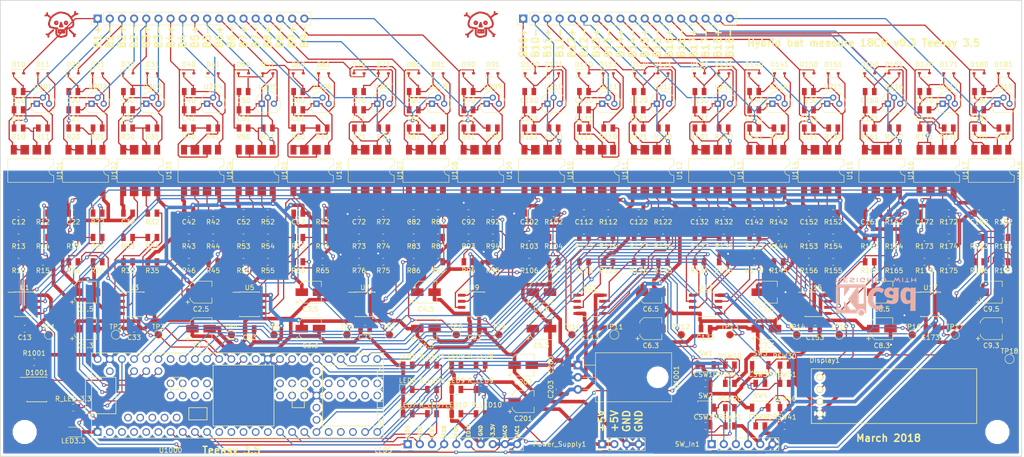
<source format=kicad_pcb>
(kicad_pcb (version 20171130) (host pcbnew "(5.0.0-rc2-dev-158-g52ab6216c)")
  (layers (0 F.Cu signal) (31 B.Cu signal) (34 B.Paste user) (35 F.Paste user) (36 B.SilkS user) (37 F.SilkS user) (38 B.Mask user) (39 F.Mask user) (44 Edge.Cuts user))
  (net 0 "")
  (net 1 "Net-(R43-Pad1)")
  (net 2 "Net-(R42-Pad1)")
  (net 3 "Net-(R63-Pad1)")
  (net 4 "Net-(R62-Pad1)")
  (net 5 "Net-(R52-Pad1)")
  (net 6 "Net-(R53-Pad1)")
  (net 7 "Net-(R83-Pad1)")
  (net 8 "Net-(R32-Pad1)")
  (net 9 "Net-(R33-Pad1)")
  (net 10 "Net-(R22-Pad1)")
  (net 11 "Net-(R23-Pad1)")
  (net 12 "Net-(R103-Pad1)")
  (net 13 "Net-(R112-Pad1)")
  (net 14 "Net-(R113-Pad1)")
  (net 15 "Net-(R93-Pad1)")
  (net 16 "Net-(R12-Pad1)")
  (net 17 "Net-(R102-Pad1)")
  (net 18 "Net-(R172-Pad1)")
  (net 19 "Net-(R92-Pad1)")
  (net 20 "Net-(R13-Pad1)")
  (net 21 "Net-(R82-Pad1)")
  (net 22 "Net-(R152-Pad1)")
  (net 23 "Net-(R72-Pad1)")
  (net 24 "Net-(R73-Pad1)")
  (net 25 "Net-(R153-Pad1)")
  (net 26 "Net-(R162-Pad1)")
  (net 27 "Net-(R163-Pad1)")
  (net 28 "Net-(R173-Pad1)")
  (net 29 "Net-(R133-Pad1)")
  (net 30 "Net-(R183-Pad1)")
  (net 31 "Net-(R142-Pad1)")
  (net 32 "Net-(R122-Pad1)")
  (net 33 "Net-(R123-Pad1)")
  (net 34 "Net-(R132-Pad1)")
  (net 35 "Net-(R143-Pad1)")
  (net 36 "Net-(R182-Pad1)")
  (net 37 "Net-(R84-Pad1)")
  (net 38 "Net-(R74-Pad1)")
  (net 39 "Net-(R104-Pad1)")
  (net 40 "Net-(R94-Pad1)")
  (net 41 "Net-(R44-Pad1)")
  (net 42 "Net-(R154-Pad1)")
  (net 43 "Net-(R54-Pad1)")
  (net 44 "Net-(R34-Pad1)")
  (net 45 "Net-(R64-Pad1)")
  (net 46 "Net-(R164-Pad1)")
  (net 47 "Net-(R174-Pad1)")
  (net 48 "Net-(R114-Pad1)")
  (net 49 "Net-(R184-Pad1)")
  (net 50 "Net-(R124-Pad1)")
  (net 51 "Net-(R134-Pad1)")
  (net 52 "Net-(R144-Pad1)")
  (net 53 "Net-(R24-Pad1)")
  (net 54 "Net-(R14-Pad1)")
  (net 55 +5V)
  (net 56 GND)
  (net 57 +3V3)
  (net 58 B1-)
  (net 59 "Net-(C10-Pad1)")
  (net 60 "Net-(C11-Pad1)")
  (net 61 "Net-(C20-Pad1)")
  (net 62 B2-)
  (net 63 "Net-(C21-Pad1)")
  (net 64 B3-)
  (net 65 "Net-(C30-Pad1)")
  (net 66 "Net-(C31-Pad1)")
  (net 67 "Net-(C40-Pad1)")
  (net 68 B4-)
  (net 69 "Net-(C41-Pad1)")
  (net 70 B5-)
  (net 71 "Net-(C50-Pad1)")
  (net 72 "Net-(C51-Pad1)")
  (net 73 B6-)
  (net 74 "Net-(C60-Pad1)")
  (net 75 "Net-(C61-Pad1)")
  (net 76 B7-)
  (net 77 "Net-(C70-Pad1)")
  (net 78 "Net-(C71-Pad1)")
  (net 79 "Net-(C80-Pad1)")
  (net 80 B8-)
  (net 81 "Net-(C81-Pad1)")
  (net 82 "Net-(C90-Pad1)")
  (net 83 B9-)
  (net 84 "Net-(C91-Pad1)")
  (net 85 B10-)
  (net 86 "Net-(C100-Pad1)")
  (net 87 "Net-(C101-Pad1)")
  (net 88 "Net-(C110-Pad1)")
  (net 89 B11-)
  (net 90 "Net-(C111-Pad1)")
  (net 91 "Net-(C120-Pad1)")
  (net 92 B12-)
  (net 93 "Net-(C121-Pad1)")
  (net 94 "Net-(C130-Pad1)")
  (net 95 B13-)
  (net 96 "Net-(C131-Pad1)")
  (net 97 B14-)
  (net 98 "Net-(C140-Pad1)")
  (net 99 "Net-(C141-Pad1)")
  (net 100 "Net-(C150-Pad1)")
  (net 101 B15-)
  (net 102 "Net-(C151-Pad1)")
  (net 103 "Net-(C160-Pad1)")
  (net 104 B16-)
  (net 105 "Net-(C161-Pad1)")
  (net 106 B17-)
  (net 107 "Net-(C170-Pad1)")
  (net 108 "Net-(C171-Pad1)")
  (net 109 "Net-(C180-Pad1)")
  (net 110 B18-)
  (net 111 "Net-(C181-Pad1)")
  (net 112 B1+)
  (net 113 B2+)
  (net 114 B3+)
  (net 115 B4+)
  (net 116 B5+)
  (net 117 B6+)
  (net 118 B7+)
  (net 119 B8+)
  (net 120 B9+)
  (net 121 B10+)
  (net 122 B11+)
  (net 123 B12+)
  (net 124 B13+)
  (net 125 B14+)
  (net 126 B15+)
  (net 127 B16+)
  (net 128 B17+)
  (net 129 B18+)
  (net 130 B1_output)
  (net 131 B2_output)
  (net 132 B3_output)
  (net 133 B4_output)
  (net 134 B5_output)
  (net 135 B6_output)
  (net 136 B8_output)
  (net 137 B9_output)
  (net 138 B10_output)
  (net 139 B11_output)
  (net 140 B12_output)
  (net 141 B13_output)
  (net 142 B14_output)
  (net 143 B15_output)
  (net 144 B16_output)
  (net 145 B17_output)
  (net 146 B18_output)
  (net 147 "Net-(R10-Pad1)")
  (net 148 "Net-(R12-Pad2)")
  (net 149 "Net-(R13-Pad2)")
  (net 150 "Net-(R20-Pad1)")
  (net 151 "Net-(R22-Pad2)")
  (net 152 "Net-(R23-Pad2)")
  (net 153 "Net-(R30-Pad1)")
  (net 154 "Net-(R32-Pad2)")
  (net 155 "Net-(R33-Pad2)")
  (net 156 "Net-(R40-Pad1)")
  (net 157 "Net-(R42-Pad2)")
  (net 158 "Net-(R43-Pad2)")
  (net 159 "Net-(R50-Pad1)")
  (net 160 "Net-(R52-Pad2)")
  (net 161 "Net-(R53-Pad2)")
  (net 162 "Net-(R60-Pad1)")
  (net 163 "Net-(R62-Pad2)")
  (net 164 "Net-(R63-Pad2)")
  (net 165 "Net-(R70-Pad1)")
  (net 166 "Net-(R72-Pad2)")
  (net 167 "Net-(R73-Pad2)")
  (net 168 "Net-(R76-Pad1)")
  (net 169 "Net-(R80-Pad1)")
  (net 170 "Net-(R82-Pad2)")
  (net 171 "Net-(R83-Pad2)")
  (net 172 "Net-(R90-Pad1)")
  (net 173 "Net-(R92-Pad2)")
  (net 174 "Net-(R93-Pad2)")
  (net 175 "Net-(R100-Pad1)")
  (net 176 "Net-(R102-Pad2)")
  (net 177 "Net-(R103-Pad2)")
  (net 178 "Net-(R110-Pad1)")
  (net 179 "Net-(R112-Pad2)")
  (net 180 "Net-(R113-Pad2)")
  (net 181 "Net-(R120-Pad1)")
  (net 182 "Net-(R122-Pad2)")
  (net 183 "Net-(R123-Pad2)")
  (net 184 "Net-(R130-Pad1)")
  (net 185 "Net-(R132-Pad2)")
  (net 186 "Net-(R133-Pad2)")
  (net 187 "Net-(R140-Pad1)")
  (net 188 "Net-(R142-Pad2)")
  (net 189 "Net-(R143-Pad2)")
  (net 190 "Net-(R150-Pad1)")
  (net 191 "Net-(R152-Pad2)")
  (net 192 "Net-(R153-Pad2)")
  (net 193 "Net-(R160-Pad1)")
  (net 194 "Net-(R162-Pad2)")
  (net 195 "Net-(R163-Pad2)")
  (net 196 "Net-(R170-Pad1)")
  (net 197 "Net-(R172-Pad2)")
  (net 198 "Net-(R173-Pad2)")
  (net 199 "Net-(R180-Pad1)")
  (net 200 "Net-(R182-Pad2)")
  (net 201 "Net-(R183-Pad2)")
  (net 202 VRef2.5)
  (net 203 LED5)
  (net 204 LED6)
  (net 205 LED7)
  (net 206 LED8)
  (net 207 SCL_OLED)
  (net 208 SDA_OLED)
  (net 209 LED9)
  (net 210 LED10)
  (net 211 "Net-(LED5-Pad2)")
  (net 212 "Net-(LED6-Pad2)")
  (net 213 "Net-(LED7-Pad2)")
  (net 214 "Net-(LED8-Pad2)")
  (net 215 "Net-(LED9-Pad2)")
  (net 216 "Net-(LED10-Pad2)")
  (net 217 SW1)
  (net 218 SW2)
  (net 219 SW3)
  (net 220 SW4)
  (net 221 SW1_IN)
  (net 222 SW2_IN)
  (net 223 SW3_IN)
  (net 224 SW4_IN)
  (net 225 "Net-(LED3.3-Pad2)")
  (net 226 "Net-(R_LED_3.3-Pad2)")
  (net 227 DAC0)
  (net 228 DAC1)
  (module Symbol:Symbol_Danger_CopperTop_Small (layer F.Cu) (at 118.11 24.13)
    (fp_text reference SKULL2 hide)
    (fp_text value Symbol_Danger_CopperTop_Small)
    (fp_line (start 2.667 2.032) (end 2.667 2.413) (layer F.Cu) (width 0.381))
    (fp_line (start 2.667 2.413) (end 2.794 2.413) (layer F.Cu) (width 0.381))
    (fp_line (start 1.778 1.143) (end 2.667 2.032) (layer F.Cu) (width 0.381))
    (fp_line (start 2.667 2.032) (end 2.921 2.032) (layer F.Cu) (width 0.381))
    (fp_line (start -2.921 -2.032) (end -3.302 -1.905) (layer F.Cu) (width 0.381))
    (fp_line (start -2.921 -2.032) (end -2.921 -2.413) (layer F.Cu) (width 0.381))
    (fp_line (start -2.413 -1.651) (end -2.921 -2.032) (layer F.Cu) (width 0.381))
    (fp_line (start -2.667 2.032) (end -2.667 2.54) (layer F.Cu) (width 0.381))
    (fp_line (start -2.667 2.032) (end -3.048 2.032) (layer F.Cu) (width 0.381))
    (fp_line (start -1.651 1.143) (end -2.667 2.032) (layer F.Cu) (width 0.381))
    (fp_line (start 2.921 -2.159) (end 3.429 -2.286) (layer F.Cu) (width 0.381))
    (fp_line (start 2.921 -2.159) (end 2.921 -2.667) (layer F.Cu) (width 0.381))
    (fp_line (start 2.286 -1.651) (end 2.921 -2.159) (layer F.Cu) (width 0.381))
    (fp_line (start 0.127 1.27) (end 0.127 1.524) (layer F.Cu) (width 0.381))
    (fp_line (start -0.508 1.143) (end 0.635 1.143) (layer F.Cu) (width 0.381))
    (fp_line (start 0.635 1.143) (end 0.635 1.651) (layer F.Cu) (width 0.381))
    (fp_line (start 0.635 1.651) (end -0.508 1.651) (layer F.Cu) (width 0.381))
    (fp_line (start -0.508 1.651) (end -0.508 1.143) (layer F.Cu) (width 0.381))
    (fp_circle (center -1.016 -0.381) (end -1.27 -0.254) (layer F.Cu) (width 0.381))
    (fp_circle (center 1.016 -0.381) (end 1.27 -0.254) (layer F.Cu) (width 0.381))
    (fp_line (start 0 -0.381) (end 0.254 0.381) (layer F.Cu) (width 0.381))
    (fp_line (start 0.254 0.381) (end -0.254 0.381) (layer F.Cu) (width 0.381))
    (fp_line (start -0.254 0.381) (end 0 -0.381) (layer F.Cu) (width 0.381))
    (fp_line (start -1.016 1.905) (end -0.889 2.159) (layer F.Cu) (width 0.381))
    (fp_line (start -0.889 2.159) (end -0.635 2.413) (layer F.Cu) (width 0.381))
    (fp_line (start -0.635 2.413) (end -0.254 2.54) (layer F.Cu) (width 0.381))
    (fp_line (start 1.143 0.762) (end 1.143 1.524) (layer F.Cu) (width 0.381))
    (fp_line (start 1.143 1.524) (end 1.143 1.905) (layer F.Cu) (width 0.381))
    (fp_line (start 1.143 1.905) (end 1.016 2.286) (layer F.Cu) (width 0.381))
    (fp_line (start 1.016 2.286) (end 0.635 2.413) (layer F.Cu) (width 0.381))
    (fp_line (start 0.635 2.413) (end 0.127 2.54) (layer F.Cu) (width 0.381))
    (fp_line (start 0.127 2.54) (end -0.254 2.54) (layer F.Cu) (width 0.381))
    (fp_line (start -1.016 1.905) (end -1.016 1.524) (layer F.Cu) (width 0.381))
    (fp_line (start -1.016 1.524) (end -1.016 0.762) (layer F.Cu) (width 0.381))
    (fp_line (start -2.54 0) (end -2.413 0.254) (layer F.Cu) (width 0.381))
    (fp_line (start -2.413 0.254) (end -2.286 0.508) (layer F.Cu) (width 0.381))
    (fp_line (start -2.286 0.508) (end -1.778 0.635) (layer F.Cu) (width 0.381))
    (fp_line (start -1.778 0.635) (end -1.143 0.762) (layer F.Cu) (width 0.381))
    (fp_line (start -1.143 0.762) (end -0.762 0.762) (layer F.Cu) (width 0.381))
    (fp_line (start -2.54 0) (end -2.54 -0.254) (layer F.Cu) (width 0.381))
    (fp_line (start -2.54 -0.254) (end -2.413 -0.762) (layer F.Cu) (width 0.381))
    (fp_line (start -2.413 -0.762) (end -2.159 -1.397) (layer F.Cu) (width 0.381))
    (fp_line (start -2.159 -1.397) (end -1.651 -1.905) (layer F.Cu) (width 0.381))
    (fp_line (start -1.651 -1.905) (end -1.016 -2.286) (layer F.Cu) (width 0.381))
    (fp_line (start -1.016 -2.286) (end -0.381 -2.54) (layer F.Cu) (width 0.381))
    (fp_line (start -0.381 -2.54) (end 0.127 -2.54) (layer F.Cu) (width 0.381))
    (fp_line (start 0.127 -2.54) (end 0.762 -2.413) (layer F.Cu) (width 0.381))
    (fp_line (start 0.762 -2.413) (end 1.397 -2.159) (layer F.Cu) (width 0.381))
    (fp_line (start 1.397 -2.159) (end 1.905 -1.651) (layer F.Cu) (width 0.381))
    (fp_line (start 1.905 -1.651) (end 2.159 -1.27) (layer F.Cu) (width 0.381))
    (fp_line (start 2.159 -1.27) (end 2.413 -0.762) (layer F.Cu) (width 0.381))
    (fp_line (start 2.413 -0.762) (end 2.54 -0.381) (layer F.Cu) (width 0.381))
    (fp_line (start 2.54 -0.381) (end 2.54 0) (layer F.Cu) (width 0.381))
    (fp_line (start 2.54 0) (end 2.413 0.381) (layer F.Cu) (width 0.381))
    (fp_line (start 2.413 0.381) (end 2.159 0.508) (layer F.Cu) (width 0.381))
    (fp_line (start 2.159 0.508) (end 1.651 0.762) (layer F.Cu) (width 0.381))
    (fp_line (start 1.651 0.762) (end 1.27 0.762) (layer F.Cu) (width 0.381))
    (fp_line (start 1.27 0.762) (end 0.889 0.762) (layer F.Cu) (width 0.381))
  )
  (module Capacitor_SMD:C_0805_2012Metric (layer F.Cu) (at 140.97 87.63 180)
    (fp_text reference C113 (at 0 -1.85 180) (layer F.SilkS))
    (fp_text value 100n)
    (pad 2 smd rect (at 0.955 0 180) (size 0.97 1.5) (layers F.Cu F.Paste F.Mask) (net 56 GND))
    (pad 1 smd rect (at -0.955 0 180) (size 0.97 1.5) (layers F.Cu F.Paste F.Mask) (net 57 +3V3))
  )
  (module Capacitor_SMD:C_0805_2012Metric (layer F.Cu) (at 93.98 87.63 180)
    (fp_text reference C73 (at 0 -1.85 180) (layer F.SilkS))
    (fp_text value 100n)
    (pad 2 smd rect (at 0.955 0 180) (size 0.97 1.5) (layers F.Cu F.Paste F.Mask) (net 56 GND))
    (pad 1 smd rect (at -0.955 0 180) (size 0.97 1.5) (layers F.Cu F.Paste F.Mask) (net 57 +3V3))
  )
  (module Capacitor_SMD:C_0805_2012Metric (layer F.Cu) (at 116.84 87.63 180)
    (fp_text reference C93 (at 0 -1.85 180) (layer F.SilkS))
    (fp_text value 100n)
    (pad 2 smd rect (at 0.955 0 180) (size 0.97 1.5) (layers F.Cu F.Paste F.Mask) (net 56 GND))
    (pad 1 smd rect (at -0.955 0 180) (size 0.97 1.5) (layers F.Cu F.Paste F.Mask) (net 57 +3V3))
  )
  (module Capacitor_SMD:C_0805_2012Metric (layer F.Cu) (at 212.09 87.63 180)
    (fp_text reference C173 (at 0 -1.85 180) (layer F.SilkS))
    (fp_text value 100n)
    (pad 2 smd rect (at 0.955 0 180) (size 0.97 1.5) (layers F.Cu F.Paste F.Mask) (net 56 GND))
    (pad 1 smd rect (at -0.955 0 180) (size 0.97 1.5) (layers F.Cu F.Paste F.Mask) (net 57 +3V3))
  )
  (module Capacitor_SMD:C_0805_2012Metric (layer F.Cu) (at 165.1 87.63 180)
    (fp_text reference C133 (at 0 -1.85 180) (layer F.SilkS))
    (fp_text value 100n)
    (pad 2 smd rect (at 0.955 0 180) (size 0.97 1.5) (layers F.Cu F.Paste F.Mask) (net 56 GND))
    (pad 1 smd rect (at -0.955 0 180) (size 0.97 1.5) (layers F.Cu F.Paste F.Mask) (net 57 +3V3))
  )
  (module Capacitor_SMD:C_0805_2012Metric (layer F.Cu) (at 187.96 87.63 180)
    (fp_text reference C153 (at 0 -1.85 180) (layer F.SilkS))
    (fp_text value 100n)
    (pad 2 smd rect (at 0.955 0 180) (size 0.97 1.5) (layers F.Cu F.Paste F.Mask) (net 56 GND))
    (pad 1 smd rect (at -0.955 0 180) (size 0.97 1.5) (layers F.Cu F.Paste F.Mask) (net 57 +3V3))
  )
  (module Capacitor_SMD:C_0805_2012Metric (layer F.Cu) (at 69.85 87.63 180)
    (fp_text reference C53 (at 0 -1.85 180) (layer F.SilkS))
    (fp_text value 100n)
    (pad 2 smd rect (at 0.955 0 180) (size 0.97 1.5) (layers F.Cu F.Paste F.Mask) (net 56 GND))
    (pad 1 smd rect (at -0.955 0 180) (size 0.97 1.5) (layers F.Cu F.Paste F.Mask) (net 57 +3V3))
  )
  (module Capacitor_SMD:C_0805_2012Metric (layer F.Cu) (at 22.86 87.63 180)
    (fp_text reference C13 (at 0 -1.85 180) (layer F.SilkS))
    (fp_text value 100n)
    (pad 2 smd rect (at 0.955 0 180) (size 0.97 1.5) (layers F.Cu F.Paste F.Mask) (net 56 GND))
    (pad 1 smd rect (at -0.955 0 180) (size 0.97 1.5) (layers F.Cu F.Paste F.Mask) (net 57 +3V3))
  )
  (module Diode_SMD:D_SOD-323 (layer F.Cu) (at 104.14 34.29)
    (fp_text reference D80 (at 0 -1.85) (layer F.SilkS))
    (fp_text value D)
    (pad 2 smd rect (at 1.05 0) (size 0.6 0.45) (layers F.Cu F.Paste F.Mask) (net 119 B8+))
    (pad 1 smd rect (at -1.05 0) (size 0.6 0.45) (layers F.Cu F.Paste F.Mask) (net 79 "Net-(C80-Pad1)"))
  )
  (module Diode_SMD:D_SOD-323 (layer F.Cu) (at 97.79 34.29)
    (fp_text reference D71 (at 0 -1.85) (layer F.SilkS))
    (fp_text value D)
    (pad 2 smd rect (at 1.05 0) (size 0.6 0.45) (layers F.Cu F.Paste F.Mask) (net 78 "Net-(C71-Pad1)"))
    (pad 1 smd rect (at -1.05 0) (size 0.6 0.45) (layers F.Cu F.Paste F.Mask) (net 77 "Net-(C70-Pad1)"))
  )
  (module Diode_SMD:D_SOD-323 (layer F.Cu) (at 109.22 34.29)
    (fp_text reference D81 (at 0 -1.85) (layer F.SilkS))
    (fp_text value D)
    (pad 2 smd rect (at 1.05 0) (size 0.6 0.45) (layers F.Cu F.Paste F.Mask) (net 81 "Net-(C81-Pad1)"))
    (pad 1 smd rect (at -1.05 0) (size 0.6 0.45) (layers F.Cu F.Paste F.Mask) (net 79 "Net-(C80-Pad1)"))
  )
  (module Diode_SMD:D_SOD-323 (layer F.Cu) (at 115.57 34.29)
    (fp_text reference D90 (at 0 -1.85) (layer F.SilkS))
    (fp_text value D)
    (pad 2 smd rect (at 1.05 0) (size 0.6 0.45) (layers F.Cu F.Paste F.Mask) (net 120 B9+))
    (pad 1 smd rect (at -1.05 0) (size 0.6 0.45) (layers F.Cu F.Paste F.Mask) (net 82 "Net-(C90-Pad1)"))
  )
  (module Diode_SMD:D_SOD-323 (layer F.Cu) (at 128.452 34.29)
    (fp_text reference D100 (at 0 -1.85) (layer F.SilkS))
    (fp_text value D)
    (pad 2 smd rect (at 1.05 0) (size 0.6 0.45) (layers F.Cu F.Paste F.Mask) (net 121 B10+))
    (pad 1 smd rect (at -1.05 0) (size 0.6 0.45) (layers F.Cu F.Paste F.Mask) (net 86 "Net-(C100-Pad1)"))
  )
  (module Diode_SMD:D_SOD-323 (layer F.Cu) (at 85.31 34.29)
    (fp_text reference D61 (at 0 -1.85) (layer F.SilkS))
    (fp_text value D)
    (pad 2 smd rect (at 1.05 0) (size 0.6 0.45) (layers F.Cu F.Paste F.Mask) (net 75 "Net-(C61-Pad1)"))
    (pad 1 smd rect (at -1.05 0) (size 0.6 0.45) (layers F.Cu F.Paste F.Mask) (net 74 "Net-(C60-Pad1)"))
  )
  (module Diode_SMD:D_SOD-323 (layer F.Cu) (at 73.66 34.29)
    (fp_text reference D51 (at 0 -1.85) (layer F.SilkS))
    (fp_text value D)
    (pad 2 smd rect (at 1.05 0) (size 0.6 0.45) (layers F.Cu F.Paste F.Mask) (net 72 "Net-(C51-Pad1)"))
    (pad 1 smd rect (at -1.05 0) (size 0.6 0.45) (layers F.Cu F.Paste F.Mask) (net 71 "Net-(C50-Pad1)"))
  )
  (module Diode_SMD:D_SOD-323 (layer F.Cu) (at 68.58 34.29)
    (fp_text reference D50 (at 0 -1.85) (layer F.SilkS))
    (fp_text value D)
    (pad 2 smd rect (at 1.05 0) (size 0.6 0.45) (layers F.Cu F.Paste F.Mask) (net 116 B5+))
    (pad 1 smd rect (at -1.05 0) (size 0.6 0.45) (layers F.Cu F.Paste F.Mask) (net 71 "Net-(C50-Pad1)"))
  )
  (module Diode_SMD:D_SOD-323 (layer F.Cu) (at 120.65 34.29)
    (fp_text reference D91 (at 0 -1.85) (layer F.SilkS))
    (fp_text value D)
    (pad 2 smd rect (at 1.05 0) (size 0.6 0.45) (layers F.Cu F.Paste F.Mask) (net 84 "Net-(C91-Pad1)"))
    (pad 1 smd rect (at -1.05 0) (size 0.6 0.45) (layers F.Cu F.Paste F.Mask) (net 82 "Net-(C90-Pad1)"))
  )
  (module Diode_SMD:D_SOD-323 (layer F.Cu) (at 38.1 34.29)
    (fp_text reference D21 (at 0 -1.85) (layer F.SilkS))
    (fp_text value D)
    (pad 2 smd rect (at 1.05 0) (size 0.6 0.45) (layers F.Cu F.Paste F.Mask) (net 63 "Net-(C21-Pad1)"))
    (pad 1 smd rect (at -1.05 0) (size 0.6 0.45) (layers F.Cu F.Paste F.Mask) (net 61 "Net-(C20-Pad1)"))
  )
  (module Diode_SMD:D_SOD-323 (layer F.Cu) (at 44.45 34.29)
    (fp_text reference D30 (at 0 -1.85) (layer F.SilkS))
    (fp_text value D)
    (pad 2 smd rect (at 1.05 0) (size 0.6 0.45) (layers F.Cu F.Paste F.Mask) (net 114 B3+))
    (pad 1 smd rect (at -1.05 0) (size 0.6 0.45) (layers F.Cu F.Paste F.Mask) (net 65 "Net-(C30-Pad1)"))
  )
  (module Diode_SMD:D_SOD-323 (layer F.Cu) (at 49.53 34.29)
    (fp_text reference D31 (at 0 -1.85) (layer F.SilkS))
    (fp_text value D)
    (pad 2 smd rect (at 1.05 0) (size 0.6 0.45) (layers F.Cu F.Paste F.Mask) (net 66 "Net-(C31-Pad1)"))
    (pad 1 smd rect (at -1.05 0) (size 0.6 0.45) (layers F.Cu F.Paste F.Mask) (net 65 "Net-(C30-Pad1)"))
  )
  (module Diode_SMD:D_SOD-323 (layer F.Cu) (at 57.15 34.29)
    (fp_text reference D40 (at 0 -1.85) (layer F.SilkS))
    (fp_text value D)
    (pad 2 smd rect (at 1.05 0) (size 0.6 0.45) (layers F.Cu F.Paste F.Mask) (net 115 B4+))
    (pad 1 smd rect (at -1.05 0) (size 0.6 0.45) (layers F.Cu F.Paste F.Mask) (net 67 "Net-(C40-Pad1)"))
  )
  (module Diode_SMD:D_SOD-323 (layer F.Cu) (at 227.33 34.29)
    (fp_text reference D181 (at 0 -1.85) (layer F.SilkS))
    (fp_text value D)
    (pad 2 smd rect (at 1.05 0) (size 0.6 0.45) (layers F.Cu F.Paste F.Mask) (net 111 "Net-(C181-Pad1)"))
    (pad 1 smd rect (at -1.05 0) (size 0.6 0.45) (layers F.Cu F.Paste F.Mask) (net 109 "Net-(C180-Pad1)"))
  )
  (module Diode_SMD:D_SOD-323 (layer F.Cu) (at 62.23 34.29)
    (fp_text reference D41 (at 0 -1.85) (layer F.SilkS))
    (fp_text value D)
    (pad 2 smd rect (at 1.05 0) (size 0.6 0.45) (layers F.Cu F.Paste F.Mask) (net 69 "Net-(C41-Pad1)"))
    (pad 1 smd rect (at -1.05 0) (size 0.6 0.45) (layers F.Cu F.Paste F.Mask))
  )
  (module Diode_SMD:D_SOD-323 (layer F.Cu) (at 80.01 34.29)
    (fp_text reference D60 (at 0 -1.85) (layer F.SilkS))
    (fp_text value D)
    (pad 2 smd rect (at 1.05 0) (size 0.6 0.45) (layers F.Cu F.Paste F.Mask) (net 117 B6+))
    (pad 1 smd rect (at -1.05 0) (size 0.6 0.45) (layers F.Cu F.Paste F.Mask) (net 74 "Net-(C60-Pad1)"))
  )
  (module Diode_SMD:D_SOD-323 (layer F.Cu) (at 92.71 34.29)
    (fp_text reference D70 (at 0 -1.85) (layer F.SilkS))
    (fp_text value D)
    (pad 2 smd rect (at 1.05 0) (size 0.6 0.45) (layers F.Cu F.Paste F.Mask) (net 118 B7+))
    (pad 1 smd rect (at -1.05 0) (size 0.6 0.45) (layers F.Cu F.Paste F.Mask) (net 77 "Net-(C70-Pad1)"))
  )
  (module Diode_SMD:D_SOD-323 (layer F.Cu) (at 168.91 34.29)
    (fp_text reference D131 (at 0 -1.85) (layer F.SilkS))
    (fp_text value D)
    (pad 2 smd rect (at 1.05 0) (size 0.6 0.45) (layers F.Cu F.Paste F.Mask) (net 96 "Net-(C131-Pad1)"))
    (pad 1 smd rect (at -1.05 0) (size 0.6 0.45) (layers F.Cu F.Paste F.Mask) (net 94 "Net-(C130-Pad1)"))
  )
  (module Diode_SMD:D_SOD-323 (layer F.Cu) (at 210.82 34.2495)
    (fp_text reference D170 (at 0 -1.85) (layer F.SilkS))
    (fp_text value D)
    (pad 2 smd rect (at 1.05 0) (size 0.6 0.45) (layers F.Cu F.Paste F.Mask) (net 128 B17+))
    (pad 1 smd rect (at -1.05 0) (size 0.6 0.45) (layers F.Cu F.Paste F.Mask) (net 107 "Net-(C170-Pad1)"))
  )
  (module Diode_SMD:D_SOD-323 (layer F.Cu) (at 204.47 34.29)
    (fp_text reference D161 (at 0 -1.85) (layer F.SilkS))
    (fp_text value D)
    (pad 2 smd rect (at 1.05 0) (size 0.6 0.45) (layers F.Cu F.Paste F.Mask) (net 105 "Net-(C161-Pad1)"))
    (pad 1 smd rect (at -1.05 0) (size 0.6 0.45) (layers F.Cu F.Paste F.Mask) (net 103 "Net-(C160-Pad1)"))
  )
  (module Diode_SMD:D_SOD-323 (layer F.Cu) (at 191.77 34.29)
    (fp_text reference D151 (at 0 -1.85) (layer F.SilkS))
    (fp_text value D)
    (pad 2 smd rect (at 1.05 0) (size 0.6 0.45) (layers F.Cu F.Paste F.Mask) (net 102 "Net-(C151-Pad1)"))
    (pad 1 smd rect (at -1.05 0) (size 0.6 0.45) (layers F.Cu F.Paste F.Mask) (net 100 "Net-(C150-Pad1)"))
  )
  (module Diode_SMD:D_SOD-323 (layer F.Cu) (at 186.69 34.29)
    (fp_text reference D150 (at 0 -1.85) (layer F.SilkS))
    (fp_text value D)
    (pad 2 smd rect (at 1.05 0) (size 0.6 0.45) (layers F.Cu F.Paste F.Mask) (net 126 B15+))
    (pad 1 smd rect (at -1.05 0) (size 0.6 0.45) (layers F.Cu F.Paste F.Mask) (net 100 "Net-(C150-Pad1)"))
  )
  (module Diode_SMD:D_SOD-323 (layer F.Cu) (at 175.26 34.29)
    (fp_text reference D140 (at 0 -1.85) (layer F.SilkS))
    (fp_text value D)
    (pad 2 smd rect (at 1.05 0) (size 0.6 0.45) (layers F.Cu F.Paste F.Mask) (net 125 B14+))
    (pad 1 smd rect (at -1.05 0) (size 0.6 0.45) (layers F.Cu F.Paste F.Mask) (net 98 "Net-(C140-Pad1)"))
  )
  (module Diode_SMD:D_SOD-323 (layer F.Cu) (at 163.83 34.29)
    (fp_text reference D130 (at 0 -1.85) (layer F.SilkS))
    (fp_text value D)
    (pad 2 smd rect (at 1.05 0) (size 0.6 0.45) (layers F.Cu F.Paste F.Mask) (net 124 B13+))
    (pad 1 smd rect (at -1.05 0) (size 0.6 0.45) (layers F.Cu F.Paste F.Mask) (net 94 "Net-(C130-Pad1)"))
  )
  (module Diode_SMD:D_SOD-323 (layer F.Cu) (at 156.21 34.29)
    (fp_text reference D121 (at 0 -1.85) (layer F.SilkS))
    (fp_text value D)
    (pad 2 smd rect (at 1.05 0) (size 0.6 0.45) (layers F.Cu F.Paste F.Mask) (net 93 "Net-(C121-Pad1)"))
    (pad 1 smd rect (at -1.05 0) (size 0.6 0.45) (layers F.Cu F.Paste F.Mask) (net 91 "Net-(C120-Pad1)"))
  )
  (module Diode_SMD:D_SOD-323 (layer F.Cu) (at 199.39 34.29)
    (fp_text reference D160 (at 0 -1.85) (layer F.SilkS))
    (fp_text value D)
    (pad 2 smd rect (at 1.05 0) (size 0.6 0.45) (layers F.Cu F.Paste F.Mask) (net 127 B16+))
    (pad 1 smd rect (at -1.05 0) (size 0.6 0.45) (layers F.Cu F.Paste F.Mask) (net 103 "Net-(C160-Pad1)"))
  )
  (module Diode_SMD:D_SOD-323 (layer F.Cu) (at 222.25 34.29)
    (fp_text reference D180 (at 0 -1.85) (layer F.SilkS))
    (fp_text value D)
    (pad 2 smd rect (at 1.05 0) (size 0.6 0.45) (layers F.Cu F.Paste F.Mask) (net 129 B18+))
    (pad 1 smd rect (at -1.05 0) (size 0.6 0.45) (layers F.Cu F.Paste F.Mask) (net 109 "Net-(C180-Pad1)"))
  )
  (module Diode_SMD:D_SOD-323 (layer F.Cu) (at 33.02 34.29)
    (fp_text reference D20 (at 0 -1.85) (layer F.SilkS))
    (fp_text value D)
    (pad 2 smd rect (at 1.05 0) (size 0.6 0.45) (layers F.Cu F.Paste F.Mask) (net 113 B2+))
    (pad 1 smd rect (at -1.05 0) (size 0.6 0.45) (layers F.Cu F.Paste F.Mask) (net 61 "Net-(C20-Pad1)"))
  )
  (module Diode_SMD:D_SOD-323 (layer F.Cu) (at 180.56 34.29)
    (fp_text reference D141 (at 0 -1.85) (layer F.SilkS))
    (fp_text value D)
    (pad 2 smd rect (at 1.05 0) (size 0.6 0.45) (layers F.Cu F.Paste F.Mask) (net 99 "Net-(C141-Pad1)"))
    (pad 1 smd rect (at -1.05 0) (size 0.6 0.45) (layers F.Cu F.Paste F.Mask) (net 98 "Net-(C140-Pad1)"))
  )
  (module Diode_SMD:D_SOD-323 (layer F.Cu) (at 133.35 34.29)
    (fp_text reference D101 (at 0 -1.85) (layer F.SilkS))
    (fp_text value D)
    (pad 2 smd rect (at 1.05 0) (size 0.6 0.45) (layers F.Cu F.Paste F.Mask) (net 87 "Net-(C101-Pad1)"))
    (pad 1 smd rect (at -1.05 0) (size 0.6 0.45) (layers F.Cu F.Paste F.Mask) (net 86 "Net-(C100-Pad1)"))
  )
  (module Diode_SMD:D_SOD-323 (layer F.Cu) (at 139.7 34.29)
    (fp_text reference D110 (at 0 -1.85) (layer F.SilkS))
    (fp_text value D)
    (pad 2 smd rect (at 1.05 0) (size 0.6 0.45) (layers F.Cu F.Paste F.Mask) (net 122 B11+))
    (pad 1 smd rect (at -1.05 0) (size 0.6 0.45) (layers F.Cu F.Paste F.Mask) (net 88 "Net-(C110-Pad1)"))
  )
  (module Diode_SMD:D_SOD-323 (layer F.Cu) (at 144.78 34.29)
    (fp_text reference D111 (at 0 -1.85) (layer F.SilkS))
    (fp_text value D)
    (pad 2 smd rect (at 1.05 0) (size 0.6 0.45) (layers F.Cu F.Paste F.Mask) (net 90 "Net-(C111-Pad1)"))
    (pad 1 smd rect (at -1.05 0) (size 0.6 0.45) (layers F.Cu F.Paste F.Mask) (net 88 "Net-(C110-Pad1)"))
  )
  (module Diode_SMD:D_SOD-323 (layer F.Cu) (at 215.9 34.29)
    (fp_text reference D171 (at 0 -1.85) (layer F.SilkS))
    (fp_text value D)
    (pad 2 smd rect (at 1.05 0) (size 0.6 0.45) (layers F.Cu F.Paste F.Mask) (net 108 "Net-(C171-Pad1)"))
    (pad 1 smd rect (at -1.05 0) (size 0.6 0.45) (layers F.Cu F.Paste F.Mask) (net 107 "Net-(C170-Pad1)"))
  )
  (module Diode_SMD:D_SOD-323 (layer F.Cu) (at 151.35 34.29)
    (fp_text reference D120 (at 0 -1.85) (layer F.SilkS))
    (fp_text value D)
    (pad 2 smd rect (at 1.05 0) (size 0.6 0.45) (layers F.Cu F.Paste F.Mask) (net 123 B12+))
    (pad 1 smd rect (at -1.05 0) (size 0.6 0.45) (layers F.Cu F.Paste F.Mask) (net 91 "Net-(C120-Pad1)"))
  )
  (module Resistor_SMD:R_0805_2012Metric (layer F.Cu) (at 21.59 73.66 180)
    (fp_text reference R16 (at 0 -1.85 180) (layer F.SilkS))
    (fp_text value 1k)
    (pad 2 smd rect (at 0.955 0 180) (size 0.97 1.5) (layers F.Cu F.Paste F.Mask) (net 54 "Net-(R14-Pad1)"))
    (pad 1 smd rect (at -0.955 0 180) (size 0.97 1.5) (layers F.Cu F.Paste F.Mask) (net 130 B1_output))
  )
  (module Resistor_SMD:R_0805_2012Metric (layer F.Cu) (at 33.02 73.66 180)
    (fp_text reference R26 (at 0 -1.85 180) (layer F.SilkS))
    (fp_text value 1k)
    (pad 2 smd rect (at 0.955 0 180) (size 0.97 1.5) (layers F.Cu F.Paste F.Mask) (net 53 "Net-(R24-Pad1)"))
    (pad 1 smd rect (at -0.955 0 180) (size 0.97 1.5) (layers F.Cu F.Paste F.Mask) (net 131 B2_output))
  )
  (module Resistor_SMD:R_0805_2012Metric (layer F.Cu) (at 175.26 73.66 180)
    (fp_text reference R146 (at 0 -1.85 180) (layer F.SilkS))
    (fp_text value 1k)
    (pad 2 smd rect (at 0.955 0 180) (size 0.97 1.5) (layers F.Cu F.Paste F.Mask) (net 52 "Net-(R144-Pad1)"))
    (pad 1 smd rect (at -0.955 0 180) (size 0.97 1.5) (layers F.Cu F.Paste F.Mask) (net 142 B14_output))
  )
  (module Resistor_SMD:R_0805_2012Metric (layer F.Cu) (at 163.83 73.66 180)
    (fp_text reference R136 (at 0 -1.85 180) (layer F.SilkS))
    (fp_text value 1k)
    (pad 2 smd rect (at 0.955 0 180) (size 0.97 1.5) (layers F.Cu F.Paste F.Mask) (net 51 "Net-(R134-Pad1)"))
    (pad 1 smd rect (at -0.955 0 180) (size 0.97 1.5) (layers F.Cu F.Paste F.Mask) (net 141 B13_output))
  )
  (module Resistor_SMD:R_0805_2012Metric (layer F.Cu) (at 151.13 73.66 180)
    (fp_text reference R126 (at 0 -1.85 180) (layer F.SilkS))
    (fp_text value 1k)
    (pad 2 smd rect (at 0.955 0 180) (size 0.97 1.5) (layers F.Cu F.Paste F.Mask) (net 50 "Net-(R124-Pad1)"))
    (pad 1 smd rect (at -0.955 0 180) (size 0.97 1.5) (layers F.Cu F.Paste F.Mask) (net 140 B12_output))
  )
  (module Resistor_SMD:R_0805_2012Metric (layer F.Cu) (at 222.25 73.66 180)
    (fp_text reference R186 (at 0 -1.85 180) (layer F.SilkS))
    (fp_text value 1k)
    (pad 2 smd rect (at 0.955 0 180) (size 0.97 1.5) (layers F.Cu F.Paste F.Mask) (net 49 "Net-(R184-Pad1)"))
    (pad 1 smd rect (at -0.955 0 180) (size 0.97 1.5) (layers F.Cu F.Paste F.Mask) (net 146 B18_output))
  )
  (module Resistor_SMD:R_0805_2012Metric (layer F.Cu) (at 139.7 73.66 180)
    (fp_text reference R116 (at 0 -1.85 180) (layer F.SilkS))
    (fp_text value 1k)
    (pad 2 smd rect (at 0.955 0 180) (size 0.97 1.5) (layers F.Cu F.Paste F.Mask) (net 48 "Net-(R114-Pad1)"))
    (pad 1 smd rect (at -0.955 0 180) (size 0.97 1.5) (layers F.Cu F.Paste F.Mask) (net 139 B11_output))
  )
  (module Resistor_SMD:R_0805_2012Metric (layer F.Cu) (at 210.82 73.66 180)
    (fp_text reference R176 (at 0 -1.85 180) (layer F.SilkS))
    (fp_text value 1k)
    (pad 2 smd rect (at 0.955 0 180) (size 0.97 1.5) (layers F.Cu F.Paste F.Mask) (net 47 "Net-(R174-Pad1)"))
    (pad 1 smd rect (at -0.955 0 180) (size 0.97 1.5) (layers F.Cu F.Paste F.Mask) (net 145 B17_output))
  )
  (module Resistor_SMD:R_0805_2012Metric (layer F.Cu) (at 199.39 73.66 180)
    (fp_text reference R166 (at 0 -1.85 180) (layer F.SilkS))
    (fp_text value 1k)
    (pad 2 smd rect (at 0.955 0 180) (size 0.97 1.5) (layers F.Cu F.Paste F.Mask) (net 46 "Net-(R164-Pad1)"))
    (pad 1 smd rect (at -0.955 0 180) (size 0.97 1.5) (layers F.Cu F.Paste F.Mask) (net 144 B16_output))
  )
  (module Resistor_SMD:R_0805_2012Metric (layer F.Cu) (at 80.01 73.66 180)
    (fp_text reference R66 (at 0 -1.85 180) (layer F.SilkS))
    (fp_text value 1k)
    (pad 2 smd rect (at 0.955 0 180) (size 0.97 1.5) (layers F.Cu F.Paste F.Mask) (net 45 "Net-(R64-Pad1)"))
    (pad 1 smd rect (at -0.955 0 180) (size 0.97 1.5) (layers F.Cu F.Paste F.Mask) (net 135 B6_output))
  )
  (module Resistor_SMD:R_0805_2012Metric (layer F.Cu) (at 68.58 73.66 180)
    (fp_text reference R56 (at 0 -1.85 180) (layer F.SilkS))
    (fp_text value 1k)
    (pad 2 smd rect (at 0.955 0 180) (size 0.97 1.5) (layers F.Cu F.Paste F.Mask) (net 43 "Net-(R54-Pad1)"))
    (pad 1 smd rect (at -0.955 0 180) (size 0.97 1.5) (layers F.Cu F.Paste F.Mask) (net 134 B5_output))
  )
  (module Resistor_SMD:R_0805_2012Metric (layer F.Cu) (at 44.45 73.66 180)
    (fp_text reference R36 (at 0 -1.85 180) (layer F.SilkS))
    (fp_text value 1k)
    (pad 2 smd rect (at 0.955 0 180) (size 0.97 1.5) (layers F.Cu F.Paste F.Mask) (net 44 "Net-(R34-Pad1)"))
    (pad 1 smd rect (at -0.955 0 180) (size 0.97 1.5) (layers F.Cu F.Paste F.Mask) (net 132 B3_output))
  )
  (module Resistor_SMD:R_0805_2012Metric (layer F.Cu) (at 186.69 73.66 180)
    (fp_text reference R156 (at 0 -1.85 180) (layer F.SilkS))
    (fp_text value 1k)
    (pad 2 smd rect (at 0.955 0 180) (size 0.97 1.5) (layers F.Cu F.Paste F.Mask) (net 42 "Net-(R154-Pad1)"))
    (pad 1 smd rect (at -0.955 0 180) (size 0.97 1.5) (layers F.Cu F.Paste F.Mask) (net 143 B15_output))
  )
  (module Resistor_SMD:R_0805_2012Metric (layer F.Cu) (at 57.15 73.66 180)
    (fp_text reference R46 (at 0 -1.85 180) (layer F.SilkS))
    (fp_text value 1k)
    (pad 2 smd rect (at 0.955 0 180) (size 0.97 1.5) (layers F.Cu F.Paste F.Mask) (net 41 "Net-(R44-Pad1)"))
    (pad 1 smd rect (at -0.955 0 180) (size 0.97 1.5) (layers F.Cu F.Paste F.Mask) (net 133 B4_output))
  )
  (module Resistor_SMD:R_0805_2012Metric (layer F.Cu) (at 115.57 73.66 180)
    (fp_text reference R96 (at 0 -1.85 180) (layer F.SilkS))
    (fp_text value 1k)
    (pad 2 smd rect (at 0.955 0 180) (size 0.97 1.5) (layers F.Cu F.Paste F.Mask) (net 40 "Net-(R94-Pad1)"))
    (pad 1 smd rect (at -0.955 0 180) (size 0.97 1.5) (layers F.Cu F.Paste F.Mask) (net 137 B9_output))
  )
  (module Resistor_SMD:R_0805_2012Metric (layer F.Cu) (at 128.27 73.66 180)
    (fp_text reference R106 (at 0 -1.85 180) (layer F.SilkS))
    (fp_text value 1k)
    (pad 2 smd rect (at 0.955 0 180) (size 0.97 1.5) (layers F.Cu F.Paste F.Mask) (net 39 "Net-(R104-Pad1)"))
    (pad 1 smd rect (at -0.955 0 180) (size 0.97 1.5) (layers F.Cu F.Paste F.Mask) (net 138 B10_output))
  )
  (module Resistor_SMD:R_0805_2012Metric (layer F.Cu) (at 92.71 73.66 180)
    (fp_text reference R76 (at 0 -1.85 180) (layer F.SilkS))
    (fp_text value 1k)
    (pad 2 smd rect (at 0.955 0 180) (size 0.97 1.5) (layers F.Cu F.Paste F.Mask) (net 38 "Net-(R74-Pad1)"))
    (pad 1 smd rect (at -0.955 0 180) (size 0.97 1.5) (layers F.Cu F.Paste F.Mask) (net 168 "Net-(R76-Pad1)"))
  )
  (module Resistor_SMD:R_0805_2012Metric (layer F.Cu) (at 104.14 73.66 180)
    (fp_text reference R86 (at 0 -1.85 180) (layer F.SilkS))
    (fp_text value 1k)
    (pad 2 smd rect (at 0.955 0 180) (size 0.97 1.5) (layers F.Cu F.Paste F.Mask) (net 37 "Net-(R84-Pad1)"))
    (pad 1 smd rect (at -0.955 0 180) (size 0.97 1.5) (layers F.Cu F.Paste F.Mask) (net 136 B8_output))
  )
  (module Diode_SMD:D_SOD-323 (layer F.Cu) (at 21.59 34.29)
    (fp_text reference D10 (at 0 -1.85) (layer F.SilkS))
    (fp_text value D)
    (pad 2 smd rect (at 1.05 0) (size 0.6 0.45) (layers F.Cu F.Paste F.Mask) (net 112 B1+))
    (pad 1 smd rect (at -1.05 0) (size 0.6 0.45) (layers F.Cu F.Paste F.Mask) (net 59 "Net-(C10-Pad1)"))
  )
  (module Diode_SMD:D_SOD-323 (layer F.Cu) (at 26.67 34.29)
    (fp_text reference D11 (at 0 -1.85) (layer F.SilkS))
    (fp_text value D)
    (pad 2 smd rect (at 1.05 0) (size 0.6 0.45) (layers F.Cu F.Paste F.Mask) (net 60 "Net-(C11-Pad1)"))
    (pad 1 smd rect (at -1.05 0) (size 0.6 0.45) (layers F.Cu F.Paste F.Mask) (net 59 "Net-(C10-Pad1)"))
  )
  (module teensy:Teensy35_36 (layer F.Cu) (at 67.31 101.6)
    (fp_text reference U1000 (at -13.97 11.43) (layer F.SilkS))
    (fp_text value Teensy3.5)
    (pad 62 thru_hole circle (at -12.7 4.62) (size 1.6 1.6) (drill 1.1) (layers *.Cu *.Mask))
    (pad 61 thru_hole circle (at -15.24 4.62) (size 1.6 1.6) (drill 1.1) (layers *.Cu *.Mask))
    (pad 60 thru_hole circle (at -17.78 4.62) (size 1.6 1.6) (drill 1.1) (layers *.Cu *.Mask))
    (pad 59 thru_hole circle (at -20.32 4.62) (size 1.6 1.6) (drill 1.1) (layers *.Cu *.Mask))
    (pad 58 thru_hole circle (at -22.86 4.62) (size 1.6 1.6) (drill 1.1) (layers *.Cu *.Mask))
    (pad 86 thru_hole circle (at -13.97 -2.54) (size 1.6 1.6) (drill 1.1) (layers *.Cu *.Mask))
    (pad 85 thru_hole circle (at -11.43 -2.54) (size 1.6 1.6) (drill 1.1) (layers *.Cu *.Mask))
    (pad 84 thru_hole circle (at -8.89 -2.54) (size 1.6 1.6) (drill 1.1) (layers *.Cu *.Mask))
    (pad 83 thru_hole circle (at -6.35 -2.54) (size 1.6 1.6) (drill 1.1) (layers *.Cu *.Mask))
    (pad 82 thru_hole circle (at 8.89 -2.54) (size 1.6 1.6) (drill 1.1) (layers *.Cu *.Mask))
    (pad 81 thru_hole circle (at 11.43 -2.54) (size 1.6 1.6) (drill 1.1) (layers *.Cu *.Mask))
    (pad 80 thru_hole circle (at 13.97 -2.54) (size 1.6 1.6) (drill 1.1) (layers *.Cu *.Mask))
    (pad 79 thru_hole circle (at 19.05 -2.54) (size 1.6 1.6) (drill 1.1) (layers *.Cu *.Mask))
    (pad 78 thru_hole circle (at 21.59 -2.54) (size 1.6 1.6) (drill 1.1) (layers *.Cu *.Mask))
    (pad 77 thru_hole circle (at 24.13 -2.54) (size 1.6 1.6) (drill 1.1) (layers *.Cu *.Mask))
    (pad 76 thru_hole circle (at 26.67 -2.54) (size 1.6 1.6) (drill 1.1) (layers *.Cu *.Mask))
    (pad 75 thru_hole circle (at 29.21 -2.54) (size 1.6 1.6) (drill 1.1) (layers *.Cu *.Mask))
    (pad 74 thru_hole circle (at 29.21 0) (size 1.6 1.6) (drill 1.1) (layers *.Cu *.Mask))
    (pad 73 thru_hole circle (at 26.67 0) (size 1.6 1.6) (drill 1.1) (layers *.Cu *.Mask))
    (pad 72 thru_hole circle (at 24.13 0) (size 1.6 1.6) (drill 1.1) (layers *.Cu *.Mask))
    (pad 71 thru_hole circle (at 21.59 0) (size 1.6 1.6) (drill 1.1) (layers *.Cu *.Mask))
    (pad 70 thru_hole circle (at 19.05 0) (size 1.6 1.6) (drill 1.1) (layers *.Cu *.Mask))
    (pad 69 thru_hole circle (at 13.97 0) (size 1.6 1.6) (drill 1.1) (layers *.Cu *.Mask))
    (pad 68 thru_hole circle (at 11.43 0) (size 1.6 1.6) (drill 1.1) (layers *.Cu *.Mask))
    (pad 67 thru_hole circle (at 8.89 0) (size 1.6 1.6) (drill 1.1) (layers *.Cu *.Mask))
    (pad 66 thru_hole circle (at -6.35 0) (size 1.6 1.6) (drill 1.1) (layers *.Cu *.Mask))
    (pad 65 thru_hole circle (at -8.89 0) (size 1.6 1.6) (drill 1.1) (layers *.Cu *.Mask))
    (pad 64 thru_hole circle (at -11.43 0) (size 1.6 1.6) (drill 1.1) (layers *.Cu *.Mask))
    (pad 63 thru_hole circle (at -13.97 0) (size 1.6 1.6) (drill 1.1) (layers *.Cu *.Mask))
    (pad 57 thru_hole circle (at -16.51 -5.08) (size 1.6 1.6) (drill 1.1) (layers *.Cu *.Mask) (net 135 B6_output))
    (pad 56 thru_hole circle (at -19.05 -5.08) (size 1.6 1.6) (drill 1.1) (layers *.Cu *.Mask) (net 134 B5_output))
    (pad 55 thru_hole circle (at -21.59 -5.08) (size 1.6 1.6) (drill 1.1) (layers *.Cu *.Mask) (net 202 VRef2.5))
    (pad 54 thru_hole circle (at -26.67 -5.08) (size 1.6 1.6) (drill 1.1) (layers *.Cu *.Mask))
    (pad 53 thru_hole circle (at -29.21 -7.62) (size 1.6 1.6) (drill 1.1) (layers *.Cu *.Mask) (net 55 +5V))
    (pad 52 thru_hole circle (at -26.67 -7.62) (size 1.6 1.6) (drill 1.1) (layers *.Cu *.Mask) (net 56 GND))
    (pad 51 thru_hole circle (at -24.13 -7.62) (size 1.6 1.6) (drill 1.1) (layers *.Cu *.Mask) (net 226 "Net-(R_LED_3.3-Pad2)"))
    (pad 50 thru_hole circle (at -21.59 -7.62) (size 1.6 1.6) (drill 1.1) (layers *.Cu *.Mask) (net 138 B10_output))
    (pad 49 thru_hole circle (at -19.05 -7.62) (size 1.6 1.6) (drill 1.1) (layers *.Cu *.Mask) (net 137 B9_output))
    (pad 48 thru_hole circle (at -16.51 -7.62) (size 1.6 1.6) (drill 1.1) (layers *.Cu *.Mask) (net 136 B8_output))
    (pad 47 thru_hole circle (at -13.97 -7.62) (size 1.6 1.6) (drill 1.1) (layers *.Cu *.Mask))
    (pad 46 thru_hole circle (at -11.43 -7.62) (size 1.6 1.6) (drill 1.1) (layers *.Cu *.Mask) (net 207 SCL_OLED))
    (pad 45 thru_hole circle (at -8.89 -7.62) (size 1.6 1.6) (drill 1.1) (layers *.Cu *.Mask) (net 208 SDA_OLED))
    (pad 44 thru_hole circle (at -6.35 -7.62) (size 1.6 1.6) (drill 1.1) (layers *.Cu *.Mask) (net 133 B4_output))
    (pad 43 thru_hole circle (at -3.81 -7.62) (size 1.6 1.6) (drill 1.1) (layers *.Cu *.Mask) (net 132 B3_output))
    (pad 42 thru_hole circle (at -1.27 -7.62) (size 1.6 1.6) (drill 1.1) (layers *.Cu *.Mask) (net 131 B2_output))
    (pad 41 thru_hole circle (at 1.27 -7.62) (size 1.6 1.6) (drill 1.1) (layers *.Cu *.Mask) (net 130 B1_output))
    (pad 40 thru_hole circle (at 3.81 -7.62) (size 1.6 1.6) (drill 1.1) (layers *.Cu *.Mask))
    (pad 39 thru_hole circle (at 6.35 -7.62) (size 1.6 1.6) (drill 1.1) (layers *.Cu *.Mask) (net 56 GND))
    (pad 38 thru_hole circle (at 8.89 -7.62) (size 1.6 1.6) (drill 1.1) (layers *.Cu *.Mask) (net 228 DAC1))
    (pad 1 thru_hole rect (at -29.21 7.62) (size 1.6 1.6) (drill 1.1) (layers *.Cu *.Mask) (net 56 GND))
    (pad 2 thru_hole circle (at -26.67 7.62) (size 1.6 1.6) (drill 1.1) (layers *.Cu *.Mask))
    (pad 3 thru_hole circle (at -24.13 7.62) (size 1.6 1.6) (drill 1.1) (layers *.Cu *.Mask))
    (pad 4 thru_hole circle (at -21.59 7.62) (size 1.6 1.6) (drill 1.1) (layers *.Cu *.Mask))
    (pad 5 thru_hole circle (at -19.05 7.62) (size 1.6 1.6) (drill 1.1) (layers *.Cu *.Mask))
    (pad 6 thru_hole circle (at -16.51 7.62) (size 1.6 1.6) (drill 1.1) (layers *.Cu *.Mask))
    (pad 7 thru_hole circle (at -13.97 7.62) (size 1.6 1.6) (drill 1.1) (layers *.Cu *.Mask) (net 203 LED5))
    (pad 8 thru_hole circle (at -11.43 7.62) (size 1.6 1.6) (drill 1.1) (layers *.Cu *.Mask) (net 204 LED6))
    (pad 9 thru_hole circle (at -8.89 7.62) (size 1.6 1.6) (drill 1.1) (layers *.Cu *.Mask) (net 205 LED7))
    (pad 10 thru_hole circle (at -6.35 7.62) (size 1.6 1.6) (drill 1.1) (layers *.Cu *.Mask) (net 206 LED8))
    (pad 11 thru_hole circle (at -3.81 7.62) (size 1.6 1.6) (drill 1.1) (layers *.Cu *.Mask))
    (pad 12 thru_hole circle (at -1.27 7.62) (size 1.6 1.6) (drill 1.1) (layers *.Cu *.Mask))
    (pad 13 thru_hole circle (at 1.27 7.62) (size 1.6 1.6) (drill 1.1) (layers *.Cu *.Mask))
    (pad 37 thru_hole circle (at 11.43 -7.62) (size 1.6 1.6) (drill 1.1) (layers *.Cu *.Mask) (net 227 DAC0))
    (pad 36 thru_hole circle (at 13.97 -7.62) (size 1.6 1.6) (drill 1.1) (layers *.Cu *.Mask))
    (pad 35 thru_hole circle (at 16.51 -7.62) (size 1.6 1.6) (drill 1.1) (layers *.Cu *.Mask) (net 146 B18_output))
    (pad 34 thru_hole circle (at 19.05 -7.62) (size 1.6 1.6) (drill 1.1) (layers *.Cu *.Mask) (net 145 B17_output))
    (pad 33 thru_hole circle (at 21.59 -7.62) (size 1.6 1.6) (drill 1.1) (layers *.Cu *.Mask) (net 144 B16_output))
    (pad 32 thru_hole circle (at 24.13 -7.62) (size 1.6 1.6) (drill 1.1) (layers *.Cu *.Mask) (net 143 B15_output))
    (pad 31 thru_hole circle (at 26.67 -7.62) (size 1.6 1.6) (drill 1.1) (layers *.Cu *.Mask) (net 142 B14_output))
    (pad 30 thru_hole circle (at 29.21 -7.62) (size 1.6 1.6) (drill 1.1) (layers *.Cu *.Mask) (net 141 B13_output))
    (pad 29 thru_hole circle (at 16.51 -5.08) (size 1.6 1.6) (drill 1.1) (layers *.Cu *.Mask))
    (pad 28 thru_hole circle (at 16.51 -2.54) (size 1.6 1.6) (drill 1.1) (layers *.Cu *.Mask))
    (pad 27 thru_hole circle (at 16.51 0) (size 1.6 1.6) (drill 1.1) (layers *.Cu *.Mask) (net 56 GND))
    (pad 26 thru_hole circle (at 16.51 2.54) (size 1.6 1.6) (drill 1.1) (layers *.Cu *.Mask))
    (pad 25 thru_hole circle (at 16.51 5.08) (size 1.6 1.6) (drill 1.1) (layers *.Cu *.Mask))
    (pad 24 thru_hole circle (at 29.21 7.62) (size 1.6 1.6) (drill 1.1) (layers *.Cu *.Mask) (net 140 B12_output))
    (pad 23 thru_hole circle (at 26.67 7.62) (size 1.6 1.6) (drill 1.1) (layers *.Cu *.Mask) (net 139 B11_output))
    (pad 22 thru_hole circle (at 24.13 7.62) (size 1.6 1.6) (drill 1.1) (layers *.Cu *.Mask))
    (pad 21 thru_hole circle (at 21.59 7.62) (size 1.6 1.6) (drill 1.1) (layers *.Cu *.Mask))
    (pad 14 thru_hole circle (at 3.81 7.62) (size 1.6 1.6) (drill 1.1) (layers *.Cu *.Mask))
    (pad 15 thru_hole circle (at 6.35 7.62) (size 1.6 1.6) (drill 1.1) (layers *.Cu *.Mask))
    (pad 16 thru_hole circle (at 8.89 7.62) (size 1.6 1.6) (drill 1.1) (layers *.Cu *.Mask) (net 217 SW1))
    (pad 20 thru_hole circle (at 19.05 7.62) (size 1.6 1.6) (drill 1.1) (layers *.Cu *.Mask))
    (pad 19 thru_hole circle (at 16.51 7.62) (size 1.6 1.6) (drill 1.1) (layers *.Cu *.Mask) (net 220 SW4))
    (pad 18 thru_hole circle (at 13.97 7.62) (size 1.6 1.6) (drill 1.1) (layers *.Cu *.Mask) (net 219 SW3))
    (pad 17 thru_hole circle (at 11.43 7.62) (size 1.6 1.6) (drill 1.1) (layers *.Cu *.Mask) (net 218 SW2))
  )
  (module Resistor_SMD:R_0805_2012Metric (layer F.Cu) (at 227.33 73.66 180)
    (fp_text reference R185 (at 0 -1.85 180) (layer F.SilkS))
    (fp_text value 10k)
    (pad 2 smd rect (at 0.955 0 180) (size 0.97 1.5) (layers F.Cu F.Paste F.Mask) (net 56 GND))
    (pad 1 smd rect (at -0.955 0 180) (size 0.97 1.5) (layers F.Cu F.Paste F.Mask) (net 36 "Net-(R182-Pad1)"))
  )
  (module Capacitor_SMD:C_0805_2012Metric (layer F.Cu) (at 33.02 63.5 180)
    (fp_text reference C22 (at 0 -1.85 180) (layer F.SilkS))
    (fp_text value 100n)
    (pad 2 smd rect (at 0.955 0 180) (size 0.97 1.5) (layers F.Cu F.Paste F.Mask) (net 56 GND))
    (pad 1 smd rect (at -0.955 0 180) (size 0.97 1.5) (layers F.Cu F.Paste F.Mask) (net 55 +5V))
  )
  (module Connector_PinHeader_2.54mm:PinHeader_1x18_P2.54mm_Vertical (layer F.Cu) (at 38.1 22.86 90)
    (fp_text reference Inputs1 hide)
    (fp_text value Conn_01x18)
    (pad 18 thru_hole oval (at 0 43.18 90) (size 1.7 1.7) (drill 1) (layers *.Cu *.Mask) (net 83 B9-))
    (pad 17 thru_hole oval (at 0 40.64 90) (size 1.7 1.7) (drill 1) (layers *.Cu *.Mask) (net 120 B9+))
    (pad 16 thru_hole oval (at 0 38.1 90) (size 1.7 1.7) (drill 1) (layers *.Cu *.Mask) (net 80 B8-))
    (pad 15 thru_hole oval (at 0 35.56 90) (size 1.7 1.7) (drill 1) (layers *.Cu *.Mask) (net 119 B8+))
    (pad 14 thru_hole oval (at 0 33.02 90) (size 1.7 1.7) (drill 1) (layers *.Cu *.Mask) (net 76 B7-))
    (pad 13 thru_hole oval (at 0 30.48 90) (size 1.7 1.7) (drill 1) (layers *.Cu *.Mask) (net 118 B7+))
    (pad 12 thru_hole oval (at 0 27.94 90) (size 1.7 1.7) (drill 1) (layers *.Cu *.Mask) (net 73 B6-))
    (pad 11 thru_hole oval (at 0 25.4 90) (size 1.7 1.7) (drill 1) (layers *.Cu *.Mask) (net 117 B6+))
    (pad 10 thru_hole oval (at 0 22.86 90) (size 1.7 1.7) (drill 1) (layers *.Cu *.Mask) (net 70 B5-))
    (pad 9 thru_hole oval (at 0 20.32 90) (size 1.7 1.7) (drill 1) (layers *.Cu *.Mask) (net 116 B5+))
    (pad 8 thru_hole oval (at 0 17.78 90) (size 1.7 1.7) (drill 1) (layers *.Cu *.Mask) (net 68 B4-))
    (pad 7 thru_hole oval (at 0 15.24 90) (size 1.7 1.7) (drill 1) (layers *.Cu *.Mask) (net 115 B4+))
    (pad 6 thru_hole oval (at 0 12.7 90) (size 1.7 1.7) (drill 1) (layers *.Cu *.Mask) (net 64 B3-))
    (pad 5 thru_hole oval (at 0 10.16 90) (size 1.7 1.7) (drill 1) (layers *.Cu *.Mask) (net 114 B3+))
    (pad 4 thru_hole oval (at 0 7.62 90) (size 1.7 1.7) (drill 1) (layers *.Cu *.Mask) (net 62 B2-))
    (pad 3 thru_hole oval (at 0 5.08 90) (size 1.7 1.7) (drill 1) (layers *.Cu *.Mask) (net 113 B2+))
    (pad 2 thru_hole oval (at 0 2.54 90) (size 1.7 1.7) (drill 1) (layers *.Cu *.Mask) (net 58 B1-))
    (pad 1 thru_hole rect (at 0 0 90) (size 1.7 1.7) (drill 1) (layers *.Cu *.Mask) (net 112 B1+))
  )
  (module Connector_PinHeader_2.54mm:PinHeader_1x18_P2.54mm_Vertical (layer F.Cu) (at 127 22.86 90)
    (fp_text reference Inputs2 hide)
    (fp_text value Conn_01x18)
    (pad 18 thru_hole oval (at 0 43.18 90) (size 1.7 1.7) (drill 1) (layers *.Cu *.Mask) (net 110 B18-))
    (pad 17 thru_hole oval (at 0 40.64 90) (size 1.7 1.7) (drill 1) (layers *.Cu *.Mask) (net 129 B18+))
    (pad 16 thru_hole oval (at 0 38.1 90) (size 1.7 1.7) (drill 1) (layers *.Cu *.Mask) (net 106 B17-))
    (pad 15 thru_hole oval (at 0 35.56 90) (size 1.7 1.7) (drill 1) (layers *.Cu *.Mask) (net 128 B17+))
    (pad 14 thru_hole oval (at 0 33.02 90) (size 1.7 1.7) (drill 1) (layers *.Cu *.Mask) (net 104 B16-))
    (pad 13 thru_hole oval (at 0 30.48 90) (size 1.7 1.7) (drill 1) (layers *.Cu *.Mask) (net 127 B16+))
    (pad 12 thru_hole oval (at 0 27.94 90) (size 1.7 1.7) (drill 1) (layers *.Cu *.Mask) (net 101 B15-))
    (pad 11 thru_hole oval (at 0 25.4 90) (size 1.7 1.7) (drill 1) (layers *.Cu *.Mask) (net 126 B15+))
    (pad 10 thru_hole oval (at 0 22.86 90) (size 1.7 1.7) (drill 1) (layers *.Cu *.Mask) (net 97 B14-))
    (pad 9 thru_hole oval (at 0 20.32 90) (size 1.7 1.7) (drill 1) (layers *.Cu *.Mask) (net 125 B14+))
    (pad 8 thru_hole oval (at 0 17.78 90) (size 1.7 1.7) (drill 1) (layers *.Cu *.Mask) (net 95 B13-))
    (pad 7 thru_hole oval (at 0 15.24 90) (size 1.7 1.7) (drill 1) (layers *.Cu *.Mask) (net 124 B13+))
    (pad 6 thru_hole oval (at 0 12.7 90) (size 1.7 1.7) (drill 1) (layers *.Cu *.Mask) (net 92 B12-))
    (pad 5 thru_hole oval (at 0 10.16 90) (size 1.7 1.7) (drill 1) (layers *.Cu *.Mask) (net 123 B12+))
    (pad 4 thru_hole oval (at 0 7.62 90) (size 1.7 1.7) (drill 1) (layers *.Cu *.Mask) (net 89 B11-))
    (pad 3 thru_hole oval (at 0 5.08 90) (size 1.7 1.7) (drill 1) (layers *.Cu *.Mask) (net 122 B11+))
    (pad 2 thru_hole oval (at 0 2.54 90) (size 1.7 1.7) (drill 1) (layers *.Cu *.Mask) (net 85 B10-))
    (pad 1 thru_hole rect (at 0 0 90) (size 1.7 1.7) (drill 1) (layers *.Cu *.Mask) (net 121 B10+))
  )
  (module Capacitor_SMD:C_0805_2012Metric (layer F.Cu) (at 80.01 41.91 180)
    (fp_text reference C61 (at 0 -1.85 180) (layer F.SilkS))
    (fp_text value 100n)
    (pad 2 smd rect (at 0.955 0 180) (size 0.97 1.5) (layers F.Cu F.Paste F.Mask) (net 73 B6-))
    (pad 1 smd rect (at -0.955 0 180) (size 0.97 1.5) (layers F.Cu F.Paste F.Mask) (net 75 "Net-(C61-Pad1)"))
  )
  (module Capacitor_SMD:C_0805_2012Metric (layer F.Cu) (at 139.7 63.5 180)
    (fp_text reference C112 (at 0 -1.85 180) (layer F.SilkS))
    (fp_text value 100n)
    (pad 2 smd rect (at 0.955 0 180) (size 0.97 1.5) (layers F.Cu F.Paste F.Mask) (net 56 GND))
    (pad 1 smd rect (at -0.955 0 180) (size 0.97 1.5) (layers F.Cu F.Paste F.Mask) (net 55 +5V))
  )
  (module Capacitor_SMD:C_0805_2012Metric (layer F.Cu) (at 139.7 41.91 180)
    (fp_text reference C111 (at 0 -1.85 180) (layer F.SilkS))
    (fp_text value 100n)
    (pad 2 smd rect (at 0.955 0 180) (size 0.97 1.5) (layers F.Cu F.Paste F.Mask) (net 89 B11-))
    (pad 1 smd rect (at -0.955 0 180) (size 0.97 1.5) (layers F.Cu F.Paste F.Mask) (net 90 "Net-(C111-Pad1)"))
  )
  (module Capacitor_SMD:C_0805_2012Metric (layer F.Cu) (at 139.7 38.1 180)
    (fp_text reference C110 (at 0 -1.85 180) (layer F.SilkS))
    (fp_text value 100n)
    (pad 2 smd rect (at 0.955 0 180) (size 0.97 1.5) (layers F.Cu F.Paste F.Mask) (net 89 B11-))
    (pad 1 smd rect (at -0.955 0 180) (size 0.97 1.5) (layers F.Cu F.Paste F.Mask) (net 88 "Net-(C110-Pad1)"))
  )
  (module Capacitor_SMD:C_0805_2012Metric (layer F.Cu) (at 128.27 63.5 180)
    (fp_text reference C102 (at 0 -1.85 180) (layer F.SilkS))
    (fp_text value 100n)
    (pad 2 smd rect (at 0.955 0 180) (size 0.97 1.5) (layers F.Cu F.Paste F.Mask) (net 56 GND))
    (pad 1 smd rect (at -0.955 0 180) (size 0.97 1.5) (layers F.Cu F.Paste F.Mask) (net 55 +5V))
  )
  (module Capacitor_SMD:C_0805_2012Metric (layer F.Cu) (at 128.27 41.91 180)
    (fp_text reference C101 (at 0 -1.85 180) (layer F.SilkS))
    (fp_text value 100n)
    (pad 2 smd rect (at 0.955 0 180) (size 0.97 1.5) (layers F.Cu F.Paste F.Mask) (net 85 B10-))
    (pad 1 smd rect (at -0.955 0 180) (size 0.97 1.5) (layers F.Cu F.Paste F.Mask) (net 87 "Net-(C101-Pad1)"))
  )
  (module Capacitor_SMD:C_0805_2012Metric (layer F.Cu) (at 128.27 38.1 180)
    (fp_text reference C100 (at 0 -1.85 180) (layer F.SilkS))
    (fp_text value 100n)
    (pad 2 smd rect (at 0.955 0 180) (size 0.97 1.5) (layers F.Cu F.Paste F.Mask) (net 85 B10-))
    (pad 1 smd rect (at -0.955 0 180) (size 0.97 1.5) (layers F.Cu F.Paste F.Mask) (net 86 "Net-(C100-Pad1)"))
  )
  (module Capacitor_SMD:C_0805_2012Metric (layer F.Cu) (at 115.57 63.5 180)
    (fp_text reference C92 (at 0 -1.85 180) (layer F.SilkS))
    (fp_text value 100n)
    (pad 2 smd rect (at 0.955 0 180) (size 0.97 1.5) (layers F.Cu F.Paste F.Mask) (net 56 GND))
    (pad 1 smd rect (at -0.955 0 180) (size 0.97 1.5) (layers F.Cu F.Paste F.Mask) (net 55 +5V))
  )
  (module Capacitor_SMD:C_0805_2012Metric (layer F.Cu) (at 115.57 41.91 180)
    (fp_text reference C91 (at 0 -1.85 180) (layer F.SilkS))
    (fp_text value 100n)
    (pad 2 smd rect (at 0.955 0 180) (size 0.97 1.5) (layers F.Cu F.Paste F.Mask) (net 83 B9-))
    (pad 1 smd rect (at -0.955 0 180) (size 0.97 1.5) (layers F.Cu F.Paste F.Mask) (net 84 "Net-(C91-Pad1)"))
  )
  (module Capacitor_SMD:C_0805_2012Metric (layer F.Cu) (at 115.57 38.1 180)
    (fp_text reference C90 (at 0 -1.85 180) (layer F.SilkS))
    (fp_text value 100n)
    (pad 2 smd rect (at 0.955 0 180) (size 0.97 1.5) (layers F.Cu F.Paste F.Mask) (net 83 B9-))
    (pad 1 smd rect (at -0.955 0 180) (size 0.97 1.5) (layers F.Cu F.Paste F.Mask) (net 82 "Net-(C90-Pad1)"))
  )
  (module Capacitor_SMD:C_0805_2012Metric (layer F.Cu) (at 104.14 41.91 180)
    (fp_text reference C81 (at 0 -1.85 180) (layer F.SilkS))
    (fp_text value 100n)
    (pad 2 smd rect (at 0.955 0 180) (size 0.97 1.5) (layers F.Cu F.Paste F.Mask) (net 80 B8-))
    (pad 1 smd rect (at -0.955 0 180) (size 0.97 1.5) (layers F.Cu F.Paste F.Mask) (net 81 "Net-(C81-Pad1)"))
  )
  (module Capacitor_SMD:C_0805_2012Metric (layer F.Cu) (at 104.14 38.1 180)
    (fp_text reference C80 (at 0 -1.85 180) (layer F.SilkS))
    (fp_text value 100n)
    (pad 2 smd rect (at 0.955 0 180) (size 0.97 1.5) (layers F.Cu F.Paste F.Mask) (net 80 B8-))
    (pad 1 smd rect (at -0.955 0 180) (size 0.97 1.5) (layers F.Cu F.Paste F.Mask) (net 79 "Net-(C80-Pad1)"))
  )
  (module Capacitor_SMD:C_0805_2012Metric (layer F.Cu) (at 92.71 63.5 180)
    (fp_text reference C72 (at 0 -1.85 180) (layer F.SilkS))
    (fp_text value 100n)
    (pad 2 smd rect (at 0.955 0 180) (size 0.97 1.5) (layers F.Cu F.Paste F.Mask) (net 56 GND))
    (pad 1 smd rect (at -0.955 0 180) (size 0.97 1.5) (layers F.Cu F.Paste F.Mask) (net 55 +5V))
  )
  (module Capacitor_SMD:C_0805_2012Metric (layer F.Cu) (at 199.39 41.91 180)
    (fp_text reference C161 (at 0 -1.85 180) (layer F.SilkS))
    (fp_text value 100n)
    (pad 2 smd rect (at 0.955 0 180) (size 0.97 1.5) (layers F.Cu F.Paste F.Mask) (net 104 B16-))
    (pad 1 smd rect (at -0.955 0 180) (size 0.97 1.5) (layers F.Cu F.Paste F.Mask) (net 105 "Net-(C161-Pad1)"))
  )
  (module Capacitor_SMD:C_0805_2012Metric (layer F.Cu) (at 186.69 63.5 180)
    (fp_text reference C152 (at 0 -1.85 180) (layer F.SilkS))
    (fp_text value 100n)
    (pad 2 smd rect (at 0.955 0 180) (size 0.97 1.5) (layers F.Cu F.Paste F.Mask) (net 56 GND))
    (pad 1 smd rect (at -0.955 0 180) (size 0.97 1.5) (layers F.Cu F.Paste F.Mask) (net 55 +5V))
  )
  (module Capacitor_SMD:C_0805_2012Metric (layer F.Cu) (at 199.39 63.5 180)
    (fp_text reference C162 (at 0 -1.85 180) (layer F.SilkS))
    (fp_text value 100n)
    (pad 2 smd rect (at 0.955 0 180) (size 0.97 1.5) (layers F.Cu F.Paste F.Mask) (net 56 GND))
    (pad 1 smd rect (at -0.955 0 180) (size 0.97 1.5) (layers F.Cu F.Paste F.Mask) (net 55 +5V))
  )
  (module Capacitor_SMD:C_0805_2012Metric (layer F.Cu) (at 210.82 38.1 180)
    (fp_text reference C170 (at 0 -1.85 180) (layer F.SilkS))
    (fp_text value 100n)
    (pad 2 smd rect (at 0.955 0 180) (size 0.97 1.5) (layers F.Cu F.Paste F.Mask) (net 106 B17-))
    (pad 1 smd rect (at -0.955 0 180) (size 0.97 1.5) (layers F.Cu F.Paste F.Mask) (net 107 "Net-(C170-Pad1)"))
  )
  (module Capacitor_SMD:C_0805_2012Metric (layer F.Cu) (at 210.82 41.91 180)
    (fp_text reference C171 (at 0 -1.85 180) (layer F.SilkS))
    (fp_text value 100n)
    (pad 2 smd rect (at 0.955 0 180) (size 0.97 1.5) (layers F.Cu F.Paste F.Mask) (net 106 B17-))
    (pad 1 smd rect (at -0.955 0 180) (size 0.97 1.5) (layers F.Cu F.Paste F.Mask) (net 108 "Net-(C171-Pad1)"))
  )
  (module Capacitor_SMD:C_0805_2012Metric (layer F.Cu) (at 210.82 63.5 180)
    (fp_text reference C172 (at 0 -1.85 180) (layer F.SilkS))
    (fp_text value 100n)
    (pad 2 smd rect (at 0.955 0 180) (size 0.97 1.5) (layers F.Cu F.Paste F.Mask) (net 56 GND))
    (pad 1 smd rect (at -0.955 0 180) (size 0.97 1.5) (layers F.Cu F.Paste F.Mask) (net 55 +5V))
  )
  (module Capacitor_SMD:C_0805_2012Metric (layer F.Cu) (at 222.25 38.1 180)
    (fp_text reference C180 (at 0 -1.85 180) (layer F.SilkS))
    (fp_text value 100n)
    (pad 2 smd rect (at 0.955 0 180) (size 0.97 1.5) (layers F.Cu F.Paste F.Mask) (net 110 B18-))
    (pad 1 smd rect (at -0.955 0 180) (size 0.97 1.5) (layers F.Cu F.Paste F.Mask) (net 109 "Net-(C180-Pad1)"))
  )
  (module Capacitor_SMD:C_0805_2012Metric (layer F.Cu) (at 222.25 41.91 180)
    (fp_text reference C181 (at 0 -1.85 180) (layer F.SilkS))
    (fp_text value 100n)
    (pad 2 smd rect (at 0.955 0 180) (size 0.97 1.5) (layers F.Cu F.Paste F.Mask) (net 110 B18-))
    (pad 1 smd rect (at -0.955 0 180) (size 0.97 1.5) (layers F.Cu F.Paste F.Mask) (net 111 "Net-(C181-Pad1)"))
  )
  (module Capacitor_SMD:C_0805_2012Metric (layer F.Cu) (at 151.13 38.1 180)
    (fp_text reference C120 (at 0 -1.85 180) (layer F.SilkS))
    (fp_text value 100n)
    (pad 2 smd rect (at 0.955 0 180) (size 0.97 1.5) (layers F.Cu F.Paste F.Mask) (net 92 B12-))
    (pad 1 smd rect (at -0.955 0 180) (size 0.97 1.5) (layers F.Cu F.Paste F.Mask) (net 91 "Net-(C120-Pad1)"))
  )
  (module Capacitor_SMD:C_0805_2012Metric (layer F.Cu) (at 80.01 38.1 180)
    (fp_text reference C60 (at 0 -1.85 180) (layer F.SilkS))
    (fp_text value 100n)
    (pad 2 smd rect (at 0.955 0 180) (size 0.97 1.5) (layers F.Cu F.Paste F.Mask) (net 73 B6-))
    (pad 1 smd rect (at -0.955 0 180) (size 0.97 1.5) (layers F.Cu F.Paste F.Mask) (net 74 "Net-(C60-Pad1)"))
  )
  (module Capacitor_SMD:C_0805_2012Metric (layer F.Cu) (at 80.01 63.5 180)
    (fp_text reference C62 (at 0 -1.85 180) (layer F.SilkS))
    (fp_text value 100n)
    (pad 2 smd rect (at 0.955 0 180) (size 0.97 1.5) (layers F.Cu F.Paste F.Mask) (net 56 GND))
    (pad 1 smd rect (at -0.955 0 180) (size 0.97 1.5) (layers F.Cu F.Paste F.Mask) (net 55 +5V))
  )
  (module Capacitor_SMD:C_0805_2012Metric (layer F.Cu) (at 92.71 38.1 180)
    (fp_text reference C70 (at 0 -1.85 180) (layer F.SilkS))
    (fp_text value 100n)
    (pad 2 smd rect (at 0.955 0 180) (size 0.97 1.5) (layers F.Cu F.Paste F.Mask) (net 76 B7-))
    (pad 1 smd rect (at -0.955 0 180) (size 0.97 1.5) (layers F.Cu F.Paste F.Mask) (net 77 "Net-(C70-Pad1)"))
  )
  (module Capacitor_SMD:C_0805_2012Metric (layer F.Cu) (at 92.71 41.91 180)
    (fp_text reference C71 (at 0 -1.85 180) (layer F.SilkS))
    (fp_text value 100n)
    (pad 2 smd rect (at 0.955 0 180) (size 0.97 1.5) (layers F.Cu F.Paste F.Mask) (net 76 B7-))
    (pad 1 smd rect (at -0.955 0 180) (size 0.97 1.5) (layers F.Cu F.Paste F.Mask) (net 78 "Net-(C71-Pad1)"))
  )
  (module Capacitor_SMD:C_0805_2012Metric (layer F.Cu) (at 151.13 41.91 180)
    (fp_text reference C121 (at 0 -1.85 180) (layer F.SilkS))
    (fp_text value 100n)
    (pad 2 smd rect (at 0.955 0 180) (size 0.97 1.5) (layers F.Cu F.Paste F.Mask) (net 92 B12-))
    (pad 1 smd rect (at -0.955 0 180) (size 0.97 1.5) (layers F.Cu F.Paste F.Mask) (net 93 "Net-(C121-Pad1)"))
  )
  (module Capacitor_SMD:C_0805_2012Metric (layer F.Cu) (at 199.39 38.1 180)
    (fp_text reference C160 (at 0 -1.85 180) (layer F.SilkS))
    (fp_text value 100n)
    (pad 2 smd rect (at 0.955 0 180) (size 0.97 1.5) (layers F.Cu F.Paste F.Mask) (net 104 B16-))
    (pad 1 smd rect (at -0.955 0 180) (size 0.97 1.5) (layers F.Cu F.Paste F.Mask) (net 103 "Net-(C160-Pad1)"))
  )
  (module Capacitor_SMD:C_0805_2012Metric (layer F.Cu) (at 186.69 41.91 180)
    (fp_text reference C151 (at 0 -1.85 180) (layer F.SilkS))
    (fp_text value 100n)
    (pad 2 smd rect (at 0.955 0 180) (size 0.97 1.5) (layers F.Cu F.Paste F.Mask) (net 101 B15-))
    (pad 1 smd rect (at -0.955 0 180) (size 0.97 1.5) (layers F.Cu F.Paste F.Mask) (net 102 "Net-(C151-Pad1)"))
  )
  (module Capacitor_SMD:C_0805_2012Metric (layer F.Cu) (at 186.69 38.1 180)
    (fp_text reference C150 (at 0 -1.85 180) (layer F.SilkS))
    (fp_text value 100n)
    (pad 2 smd rect (at 0.955 0 180) (size 0.97 1.5) (layers F.Cu F.Paste F.Mask) (net 101 B15-))
    (pad 1 smd rect (at -0.955 0 180) (size 0.97 1.5) (layers F.Cu F.Paste F.Mask) (net 100 "Net-(C150-Pad1)"))
  )
  (module Capacitor_SMD:C_0805_2012Metric (layer F.Cu) (at 175.26 63.5 180)
    (fp_text reference C142 (at 0 -1.85 180) (layer F.SilkS))
    (fp_text value 100n)
    (pad 2 smd rect (at 0.955 0 180) (size 0.97 1.5) (layers F.Cu F.Paste F.Mask) (net 56 GND))
    (pad 1 smd rect (at -0.955 0 180) (size 0.97 1.5) (layers F.Cu F.Paste F.Mask) (net 55 +5V))
  )
  (module Capacitor_SMD:C_0805_2012Metric (layer F.Cu) (at 175.26 41.91 180)
    (fp_text reference C141 (at 0 -1.85 180) (layer F.SilkS))
    (fp_text value 100n)
    (pad 2 smd rect (at 0.955 0 180) (size 0.97 1.5) (layers F.Cu F.Paste F.Mask) (net 97 B14-))
    (pad 1 smd rect (at -0.955 0 180) (size 0.97 1.5) (layers F.Cu F.Paste F.Mask) (net 99 "Net-(C141-Pad1)"))
  )
  (module Capacitor_SMD:C_0805_2012Metric (layer F.Cu) (at 175.26 38.1 180)
    (fp_text reference C140 (at 0 -1.85 180) (layer F.SilkS))
    (fp_text value 100n)
    (pad 2 smd rect (at 0.955 0 180) (size 0.97 1.5) (layers F.Cu F.Paste F.Mask) (net 97 B14-))
    (pad 1 smd rect (at -0.955 0 180) (size 0.97 1.5) (layers F.Cu F.Paste F.Mask) (net 98 "Net-(C140-Pad1)"))
  )
  (module Capacitor_SMD:C_0805_2012Metric (layer F.Cu) (at 163.83 63.5 180)
    (fp_text reference C132 (at 0 -1.85 180) (layer F.SilkS))
    (fp_text value 100n)
    (pad 2 smd rect (at 0.955 0 180) (size 0.97 1.5) (layers F.Cu F.Paste F.Mask) (net 56 GND))
    (pad 1 smd rect (at -0.955 0 180) (size 0.97 1.5) (layers F.Cu F.Paste F.Mask) (net 55 +5V))
  )
  (module Capacitor_SMD:C_0805_2012Metric (layer F.Cu) (at 163.83 41.91 180)
    (fp_text reference C131 (at 0 -1.85 180) (layer F.SilkS))
    (fp_text value 100n)
    (pad 2 smd rect (at 0.955 0 180) (size 0.97 1.5) (layers F.Cu F.Paste F.Mask) (net 95 B13-))
    (pad 1 smd rect (at -0.955 0 180) (size 0.97 1.5) (layers F.Cu F.Paste F.Mask) (net 96 "Net-(C131-Pad1)"))
  )
  (module Capacitor_SMD:C_0805_2012Metric (layer F.Cu) (at 163.83 38.1 180)
    (fp_text reference C130 (at 0 -1.85 180) (layer F.SilkS))
    (fp_text value 100n)
    (pad 2 smd rect (at 0.955 0 180) (size 0.97 1.5) (layers F.Cu F.Paste F.Mask) (net 95 B13-))
    (pad 1 smd rect (at -0.955 0 180) (size 0.97 1.5) (layers F.Cu F.Paste F.Mask) (net 94 "Net-(C130-Pad1)"))
  )
  (module Capacitor_SMD:C_0805_2012Metric (layer F.Cu) (at 151.13 63.5 180)
    (fp_text reference C122 (at 0 -1.85 180) (layer F.SilkS))
    (fp_text value 100n)
    (pad 2 smd rect (at 0.955 0 180) (size 0.97 1.5) (layers F.Cu F.Paste F.Mask) (net 56 GND))
    (pad 1 smd rect (at -0.955 0 180) (size 0.97 1.5) (layers F.Cu F.Paste F.Mask) (net 55 +5V))
  )
  (module Capacitor_SMD:C_0805_2012Metric (layer F.Cu) (at 222.25 63.5 180)
    (fp_text reference C182 (at 0 -1.85 180) (layer F.SilkS))
    (fp_text value 100n)
    (pad 2 smd rect (at 0.955 0 180) (size 0.97 1.5) (layers F.Cu F.Paste F.Mask) (net 56 GND))
    (pad 1 smd rect (at -0.955 0 180) (size 0.97 1.5) (layers F.Cu F.Paste F.Mask) (net 55 +5V))
  )
  (module Capacitor_SMD:C_0805_2012Metric (layer F.Cu) (at 21.59 38.1 180)
    (fp_text reference C10 (at 0 -1.85 180) (layer F.SilkS))
    (fp_text value 100n)
    (pad 2 smd rect (at 0.955 0 180) (size 0.97 1.5) (layers F.Cu F.Paste F.Mask) (net 58 B1-))
    (pad 1 smd rect (at -0.955 0 180) (size 0.97 1.5) (layers F.Cu F.Paste F.Mask) (net 59 "Net-(C10-Pad1)"))
  )
  (module Capacitor_SMD:C_0805_2012Metric (layer F.Cu) (at 21.59 41.91 180)
    (fp_text reference C11 (at 0 -1.85 180) (layer F.SilkS))
    (fp_text value 100n)
    (pad 2 smd rect (at 0.955 0 180) (size 0.97 1.5) (layers F.Cu F.Paste F.Mask) (net 58 B1-))
    (pad 1 smd rect (at -0.955 0 180) (size 0.97 1.5) (layers F.Cu F.Paste F.Mask) (net 60 "Net-(C11-Pad1)"))
  )
  (module Capacitor_SMD:C_0805_2012Metric (layer F.Cu) (at 21.59 63.5 180)
    (fp_text reference C12 (at 0 -1.85 180) (layer F.SilkS))
    (fp_text value 100n)
    (pad 2 smd rect (at 0.955 0 180) (size 0.97 1.5) (layers F.Cu F.Paste F.Mask) (net 56 GND))
    (pad 1 smd rect (at -0.955 0 180) (size 0.97 1.5) (layers F.Cu F.Paste F.Mask) (net 55 +5V))
  )
  (module Capacitor_SMD:C_0805_2012Metric (layer F.Cu) (at 68.58 63.5 180)
    (fp_text reference C52 (at 0 -1.85 180) (layer F.SilkS))
    (fp_text value 100n)
    (pad 2 smd rect (at 0.955 0 180) (size 0.97 1.5) (layers F.Cu F.Paste F.Mask) (net 56 GND))
    (pad 1 smd rect (at -0.955 0 180) (size 0.97 1.5) (layers F.Cu F.Paste F.Mask) (net 55 +5V))
  )
  (module Capacitor_SMD:C_0805_2012Metric (layer F.Cu) (at 104.14 63.5 180)
    (fp_text reference C82 (at 0 -1.85 180) (layer F.SilkS))
    (fp_text value 100n)
    (pad 2 smd rect (at 0.955 0 180) (size 0.97 1.5) (layers F.Cu F.Paste F.Mask) (net 56 GND))
    (pad 1 smd rect (at -0.955 0 180) (size 0.97 1.5) (layers F.Cu F.Paste F.Mask) (net 55 +5V))
  )
  (module Capacitor_SMD:C_0805_2012Metric (layer F.Cu) (at 68.58 41.91 180)
    (fp_text reference C51 (at 0 -1.85 180) (layer F.SilkS))
    (fp_text value 100n)
    (pad 2 smd rect (at 0.955 0 180) (size 0.97 1.5) (layers F.Cu F.Paste F.Mask) (net 70 B5-))
    (pad 1 smd rect (at -0.955 0 180) (size 0.97 1.5) (layers F.Cu F.Paste F.Mask) (net 72 "Net-(C51-Pad1)"))
  )
  (module Capacitor_SMD:C_0805_2012Metric (layer F.Cu) (at 68.58 38.1 180)
    (fp_text reference C50 (at 0 -1.85 180) (layer F.SilkS))
    (fp_text value 100n)
    (pad 2 smd rect (at 0.955 0 180) (size 0.97 1.5) (layers F.Cu F.Paste F.Mask) (net 70 B5-))
    (pad 1 smd rect (at -0.955 0 180) (size 0.97 1.5) (layers F.Cu F.Paste F.Mask) (net 71 "Net-(C50-Pad1)"))
  )
  (module Capacitor_SMD:C_0805_2012Metric (layer F.Cu) (at 57.15 63.5 180)
    (fp_text reference C42 (at 0 -1.85 180) (layer F.SilkS))
    (fp_text value 100n)
    (pad 2 smd rect (at 0.955 0 180) (size 0.97 1.5) (layers F.Cu F.Paste F.Mask) (net 56 GND))
    (pad 1 smd rect (at -0.955 0 180) (size 0.97 1.5) (layers F.Cu F.Paste F.Mask) (net 55 +5V))
  )
  (module Capacitor_SMD:C_0805_2012Metric (layer F.Cu) (at 57.15 41.91 180)
    (fp_text reference C41 (at 0 -1.85 180) (layer F.SilkS))
    (fp_text value 100n)
    (pad 2 smd rect (at 0.955 0 180) (size 0.97 1.5) (layers F.Cu F.Paste F.Mask) (net 68 B4-))
    (pad 1 smd rect (at -0.955 0 180) (size 0.97 1.5) (layers F.Cu F.Paste F.Mask) (net 69 "Net-(C41-Pad1)"))
  )
  (module Capacitor_SMD:C_0805_2012Metric (layer F.Cu) (at 57.15 38.1 180)
    (fp_text reference C40 (at 0 -1.85 180) (layer F.SilkS))
    (fp_text value 100n)
    (pad 2 smd rect (at 0.955 0 180) (size 0.97 1.5) (layers F.Cu F.Paste F.Mask) (net 68 B4-))
    (pad 1 smd rect (at -0.955 0 180) (size 0.97 1.5) (layers F.Cu F.Paste F.Mask) (net 67 "Net-(C40-Pad1)"))
  )
  (module Capacitor_SMD:C_0805_2012Metric (layer F.Cu) (at 44.45 63.5 180)
    (fp_text reference C32 (at 0 -1.85 180) (layer F.SilkS))
    (fp_text value 100n)
    (pad 2 smd rect (at 0.955 0 180) (size 0.97 1.5) (layers F.Cu F.Paste F.Mask) (net 56 GND))
    (pad 1 smd rect (at -0.955 0 180) (size 0.97 1.5) (layers F.Cu F.Paste F.Mask) (net 55 +5V))
  )
  (module Capacitor_SMD:C_0805_2012Metric (layer F.Cu) (at 44.45 41.91 180)
    (fp_text reference C31 (at 0 -1.85 180) (layer F.SilkS))
    (fp_text value 100n)
    (pad 2 smd rect (at 0.955 0 180) (size 0.97 1.5) (layers F.Cu F.Paste F.Mask) (net 64 B3-))
    (pad 1 smd rect (at -0.955 0 180) (size 0.97 1.5) (layers F.Cu F.Paste F.Mask) (net 66 "Net-(C31-Pad1)"))
  )
  (module Capacitor_SMD:C_0805_2012Metric (layer F.Cu) (at 44.45 38.1 180)
    (fp_text reference C30 (at 0 -1.85 180) (layer F.SilkS))
    (fp_text value 100n)
    (pad 2 smd rect (at 0.955 0 180) (size 0.97 1.5) (layers F.Cu F.Paste F.Mask) (net 64 B3-))
    (pad 1 smd rect (at -0.955 0 180) (size 0.97 1.5) (layers F.Cu F.Paste F.Mask) (net 65 "Net-(C30-Pad1)"))
  )
  (module Capacitor_SMD:C_0805_2012Metric (layer F.Cu) (at 33.02 41.91 180)
    (fp_text reference C21 (at 0 -1.85 180) (layer F.SilkS))
    (fp_text value 100n)
    (pad 2 smd rect (at 0.955 0 180) (size 0.97 1.5) (layers F.Cu F.Paste F.Mask) (net 62 B2-))
    (pad 1 smd rect (at -0.955 0 180) (size 0.97 1.5) (layers F.Cu F.Paste F.Mask) (net 63 "Net-(C21-Pad1)"))
  )
  (module Capacitor_SMD:C_0805_2012Metric (layer F.Cu) (at 33.02 38.1 180)
    (fp_text reference C20 (at 0 -1.85 180) (layer F.SilkS))
    (fp_text value 100n)
    (pad 2 smd rect (at 0.955 0 180) (size 0.97 1.5) (layers F.Cu F.Paste F.Mask) (net 62 B2-))
    (pad 1 smd rect (at -0.955 0 180) (size 0.97 1.5) (layers F.Cu F.Paste F.Mask) (net 61 "Net-(C20-Pad1)"))
  )
  (module Package_DIP:Fairchild_LSOP-8 (layer F.Cu) (at 177.8 54.61 270)
    (fp_text reference U114 (at 0 -6 270) (layer F.SilkS))
    (fp_text value HCPL-7800)
    (pad 8 smd rect (at 4.35 -3.81 270) (size 2 1.252) (drill (offset 0 0.266)) (layers F.Cu F.Paste F.Mask) (net 55 +5V))
    (pad 7 smd rect (at 4.35 -1.27 270) (size 2 1.784) (layers F.Cu F.Paste F.Mask) (net 188 "Net-(R142-Pad2)"))
    (pad 6 smd rect (at 4.35 1.27 270) (size 2 1.784) (layers F.Cu F.Paste F.Mask) (net 189 "Net-(R143-Pad2)"))
    (pad 5 smd rect (at 4.35 3.81 270) (size 2 1.252) (drill (offset 0 -0.266)) (layers F.Cu F.Paste F.Mask) (net 56 GND))
    (pad 4 smd rect (at -4.35 3.81 270) (size 2 1.252) (drill (offset 0 -0.266)) (layers F.Cu F.Paste F.Mask) (net 97 B14-))
    (pad 3 smd rect (at -4.35 1.27 270) (size 2 1.784) (layers F.Cu F.Paste F.Mask) (net 97 B14-))
    (pad 2 smd rect (at -4.35 -1.27 270) (size 2 1.784) (layers F.Cu F.Paste F.Mask) (net 187 "Net-(R140-Pad1)"))
    (pad 1 smd rect (at -4.35 -3.81 270) (size 2 1.252) (drill (offset 0 0.266)) (layers F.Cu F.Paste F.Mask) (net 99 "Net-(C141-Pad1)"))
  )
  (module Package_DIP:Fairchild_LSOP-8 (layer F.Cu) (at 224.79 54.61 270)
    (fp_text reference U118 (at 0 -6 270) (layer F.SilkS))
    (fp_text value HCPL-7800)
    (pad 8 smd rect (at 4.35 -3.81 270) (size 2 1.252) (drill (offset 0 0.266)) (layers F.Cu F.Paste F.Mask) (net 55 +5V))
    (pad 7 smd rect (at 4.35 -1.27 270) (size 2 1.784) (layers F.Cu F.Paste F.Mask) (net 200 "Net-(R182-Pad2)"))
    (pad 6 smd rect (at 4.35 1.27 270) (size 2 1.784) (layers F.Cu F.Paste F.Mask) (net 201 "Net-(R183-Pad2)"))
    (pad 5 smd rect (at 4.35 3.81 270) (size 2 1.252) (drill (offset 0 -0.266)) (layers F.Cu F.Paste F.Mask) (net 56 GND))
    (pad 4 smd rect (at -4.35 3.81 270) (size 2 1.252) (drill (offset 0 -0.266)) (layers F.Cu F.Paste F.Mask) (net 110 B18-))
    (pad 3 smd rect (at -4.35 1.27 270) (size 2 1.784) (layers F.Cu F.Paste F.Mask) (net 110 B18-))
    (pad 2 smd rect (at -4.35 -1.27 270) (size 2 1.784) (layers F.Cu F.Paste F.Mask) (net 199 "Net-(R180-Pad1)"))
    (pad 1 smd rect (at -4.35 -3.81 270) (size 2 1.252) (drill (offset 0 0.266)) (layers F.Cu F.Paste F.Mask) (net 111 "Net-(C181-Pad1)"))
  )
  (module Package_DIP:Fairchild_LSOP-8 (layer F.Cu) (at 213.36 54.61 270)
    (fp_text reference U117 (at 0 -6 270) (layer F.SilkS))
    (fp_text value HCPL-7800)
    (pad 8 smd rect (at 4.35 -3.81 270) (size 2 1.252) (drill (offset 0 0.266)) (layers F.Cu F.Paste F.Mask) (net 55 +5V))
    (pad 7 smd rect (at 4.35 -1.27 270) (size 2 1.784) (layers F.Cu F.Paste F.Mask) (net 197 "Net-(R172-Pad2)"))
    (pad 6 smd rect (at 4.35 1.27 270) (size 2 1.784) (layers F.Cu F.Paste F.Mask) (net 198 "Net-(R173-Pad2)"))
    (pad 5 smd rect (at 4.35 3.81 270) (size 2 1.252) (drill (offset 0 -0.266)) (layers F.Cu F.Paste F.Mask) (net 56 GND))
    (pad 4 smd rect (at -4.35 3.81 270) (size 2 1.252) (drill (offset 0 -0.266)) (layers F.Cu F.Paste F.Mask) (net 106 B17-))
    (pad 3 smd rect (at -4.35 1.27 270) (size 2 1.784) (layers F.Cu F.Paste F.Mask) (net 106 B17-))
    (pad 2 smd rect (at -4.35 -1.27 270) (size 2 1.784) (layers F.Cu F.Paste F.Mask) (net 196 "Net-(R170-Pad1)"))
    (pad 1 smd rect (at -4.35 -3.81 270) (size 2 1.252) (drill (offset 0 0.266)) (layers F.Cu F.Paste F.Mask) (net 108 "Net-(C171-Pad1)"))
  )
  (module Package_DIP:Fairchild_LSOP-8 (layer F.Cu) (at 201.93 54.61 270)
    (fp_text reference U116 (at 0 -6 270) (layer F.SilkS))
    (fp_text value HCPL-7800)
    (pad 8 smd rect (at 4.35 -3.81 270) (size 2 1.252) (drill (offset 0 0.266)) (layers F.Cu F.Paste F.Mask) (net 55 +5V))
    (pad 7 smd rect (at 4.35 -1.27 270) (size 2 1.784) (layers F.Cu F.Paste F.Mask) (net 194 "Net-(R162-Pad2)"))
    (pad 6 smd rect (at 4.35 1.27 270) (size 2 1.784) (layers F.Cu F.Paste F.Mask) (net 195 "Net-(R163-Pad2)"))
    (pad 5 smd rect (at 4.35 3.81 270) (size 2 1.252) (drill (offset 0 -0.266)) (layers F.Cu F.Paste F.Mask) (net 56 GND))
    (pad 4 smd rect (at -4.35 3.81 270) (size 2 1.252) (drill (offset 0 -0.266)) (layers F.Cu F.Paste F.Mask) (net 104 B16-))
    (pad 3 smd rect (at -4.35 1.27 270) (size 2 1.784) (layers F.Cu F.Paste F.Mask) (net 104 B16-))
    (pad 2 smd rect (at -4.35 -1.27 270) (size 2 1.784) (layers F.Cu F.Paste F.Mask) (net 193 "Net-(R160-Pad1)"))
    (pad 1 smd rect (at -4.35 -3.81 270) (size 2 1.252) (drill (offset 0 0.266)) (layers F.Cu F.Paste F.Mask) (net 105 "Net-(C161-Pad1)"))
  )
  (module Package_DIP:Fairchild_LSOP-8 (layer F.Cu) (at 189.23 54.61 270)
    (fp_text reference U115 (at 0 -6 270) (layer F.SilkS))
    (fp_text value HCPL-7800)
    (pad 8 smd rect (at 4.35 -3.81 270) (size 2 1.252) (drill (offset 0 0.266)) (layers F.Cu F.Paste F.Mask) (net 55 +5V))
    (pad 7 smd rect (at 4.35 -1.27 270) (size 2 1.784) (layers F.Cu F.Paste F.Mask) (net 191 "Net-(R152-Pad2)"))
    (pad 6 smd rect (at 4.35 1.27 270) (size 2 1.784) (layers F.Cu F.Paste F.Mask) (net 192 "Net-(R153-Pad2)"))
    (pad 5 smd rect (at 4.35 3.81 270) (size 2 1.252) (drill (offset 0 -0.266)) (layers F.Cu F.Paste F.Mask) (net 56 GND))
    (pad 4 smd rect (at -4.35 3.81 270) (size 2 1.252) (drill (offset 0 -0.266)) (layers F.Cu F.Paste F.Mask) (net 101 B15-))
    (pad 3 smd rect (at -4.35 1.27 270) (size 2 1.784) (layers F.Cu F.Paste F.Mask) (net 101 B15-))
    (pad 2 smd rect (at -4.35 -1.27 270) (size 2 1.784) (layers F.Cu F.Paste F.Mask) (net 190 "Net-(R150-Pad1)"))
    (pad 1 smd rect (at -4.35 -3.81 270) (size 2 1.252) (drill (offset 0 0.266)) (layers F.Cu F.Paste F.Mask) (net 102 "Net-(C151-Pad1)"))
  )
  (module Package_DIP:Fairchild_LSOP-8 (layer F.Cu) (at 59.69 54.61 270)
    (fp_text reference U104 (at 0 -6 270) (layer F.SilkS))
    (fp_text value HCPL-7800)
    (pad 8 smd rect (at 4.35 -3.81 270) (size 2 1.252) (drill (offset 0 0.266)) (layers F.Cu F.Paste F.Mask) (net 55 +5V))
    (pad 7 smd rect (at 4.35 -1.27 270) (size 2 1.784) (layers F.Cu F.Paste F.Mask) (net 157 "Net-(R42-Pad2)"))
    (pad 6 smd rect (at 4.35 1.27 270) (size 2 1.784) (layers F.Cu F.Paste F.Mask) (net 158 "Net-(R43-Pad2)"))
    (pad 5 smd rect (at 4.35 3.81 270) (size 2 1.252) (drill (offset 0 -0.266)) (layers F.Cu F.Paste F.Mask) (net 56 GND))
    (pad 4 smd rect (at -4.35 3.81 270) (size 2 1.252) (drill (offset 0 -0.266)) (layers F.Cu F.Paste F.Mask) (net 68 B4-))
    (pad 3 smd rect (at -4.35 1.27 270) (size 2 1.784) (layers F.Cu F.Paste F.Mask) (net 68 B4-))
    (pad 2 smd rect (at -4.35 -1.27 270) (size 2 1.784) (layers F.Cu F.Paste F.Mask) (net 156 "Net-(R40-Pad1)"))
    (pad 1 smd rect (at -4.35 -3.81 270) (size 2 1.252) (drill (offset 0 0.266)) (layers F.Cu F.Paste F.Mask) (net 69 "Net-(C41-Pad1)"))
  )
  (module Package_DIP:Fairchild_LSOP-8 (layer F.Cu) (at 24.13 54.61 270)
    (fp_text reference U101 (at 0 -6 270) (layer F.SilkS))
    (fp_text value HCPL-7800)
    (pad 8 smd rect (at 4.35 -3.81 270) (size 2 1.252) (drill (offset 0 0.266)) (layers F.Cu F.Paste F.Mask) (net 55 +5V))
    (pad 7 smd rect (at 4.35 -1.27 270) (size 2 1.784) (layers F.Cu F.Paste F.Mask) (net 148 "Net-(R12-Pad2)"))
    (pad 6 smd rect (at 4.35 1.27 270) (size 2 1.784) (layers F.Cu F.Paste F.Mask) (net 149 "Net-(R13-Pad2)"))
    (pad 5 smd rect (at 4.35 3.81 270) (size 2 1.252) (drill (offset 0 -0.266)) (layers F.Cu F.Paste F.Mask) (net 56 GND))
    (pad 4 smd rect (at -4.35 3.81 270) (size 2 1.252) (drill (offset 0 -0.266)) (layers F.Cu F.Paste F.Mask) (net 58 B1-))
    (pad 3 smd rect (at -4.35 1.27 270) (size 2 1.784) (layers F.Cu F.Paste F.Mask) (net 58 B1-))
    (pad 2 smd rect (at -4.35 -1.27 270) (size 2 1.784) (layers F.Cu F.Paste F.Mask) (net 147 "Net-(R10-Pad1)"))
    (pad 1 smd rect (at -4.35 -3.81 270) (size 2 1.252) (drill (offset 0 0.266)) (layers F.Cu F.Paste F.Mask) (net 60 "Net-(C11-Pad1)"))
  )
  (module Package_DIP:Fairchild_LSOP-8 (layer F.Cu) (at 35.56 54.61 270)
    (fp_text reference U102 (at 0 -6 270) (layer F.SilkS))
    (fp_text value HCPL-7800)
    (pad 8 smd rect (at 4.35 -3.81 270) (size 2 1.252) (drill (offset 0 0.266)) (layers F.Cu F.Paste F.Mask) (net 55 +5V))
    (pad 7 smd rect (at 4.35 -1.27 270) (size 2 1.784) (layers F.Cu F.Paste F.Mask) (net 151 "Net-(R22-Pad2)"))
    (pad 6 smd rect (at 4.35 1.27 270) (size 2 1.784) (layers F.Cu F.Paste F.Mask) (net 152 "Net-(R23-Pad2)"))
    (pad 5 smd rect (at 4.35 3.81 270) (size 2 1.252) (drill (offset 0 -0.266)) (layers F.Cu F.Paste F.Mask) (net 56 GND))
    (pad 4 smd rect (at -4.35 3.81 270) (size 2 1.252) (drill (offset 0 -0.266)) (layers F.Cu F.Paste F.Mask) (net 62 B2-))
    (pad 3 smd rect (at -4.35 1.27 270) (size 2 1.784) (layers F.Cu F.Paste F.Mask) (net 62 B2-))
    (pad 2 smd rect (at -4.35 -1.27 270) (size 2 1.784) (layers F.Cu F.Paste F.Mask) (net 150 "Net-(R20-Pad1)"))
    (pad 1 smd rect (at -4.35 -3.81 270) (size 2 1.252) (drill (offset 0 0.266)) (layers F.Cu F.Paste F.Mask) (net 63 "Net-(C21-Pad1)"))
  )
  (module Package_DIP:Fairchild_LSOP-8 (layer F.Cu) (at 46.99 54.61 270)
    (fp_text reference U103 (at 0 -6 270) (layer F.SilkS))
    (fp_text value HCPL-7800)
    (pad 8 smd rect (at 4.35 -3.81 270) (size 2 1.252) (drill (offset 0 0.266)) (layers F.Cu F.Paste F.Mask) (net 55 +5V))
    (pad 7 smd rect (at 4.35 -1.27 270) (size 2 1.784) (layers F.Cu F.Paste F.Mask) (net 154 "Net-(R32-Pad2)"))
    (pad 6 smd rect (at 4.35 1.27 270) (size 2 1.784) (layers F.Cu F.Paste F.Mask) (net 155 "Net-(R33-Pad2)"))
    (pad 5 smd rect (at 4.35 3.81 270) (size 2 1.252) (drill (offset 0 -0.266)) (layers F.Cu F.Paste F.Mask) (net 56 GND))
    (pad 4 smd rect (at -4.35 3.81 270) (size 2 1.252) (drill (offset 0 -0.266)) (layers F.Cu F.Paste F.Mask) (net 64 B3-))
    (pad 3 smd rect (at -4.35 1.27 270) (size 2 1.784) (layers F.Cu F.Paste F.Mask) (net 64 B3-))
    (pad 2 smd rect (at -4.35 -1.27 270) (size 2 1.784) (layers F.Cu F.Paste F.Mask) (net 153 "Net-(R30-Pad1)"))
    (pad 1 smd rect (at -4.35 -3.81 270) (size 2 1.252) (drill (offset 0 0.266)) (layers F.Cu F.Paste F.Mask) (net 66 "Net-(C31-Pad1)"))
  )
  (module Package_DIP:Fairchild_LSOP-8 (layer F.Cu) (at 82.55 54.61 270)
    (fp_text reference U106 (at 0 -6 270) (layer F.SilkS))
    (fp_text value HCPL-7800)
    (pad 8 smd rect (at 4.35 -3.81 270) (size 2 1.252) (drill (offset 0 0.266)) (layers F.Cu F.Paste F.Mask) (net 55 +5V))
    (pad 7 smd rect (at 4.35 -1.27 270) (size 2 1.784) (layers F.Cu F.Paste F.Mask) (net 163 "Net-(R62-Pad2)"))
    (pad 6 smd rect (at 4.35 1.27 270) (size 2 1.784) (layers F.Cu F.Paste F.Mask) (net 164 "Net-(R63-Pad2)"))
    (pad 5 smd rect (at 4.35 3.81 270) (size 2 1.252) (drill (offset 0 -0.266)) (layers F.Cu F.Paste F.Mask) (net 56 GND))
    (pad 4 smd rect (at -4.35 3.81 270) (size 2 1.252) (drill (offset 0 -0.266)) (layers F.Cu F.Paste F.Mask) (net 73 B6-))
    (pad 3 smd rect (at -4.35 1.27 270) (size 2 1.784) (layers F.Cu F.Paste F.Mask) (net 73 B6-))
    (pad 2 smd rect (at -4.35 -1.27 270) (size 2 1.784) (layers F.Cu F.Paste F.Mask) (net 162 "Net-(R60-Pad1)"))
    (pad 1 smd rect (at -4.35 -3.81 270) (size 2 1.252) (drill (offset 0 0.266)) (layers F.Cu F.Paste F.Mask) (net 75 "Net-(C61-Pad1)"))
  )
  (module Package_DIP:Fairchild_LSOP-8 (layer F.Cu) (at 95.25 54.61 270)
    (fp_text reference U107 (at 0 -6 270) (layer F.SilkS))
    (fp_text value HCPL-7800)
    (pad 8 smd rect (at 4.35 -3.81 270) (size 2 1.252) (drill (offset 0 0.266)) (layers F.Cu F.Paste F.Mask) (net 55 +5V))
    (pad 7 smd rect (at 4.35 -1.27 270) (size 2 1.784) (layers F.Cu F.Paste F.Mask) (net 166 "Net-(R72-Pad2)"))
    (pad 6 smd rect (at 4.35 1.27 270) (size 2 1.784) (layers F.Cu F.Paste F.Mask) (net 167 "Net-(R73-Pad2)"))
    (pad 5 smd rect (at 4.35 3.81 270) (size 2 1.252) (drill (offset 0 -0.266)) (layers F.Cu F.Paste F.Mask) (net 56 GND))
    (pad 4 smd rect (at -4.35 3.81 270) (size 2 1.252) (drill (offset 0 -0.266)) (layers F.Cu F.Paste F.Mask) (net 76 B7-))
    (pad 3 smd rect (at -4.35 1.27 270) (size 2 1.784) (layers F.Cu F.Paste F.Mask) (net 76 B7-))
    (pad 2 smd rect (at -4.35 -1.27 270) (size 2 1.784) (layers F.Cu F.Paste F.Mask) (net 165 "Net-(R70-Pad1)"))
    (pad 1 smd rect (at -4.35 -3.81 270) (size 2 1.252) (drill (offset 0 0.266)) (layers F.Cu F.Paste F.Mask) (net 78 "Net-(C71-Pad1)"))
  )
  (module Package_DIP:Fairchild_LSOP-8 (layer F.Cu) (at 106.68 54.61 270)
    (fp_text reference U108 (at 0 -6 270) (layer F.SilkS))
    (fp_text value HCPL-7800)
    (pad 8 smd rect (at 4.35 -3.81 270) (size 2 1.252) (drill (offset 0 0.266)) (layers F.Cu F.Paste F.Mask) (net 55 +5V))
    (pad 7 smd rect (at 4.35 -1.27 270) (size 2 1.784) (layers F.Cu F.Paste F.Mask) (net 170 "Net-(R82-Pad2)"))
    (pad 6 smd rect (at 4.35 1.27 270) (size 2 1.784) (layers F.Cu F.Paste F.Mask) (net 171 "Net-(R83-Pad2)"))
    (pad 5 smd rect (at 4.35 3.81 270) (size 2 1.252) (drill (offset 0 -0.266)) (layers F.Cu F.Paste F.Mask) (net 56 GND))
    (pad 4 smd rect (at -4.35 3.81 270) (size 2 1.252) (drill (offset 0 -0.266)) (layers F.Cu F.Paste F.Mask) (net 80 B8-))
    (pad 3 smd rect (at -4.35 1.27 270) (size 2 1.784) (layers F.Cu F.Paste F.Mask) (net 80 B8-))
    (pad 2 smd rect (at -4.35 -1.27 270) (size 2 1.784) (layers F.Cu F.Paste F.Mask) (net 169 "Net-(R80-Pad1)"))
    (pad 1 smd rect (at -4.35 -3.81 270) (size 2 1.252) (drill (offset 0 0.266)) (layers F.Cu F.Paste F.Mask) (net 81 "Net-(C81-Pad1)"))
  )
  (module Package_DIP:Fairchild_LSOP-8 (layer F.Cu) (at 71.12 54.61 270)
    (fp_text reference U105 (at 0 -6 270) (layer F.SilkS))
    (fp_text value HCPL-7800)
    (pad 8 smd rect (at 4.35 -3.81 270) (size 2 1.252) (drill (offset 0 0.266)) (layers F.Cu F.Paste F.Mask) (net 55 +5V))
    (pad 7 smd rect (at 4.35 -1.27 270) (size 2 1.784) (layers F.Cu F.Paste F.Mask) (net 160 "Net-(R52-Pad2)"))
    (pad 6 smd rect (at 4.35 1.27 270) (size 2 1.784) (layers F.Cu F.Paste F.Mask) (net 161 "Net-(R53-Pad2)"))
    (pad 5 smd rect (at 4.35 3.81 270) (size 2 1.252) (drill (offset 0 -0.266)) (layers F.Cu F.Paste F.Mask) (net 56 GND))
    (pad 4 smd rect (at -4.35 3.81 270) (size 2 1.252) (drill (offset 0 -0.266)) (layers F.Cu F.Paste F.Mask) (net 70 B5-))
    (pad 3 smd rect (at -4.35 1.27 270) (size 2 1.784) (layers F.Cu F.Paste F.Mask) (net 70 B5-))
    (pad 2 smd rect (at -4.35 -1.27 270) (size 2 1.784) (layers F.Cu F.Paste F.Mask) (net 159 "Net-(R50-Pad1)"))
    (pad 1 smd rect (at -4.35 -3.81 270) (size 2 1.252) (drill (offset 0 0.266)) (layers F.Cu F.Paste F.Mask) (net 72 "Net-(C51-Pad1)"))
  )
  (module Package_DIP:Fairchild_LSOP-8 (layer F.Cu) (at 130.81 54.61 270)
    (fp_text reference U110 (at 0 -6 270) (layer F.SilkS))
    (fp_text value HCPL-7800)
    (pad 8 smd rect (at 4.35 -3.81 270) (size 2 1.252) (drill (offset 0 0.266)) (layers F.Cu F.Paste F.Mask) (net 55 +5V))
    (pad 7 smd rect (at 4.35 -1.27 270) (size 2 1.784) (layers F.Cu F.Paste F.Mask) (net 176 "Net-(R102-Pad2)"))
    (pad 6 smd rect (at 4.35 1.27 270) (size 2 1.784) (layers F.Cu F.Paste F.Mask) (net 177 "Net-(R103-Pad2)"))
    (pad 5 smd rect (at 4.35 3.81 270) (size 2 1.252) (drill (offset 0 -0.266)) (layers F.Cu F.Paste F.Mask) (net 56 GND))
    (pad 4 smd rect (at -4.35 3.81 270) (size 2 1.252) (drill (offset 0 -0.266)) (layers F.Cu F.Paste F.Mask) (net 85 B10-))
    (pad 3 smd rect (at -4.35 1.27 270) (size 2 1.784) (layers F.Cu F.Paste F.Mask) (net 85 B10-))
    (pad 2 smd rect (at -4.35 -1.27 270) (size 2 1.784) (layers F.Cu F.Paste F.Mask) (net 175 "Net-(R100-Pad1)"))
    (pad 1 smd rect (at -4.35 -3.81 270) (size 2 1.252) (drill (offset 0 0.266)) (layers F.Cu F.Paste F.Mask) (net 87 "Net-(C101-Pad1)"))
  )
  (module Package_DIP:Fairchild_LSOP-8 (layer F.Cu) (at 142.24 54.61 270)
    (fp_text reference U111 (at 0 -6 270) (layer F.SilkS))
    (fp_text value HCPL-7800)
    (pad 8 smd rect (at 4.35 -3.81 270) (size 2 1.252) (drill (offset 0 0.266)) (layers F.Cu F.Paste F.Mask) (net 55 +5V))
    (pad 7 smd rect (at 4.35 -1.27 270) (size 2 1.784) (layers F.Cu F.Paste F.Mask) (net 179 "Net-(R112-Pad2)"))
    (pad 6 smd rect (at 4.35 1.27 270) (size 2 1.784) (layers F.Cu F.Paste F.Mask) (net 180 "Net-(R113-Pad2)"))
    (pad 5 smd rect (at 4.35 3.81 270) (size 2 1.252) (drill (offset 0 -0.266)) (layers F.Cu F.Paste F.Mask) (net 56 GND))
    (pad 4 smd rect (at -4.35 3.81 270) (size 2 1.252) (drill (offset 0 -0.266)) (layers F.Cu F.Paste F.Mask) (net 89 B11-))
    (pad 3 smd rect (at -4.35 1.27 270) (size 2 1.784) (layers F.Cu F.Paste F.Mask) (net 89 B11-))
    (pad 2 smd rect (at -4.35 -1.27 270) (size 2 1.784) (layers F.Cu F.Paste F.Mask) (net 178 "Net-(R110-Pad1)"))
    (pad 1 smd rect (at -4.35 -3.81 270) (size 2 1.252) (drill (offset 0 0.266)) (layers F.Cu F.Paste F.Mask) (net 90 "Net-(C111-Pad1)"))
  )
  (module Package_DIP:Fairchild_LSOP-8 (layer F.Cu) (at 166.37 54.61 270)
    (fp_text reference U113 (at 0 -6 270) (layer F.SilkS))
    (fp_text value HCPL-7800)
    (pad 8 smd rect (at 4.35 -3.81 270) (size 2 1.252) (drill (offset 0 0.266)) (layers F.Cu F.Paste F.Mask) (net 55 +5V))
    (pad 7 smd rect (at 4.35 -1.27 270) (size 2 1.784) (layers F.Cu F.Paste F.Mask) (net 185 "Net-(R132-Pad2)"))
    (pad 6 smd rect (at 4.35 1.27 270) (size 2 1.784) (layers F.Cu F.Paste F.Mask) (net 186 "Net-(R133-Pad2)"))
    (pad 5 smd rect (at 4.35 3.81 270) (size 2 1.252) (drill (offset 0 -0.266)) (layers F.Cu F.Paste F.Mask) (net 56 GND))
    (pad 4 smd rect (at -4.35 3.81 270) (size 2 1.252) (drill (offset 0 -0.266)) (layers F.Cu F.Paste F.Mask) (net 95 B13-))
    (pad 3 smd rect (at -4.35 1.27 270) (size 2 1.784) (layers F.Cu F.Paste F.Mask) (net 95 B13-))
    (pad 2 smd rect (at -4.35 -1.27 270) (size 2 1.784) (layers F.Cu F.Paste F.Mask) (net 184 "Net-(R130-Pad1)"))
    (pad 1 smd rect (at -4.35 -3.81 270) (size 2 1.252) (drill (offset 0 0.266)) (layers F.Cu F.Paste F.Mask) (net 96 "Net-(C131-Pad1)"))
  )
  (module Package_DIP:Fairchild_LSOP-8 (layer F.Cu) (at 153.67 54.61 270)
    (fp_text reference U112 (at 0 -6 270) (layer F.SilkS))
    (fp_text value HCPL-7800)
    (pad 8 smd rect (at 4.35 -3.81 270) (size 2 1.252) (drill (offset 0 0.266)) (layers F.Cu F.Paste F.Mask) (net 55 +5V))
    (pad 7 smd rect (at 4.35 -1.27 270) (size 2 1.784) (layers F.Cu F.Paste F.Mask) (net 182 "Net-(R122-Pad2)"))
    (pad 6 smd rect (at 4.35 1.27 270) (size 2 1.784) (layers F.Cu F.Paste F.Mask) (net 183 "Net-(R123-Pad2)"))
    (pad 5 smd rect (at 4.35 3.81 270) (size 2 1.252) (drill (offset 0 -0.266)) (layers F.Cu F.Paste F.Mask) (net 56 GND))
    (pad 4 smd rect (at -4.35 3.81 270) (size 2 1.252) (drill (offset 0 -0.266)) (layers F.Cu F.Paste F.Mask) (net 92 B12-))
    (pad 3 smd rect (at -4.35 1.27 270) (size 2 1.784) (layers F.Cu F.Paste F.Mask) (net 92 B12-))
    (pad 2 smd rect (at -4.35 -1.27 270) (size 2 1.784) (layers F.Cu F.Paste F.Mask) (net 181 "Net-(R120-Pad1)"))
    (pad 1 smd rect (at -4.35 -3.81 270) (size 2 1.252) (drill (offset 0 0.266)) (layers F.Cu F.Paste F.Mask) (net 93 "Net-(C121-Pad1)"))
  )
  (module Package_DIP:Fairchild_LSOP-8 (layer F.Cu) (at 118.11 54.61 270)
    (fp_text reference U109 (at 0 -6 270) (layer F.SilkS))
    (fp_text value HCPL-7800)
    (pad 8 smd rect (at 4.35 -3.81 270) (size 2 1.252) (drill (offset 0 0.266)) (layers F.Cu F.Paste F.Mask) (net 55 +5V))
    (pad 7 smd rect (at 4.35 -1.27 270) (size 2 1.784) (layers F.Cu F.Paste F.Mask) (net 173 "Net-(R92-Pad2)"))
    (pad 6 smd rect (at 4.35 1.27 270) (size 2 1.784) (layers F.Cu F.Paste F.Mask) (net 174 "Net-(R93-Pad2)"))
    (pad 5 smd rect (at 4.35 3.81 270) (size 2 1.252) (drill (offset 0 -0.266)) (layers F.Cu F.Paste F.Mask) (net 56 GND))
    (pad 4 smd rect (at -4.35 3.81 270) (size 2 1.252) (drill (offset 0 -0.266)) (layers F.Cu F.Paste F.Mask) (net 83 B9-))
    (pad 3 smd rect (at -4.35 1.27 270) (size 2 1.784) (layers F.Cu F.Paste F.Mask) (net 83 B9-))
    (pad 2 smd rect (at -4.35 -1.27 270) (size 2 1.784) (layers F.Cu F.Paste F.Mask) (net 172 "Net-(R90-Pad1)"))
    (pad 1 smd rect (at -4.35 -3.81 270) (size 2 1.252) (drill (offset 0 0.266)) (layers F.Cu F.Paste F.Mask) (net 84 "Net-(C91-Pad1)"))
  )
  (module Package_SOIC:SOIC-8_3.9x4.9mm_P1.27mm (layer F.Cu) (at 22.86 82.55)
    (fp_text reference U1 (at 0 -3.5) (layer F.SilkS))
    (fp_text value OPA2209)
    (pad 8 smd rect (at 2.7 -1.905) (size 1.55 0.6) (layers F.Cu F.Paste F.Mask) (net 57 +3V3))
    (pad 7 smd rect (at 2.7 -0.635) (size 1.55 0.6) (layers F.Cu F.Paste F.Mask) (net 53 "Net-(R24-Pad1)"))
    (pad 6 smd rect (at 2.7 0.635) (size 1.55 0.6) (layers F.Cu F.Paste F.Mask) (net 11 "Net-(R23-Pad1)"))
    (pad 5 smd rect (at 2.7 1.905) (size 1.55 0.6) (layers F.Cu F.Paste F.Mask) (net 10 "Net-(R22-Pad1)"))
    (pad 4 smd rect (at -2.7 1.905) (size 1.55 0.6) (layers F.Cu F.Paste F.Mask) (net 56 GND))
    (pad 3 smd rect (at -2.7 0.635) (size 1.55 0.6) (layers F.Cu F.Paste F.Mask) (net 16 "Net-(R12-Pad1)"))
    (pad 2 smd rect (at -2.7 -0.635) (size 1.55 0.6) (layers F.Cu F.Paste F.Mask) (net 20 "Net-(R13-Pad1)"))
    (pad 1 smd rect (at -2.7 -1.905) (size 1.55 0.6) (layers F.Cu F.Paste F.Mask) (net 54 "Net-(R14-Pad1)"))
  )
  (module Package_SOIC:SOIC-8_3.9x4.9mm_P1.27mm (layer F.Cu) (at 212.09 82.55)
    (fp_text reference U17 (at 0 -3.5) (layer F.SilkS))
    (fp_text value OPA2209)
    (pad 8 smd rect (at 2.7 -1.905) (size 1.55 0.6) (layers F.Cu F.Paste F.Mask) (net 57 +3V3))
    (pad 7 smd rect (at 2.7 -0.635) (size 1.55 0.6) (layers F.Cu F.Paste F.Mask) (net 49 "Net-(R184-Pad1)"))
    (pad 6 smd rect (at 2.7 0.635) (size 1.55 0.6) (layers F.Cu F.Paste F.Mask) (net 30 "Net-(R183-Pad1)"))
    (pad 5 smd rect (at 2.7 1.905) (size 1.55 0.6) (layers F.Cu F.Paste F.Mask) (net 36 "Net-(R182-Pad1)"))
    (pad 4 smd rect (at -2.7 1.905) (size 1.55 0.6) (layers F.Cu F.Paste F.Mask) (net 56 GND))
    (pad 3 smd rect (at -2.7 0.635) (size 1.55 0.6) (layers F.Cu F.Paste F.Mask) (net 18 "Net-(R172-Pad1)"))
    (pad 2 smd rect (at -2.7 -0.635) (size 1.55 0.6) (layers F.Cu F.Paste F.Mask) (net 28 "Net-(R173-Pad1)"))
    (pad 1 smd rect (at -2.7 -1.905) (size 1.55 0.6) (layers F.Cu F.Paste F.Mask) (net 47 "Net-(R174-Pad1)"))
  )
  (module Package_SOIC:SOIC-8_3.9x4.9mm_P1.27mm (layer F.Cu) (at 187.96 82.55)
    (fp_text reference U15 (at 0 -3.5) (layer F.SilkS))
    (fp_text value OPA2209)
    (pad 8 smd rect (at 2.7 -1.905) (size 1.55 0.6) (layers F.Cu F.Paste F.Mask) (net 57 +3V3))
    (pad 7 smd rect (at 2.7 -0.635) (size 1.55 0.6) (layers F.Cu F.Paste F.Mask) (net 46 "Net-(R164-Pad1)"))
    (pad 6 smd rect (at 2.7 0.635) (size 1.55 0.6) (layers F.Cu F.Paste F.Mask) (net 27 "Net-(R163-Pad1)"))
    (pad 5 smd rect (at 2.7 1.905) (size 1.55 0.6) (layers F.Cu F.Paste F.Mask) (net 26 "Net-(R162-Pad1)"))
    (pad 4 smd rect (at -2.7 1.905) (size 1.55 0.6) (layers F.Cu F.Paste F.Mask) (net 56 GND))
    (pad 3 smd rect (at -2.7 0.635) (size 1.55 0.6) (layers F.Cu F.Paste F.Mask) (net 22 "Net-(R152-Pad1)"))
    (pad 2 smd rect (at -2.7 -0.635) (size 1.55 0.6) (layers F.Cu F.Paste F.Mask) (net 25 "Net-(R153-Pad1)"))
    (pad 1 smd rect (at -2.7 -1.905) (size 1.55 0.6) (layers F.Cu F.Paste F.Mask) (net 42 "Net-(R154-Pad1)"))
  )
  (module Package_SOIC:SOIC-8_3.9x4.9mm_P1.27mm (layer F.Cu) (at 165.1 82.55)
    (fp_text reference U13 (at 0 -3.5) (layer F.SilkS))
    (fp_text value OPA2209)
    (pad 8 smd rect (at 2.7 -1.905) (size 1.55 0.6) (layers F.Cu F.Paste F.Mask) (net 57 +3V3))
    (pad 7 smd rect (at 2.7 -0.635) (size 1.55 0.6) (layers F.Cu F.Paste F.Mask) (net 52 "Net-(R144-Pad1)"))
    (pad 6 smd rect (at 2.7 0.635) (size 1.55 0.6) (layers F.Cu F.Paste F.Mask) (net 35 "Net-(R143-Pad1)"))
    (pad 5 smd rect (at 2.7 1.905) (size 1.55 0.6) (layers F.Cu F.Paste F.Mask) (net 31 "Net-(R142-Pad1)"))
    (pad 4 smd rect (at -2.7 1.905) (size 1.55 0.6) (layers F.Cu F.Paste F.Mask) (net 56 GND))
    (pad 3 smd rect (at -2.7 0.635) (size 1.55 0.6) (layers F.Cu F.Paste F.Mask) (net 34 "Net-(R132-Pad1)"))
    (pad 2 smd rect (at -2.7 -0.635) (size 1.55 0.6) (layers F.Cu F.Paste F.Mask) (net 29 "Net-(R133-Pad1)"))
    (pad 1 smd rect (at -2.7 -1.905) (size 1.55 0.6) (layers F.Cu F.Paste F.Mask) (net 51 "Net-(R134-Pad1)"))
  )
  (module Package_SOIC:SOIC-8_3.9x4.9mm_P1.27mm (layer F.Cu) (at 140.97 82.55)
    (fp_text reference U11 (at 0 -3.5) (layer F.SilkS))
    (fp_text value OPA2209)
    (pad 8 smd rect (at 2.7 -1.905) (size 1.55 0.6) (layers F.Cu F.Paste F.Mask) (net 57 +3V3))
    (pad 7 smd rect (at 2.7 -0.635) (size 1.55 0.6) (layers F.Cu F.Paste F.Mask) (net 50 "Net-(R124-Pad1)"))
    (pad 6 smd rect (at 2.7 0.635) (size 1.55 0.6) (layers F.Cu F.Paste F.Mask) (net 33 "Net-(R123-Pad1)"))
    (pad 5 smd rect (at 2.7 1.905) (size 1.55 0.6) (layers F.Cu F.Paste F.Mask) (net 32 "Net-(R122-Pad1)"))
    (pad 4 smd rect (at -2.7 1.905) (size 1.55 0.6) (layers F.Cu F.Paste F.Mask) (net 56 GND))
    (pad 3 smd rect (at -2.7 0.635) (size 1.55 0.6) (layers F.Cu F.Paste F.Mask) (net 13 "Net-(R112-Pad1)"))
    (pad 2 smd rect (at -2.7 -0.635) (size 1.55 0.6) (layers F.Cu F.Paste F.Mask) (net 14 "Net-(R113-Pad1)"))
    (pad 1 smd rect (at -2.7 -1.905) (size 1.55 0.6) (layers F.Cu F.Paste F.Mask) (net 48 "Net-(R114-Pad1)"))
  )
  (module Package_SOIC:SOIC-8_3.9x4.9mm_P1.27mm (layer F.Cu) (at 45.72 82.55)
    (fp_text reference U3 (at 0 -3.5) (layer F.SilkS))
    (fp_text value OPA2209)
    (pad 8 smd rect (at 2.7 -1.905) (size 1.55 0.6) (layers F.Cu F.Paste F.Mask) (net 57 +3V3))
    (pad 7 smd rect (at 2.7 -0.635) (size 1.55 0.6) (layers F.Cu F.Paste F.Mask) (net 41 "Net-(R44-Pad1)"))
    (pad 6 smd rect (at 2.7 0.635) (size 1.55 0.6) (layers F.Cu F.Paste F.Mask) (net 1 "Net-(R43-Pad1)"))
    (pad 5 smd rect (at 2.7 1.905) (size 1.55 0.6) (layers F.Cu F.Paste F.Mask) (net 2 "Net-(R42-Pad1)"))
    (pad 4 smd rect (at -2.7 1.905) (size 1.55 0.6) (layers F.Cu F.Paste F.Mask) (net 56 GND))
    (pad 3 smd rect (at -2.7 0.635) (size 1.55 0.6) (layers F.Cu F.Paste F.Mask) (net 8 "Net-(R32-Pad1)"))
    (pad 2 smd rect (at -2.7 -0.635) (size 1.55 0.6) (layers F.Cu F.Paste F.Mask) (net 9 "Net-(R33-Pad1)"))
    (pad 1 smd rect (at -2.7 -1.905) (size 1.55 0.6) (layers F.Cu F.Paste F.Mask) (net 44 "Net-(R34-Pad1)"))
  )
  (module Package_SOIC:SOIC-8_3.9x4.9mm_P1.27mm (layer F.Cu) (at 69.85 82.55)
    (fp_text reference U5 (at 0 -3.5) (layer F.SilkS))
    (fp_text value OPA2209)
    (pad 8 smd rect (at 2.7 -1.905) (size 1.55 0.6) (layers F.Cu F.Paste F.Mask) (net 57 +3V3))
    (pad 7 smd rect (at 2.7 -0.635) (size 1.55 0.6) (layers F.Cu F.Paste F.Mask) (net 45 "Net-(R64-Pad1)"))
    (pad 6 smd rect (at 2.7 0.635) (size 1.55 0.6) (layers F.Cu F.Paste F.Mask) (net 3 "Net-(R63-Pad1)"))
    (pad 5 smd rect (at 2.7 1.905) (size 1.55 0.6) (layers F.Cu F.Paste F.Mask) (net 4 "Net-(R62-Pad1)"))
    (pad 4 smd rect (at -2.7 1.905) (size 1.55 0.6) (layers F.Cu F.Paste F.Mask) (net 56 GND))
    (pad 3 smd rect (at -2.7 0.635) (size 1.55 0.6) (layers F.Cu F.Paste F.Mask) (net 5 "Net-(R52-Pad1)"))
    (pad 2 smd rect (at -2.7 -0.635) (size 1.55 0.6) (layers F.Cu F.Paste F.Mask) (net 6 "Net-(R53-Pad1)"))
    (pad 1 smd rect (at -2.7 -1.905) (size 1.55 0.6) (layers F.Cu F.Paste F.Mask) (net 43 "Net-(R54-Pad1)"))
  )
  (module Package_SOIC:SOIC-8_3.9x4.9mm_P1.27mm (layer F.Cu) (at 93.98 82.55)
    (fp_text reference U7 (at 0 -3.5) (layer F.SilkS))
    (fp_text value OPA2209)
    (pad 8 smd rect (at 2.7 -1.905) (size 1.55 0.6) (layers F.Cu F.Paste F.Mask) (net 57 +3V3))
    (pad 7 smd rect (at 2.7 -0.635) (size 1.55 0.6) (layers F.Cu F.Paste F.Mask) (net 37 "Net-(R84-Pad1)"))
    (pad 6 smd rect (at 2.7 0.635) (size 1.55 0.6) (layers F.Cu F.Paste F.Mask) (net 7 "Net-(R83-Pad1)"))
    (pad 5 smd rect (at 2.7 1.905) (size 1.55 0.6) (layers F.Cu F.Paste F.Mask) (net 21 "Net-(R82-Pad1)"))
    (pad 4 smd rect (at -2.7 1.905) (size 1.55 0.6) (layers F.Cu F.Paste F.Mask) (net 56 GND))
    (pad 3 smd rect (at -2.7 0.635) (size 1.55 0.6) (layers F.Cu F.Paste F.Mask) (net 23 "Net-(R72-Pad1)"))
    (pad 2 smd rect (at -2.7 -0.635) (size 1.55 0.6) (layers F.Cu F.Paste F.Mask) (net 24 "Net-(R73-Pad1)"))
    (pad 1 smd rect (at -2.7 -1.905) (size 1.55 0.6) (layers F.Cu F.Paste F.Mask) (net 38 "Net-(R74-Pad1)"))
  )
  (module Package_SOIC:SOIC-8_3.9x4.9mm_P1.27mm (layer F.Cu) (at 116.84 82.55)
    (fp_text reference U9 (at 0 -3.5) (layer F.SilkS))
    (fp_text value OPA2209)
    (pad 8 smd rect (at 2.7 -1.905) (size 1.55 0.6) (layers F.Cu F.Paste F.Mask) (net 57 +3V3))
    (pad 7 smd rect (at 2.7 -0.635) (size 1.55 0.6) (layers F.Cu F.Paste F.Mask) (net 39 "Net-(R104-Pad1)"))
    (pad 6 smd rect (at 2.7 0.635) (size 1.55 0.6) (layers F.Cu F.Paste F.Mask) (net 12 "Net-(R103-Pad1)"))
    (pad 5 smd rect (at 2.7 1.905) (size 1.55 0.6) (layers F.Cu F.Paste F.Mask) (net 17 "Net-(R102-Pad1)"))
    (pad 4 smd rect (at -2.7 1.905) (size 1.55 0.6) (layers F.Cu F.Paste F.Mask) (net 56 GND))
    (pad 3 smd rect (at -2.7 0.635) (size 1.55 0.6) (layers F.Cu F.Paste F.Mask) (net 19 "Net-(R92-Pad1)"))
    (pad 2 smd rect (at -2.7 -0.635) (size 1.55 0.6) (layers F.Cu F.Paste F.Mask) (net 15 "Net-(R93-Pad1)"))
    (pad 1 smd rect (at -2.7 -1.905) (size 1.55 0.6) (layers F.Cu F.Paste F.Mask) (net 40 "Net-(R94-Pad1)"))
  )
  (module Package_TO_SOT_THT:TO-92 (layer F.Cu) (at 226.06 40.64)
    (fp_text reference U218 (at 1.27 -3.56) (layer F.SilkS))
    (fp_text value MC78L05_TO92)
    (pad 1 thru_hole rect (at 0 0 90) (size 1.3 1.3) (drill 0.75) (layers *.Cu *.Mask) (net 111 "Net-(C181-Pad1)"))
    (pad 3 thru_hole circle (at 2.54 0 90) (size 1.3 1.3) (drill 0.75) (layers *.Cu *.Mask) (net 109 "Net-(C180-Pad1)"))
    (pad 2 thru_hole circle (at 1.27 -1.27 90) (size 1.3 1.3) (drill 0.75) (layers *.Cu *.Mask) (net 110 B18-))
  )
  (module Package_TO_SOT_THT:TO-92 (layer F.Cu) (at 25.4 40.64)
    (fp_text reference U201 (at 1.27 -3.56) (layer F.SilkS))
    (fp_text value MC78L05_TO92)
    (pad 1 thru_hole rect (at 0 0 90) (size 1.3 1.3) (drill 0.75) (layers *.Cu *.Mask) (net 60 "Net-(C11-Pad1)"))
    (pad 3 thru_hole circle (at 2.54 0 90) (size 1.3 1.3) (drill 0.75) (layers *.Cu *.Mask) (net 59 "Net-(C10-Pad1)"))
    (pad 2 thru_hole circle (at 1.27 -1.27 90) (size 1.3 1.3) (drill 0.75) (layers *.Cu *.Mask) (net 58 B1-))
  )
  (module Package_TO_SOT_THT:TO-92 (layer F.Cu) (at 36.83 40.64)
    (fp_text reference U202 (at 1.27 -3.56) (layer F.SilkS))
    (fp_text value MC78L05_TO92)
    (pad 1 thru_hole rect (at 0 0 90) (size 1.3 1.3) (drill 0.75) (layers *.Cu *.Mask) (net 63 "Net-(C21-Pad1)"))
    (pad 3 thru_hole circle (at 2.54 0 90) (size 1.3 1.3) (drill 0.75) (layers *.Cu *.Mask) (net 61 "Net-(C20-Pad1)"))
    (pad 2 thru_hole circle (at 1.27 -1.27 90) (size 1.3 1.3) (drill 0.75) (layers *.Cu *.Mask) (net 62 B2-))
  )
  (module Package_TO_SOT_THT:TO-92 (layer F.Cu) (at 48.26 40.64)
    (fp_text reference U203 (at 1.27 -3.56) (layer F.SilkS))
    (fp_text value MC78L05_TO92)
    (pad 1 thru_hole rect (at 0 0 90) (size 1.3 1.3) (drill 0.75) (layers *.Cu *.Mask) (net 66 "Net-(C31-Pad1)"))
    (pad 3 thru_hole circle (at 2.54 0 90) (size 1.3 1.3) (drill 0.75) (layers *.Cu *.Mask) (net 65 "Net-(C30-Pad1)"))
    (pad 2 thru_hole circle (at 1.27 -1.27 90) (size 1.3 1.3) (drill 0.75) (layers *.Cu *.Mask) (net 64 B3-))
  )
  (module Package_TO_SOT_THT:TO-92 (layer F.Cu) (at 60.96 40.64)
    (fp_text reference U204 (at 1.27 -3.56) (layer F.SilkS))
    (fp_text value MC78L05_TO92)
    (pad 1 thru_hole rect (at 0 0 90) (size 1.3 1.3) (drill 0.75) (layers *.Cu *.Mask) (net 69 "Net-(C41-Pad1)"))
    (pad 3 thru_hole circle (at 2.54 0 90) (size 1.3 1.3) (drill 0.75) (layers *.Cu *.Mask) (net 67 "Net-(C40-Pad1)"))
    (pad 2 thru_hole circle (at 1.27 -1.27 90) (size 1.3 1.3) (drill 0.75) (layers *.Cu *.Mask) (net 68 B4-))
  )
  (module Package_TO_SOT_THT:TO-92 (layer F.Cu) (at 72.39 40.64)
    (fp_text reference U205 (at 1.27 -3.56) (layer F.SilkS))
    (fp_text value MC78L05_TO92)
    (pad 1 thru_hole rect (at 0 0 90) (size 1.3 1.3) (drill 0.75) (layers *.Cu *.Mask) (net 72 "Net-(C51-Pad1)"))
    (pad 3 thru_hole circle (at 2.54 0 90) (size 1.3 1.3) (drill 0.75) (layers *.Cu *.Mask) (net 71 "Net-(C50-Pad1)"))
    (pad 2 thru_hole circle (at 1.27 -1.27 90) (size 1.3 1.3) (drill 0.75) (layers *.Cu *.Mask) (net 70 B5-))
  )
  (module Package_TO_SOT_THT:TO-92 (layer F.Cu) (at 83.82 40.64)
    (fp_text reference U206 (at 1.27 -3.56) (layer F.SilkS))
    (fp_text value MC78L05_TO92)
    (pad 1 thru_hole rect (at 0 0 90) (size 1.3 1.3) (drill 0.75) (layers *.Cu *.Mask) (net 75 "Net-(C61-Pad1)"))
    (pad 3 thru_hole circle (at 2.54 0 90) (size 1.3 1.3) (drill 0.75) (layers *.Cu *.Mask) (net 74 "Net-(C60-Pad1)"))
    (pad 2 thru_hole circle (at 1.27 -1.27 90) (size 1.3 1.3) (drill 0.75) (layers *.Cu *.Mask) (net 73 B6-))
  )
  (module Package_TO_SOT_THT:TO-92 (layer F.Cu) (at 96.52 40.64)
    (fp_text reference U207 (at 1.27 -3.56) (layer F.SilkS))
    (fp_text value MC78L05_TO92)
    (pad 1 thru_hole rect (at 0 0 90) (size 1.3 1.3) (drill 0.75) (layers *.Cu *.Mask) (net 78 "Net-(C71-Pad1)"))
    (pad 3 thru_hole circle (at 2.54 0 90) (size 1.3 1.3) (drill 0.75) (layers *.Cu *.Mask) (net 77 "Net-(C70-Pad1)"))
    (pad 2 thru_hole circle (at 1.27 -1.27 90) (size 1.3 1.3) (drill 0.75) (layers *.Cu *.Mask) (net 76 B7-))
  )
  (module Package_TO_SOT_THT:TO-92 (layer F.Cu) (at 107.95 40.64)
    (fp_text reference U208 (at 1.27 -3.56) (layer F.SilkS))
    (fp_text value MC78L05_TO92)
    (pad 1 thru_hole rect (at 0 0 90) (size 1.3 1.3) (drill 0.75) (layers *.Cu *.Mask) (net 81 "Net-(C81-Pad1)"))
    (pad 3 thru_hole circle (at 2.54 0 90) (size 1.3 1.3) (drill 0.75) (layers *.Cu *.Mask) (net 79 "Net-(C80-Pad1)"))
    (pad 2 thru_hole circle (at 1.27 -1.27 90) (size 1.3 1.3) (drill 0.75) (layers *.Cu *.Mask) (net 80 B8-))
  )
  (module Package_TO_SOT_THT:TO-92 (layer F.Cu) (at 119.38 40.64)
    (fp_text reference U209 (at 1.27 -3.56) (layer F.SilkS))
    (fp_text value MC78L05_TO92)
    (pad 1 thru_hole rect (at 0 0 90) (size 1.3 1.3) (drill 0.75) (layers *.Cu *.Mask) (net 84 "Net-(C91-Pad1)"))
    (pad 3 thru_hole circle (at 2.54 0 90) (size 1.3 1.3) (drill 0.75) (layers *.Cu *.Mask) (net 82 "Net-(C90-Pad1)"))
    (pad 2 thru_hole circle (at 1.27 -1.27 90) (size 1.3 1.3) (drill 0.75) (layers *.Cu *.Mask) (net 83 B9-))
  )
  (module Package_TO_SOT_THT:TO-92 (layer F.Cu) (at 132.08 40.64)
    (fp_text reference U210 (at 1.27 -3.56) (layer F.SilkS))
    (fp_text value MC78L05_TO92)
    (pad 1 thru_hole rect (at 0 0 90) (size 1.3 1.3) (drill 0.75) (layers *.Cu *.Mask) (net 87 "Net-(C101-Pad1)"))
    (pad 3 thru_hole circle (at 2.54 0 90) (size 1.3 1.3) (drill 0.75) (layers *.Cu *.Mask) (net 86 "Net-(C100-Pad1)"))
    (pad 2 thru_hole circle (at 1.27 -1.27 90) (size 1.3 1.3) (drill 0.75) (layers *.Cu *.Mask) (net 85 B10-))
  )
  (module Package_TO_SOT_THT:TO-92 (layer F.Cu) (at 143.51 40.64)
    (fp_text reference U211 (at 1.27 -3.56) (layer F.SilkS))
    (fp_text value MC78L05_TO92)
    (pad 1 thru_hole rect (at 0 0 90) (size 1.3 1.3) (drill 0.75) (layers *.Cu *.Mask) (net 90 "Net-(C111-Pad1)"))
    (pad 3 thru_hole circle (at 2.54 0 90) (size 1.3 1.3) (drill 0.75) (layers *.Cu *.Mask) (net 88 "Net-(C110-Pad1)"))
    (pad 2 thru_hole circle (at 1.27 -1.27 90) (size 1.3 1.3) (drill 0.75) (layers *.Cu *.Mask) (net 89 B11-))
  )
  (module Package_TO_SOT_THT:TO-92 (layer F.Cu) (at 154.94 40.64)
    (fp_text reference U212 (at 1.27 -3.56) (layer F.SilkS))
    (fp_text value MC78L05_TO92)
    (pad 1 thru_hole rect (at 0 0 90) (size 1.3 1.3) (drill 0.75) (layers *.Cu *.Mask) (net 93 "Net-(C121-Pad1)"))
    (pad 3 thru_hole circle (at 2.54 0 90) (size 1.3 1.3) (drill 0.75) (layers *.Cu *.Mask) (net 91 "Net-(C120-Pad1)"))
    (pad 2 thru_hole circle (at 1.27 -1.27 90) (size 1.3 1.3) (drill 0.75) (layers *.Cu *.Mask) (net 92 B12-))
  )
  (module Package_TO_SOT_THT:TO-92 (layer F.Cu) (at 167.64 40.64)
    (fp_text reference U213 (at 1.27 -3.56) (layer F.SilkS))
    (fp_text value MC78L05_TO92)
    (pad 1 thru_hole rect (at 0 0 90) (size 1.3 1.3) (drill 0.75) (layers *.Cu *.Mask) (net 96 "Net-(C131-Pad1)"))
    (pad 3 thru_hole circle (at 2.54 0 90) (size 1.3 1.3) (drill 0.75) (layers *.Cu *.Mask) (net 94 "Net-(C130-Pad1)"))
    (pad 2 thru_hole circle (at 1.27 -1.27 90) (size 1.3 1.3) (drill 0.75) (layers *.Cu *.Mask) (net 95 B13-))
  )
  (module Package_TO_SOT_THT:TO-92 (layer F.Cu) (at 179.07 40.64)
    (fp_text reference U214 (at 1.27 -3.56) (layer F.SilkS))
    (fp_text value MC78L05_TO92)
    (pad 1 thru_hole rect (at 0 0 90) (size 1.3 1.3) (drill 0.75) (layers *.Cu *.Mask) (net 99 "Net-(C141-Pad1)"))
    (pad 3 thru_hole circle (at 2.54 0 90) (size 1.3 1.3) (drill 0.75) (layers *.Cu *.Mask) (net 98 "Net-(C140-Pad1)"))
    (pad 2 thru_hole circle (at 1.27 -1.27 90) (size 1.3 1.3) (drill 0.75) (layers *.Cu *.Mask) (net 97 B14-))
  )
  (module Package_TO_SOT_THT:TO-92 (layer F.Cu) (at 190.5 40.64)
    (fp_text reference U215 (at 1.27 -3.56) (layer F.SilkS))
    (fp_text value MC78L05_TO92)
    (pad 1 thru_hole rect (at 0 0 90) (size 1.3 1.3) (drill 0.75) (layers *.Cu *.Mask) (net 102 "Net-(C151-Pad1)"))
    (pad 3 thru_hole circle (at 2.54 0 90) (size 1.3 1.3) (drill 0.75) (layers *.Cu *.Mask) (net 100 "Net-(C150-Pad1)"))
    (pad 2 thru_hole circle (at 1.27 -1.27 90) (size 1.3 1.3) (drill 0.75) (layers *.Cu *.Mask) (net 101 B15-))
  )
  (module Package_TO_SOT_THT:TO-92 (layer F.Cu) (at 203.2 40.64)
    (fp_text reference U216 (at 1.27 -3.56) (layer F.SilkS))
    (fp_text value MC78L05_TO92)
    (pad 1 thru_hole rect (at 0 0 90) (size 1.3 1.3) (drill 0.75) (layers *.Cu *.Mask) (net 105 "Net-(C161-Pad1)"))
    (pad 3 thru_hole circle (at 2.54 0 90) (size 1.3 1.3) (drill 0.75) (layers *.Cu *.Mask) (net 103 "Net-(C160-Pad1)"))
    (pad 2 thru_hole circle (at 1.27 -1.27 90) (size 1.3 1.3) (drill 0.75) (layers *.Cu *.Mask) (net 104 B16-))
  )
  (module Package_TO_SOT_THT:TO-92 (layer F.Cu) (at 214.63 40.64)
    (fp_text reference U217 (at 1.27 -3.56) (layer F.SilkS))
    (fp_text value MC78L05_TO92)
    (pad 1 thru_hole rect (at 0 0 90) (size 1.3 1.3) (drill 0.75) (layers *.Cu *.Mask) (net 108 "Net-(C171-Pad1)"))
    (pad 3 thru_hole circle (at 2.54 0 90) (size 1.3 1.3) (drill 0.75) (layers *.Cu *.Mask) (net 107 "Net-(C170-Pad1)"))
    (pad 2 thru_hole circle (at 1.27 -1.27 90) (size 1.3 1.3) (drill 0.75) (layers *.Cu *.Mask) (net 106 B17-))
  )
  (module Resistor_SMD:R_0805_2012Metric (layer F.Cu) (at 168.91 63.5 180)
    (fp_text reference R132 (at 0 -1.85 180) (layer F.SilkS))
    (fp_text value 10k)
    (pad 2 smd rect (at 0.955 0 180) (size 0.97 1.5) (layers F.Cu F.Paste F.Mask) (net 185 "Net-(R132-Pad2)"))
    (pad 1 smd rect (at -0.955 0 180) (size 0.97 1.5) (layers F.Cu F.Paste F.Mask) (net 34 "Net-(R132-Pad1)"))
  )
  (module Resistor_SMD:R_0805_2012Metric (layer F.Cu) (at 163.83 45.72 180)
    (fp_text reference R131 (at 0 -1.85 180) (layer F.SilkS))
    (fp_text value 200)
    (pad 2 smd rect (at 0.955 0 180) (size 0.97 1.5) (layers F.Cu F.Paste F.Mask) (net 184 "Net-(R130-Pad1)"))
    (pad 1 smd rect (at -0.955 0 180) (size 0.97 1.5) (layers F.Cu F.Paste F.Mask) (net 95 B13-))
  )
  (module Resistor_SMD:R_0805_2012Metric (layer F.Cu) (at 191.77 45.72 180)
    (fp_text reference R150 (at 0 -1.85 180) (layer F.SilkS))
    (fp_text value 15k)
    (pad 2 smd rect (at 0.955 0 180) (size 0.97 1.5) (layers F.Cu F.Paste F.Mask) (net 126 B15+))
    (pad 1 smd rect (at -0.955 0 180) (size 0.97 1.5) (layers F.Cu F.Paste F.Mask) (net 190 "Net-(R150-Pad1)"))
  )
  (module Resistor_SMD:R_0805_2012Metric (layer F.Cu) (at 180.34 68.58 180)
    (fp_text reference R144 (at 0 -1.85 180) (layer F.SilkS))
    (fp_text value 10k)
    (pad 2 smd rect (at 0.955 0 180) (size 0.97 1.5) (layers F.Cu F.Paste F.Mask) (net 35 "Net-(R143-Pad1)"))
    (pad 1 smd rect (at -0.955 0 180) (size 0.97 1.5) (layers F.Cu F.Paste F.Mask) (net 52 "Net-(R144-Pad1)"))
  )
  (module Resistor_SMD:R_0805_2012Metric (layer F.Cu) (at 175.26 68.58 180)
    (fp_text reference R143 (at 0 -1.85 180) (layer F.SilkS))
    (fp_text value 10k)
    (pad 2 smd rect (at 0.955 0 180) (size 0.97 1.5) (layers F.Cu F.Paste F.Mask) (net 189 "Net-(R143-Pad2)"))
    (pad 1 smd rect (at -0.955 0 180) (size 0.97 1.5) (layers F.Cu F.Paste F.Mask) (net 35 "Net-(R143-Pad1)"))
  )
  (module Resistor_SMD:R_0805_2012Metric (layer F.Cu) (at 180.34 63.5 180)
    (fp_text reference R142 (at 0 -1.85 180) (layer F.SilkS))
    (fp_text value 10k)
    (pad 2 smd rect (at 0.955 0 180) (size 0.97 1.5) (layers F.Cu F.Paste F.Mask) (net 188 "Net-(R142-Pad2)"))
    (pad 1 smd rect (at -0.955 0 180) (size 0.97 1.5) (layers F.Cu F.Paste F.Mask) (net 31 "Net-(R142-Pad1)"))
  )
  (module Resistor_SMD:R_0805_2012Metric (layer F.Cu) (at 175.26 45.72 180)
    (fp_text reference R141 (at 0 -1.85 180) (layer F.SilkS))
    (fp_text value 200)
    (pad 2 smd rect (at 0.955 0 180) (size 0.97 1.5) (layers F.Cu F.Paste F.Mask) (net 187 "Net-(R140-Pad1)"))
    (pad 1 smd rect (at -0.955 0 180) (size 0.97 1.5) (layers F.Cu F.Paste F.Mask) (net 97 B14-))
  )
  (module Resistor_SMD:R_0805_2012Metric (layer F.Cu) (at 180.34 45.72 180)
    (fp_text reference R140 (at 0 -1.85 180) (layer F.SilkS))
    (fp_text value 15k)
    (pad 2 smd rect (at 0.955 0 180) (size 0.97 1.5) (layers F.Cu F.Paste F.Mask) (net 125 B14+))
    (pad 1 smd rect (at -0.955 0 180) (size 0.97 1.5) (layers F.Cu F.Paste F.Mask) (net 187 "Net-(R140-Pad1)"))
  )
  (module Resistor_SMD:R_0805_2012Metric (layer F.Cu) (at 168.91 73.66 180)
    (fp_text reference R135 (at 0 -1.85 180) (layer F.SilkS))
    (fp_text value 10k)
    (pad 2 smd rect (at 0.955 0 180) (size 0.97 1.5) (layers F.Cu F.Paste F.Mask) (net 56 GND))
    (pad 1 smd rect (at -0.955 0 180) (size 0.97 1.5) (layers F.Cu F.Paste F.Mask) (net 34 "Net-(R132-Pad1)"))
  )
  (module Resistor_SMD:R_0805_2012Metric (layer F.Cu) (at 168.91 68.58 180)
    (fp_text reference R134 (at 0 -1.85 180) (layer F.SilkS))
    (fp_text value 10k)
    (pad 2 smd rect (at 0.955 0 180) (size 0.97 1.5) (layers F.Cu F.Paste F.Mask) (net 29 "Net-(R133-Pad1)"))
    (pad 1 smd rect (at -0.955 0 180) (size 0.97 1.5) (layers F.Cu F.Paste F.Mask) (net 51 "Net-(R134-Pad1)"))
  )
  (module Resistor_SMD:R_0805_2012Metric (layer F.Cu) (at 156.21 68.58 180)
    (fp_text reference R124 (at 0 -1.85 180) (layer F.SilkS))
    (fp_text value 10k)
    (pad 2 smd rect (at 0.955 0 180) (size 0.97 1.5) (layers F.Cu F.Paste F.Mask) (net 33 "Net-(R123-Pad1)"))
    (pad 1 smd rect (at -0.955 0 180) (size 0.97 1.5) (layers F.Cu F.Paste F.Mask) (net 50 "Net-(R124-Pad1)"))
  )
  (module Resistor_SMD:R_0805_2012Metric (layer F.Cu) (at 156.21 73.66 180)
    (fp_text reference R125 (at 0 -1.85 180) (layer F.SilkS))
    (fp_text value 10k)
    (pad 2 smd rect (at 0.955 0 180) (size 0.97 1.5) (layers F.Cu F.Paste F.Mask) (net 56 GND))
    (pad 1 smd rect (at -0.955 0 180) (size 0.97 1.5) (layers F.Cu F.Paste F.Mask) (net 32 "Net-(R122-Pad1)"))
  )
  (module Resistor_SMD:R_0805_2012Metric (layer F.Cu) (at 168.88 45.72 180)
    (fp_text reference R130 (at 0 -1.85 180) (layer F.SilkS))
    (fp_text value 15k)
    (pad 2 smd rect (at 0.955 0 180) (size 0.97 1.5) (layers F.Cu F.Paste F.Mask) (net 124 B13+))
    (pad 1 smd rect (at -0.955 0 180) (size 0.97 1.5) (layers F.Cu F.Paste F.Mask) (net 184 "Net-(R130-Pad1)"))
  )
  (module Resistor_SMD:R_0805_2012Metric (layer F.Cu) (at 85.09 73.66 180)
    (fp_text reference R65 (at 0 -1.85 180) (layer F.SilkS))
    (fp_text value 10k)
    (pad 2 smd rect (at 0.955 0 180) (size 0.97 1.5) (layers F.Cu F.Paste F.Mask) (net 56 GND))
    (pad 1 smd rect (at -0.955 0 180) (size 0.97 1.5) (layers F.Cu F.Paste F.Mask) (net 4 "Net-(R62-Pad1)"))
  )
  (module Resistor_SMD:R_0805_2012Metric (layer F.Cu) (at 151.13 68.58 180)
    (fp_text reference R123 (at 0 -1.85 180) (layer F.SilkS))
    (fp_text value 10k)
    (pad 2 smd rect (at 0.955 0 180) (size 0.97 1.5) (layers F.Cu F.Paste F.Mask) (net 183 "Net-(R123-Pad2)"))
    (pad 1 smd rect (at -0.955 0 180) (size 0.97 1.5) (layers F.Cu F.Paste F.Mask) (net 33 "Net-(R123-Pad1)"))
  )
  (module Resistor_SMD:R_0805_2012Metric (layer F.Cu) (at 156.21 63.5 180)
    (fp_text reference R122 (at 0 -1.85 180) (layer F.SilkS))
    (fp_text value 10k)
    (pad 2 smd rect (at 0.955 0 180) (size 0.97 1.5) (layers F.Cu F.Paste F.Mask) (net 182 "Net-(R122-Pad2)"))
    (pad 1 smd rect (at -0.955 0 180) (size 0.97 1.5) (layers F.Cu F.Paste F.Mask) (net 32 "Net-(R122-Pad1)"))
  )
  (module Resistor_SMD:R_0805_2012Metric (layer F.Cu) (at 151.13 45.72 180)
    (fp_text reference R121 (at 0.057 -1.8936 180) (layer F.SilkS))
    (fp_text value 200)
    (pad 2 smd rect (at 0.955 0 180) (size 0.97 1.5) (layers F.Cu F.Paste F.Mask) (net 181 "Net-(R120-Pad1)"))
    (pad 1 smd rect (at -0.955 0 180) (size 0.97 1.5) (layers F.Cu F.Paste F.Mask) (net 92 B12-))
  )
  (module Resistor_SMD:R_0805_2012Metric (layer F.Cu) (at 21.59 45.72 180)
    (fp_text reference R10 (at 0 -1.85 180) (layer F.SilkS))
    (fp_text value 15k)
    (pad 2 smd rect (at 0.955 0 180) (size 0.97 1.5) (layers F.Cu F.Paste F.Mask) (net 112 B1+))
    (pad 1 smd rect (at -0.955 0 180) (size 0.97 1.5) (layers F.Cu F.Paste F.Mask) (net 147 "Net-(R10-Pad1)"))
  )
  (module Resistor_SMD:R_0805_2012Metric (layer F.Cu) (at 26.67 45.72 180)
    (fp_text reference R11 (at 0 -1.85 180) (layer F.SilkS))
    (fp_text value 200)
    (pad 2 smd rect (at 0.955 0 180) (size 0.97 1.5) (layers F.Cu F.Paste F.Mask) (net 147 "Net-(R10-Pad1)"))
    (pad 1 smd rect (at -0.955 0 180) (size 0.97 1.5) (layers F.Cu F.Paste F.Mask) (net 58 B1-))
  )
  (module Resistor_SMD:R_0805_2012Metric (layer F.Cu) (at 26.67 63.5 180)
    (fp_text reference R12 (at 0 -1.85 180) (layer F.SilkS))
    (fp_text value 10k)
    (pad 2 smd rect (at 0.955 0 180) (size 0.97 1.5) (layers F.Cu F.Paste F.Mask) (net 148 "Net-(R12-Pad2)"))
    (pad 1 smd rect (at -0.955 0 180) (size 0.97 1.5) (layers F.Cu F.Paste F.Mask) (net 16 "Net-(R12-Pad1)"))
  )
  (module Resistor_SMD:R_0805_2012Metric (layer F.Cu) (at 180.34 73.66 180)
    (fp_text reference R145 (at 0 -1.85 180) (layer F.SilkS))
    (fp_text value 10k)
    (pad 2 smd rect (at 0.955 0 180) (size 0.97 1.5) (layers F.Cu F.Paste F.Mask) (net 56 GND))
    (pad 1 smd rect (at -0.955 0 180) (size 0.97 1.5) (layers F.Cu F.Paste F.Mask) (net 31 "Net-(R142-Pad1)"))
  )
  (module Resistor_SMD:R_0805_2012Metric (layer F.Cu) (at 227.33 68.58 180)
    (fp_text reference R184 (at 0 -1.85 180) (layer F.SilkS))
    (fp_text value 10k)
    (pad 2 smd rect (at 0.955 0 180) (size 0.97 1.5) (layers F.Cu F.Paste F.Mask) (net 30 "Net-(R183-Pad1)"))
    (pad 1 smd rect (at -0.955 0 180) (size 0.97 1.5) (layers F.Cu F.Paste F.Mask) (net 49 "Net-(R184-Pad1)"))
  )
  (module Resistor_SMD:R_0805_2012Metric (layer F.Cu) (at 222.25 68.58 180)
    (fp_text reference R183 (at 0 -1.85 180) (layer F.SilkS))
    (fp_text value 10k)
    (pad 2 smd rect (at 0.955 0 180) (size 0.97 1.5) (layers F.Cu F.Paste F.Mask) (net 201 "Net-(R183-Pad2)"))
    (pad 1 smd rect (at -0.955 0 180) (size 0.97 1.5) (layers F.Cu F.Paste F.Mask) (net 30 "Net-(R183-Pad1)"))
  )
  (module Resistor_SMD:R_0805_2012Metric (layer F.Cu) (at 227.33 63.5 180)
    (fp_text reference R182 (at 0 -1.85 180) (layer F.SilkS))
    (fp_text value 10k)
    (pad 2 smd rect (at 0.955 0 180) (size 0.97 1.5) (layers F.Cu F.Paste F.Mask) (net 200 "Net-(R182-Pad2)"))
    (pad 1 smd rect (at -0.955 0 180) (size 0.97 1.5) (layers F.Cu F.Paste F.Mask) (net 36 "Net-(R182-Pad1)"))
  )
  (module Resistor_SMD:R_0805_2012Metric (layer F.Cu) (at 163.83 68.58 180)
    (fp_text reference R133 (at 0 -1.85 180) (layer F.SilkS))
    (fp_text value 10k)
    (pad 2 smd rect (at 0.955 0 180) (size 0.97 1.5) (layers F.Cu F.Paste F.Mask) (net 186 "Net-(R133-Pad2)"))
    (pad 1 smd rect (at -0.955 0 180) (size 0.97 1.5) (layers F.Cu F.Paste F.Mask) (net 29 "Net-(R133-Pad1)"))
  )
  (module Resistor_SMD:R_0805_2012Metric (layer F.Cu) (at 62.23 73.66 180)
    (fp_text reference R45 (at 0 -1.85 180) (layer F.SilkS))
    (fp_text value 10k)
    (pad 2 smd rect (at 0.955 0 180) (size 0.97 1.5) (layers F.Cu F.Paste F.Mask) (net 56 GND))
    (pad 1 smd rect (at -0.955 0 180) (size 0.97 1.5) (layers F.Cu F.Paste F.Mask) (net 2 "Net-(R42-Pad1)"))
  )
  (module Resistor_SMD:R_0805_2012Metric (layer F.Cu) (at 191.77 68.58 180)
    (fp_text reference R154 (at 0 -1.85 180) (layer F.SilkS))
    (fp_text value 10k)
    (pad 2 smd rect (at 0.955 0 180) (size 0.97 1.5) (layers F.Cu F.Paste F.Mask) (net 25 "Net-(R153-Pad1)"))
    (pad 1 smd rect (at -0.955 0 180) (size 0.97 1.5) (layers F.Cu F.Paste F.Mask) (net 42 "Net-(R154-Pad1)"))
  )
  (module Resistor_SMD:R_0805_2012Metric (layer F.Cu) (at 215.9 68.58 180)
    (fp_text reference R174 (at 0 -1.85 180) (layer F.SilkS))
    (fp_text value 10k)
    (pad 2 smd rect (at 0.955 0 180) (size 0.97 1.5) (layers F.Cu F.Paste F.Mask) (net 28 "Net-(R173-Pad1)"))
    (pad 1 smd rect (at -0.955 0 180) (size 0.97 1.5) (layers F.Cu F.Paste F.Mask) (net 47 "Net-(R174-Pad1)"))
  )
  (module Resistor_SMD:R_0805_2012Metric (layer F.Cu) (at 210.82 68.58 180)
    (fp_text reference R173 (at 0 -1.85 180) (layer F.SilkS))
    (fp_text value 10k)
    (pad 2 smd rect (at 0.955 0 180) (size 0.97 1.5) (layers F.Cu F.Paste F.Mask) (net 198 "Net-(R173-Pad2)"))
    (pad 1 smd rect (at -0.955 0 180) (size 0.97 1.5) (layers F.Cu F.Paste F.Mask) (net 28 "Net-(R173-Pad1)"))
  )
  (module Resistor_SMD:R_0805_2012Metric (layer F.Cu) (at 215.9 63.5 180)
    (fp_text reference R172 (at 0 -1.85 180) (layer F.SilkS))
    (fp_text value 10k)
    (pad 2 smd rect (at 0.955 0 180) (size 0.97 1.5) (layers F.Cu F.Paste F.Mask) (net 197 "Net-(R172-Pad2)"))
    (pad 1 smd rect (at -0.955 0 180) (size 0.97 1.5) (layers F.Cu F.Paste F.Mask) (net 18 "Net-(R172-Pad1)"))
  )
  (module Resistor_SMD:R_0805_2012Metric (layer F.Cu) (at 210.82 45.72 180)
    (fp_text reference R171 (at 0 -1.85 180) (layer F.SilkS))
    (fp_text value 200)
    (pad 2 smd rect (at 0.955 0 180) (size 0.97 1.5) (layers F.Cu F.Paste F.Mask) (net 196 "Net-(R170-Pad1)"))
    (pad 1 smd rect (at -0.955 0 180) (size 0.97 1.5) (layers F.Cu F.Paste F.Mask) (net 106 B17-))
  )
  (module Resistor_SMD:R_0805_2012Metric (layer F.Cu) (at 21.59 68.58 180)
    (fp_text reference R13 (at 0 -1.85 180) (layer F.SilkS))
    (fp_text value 10k)
    (pad 2 smd rect (at 0.955 0 180) (size 0.97 1.5) (layers F.Cu F.Paste F.Mask) (net 149 "Net-(R13-Pad2)"))
    (pad 1 smd rect (at -0.955 0 180) (size 0.97 1.5) (layers F.Cu F.Paste F.Mask) (net 20 "Net-(R13-Pad1)"))
  )
  (module Resistor_SMD:R_0805_2012Metric (layer F.Cu) (at 204.47 73.66 180)
    (fp_text reference R165 (at 0 -1.85 180) (layer F.SilkS))
    (fp_text value 10k)
    (pad 2 smd rect (at 0.955 0 180) (size 0.97 1.5) (layers F.Cu F.Paste F.Mask) (net 26 "Net-(R162-Pad1)"))
    (pad 1 smd rect (at -0.955 0 180) (size 0.97 1.5) (layers F.Cu F.Paste F.Mask) (net 56 GND))
  )
  (module Resistor_SMD:R_0805_2012Metric (layer F.Cu) (at 204.47 68.58 180)
    (fp_text reference R164 (at 0 -1.85 180) (layer F.SilkS))
    (fp_text value 10k)
    (pad 2 smd rect (at 0.955 0 180) (size 0.97 1.5) (layers F.Cu F.Paste F.Mask) (net 27 "Net-(R163-Pad1)"))
    (pad 1 smd rect (at -0.955 0 180) (size 0.97 1.5) (layers F.Cu F.Paste F.Mask) (net 46 "Net-(R164-Pad1)"))
  )
  (module Resistor_SMD:R_0805_2012Metric (layer F.Cu) (at 199.39 68.58 180)
    (fp_text reference R163 (at 0 -1.85 180) (layer F.SilkS))
    (fp_text value 10k)
    (pad 2 smd rect (at 0.955 0 180) (size 0.97 1.5) (layers F.Cu F.Paste F.Mask) (net 195 "Net-(R163-Pad2)"))
    (pad 1 smd rect (at -0.955 0 180) (size 0.97 1.5) (layers F.Cu F.Paste F.Mask) (net 27 "Net-(R163-Pad1)"))
  )
  (module Resistor_SMD:R_0805_2012Metric (layer F.Cu) (at 204.47 63.5 180)
    (fp_text reference R162 (at 0 -1.85 180) (layer F.SilkS))
    (fp_text value 10k)
    (pad 2 smd rect (at 0.955 0 180) (size 0.97 1.5) (layers F.Cu F.Paste F.Mask) (net 194 "Net-(R162-Pad2)"))
    (pad 1 smd rect (at -0.955 0 180) (size 0.97 1.5) (layers F.Cu F.Paste F.Mask) (net 26 "Net-(R162-Pad1)"))
  )
  (module Resistor_SMD:R_0805_2012Metric (layer F.Cu) (at 199.39 45.72 180)
    (fp_text reference R161 (at 0 -1.85 180) (layer F.SilkS))
    (fp_text value 200)
    (pad 2 smd rect (at 0.955 0 180) (size 0.97 1.5) (layers F.Cu F.Paste F.Mask) (net 193 "Net-(R160-Pad1)"))
    (pad 1 smd rect (at -0.955 0 180) (size 0.97 1.5) (layers F.Cu F.Paste F.Mask) (net 104 B16-))
  )
  (module Resistor_SMD:R_0805_2012Metric (layer F.Cu) (at 204.47 45.72 180)
    (fp_text reference R160 (at 0 -1.85 180) (layer F.SilkS))
    (fp_text value 15k)
    (pad 2 smd rect (at 0.955 0 180) (size 0.97 1.5) (layers F.Cu F.Paste F.Mask) (net 127 B16+))
    (pad 1 smd rect (at -0.955 0 180) (size 0.97 1.5) (layers F.Cu F.Paste F.Mask) (net 193 "Net-(R160-Pad1)"))
  )
  (module Resistor_SMD:R_0805_2012Metric (layer F.Cu) (at 222.25 45.72 180)
    (fp_text reference R181 (at 0 -1.85 180) (layer F.SilkS))
    (fp_text value 200)
    (pad 2 smd rect (at 0.955 0 180) (size 0.97 1.5) (layers F.Cu F.Paste F.Mask) (net 199 "Net-(R180-Pad1)"))
    (pad 1 smd rect (at -0.955 0 180) (size 0.97 1.5) (layers F.Cu F.Paste F.Mask) (net 110 B18-))
  )
  (module Resistor_SMD:R_0805_2012Metric (layer F.Cu) (at 227.33 45.72 180)
    (fp_text reference R180 (at 0 -1.85 180) (layer F.SilkS))
    (fp_text value 15k)
    (pad 2 smd rect (at 0.955 0 180) (size 0.97 1.5) (layers F.Cu F.Paste F.Mask) (net 129 B18+))
    (pad 1 smd rect (at -0.955 0 180) (size 0.97 1.5) (layers F.Cu F.Paste F.Mask) (net 199 "Net-(R180-Pad1)"))
  )
  (module Resistor_SMD:R_0805_2012Metric (layer F.Cu) (at 186.69 68.58 180)
    (fp_text reference R153 (at 0 -1.85 180) (layer F.SilkS))
    (fp_text value 10k)
    (pad 2 smd rect (at 0.955 0 180) (size 0.97 1.5) (layers F.Cu F.Paste F.Mask) (net 192 "Net-(R153-Pad2)"))
    (pad 1 smd rect (at -0.955 0 180) (size 0.97 1.5) (layers F.Cu F.Paste F.Mask) (net 25 "Net-(R153-Pad1)"))
  )
  (module Resistor_SMD:R_0805_2012Metric (layer F.Cu) (at 191.77 63.5 180)
    (fp_text reference R152 (at 0 -1.85 180) (layer F.SilkS))
    (fp_text value 10k)
    (pad 2 smd rect (at 0.955 0 180) (size 0.97 1.5) (layers F.Cu F.Paste F.Mask) (net 191 "Net-(R152-Pad2)"))
    (pad 1 smd rect (at -0.955 0 180) (size 0.97 1.5) (layers F.Cu F.Paste F.Mask) (net 22 "Net-(R152-Pad1)"))
  )
  (module Resistor_SMD:R_0805_2012Metric (layer F.Cu) (at 186.69 45.72 180)
    (fp_text reference R151 (at 0 -1.85 180) (layer F.SilkS))
    (fp_text value 200)
    (pad 2 smd rect (at 0.955 0 180) (size 0.97 1.5) (layers F.Cu F.Paste F.Mask) (net 190 "Net-(R150-Pad1)"))
    (pad 1 smd rect (at -0.955 0 180) (size 0.97 1.5) (layers F.Cu F.Paste F.Mask) (net 101 B15-))
  )
  (module Resistor_SMD:R_0805_2012Metric (layer F.Cu) (at 215.9 45.72 180)
    (fp_text reference R170 (at 0 -1.85 180) (layer F.SilkS))
    (fp_text value 15k)
    (pad 2 smd rect (at 0.955 0 180) (size 0.97 1.5) (layers F.Cu F.Paste F.Mask) (net 128 B17+))
    (pad 1 smd rect (at -0.955 0 180) (size 0.97 1.5) (layers F.Cu F.Paste F.Mask) (net 196 "Net-(R170-Pad1)"))
  )
  (module Resistor_SMD:R_0805_2012Metric (layer F.Cu) (at 92.71 45.72 180)
    (fp_text reference R71 (at 0 -1.85 180) (layer F.SilkS))
    (fp_text value 200)
    (pad 2 smd rect (at 0.955 0 180) (size 0.97 1.5) (layers F.Cu F.Paste F.Mask) (net 165 "Net-(R70-Pad1)"))
    (pad 1 smd rect (at -0.955 0 180) (size 0.97 1.5) (layers F.Cu F.Paste F.Mask) (net 76 B7-))
  )
  (module Resistor_SMD:R_0805_2012Metric (layer F.Cu) (at 97.79 63.5 180)
    (fp_text reference R72 (at 0 -1.85 180) (layer F.SilkS))
    (fp_text value 10k)
    (pad 2 smd rect (at 0.955 0 180) (size 0.97 1.5) (layers F.Cu F.Paste F.Mask) (net 166 "Net-(R72-Pad2)"))
    (pad 1 smd rect (at -0.955 0 180) (size 0.97 1.5) (layers F.Cu F.Paste F.Mask) (net 23 "Net-(R72-Pad1)"))
  )
  (module Resistor_SMD:R_0805_2012Metric (layer F.Cu) (at 92.71 68.58 180)
    (fp_text reference R73 (at 0 -1.85 180) (layer F.SilkS))
    (fp_text value 10k)
    (pad 2 smd rect (at 0.955 0 180) (size 0.97 1.5) (layers F.Cu F.Paste F.Mask) (net 167 "Net-(R73-Pad2)"))
    (pad 1 smd rect (at -0.955 0 180) (size 0.97 1.5) (layers F.Cu F.Paste F.Mask) (net 24 "Net-(R73-Pad1)"))
  )
  (module Resistor_SMD:R_0805_2012Metric (layer F.Cu) (at 97.79 68.58 180)
    (fp_text reference R74 (at 0 -1.85 180) (layer F.SilkS))
    (fp_text value 10k)
    (pad 2 smd rect (at 0.955 0 180) (size 0.97 1.5) (layers F.Cu F.Paste F.Mask) (net 24 "Net-(R73-Pad1)"))
    (pad 1 smd rect (at -0.955 0 180) (size 0.97 1.5) (layers F.Cu F.Paste F.Mask) (net 38 "Net-(R74-Pad1)"))
  )
  (module Resistor_SMD:R_0805_2012Metric (layer F.Cu) (at 97.79 73.66 180)
    (fp_text reference R75 (at 0 -1.85 180) (layer F.SilkS))
    (fp_text value 10k)
    (pad 2 smd rect (at 0.955 0 180) (size 0.97 1.5) (layers F.Cu F.Paste F.Mask) (net 56 GND))
    (pad 1 smd rect (at -0.955 0 180) (size 0.97 1.5) (layers F.Cu F.Paste F.Mask) (net 23 "Net-(R72-Pad1)"))
  )
  (module Resistor_SMD:R_0805_2012Metric (layer F.Cu) (at 109.22 45.72 180)
    (fp_text reference R80 (at 0 -1.85 180) (layer F.SilkS))
    (fp_text value 15k)
    (pad 2 smd rect (at 0.955 0 180) (size 0.97 1.5) (layers F.Cu F.Paste F.Mask) (net 119 B8+))
    (pad 1 smd rect (at -0.955 0 180) (size 0.97 1.5) (layers F.Cu F.Paste F.Mask) (net 169 "Net-(R80-Pad1)"))
  )
  (module Resistor_SMD:R_0805_2012Metric (layer F.Cu) (at 104.14 45.72 180)
    (fp_text reference R81 (at 0 -1.85 180) (layer F.SilkS))
    (fp_text value 200)
    (pad 2 smd rect (at 0.955 0 180) (size 0.97 1.5) (layers F.Cu F.Paste F.Mask) (net 169 "Net-(R80-Pad1)"))
    (pad 1 smd rect (at -0.955 0 180) (size 0.97 1.5) (layers F.Cu F.Paste F.Mask) (net 80 B8-))
  )
  (module Resistor_SMD:R_0805_2012Metric (layer F.Cu) (at 109.22 63.5 180)
    (fp_text reference R82 (at 0 -1.85 180) (layer F.SilkS))
    (fp_text value 10k)
    (pad 2 smd rect (at 0.955 0 180) (size 0.97 1.5) (layers F.Cu F.Paste F.Mask) (net 170 "Net-(R82-Pad2)"))
    (pad 1 smd rect (at -0.955 0 180) (size 0.97 1.5) (layers F.Cu F.Paste F.Mask) (net 21 "Net-(R82-Pad1)"))
  )
  (module Resistor_SMD:R_0805_2012Metric (layer F.Cu) (at 191.77 73.66 180)
    (fp_text reference R155 (at 0 -1.85 180) (layer F.SilkS))
    (fp_text value 10k)
    (pad 2 smd rect (at 0.955 0 180) (size 0.97 1.5) (layers F.Cu F.Paste F.Mask) (net 56 GND))
    (pad 1 smd rect (at -0.955 0 180) (size 0.97 1.5) (layers F.Cu F.Paste F.Mask) (net 22 "Net-(R152-Pad1)"))
  )
  (module Resistor_SMD:R_0805_2012Metric (layer F.Cu) (at 38.1 63.5 180)
    (fp_text reference R22 (at 0 -1.85 180) (layer F.SilkS))
    (fp_text value 10k)
    (pad 2 smd rect (at 0.955 0 180) (size 0.97 1.5) (layers F.Cu F.Paste F.Mask) (net 151 "Net-(R22-Pad2)"))
    (pad 1 smd rect (at -0.955 0 180) (size 0.97 1.5) (layers F.Cu F.Paste F.Mask) (net 10 "Net-(R22-Pad1)"))
  )
  (module Resistor_SMD:R_0805_2012Metric (layer F.Cu) (at 109.22 73.66 180)
    (fp_text reference R85 (at 0 -1.85 180) (layer F.SilkS))
    (fp_text value 10k)
    (pad 2 smd rect (at 0.955 0 180) (size 0.97 1.5) (layers F.Cu F.Paste F.Mask) (net 21 "Net-(R82-Pad1)"))
    (pad 1 smd rect (at -0.955 0 180) (size 0.97 1.5) (layers F.Cu F.Paste F.Mask) (net 56 GND))
  )
  (module Resistor_SMD:R_0805_2012Metric (layer F.Cu) (at 120.65 45.72 180)
    (fp_text reference R90 (at 0 -1.85 180) (layer F.SilkS))
    (fp_text value 15k)
    (pad 2 smd rect (at 0.955 0 180) (size 0.97 1.5) (layers F.Cu F.Paste F.Mask) (net 120 B9+))
    (pad 1 smd rect (at -0.955 0 180) (size 0.97 1.5) (layers F.Cu F.Paste F.Mask) (net 172 "Net-(R90-Pad1)"))
  )
  (module Resistor_SMD:R_0805_2012Metric (layer F.Cu) (at 115.57 45.72 180)
    (fp_text reference R91 (at 0 -1.85 180) (layer F.SilkS))
    (fp_text value 200)
    (pad 2 smd rect (at 0.955 0 180) (size 0.97 1.5) (layers F.Cu F.Paste F.Mask) (net 172 "Net-(R90-Pad1)"))
    (pad 1 smd rect (at -0.955 0 180) (size 0.97 1.5) (layers F.Cu F.Paste F.Mask) (net 83 B9-))
  )
  (module Resistor_SMD:R_0805_2012Metric (layer F.Cu) (at 120.65 63.5 180)
    (fp_text reference R92 (at 0 -1.85 180) (layer F.SilkS))
    (fp_text value 10k)
    (pad 2 smd rect (at 0.955 0 180) (size 0.97 1.5) (layers F.Cu F.Paste F.Mask) (net 173 "Net-(R92-Pad2)"))
    (pad 1 smd rect (at -0.955 0 180) (size 0.97 1.5) (layers F.Cu F.Paste F.Mask) (net 19 "Net-(R92-Pad1)"))
  )
  (module Resistor_SMD:R_0805_2012Metric (layer F.Cu) (at 26.67 68.58 180)
    (fp_text reference R14 (at 0 -1.85 180) (layer F.SilkS))
    (fp_text value 10k)
    (pad 2 smd rect (at 0.955 0 180) (size 0.97 1.5) (layers F.Cu F.Paste F.Mask) (net 20 "Net-(R13-Pad1)"))
    (pad 1 smd rect (at -0.955 0 180) (size 0.97 1.5) (layers F.Cu F.Paste F.Mask) (net 54 "Net-(R14-Pad1)"))
  )
  (module Resistor_SMD:R_0805_2012Metric (layer F.Cu) (at 120.65 68.58 180)
    (fp_text reference R94 (at 0 -1.85 180) (layer F.SilkS))
    (fp_text value 10k)
    (pad 2 smd rect (at 0.955 0 180) (size 0.97 1.5) (layers F.Cu F.Paste F.Mask) (net 15 "Net-(R93-Pad1)"))
    (pad 1 smd rect (at -0.955 0 180) (size 0.97 1.5) (layers F.Cu F.Paste F.Mask) (net 40 "Net-(R94-Pad1)"))
  )
  (module Resistor_SMD:R_0805_2012Metric (layer F.Cu) (at 120.65 73.66 180)
    (fp_text reference R95 (at 0 -1.85 180) (layer F.SilkS))
    (fp_text value 10k)
    (pad 2 smd rect (at 0.955 0 180) (size 0.97 1.5) (layers F.Cu F.Paste F.Mask) (net 56 GND))
    (pad 1 smd rect (at -0.955 0 180) (size 0.97 1.5) (layers F.Cu F.Paste F.Mask) (net 19 "Net-(R92-Pad1)"))
  )
  (module Resistor_SMD:R_0805_2012Metric (layer F.Cu) (at 133.35 45.72 180)
    (fp_text reference R100 (at 0 -1.85 180) (layer F.SilkS))
    (fp_text value 15k)
    (pad 2 smd rect (at 0.955 0 180) (size 0.97 1.5) (layers F.Cu F.Paste F.Mask) (net 121 B10+))
    (pad 1 smd rect (at -0.955 0 180) (size 0.97 1.5) (layers F.Cu F.Paste F.Mask) (net 175 "Net-(R100-Pad1)"))
  )
  (module Resistor_SMD:R_0805_2012Metric (layer F.Cu) (at 128.27 45.72 180)
    (fp_text reference R101 (at 0 -1.85 180) (layer F.SilkS))
    (fp_text value 200)
    (pad 2 smd rect (at 0.955 0 180) (size 0.97 1.5) (layers F.Cu F.Paste F.Mask) (net 175 "Net-(R100-Pad1)"))
    (pad 1 smd rect (at -0.955 0 180) (size 0.97 1.5) (layers F.Cu F.Paste F.Mask) (net 85 B10-))
  )
  (module Resistor_SMD:R_0805_2012Metric (layer F.Cu) (at 133.35 63.5 180)
    (fp_text reference R102 (at 0 -1.85 180) (layer F.SilkS))
    (fp_text value 10k)
    (pad 2 smd rect (at 0.955 0 180) (size 0.97 1.5) (layers F.Cu F.Paste F.Mask) (net 176 "Net-(R102-Pad2)"))
    (pad 1 smd rect (at -0.955 0 180) (size 0.97 1.5) (layers F.Cu F.Paste F.Mask) (net 17 "Net-(R102-Pad1)"))
  )
  (module Resistor_SMD:R_0805_2012Metric (layer F.Cu) (at 128.27 68.58 180)
    (fp_text reference R103 (at 0 -1.85 180) (layer F.SilkS))
    (fp_text value 10k)
    (pad 2 smd rect (at 0.955 0 180) (size 0.97 1.5) (layers F.Cu F.Paste F.Mask) (net 177 "Net-(R103-Pad2)"))
    (pad 1 smd rect (at -0.955 0 180) (size 0.97 1.5) (layers F.Cu F.Paste F.Mask) (net 12 "Net-(R103-Pad1)"))
  )
  (module Resistor_SMD:R_0805_2012Metric (layer F.Cu) (at 215.9 73.66 180)
    (fp_text reference R175 (at 0 -1.85 180) (layer F.SilkS))
    (fp_text value 10k)
    (pad 2 smd rect (at 0.955 0 180) (size 0.97 1.5) (layers F.Cu F.Paste F.Mask) (net 56 GND))
    (pad 1 smd rect (at -0.955 0 180) (size 0.97 1.5) (layers F.Cu F.Paste F.Mask) (net 18 "Net-(R172-Pad1)"))
  )
  (module Resistor_SMD:R_0805_2012Metric (layer F.Cu) (at 144.78 45.72 180)
    (fp_text reference R110 (at 0 -1.85 180) (layer F.SilkS))
    (fp_text value 15k)
    (pad 2 smd rect (at 0.955 0 180) (size 0.97 1.5) (layers F.Cu F.Paste F.Mask) (net 122 B11+))
    (pad 1 smd rect (at -0.955 0 180) (size 0.97 1.5) (layers F.Cu F.Paste F.Mask) (net 178 "Net-(R110-Pad1)"))
  )
  (module Resistor_SMD:R_0805_2012Metric (layer F.Cu) (at 133.35 73.66 180)
    (fp_text reference R105 (at 0 -1.85 180) (layer F.SilkS))
    (fp_text value 10k)
    (pad 2 smd rect (at 0.955 0 180) (size 0.97 1.5) (layers F.Cu F.Paste F.Mask) (net 56 GND))
    (pad 1 smd rect (at -0.955 0 180) (size 0.97 1.5) (layers F.Cu F.Paste F.Mask) (net 17 "Net-(R102-Pad1)"))
  )
  (module Resistor_SMD:R_0805_2012Metric (layer F.Cu) (at 33.02 68.58 180)
    (fp_text reference R23 (at 0 -1.85 180) (layer F.SilkS))
    (fp_text value 10k)
    (pad 2 smd rect (at 0.955 0 180) (size 0.97 1.5) (layers F.Cu F.Paste F.Mask) (net 152 "Net-(R23-Pad2)"))
    (pad 1 smd rect (at -0.955 0 180) (size 0.97 1.5) (layers F.Cu F.Paste F.Mask) (net 11 "Net-(R23-Pad1)"))
  )
  (module Resistor_SMD:R_0805_2012Metric (layer F.Cu) (at 38.1 45.72 180)
    (fp_text reference R21 (at 0 -1.85) (layer F.SilkS))
    (fp_text value 200)
    (pad 2 smd rect (at 0.955 0 180) (size 0.97 1.5) (layers F.Cu F.Paste F.Mask) (net 150 "Net-(R20-Pad1)"))
    (pad 1 smd rect (at -0.955 0 180) (size 0.97 1.5) (layers F.Cu F.Paste F.Mask) (net 62 B2-))
  )
  (module Resistor_SMD:R_0805_2012Metric (layer F.Cu) (at 33.02 45.72 180)
    (fp_text reference R20 (at 0 -1.85 180) (layer F.SilkS))
    (fp_text value 15k)
    (pad 2 smd rect (at 0.955 0 180) (size 0.97 1.5) (layers F.Cu F.Paste F.Mask) (net 113 B2+))
    (pad 1 smd rect (at -0.955 0 180) (size 0.97 1.5) (layers F.Cu F.Paste F.Mask) (net 150 "Net-(R20-Pad1)"))
  )
  (module Resistor_SMD:R_0805_2012Metric (layer F.Cu) (at 26.67 73.66 180)
    (fp_text reference R15 (at 0 -1.85 180) (layer F.SilkS))
    (fp_text value 10k)
    (pad 2 smd rect (at 0.955 0 180) (size 0.97 1.5) (layers F.Cu F.Paste F.Mask) (net 56 GND))
    (pad 1 smd rect (at -0.955 0 180) (size 0.97 1.5) (layers F.Cu F.Paste F.Mask) (net 16 "Net-(R12-Pad1)"))
  )
  (module Resistor_SMD:R_0805_2012Metric (layer F.Cu) (at 115.57 68.58 180)
    (fp_text reference R93 (at 0 -1.85 180) (layer F.SilkS))
    (fp_text value 10k)
    (pad 2 smd rect (at 0.955 0 180) (size 0.97 1.5) (layers F.Cu F.Paste F.Mask) (net 174 "Net-(R93-Pad2)"))
    (pad 1 smd rect (at -0.955 0 180) (size 0.97 1.5) (layers F.Cu F.Paste F.Mask) (net 15 "Net-(R93-Pad1)"))
  )
  (module Resistor_SMD:R_0805_2012Metric (layer F.Cu) (at 156.21 45.72 180)
    (fp_text reference R120 (at 0 -1.85 180) (layer F.SilkS))
    (fp_text value 15k)
    (pad 2 smd rect (at 0.955 0 180) (size 0.97 1.5) (layers F.Cu F.Paste F.Mask) (net 123 B12+))
    (pad 1 smd rect (at -0.955 0 180) (size 0.97 1.5) (layers F.Cu F.Paste F.Mask) (net 181 "Net-(R120-Pad1)"))
  )
  (module Resistor_SMD:R_0805_2012Metric (layer F.Cu) (at 144.78 73.66 180)
    (fp_text reference R115 (at 0 -1.85 180) (layer F.SilkS))
    (fp_text value 10k)
    (pad 2 smd rect (at 0.955 0 180) (size 0.97 1.5) (layers F.Cu F.Paste F.Mask) (net 56 GND))
    (pad 1 smd rect (at -0.955 0 180) (size 0.97 1.5) (layers F.Cu F.Paste F.Mask) (net 13 "Net-(R112-Pad1)"))
  )
  (module Resistor_SMD:R_0805_2012Metric (layer F.Cu) (at 144.78 68.58 180)
    (fp_text reference R114 (at 0 -1.85 180) (layer F.SilkS))
    (fp_text value 10k)
    (pad 2 smd rect (at 0.955 0 180) (size 0.97 1.5) (layers F.Cu F.Paste F.Mask) (net 14 "Net-(R113-Pad1)"))
    (pad 1 smd rect (at -0.955 0 180) (size 0.97 1.5) (layers F.Cu F.Paste F.Mask) (net 48 "Net-(R114-Pad1)"))
  )
  (module Resistor_SMD:R_0805_2012Metric (layer F.Cu) (at 139.7 68.58 180)
    (fp_text reference R113 (at 0 -1.85 180) (layer F.SilkS))
    (fp_text value 10k)
    (pad 2 smd rect (at 0.955 0 180) (size 0.97 1.5) (layers F.Cu F.Paste F.Mask) (net 180 "Net-(R113-Pad2)"))
    (pad 1 smd rect (at -0.955 0 180) (size 0.97 1.5) (layers F.Cu F.Paste F.Mask) (net 14 "Net-(R113-Pad1)"))
  )
  (module Resistor_SMD:R_0805_2012Metric (layer F.Cu) (at 144.78 63.5 180)
    (fp_text reference R112 (at 0 -1.85 180) (layer F.SilkS))
    (fp_text value 10k)
    (pad 2 smd rect (at 0.955 0 180) (size 0.97 1.5) (layers F.Cu F.Paste F.Mask) (net 179 "Net-(R112-Pad2)"))
    (pad 1 smd rect (at -0.955 0 180) (size 0.97 1.5) (layers F.Cu F.Paste F.Mask) (net 13 "Net-(R112-Pad1)"))
  )
  (module Resistor_SMD:R_0805_2012Metric (layer F.Cu) (at 139.7 45.72 180)
    (fp_text reference R111 (at 0 -1.85 180) (layer F.SilkS))
    (fp_text value 200)
    (pad 2 smd rect (at 0.955 0 180) (size 0.97 1.5) (layers F.Cu F.Paste F.Mask) (net 178 "Net-(R110-Pad1)"))
    (pad 1 smd rect (at -0.955 0 180) (size 0.97 1.5) (layers F.Cu F.Paste F.Mask) (net 89 B11-))
  )
  (module Resistor_SMD:R_0805_2012Metric (layer F.Cu) (at 133.35 68.58 180)
    (fp_text reference R104 (at 0 -1.85 180) (layer F.SilkS))
    (fp_text value 10k)
    (pad 2 smd rect (at 0.955 0 180) (size 0.97 1.5) (layers F.Cu F.Paste F.Mask) (net 12 "Net-(R103-Pad1)"))
    (pad 1 smd rect (at -0.955 0 180) (size 0.97 1.5) (layers F.Cu F.Paste F.Mask) (net 39 "Net-(R104-Pad1)"))
  )
  (module Resistor_SMD:R_0805_2012Metric (layer F.Cu) (at 38.1 68.58 180)
    (fp_text reference R24 (at 0 -1.85 180) (layer F.SilkS))
    (fp_text value 10k)
    (pad 2 smd rect (at 0.955 0 180) (size 0.97 1.5) (layers F.Cu F.Paste F.Mask) (net 11 "Net-(R23-Pad1)"))
    (pad 1 smd rect (at -0.955 0 180) (size 0.97 1.5) (layers F.Cu F.Paste F.Mask) (net 53 "Net-(R24-Pad1)"))
  )
  (module Resistor_SMD:R_0805_2012Metric (layer F.Cu) (at 38.1 73.66 180)
    (fp_text reference R25 (at 0 -1.85 180) (layer F.SilkS))
    (fp_text value 10k)
    (pad 2 smd rect (at 0.955 0 180) (size 0.97 1.5) (layers F.Cu F.Paste F.Mask) (net 56 GND))
    (pad 1 smd rect (at -0.955 0 180) (size 0.97 1.5) (layers F.Cu F.Paste F.Mask) (net 10 "Net-(R22-Pad1)"))
  )
  (module Resistor_SMD:R_0805_2012Metric (layer F.Cu) (at 44.45 45.72 180)
    (fp_text reference R30 (at 0 -1.85 180) (layer F.SilkS))
    (fp_text value 15k)
    (pad 2 smd rect (at 0.955 0 180) (size 0.97 1.5) (layers F.Cu F.Paste F.Mask) (net 114 B3+))
    (pad 1 smd rect (at -0.955 0 180) (size 0.97 1.5) (layers F.Cu F.Paste F.Mask) (net 153 "Net-(R30-Pad1)"))
  )
  (module Resistor_SMD:R_0805_2012Metric (layer F.Cu) (at 49.53 45.72 180)
    (fp_text reference R31 (at 0 -1.85 180) (layer F.SilkS))
    (fp_text value 200)
    (pad 2 smd rect (at 0.955 0 180) (size 0.97 1.5) (layers F.Cu F.Paste F.Mask) (net 153 "Net-(R30-Pad1)"))
    (pad 1 smd rect (at -0.955 0 180) (size 0.97 1.5) (layers F.Cu F.Paste F.Mask) (net 64 B3-))
  )
  (module Resistor_SMD:R_0805_2012Metric (layer F.Cu) (at 49.53 63.5 180)
    (fp_text reference R32 (at 0 -1.85 180) (layer F.SilkS))
    (fp_text value 10k)
    (pad 2 smd rect (at 0.955 0 180) (size 0.97 1.5) (layers F.Cu F.Paste F.Mask) (net 154 "Net-(R32-Pad2)"))
    (pad 1 smd rect (at -0.955 0 180) (size 0.97 1.5) (layers F.Cu F.Paste F.Mask) (net 8 "Net-(R32-Pad1)"))
  )
  (module Resistor_SMD:R_0805_2012Metric (layer F.Cu) (at 44.45 68.58 180)
    (fp_text reference R33 (at 0 -1.85 180) (layer F.SilkS))
    (fp_text value 10k)
    (pad 2 smd rect (at 0.955 0 180) (size 0.97 1.5) (layers F.Cu F.Paste F.Mask) (net 155 "Net-(R33-Pad2)"))
    (pad 1 smd rect (at -0.955 0 180) (size 0.97 1.5) (layers F.Cu F.Paste F.Mask) (net 9 "Net-(R33-Pad1)"))
  )
  (module Resistor_SMD:R_0805_2012Metric (layer F.Cu) (at 49.53 68.58 180)
    (fp_text reference R34 (at 0 -1.85 180) (layer F.SilkS))
    (fp_text value 10k)
    (pad 2 smd rect (at 0.955 0 180) (size 0.97 1.5) (layers F.Cu F.Paste F.Mask) (net 9 "Net-(R33-Pad1)"))
    (pad 1 smd rect (at -0.955 0 180) (size 0.97 1.5) (layers F.Cu F.Paste F.Mask) (net 44 "Net-(R34-Pad1)"))
  )
  (module Resistor_SMD:R_0805_2012Metric (layer F.Cu) (at 49.53 73.66 180)
    (fp_text reference R35 (at 0 -1.85 180) (layer F.SilkS))
    (fp_text value 10k)
    (pad 2 smd rect (at 0.955 0 180) (size 0.97 1.5) (layers F.Cu F.Paste F.Mask) (net 56 GND))
    (pad 1 smd rect (at -0.955 0 180) (size 0.97 1.5) (layers F.Cu F.Paste F.Mask) (net 8 "Net-(R32-Pad1)"))
  )
  (module Resistor_SMD:R_0805_2012Metric (layer F.Cu) (at 57.15 45.72 180)
    (fp_text reference R40 (at 0 -1.85 180) (layer F.SilkS))
    (fp_text value 15k)
    (pad 2 smd rect (at 0.955 0 180) (size 0.97 1.5) (layers F.Cu F.Paste F.Mask) (net 115 B4+))
    (pad 1 smd rect (at -0.955 0 180) (size 0.97 1.5) (layers F.Cu F.Paste F.Mask) (net 156 "Net-(R40-Pad1)"))
  )
  (module Resistor_SMD:R_0805_2012Metric (layer F.Cu) (at 62.23 45.72 180)
    (fp_text reference R41 (at 0 -1.85 180) (layer F.SilkS))
    (fp_text value 200)
    (pad 2 smd rect (at 0.955 0 180) (size 0.97 1.5) (layers F.Cu F.Paste F.Mask) (net 156 "Net-(R40-Pad1)"))
    (pad 1 smd rect (at -0.955 0 180) (size 0.97 1.5) (layers F.Cu F.Paste F.Mask) (net 68 B4-))
  )
  (module Resistor_SMD:R_0805_2012Metric (layer F.Cu) (at 97.79 45.72 180)
    (fp_text reference R70 (at 0 -1.85 180) (layer F.SilkS))
    (fp_text value 15k)
    (pad 2 smd rect (at 0.955 0 180) (size 0.97 1.5) (layers F.Cu F.Paste F.Mask) (net 118 B7+))
    (pad 1 smd rect (at -0.955 0 180) (size 0.97 1.5) (layers F.Cu F.Paste F.Mask) (net 165 "Net-(R70-Pad1)"))
  )
  (module Resistor_SMD:R_0805_2012Metric (layer F.Cu) (at 57.15 68.58 180)
    (fp_text reference R43 (at 0 -1.85 180) (layer F.SilkS))
    (fp_text value 10k)
    (pad 2 smd rect (at 0.955 0 180) (size 0.97 1.5) (layers F.Cu F.Paste F.Mask) (net 158 "Net-(R43-Pad2)"))
    (pad 1 smd rect (at -0.955 0 180) (size 0.97 1.5) (layers F.Cu F.Paste F.Mask) (net 1 "Net-(R43-Pad1)"))
  )
  (module Resistor_SMD:R_0805_2012Metric (layer F.Cu) (at 104.14 68.58 180)
    (fp_text reference R83 (at 0 -1.85 180) (layer F.SilkS))
    (fp_text value 10k)
    (pad 2 smd rect (at 0.955 0 180) (size 0.97 1.5) (layers F.Cu F.Paste F.Mask) (net 171 "Net-(R83-Pad2)"))
    (pad 1 smd rect (at -0.955 0 180) (size 0.97 1.5) (layers F.Cu F.Paste F.Mask) (net 7 "Net-(R83-Pad1)"))
  )
  (module Resistor_SMD:R_0805_2012Metric (layer F.Cu) (at 109.22 68.58 180)
    (fp_text reference R84 (at 0 -1.85 180) (layer F.SilkS))
    (fp_text value 10k)
    (pad 2 smd rect (at 0.955 0 180) (size 0.97 1.5) (layers F.Cu F.Paste F.Mask) (net 7 "Net-(R83-Pad1)"))
    (pad 1 smd rect (at -0.955 0 180) (size 0.97 1.5) (layers F.Cu F.Paste F.Mask) (net 37 "Net-(R84-Pad1)"))
  )
  (module Resistor_SMD:R_0805_2012Metric (layer F.Cu) (at 68.58 45.72 180)
    (fp_text reference R50 (at 0 -1.85 180) (layer F.SilkS))
    (fp_text value 15k)
    (pad 2 smd rect (at 0.955 0 180) (size 0.97 1.5) (layers F.Cu F.Paste F.Mask) (net 116 B5+))
    (pad 1 smd rect (at -0.955 0 180) (size 0.97 1.5) (layers F.Cu F.Paste F.Mask) (net 159 "Net-(R50-Pad1)"))
  )
  (module Resistor_SMD:R_0805_2012Metric (layer F.Cu) (at 73.66 45.72 180)
    (fp_text reference R51 (at 0 -1.85 180) (layer F.SilkS))
    (fp_text value 200)
    (pad 2 smd rect (at 0.955 0 180) (size 0.97 1.5) (layers F.Cu F.Paste F.Mask) (net 159 "Net-(R50-Pad1)"))
    (pad 1 smd rect (at -0.955 0 180) (size 0.97 1.5) (layers F.Cu F.Paste F.Mask) (net 70 B5-))
  )
  (module Resistor_SMD:R_0805_2012Metric (layer F.Cu) (at 73.66 63.5 180)
    (fp_text reference R52 (at 0 -1.85 180) (layer F.SilkS))
    (fp_text value 10k)
    (pad 2 smd rect (at 0.955 0 180) (size 0.97 1.5) (layers F.Cu F.Paste F.Mask) (net 160 "Net-(R52-Pad2)"))
    (pad 1 smd rect (at -0.955 0 180) (size 0.97 1.5) (layers F.Cu F.Paste F.Mask) (net 5 "Net-(R52-Pad1)"))
  )
  (module Resistor_SMD:R_0805_2012Metric (layer F.Cu) (at 68.58 68.58 180)
    (fp_text reference R53 (at 0 -1.85 180) (layer F.SilkS))
    (fp_text value 10k)
    (pad 2 smd rect (at 0.955 0 180) (size 0.97 1.5) (layers F.Cu F.Paste F.Mask) (net 161 "Net-(R53-Pad2)"))
    (pad 1 smd rect (at -0.955 0 180) (size 0.97 1.5) (layers F.Cu F.Paste F.Mask) (net 6 "Net-(R53-Pad1)"))
  )
  (module Resistor_SMD:R_0805_2012Metric (layer F.Cu) (at 73.66 68.58 180)
    (fp_text reference R54 (at 0 -1.85 180) (layer F.SilkS))
    (fp_text value 10k)
    (pad 2 smd rect (at 0.955 0 180) (size 0.97 1.5) (layers F.Cu F.Paste F.Mask) (net 6 "Net-(R53-Pad1)"))
    (pad 1 smd rect (at -0.955 0 180) (size 0.97 1.5) (layers F.Cu F.Paste F.Mask) (net 43 "Net-(R54-Pad1)"))
  )
  (module Resistor_SMD:R_0805_2012Metric (layer F.Cu) (at 73.66 73.66 180)
    (fp_text reference R55 (at 0 -1.85 180) (layer F.SilkS))
    (fp_text value 10k)
    (pad 2 smd rect (at 0.955 0 180) (size 0.97 1.5) (layers F.Cu F.Paste F.Mask) (net 56 GND))
    (pad 1 smd rect (at -0.955 0 180) (size 0.97 1.5) (layers F.Cu F.Paste F.Mask) (net 5 "Net-(R52-Pad1)"))
  )
  (module Resistor_SMD:R_0805_2012Metric (layer F.Cu) (at 80.01 45.72 180)
    (fp_text reference R60 (at 0 -1.85 180) (layer F.SilkS))
    (fp_text value 15k)
    (pad 2 smd rect (at 0.955 0 180) (size 0.97 1.5) (layers F.Cu F.Paste F.Mask) (net 117 B6+))
    (pad 1 smd rect (at -0.955 0 180) (size 0.97 1.5) (layers F.Cu F.Paste F.Mask) (net 162 "Net-(R60-Pad1)"))
  )
  (module Resistor_SMD:R_0805_2012Metric (layer F.Cu) (at 85.09 45.72 180)
    (fp_text reference R61 (at 0 -1.85 180) (layer F.SilkS))
    (fp_text value 200)
    (pad 2 smd rect (at 0.955 0 180) (size 0.97 1.5) (layers F.Cu F.Paste F.Mask) (net 162 "Net-(R60-Pad1)"))
    (pad 1 smd rect (at -0.955 0 180) (size 0.97 1.5) (layers F.Cu F.Paste F.Mask) (net 73 B6-))
  )
  (module Resistor_SMD:R_0805_2012Metric (layer F.Cu) (at 85.09 63.5 180)
    (fp_text reference R62 (at 0 -1.85 180) (layer F.SilkS))
    (fp_text value 10k)
    (pad 2 smd rect (at 0.955 0 180) (size 0.97 1.5) (layers F.Cu F.Paste F.Mask) (net 163 "Net-(R62-Pad2)"))
    (pad 1 smd rect (at -0.955 0 180) (size 0.97 1.5) (layers F.Cu F.Paste F.Mask) (net 4 "Net-(R62-Pad1)"))
  )
  (module Resistor_SMD:R_0805_2012Metric (layer F.Cu) (at 80.01 68.58 180)
    (fp_text reference R63 (at 0 -1.85 180) (layer F.SilkS))
    (fp_text value 10k)
    (pad 2 smd rect (at 0.955 0 180) (size 0.97 1.5) (layers F.Cu F.Paste F.Mask) (net 164 "Net-(R63-Pad2)"))
    (pad 1 smd rect (at -0.955 0 180) (size 0.97 1.5) (layers F.Cu F.Paste F.Mask) (net 3 "Net-(R63-Pad1)"))
  )
  (module Resistor_SMD:R_0805_2012Metric (layer F.Cu) (at 85.09 68.58 180)
    (fp_text reference R64 (at 0 -1.85 180) (layer F.SilkS))
    (fp_text value 10k)
    (pad 2 smd rect (at 0.955 0 180) (size 0.97 1.5) (layers F.Cu F.Paste F.Mask) (net 3 "Net-(R63-Pad1)"))
    (pad 1 smd rect (at -0.955 0 180) (size 0.97 1.5) (layers F.Cu F.Paste F.Mask) (net 45 "Net-(R64-Pad1)"))
  )
  (module Resistor_SMD:R_0805_2012Metric (layer F.Cu) (at 62.23 63.5 180)
    (fp_text reference R42 (at 0 -1.85 180) (layer F.SilkS))
    (fp_text value 10k)
    (pad 2 smd rect (at 0.955 0 180) (size 0.97 1.5) (layers F.Cu F.Paste F.Mask) (net 157 "Net-(R42-Pad2)"))
    (pad 1 smd rect (at -0.955 0 180) (size 0.97 1.5) (layers F.Cu F.Paste F.Mask) (net 2 "Net-(R42-Pad1)"))
  )
  (module Resistor_SMD:R_0805_2012Metric (layer F.Cu) (at 62.23 68.58 180)
    (fp_text reference R44 (at 0 -1.85 180) (layer F.SilkS))
    (fp_text value 10k)
    (pad 2 smd rect (at 0.955 0 180) (size 0.97 1.5) (layers F.Cu F.Paste F.Mask) (net 1 "Net-(R43-Pad1)"))
    (pad 1 smd rect (at -0.955 0 180) (size 0.97 1.5) (layers F.Cu F.Paste F.Mask) (net 41 "Net-(R44-Pad1)"))
  )
  (module Connector_PinHeader_2.54mm:PinHeader_1x04_P2.54mm_Vertical (layer F.Cu) (at 143.51 111.76 90)
    (fp_text reference Power_Supply1 (at 0 -8.89 180) (layer F.SilkS))
    (fp_text value Conn_01x04)
    (pad 4 thru_hole oval (at 0 7.62 90) (size 1.7 1.7) (drill 1) (layers *.Cu *.Mask) (net 56 GND))
    (pad 3 thru_hole oval (at 0 5.08 90) (size 1.7 1.7) (drill 1) (layers *.Cu *.Mask) (net 56 GND))
    (pad 2 thru_hole oval (at 0 2.54 90) (size 1.7 1.7) (drill 1) (layers *.Cu *.Mask) (net 55 +5V))
    (pad 1 thru_hole rect (at 0 0 90) (size 1.7 1.7) (drill 1) (layers *.Cu *.Mask) (net 55 +5V))
  )
  (module Capacitor_SMD:CP_Elec_4x5.3 (layer F.Cu) (at 35.56 87.63)
    (fp_text reference C1.3 (at 0 3.54) (layer F.SilkS))
    (fp_text value 10uF)
    (fp_text user + (at -2.77 2.01) (layer F.SilkS))
    (pad 2 smd rect (at 1.8 0 180) (size 2.6 1.6) (layers F.Cu F.Paste F.Mask) (net 56 GND))
    (pad 1 smd rect (at -1.8 0 180) (size 2.6 1.6) (layers F.Cu F.Paste F.Mask) (net 57 +3V3))
  )
  (module Capacitor_SMD:CP_Elec_4x5.3 (layer F.Cu) (at 35.56 80.01)
    (fp_text reference C1.5 (at 0 3.54) (layer F.SilkS))
    (fp_text value 10uF)
    (fp_text user + (at -2.77 2.01) (layer F.SilkS))
    (pad 2 smd rect (at 1.8 0 180) (size 2.6 1.6) (layers F.Cu F.Paste F.Mask) (net 56 GND))
    (pad 1 smd rect (at -1.8 0 180) (size 2.6 1.6) (layers F.Cu F.Paste F.Mask) (net 55 +5V))
  )
  (module Capacitor_SMD:CP_Elec_4x5.3 (layer F.Cu) (at 59.69 87.63)
    (fp_text reference C2.3 (at 0 3.54) (layer F.SilkS))
    (fp_text value 10uF)
    (fp_text user + (at -2.77 2.01) (layer F.SilkS))
    (pad 2 smd rect (at 1.8 0 180) (size 2.6 1.6) (layers F.Cu F.Paste F.Mask) (net 56 GND))
    (pad 1 smd rect (at -1.8 0 180) (size 2.6 1.6) (layers F.Cu F.Paste F.Mask) (net 57 +3V3))
  )
  (module Capacitor_SMD:CP_Elec_4x5.3 (layer F.Cu) (at 59.69 80.01)
    (fp_text reference C2.5 (at 0 3.54) (layer F.SilkS))
    (fp_text value 10uF)
    (fp_text user + (at -2.77 2.01) (layer F.SilkS))
    (pad 2 smd rect (at 1.8 0 180) (size 2.6 1.6) (layers F.Cu F.Paste F.Mask) (net 56 GND))
    (pad 1 smd rect (at -1.8 0 180) (size 2.6 1.6) (layers F.Cu F.Paste F.Mask) (net 55 +5V))
  )
  (module Capacitor_SMD:CP_Elec_4x5.3 (layer F.Cu) (at 82.55 87.63)
    (fp_text reference C3.3 (at 0 3.54) (layer F.SilkS))
    (fp_text value 10uF)
    (fp_text user + (at -2.77 2.01) (layer F.SilkS))
    (pad 2 smd rect (at 1.8 0 180) (size 2.6 1.6) (layers F.Cu F.Paste F.Mask) (net 56 GND))
    (pad 1 smd rect (at -1.8 0 180) (size 2.6 1.6) (layers F.Cu F.Paste F.Mask) (net 57 +3V3))
  )
  (module Capacitor_SMD:CP_Elec_4x5.3 (layer F.Cu) (at 82.55 80.01)
    (fp_text reference C3.5 (at 0 3.54) (layer F.SilkS))
    (fp_text value 10uF)
    (fp_text user + (at -2.77 2.01) (layer F.SilkS))
    (pad 2 smd rect (at 1.8 0 180) (size 2.6 1.6) (layers F.Cu F.Paste F.Mask) (net 56 GND))
    (pad 1 smd rect (at -1.8 0 180) (size 2.6 1.6) (layers F.Cu F.Paste F.Mask) (net 55 +5V))
  )
  (module Capacitor_SMD:CP_Elec_4x5.3 (layer F.Cu) (at 106.68 87.63)
    (fp_text reference C4.3 (at 0 3.54) (layer F.SilkS))
    (fp_text value 10uF)
    (fp_text user + (at -2.77 2.01) (layer F.SilkS))
    (pad 2 smd rect (at 1.8 0 180) (size 2.6 1.6) (layers F.Cu F.Paste F.Mask) (net 56 GND))
    (pad 1 smd rect (at -1.8 0 180) (size 2.6 1.6) (layers F.Cu F.Paste F.Mask) (net 57 +3V3))
  )
  (module Capacitor_SMD:CP_Elec_4x5.3 (layer F.Cu) (at 106.68 80.01)
    (fp_text reference C4.5 (at 0 3.54) (layer F.SilkS))
    (fp_text value 10uF)
    (fp_text user + (at -2.77 2.01) (layer F.SilkS))
    (pad 2 smd rect (at 1.8 0 180) (size 2.6 1.6) (layers F.Cu F.Paste F.Mask) (net 56 GND))
    (pad 1 smd rect (at -1.8 0 180) (size 2.6 1.6) (layers F.Cu F.Paste F.Mask) (net 55 +5V))
  )
  (module Capacitor_SMD:CP_Elec_4x5.3 (layer F.Cu) (at 130.81 87.63)
    (fp_text reference C5.3 (at 0 3.54) (layer F.SilkS))
    (fp_text value 10uF)
    (fp_text user + (at -2.77 2.01) (layer F.SilkS))
    (pad 2 smd rect (at 1.8 0 180) (size 2.6 1.6) (layers F.Cu F.Paste F.Mask) (net 56 GND))
    (pad 1 smd rect (at -1.8 0 180) (size 2.6 1.6) (layers F.Cu F.Paste F.Mask) (net 57 +3V3))
  )
  (module Capacitor_SMD:CP_Elec_4x5.3 (layer F.Cu) (at 130.81 80.01)
    (fp_text reference C5.5 (at 0 3.54) (layer F.SilkS))
    (fp_text value 10uF)
    (fp_text user + (at -2.77 2.01) (layer F.SilkS))
    (pad 2 smd rect (at 1.8 0 180) (size 2.6 1.6) (layers F.Cu F.Paste F.Mask) (net 56 GND))
    (pad 1 smd rect (at -1.8 0 180) (size 2.6 1.6) (layers F.Cu F.Paste F.Mask) (net 55 +5V))
  )
  (module Capacitor_SMD:CP_Elec_4x5.3 (layer F.Cu) (at 153.67 87.63)
    (fp_text reference C6.3 (at 0 3.54) (layer F.SilkS))
    (fp_text value 10uF)
    (fp_text user + (at -2.77 2.01) (layer F.SilkS))
    (pad 2 smd rect (at 1.8 0 180) (size 2.6 1.6) (layers F.Cu F.Paste F.Mask) (net 56 GND))
    (pad 1 smd rect (at -1.8 0 180) (size 2.6 1.6) (layers F.Cu F.Paste F.Mask) (net 57 +3V3))
  )
  (module Capacitor_SMD:CP_Elec_4x5.3 (layer F.Cu) (at 153.67 80.01)
    (fp_text reference C6.5 (at 0 3.54) (layer F.SilkS))
    (fp_text value 10uF)
    (fp_text user + (at -2.77 2.01) (layer F.SilkS))
    (pad 2 smd rect (at 1.8 0 180) (size 2.6 1.6) (layers F.Cu F.Paste F.Mask) (net 56 GND))
    (pad 1 smd rect (at -1.8 0 180) (size 2.6 1.6) (layers F.Cu F.Paste F.Mask) (net 55 +5V))
  )
  (module Capacitor_SMD:CP_Elec_4x5.3 (layer F.Cu) (at 177.8 87.63)
    (fp_text reference C7.3 (at 0 3.54) (layer F.SilkS))
    (fp_text value 10uF)
    (fp_text user + (at -2.77 2.01) (layer F.SilkS))
    (pad 2 smd rect (at 1.8 0 180) (size 2.6 1.6) (layers F.Cu F.Paste F.Mask) (net 56 GND))
    (pad 1 smd rect (at -1.8 0 180) (size 2.6 1.6) (layers F.Cu F.Paste F.Mask) (net 57 +3V3))
  )
  (module Capacitor_SMD:CP_Elec_4x5.3 (layer F.Cu) (at 177.8 80.01)
    (fp_text reference C7.5 (at 0 3.54) (layer F.SilkS))
    (fp_text value 10uF)
    (fp_text user + (at -2.77 2.01) (layer F.SilkS))
    (pad 2 smd rect (at 1.8 0 180) (size 2.6 1.6) (layers F.Cu F.Paste F.Mask) (net 56 GND))
    (pad 1 smd rect (at -1.8 0 180) (size 2.6 1.6) (layers F.Cu F.Paste F.Mask) (net 55 +5V))
  )
  (module Capacitor_SMD:CP_Elec_4x5.3 (layer F.Cu) (at 201.93 87.63)
    (fp_text reference C8.3 (at 0 3.54) (layer F.SilkS))
    (fp_text value 10uF)
    (fp_text user + (at -2.77 2.01) (layer F.SilkS))
    (pad 2 smd rect (at 1.8 0 180) (size 2.6 1.6) (layers F.Cu F.Paste F.Mask) (net 56 GND))
    (pad 1 smd rect (at -1.8 0 180) (size 2.6 1.6) (layers F.Cu F.Paste F.Mask) (net 57 +3V3))
  )
  (module Capacitor_SMD:CP_Elec_4x5.3 (layer F.Cu) (at 201.93 80.01)
    (fp_text reference C8.5 (at 0 3.54) (layer F.SilkS))
    (fp_text value 10uF)
    (fp_text user + (at -2.77 2.01) (layer F.SilkS))
    (pad 2 smd rect (at 1.8 0 180) (size 2.6 1.6) (layers F.Cu F.Paste F.Mask) (net 56 GND))
    (pad 1 smd rect (at -1.8 0 180) (size 2.6 1.6) (layers F.Cu F.Paste F.Mask) (net 55 +5V))
  )
  (module Capacitor_SMD:CP_Elec_4x5.3 (layer F.Cu) (at 224.79 87.63)
    (fp_text reference C9.3 (at 0 3.54) (layer F.SilkS))
    (fp_text value 10uF)
    (fp_text user + (at -2.77 2.01) (layer F.SilkS))
    (pad 2 smd rect (at 1.8 0 180) (size 2.6 1.6) (layers F.Cu F.Paste F.Mask) (net 56 GND))
    (pad 1 smd rect (at -1.8 0 180) (size 2.6 1.6) (layers F.Cu F.Paste F.Mask) (net 57 +3V3))
  )
  (module Capacitor_SMD:CP_Elec_4x5.3 (layer F.Cu) (at 224.79 80.01)
    (fp_text reference C9.5 (at 0 3.54) (layer F.SilkS))
    (fp_text value 10uF)
    (fp_text user + (at -2.77 2.01) (layer F.SilkS))
    (pad 2 smd rect (at 1.8 0 180) (size 2.6 1.6) (layers F.Cu F.Paste F.Mask) (net 56 GND))
    (pad 1 smd rect (at -1.8 0 180) (size 2.6 1.6) (layers F.Cu F.Paste F.Mask) (net 55 +5V))
  )
  (module Capacitor_SMD:C_0805_2012Metric (layer F.Cu) (at 134.62 95.25 90)
    (fp_text reference C200 (at 0 -1.85 90) (layer F.SilkS))
    (fp_text value 100n)
    (pad 2 smd rect (at 0.955 0 90) (size 0.97 1.5) (layers F.Cu F.Paste F.Mask) (net 56 GND))
    (pad 1 smd rect (at -0.955 0 90) (size 0.97 1.5) (layers F.Cu F.Paste F.Mask) (net 55 +5V))
  )
  (module Capacitor_SMD:CP_Elec_4x5.3 (layer F.Cu) (at 127 102.87)
    (fp_text reference C201 (at 0 3.54) (layer F.SilkS))
    (fp_text value 10uF)
    (fp_text user + (at -2.77 2.01) (layer F.SilkS))
    (pad 2 smd rect (at 1.8 0 180) (size 2.6 1.6) (layers F.Cu F.Paste F.Mask) (net 56 GND))
    (pad 1 smd rect (at -1.8 0 180) (size 2.6 1.6) (layers F.Cu F.Paste F.Mask) (net 55 +5V))
  )
  (module Capacitor_SMD:CP_Elec_4x5.3 (layer F.Cu) (at 127 95.25)
    (fp_text reference C202 (at 0 3.54) (layer F.SilkS))
    (fp_text value 10uF)
    (fp_text user + (at -2.77 2.01) (layer F.SilkS))
    (pad 2 smd rect (at 1.8 0 180) (size 2.6 1.6) (layers F.Cu F.Paste F.Mask) (net 56 GND))
    (pad 1 smd rect (at -1.8 0 180) (size 2.6 1.6) (layers F.Cu F.Paste F.Mask) (net 57 +3V3))
  )
  (module Capacitor_SMD:C_0805_2012Metric (layer F.Cu) (at 134.62 100.33 90)
    (fp_text reference C203 (at 0 -1.85 90) (layer F.SilkS))
    (fp_text value 100n)
    (pad 2 smd rect (at 0.955 0 90) (size 0.97 1.5) (layers F.Cu F.Paste F.Mask) (net 56 GND))
    (pad 1 smd rect (at -0.955 0 90) (size 0.97 1.5) (layers F.Cu F.Paste F.Mask) (net 57 +3V3))
  )
  (module Capacitor_SMD:C_0805_2012Metric (layer F.Cu) (at 45.72 87.63 180)
    (fp_text reference C33 (at 0 -1.85 180) (layer F.SilkS))
    (fp_text value 100n)
    (pad 2 smd rect (at 0.955 0 180) (size 0.97 1.5) (layers F.Cu F.Paste F.Mask) (net 56 GND))
    (pad 1 smd rect (at -0.955 0 180) (size 0.97 1.5) (layers F.Cu F.Paste F.Mask) (net 57 +3V3))
  )
  (module TestPoint:TestPoint_Pad_D1.5mm (layer F.Cu) (at 27.94 88.9)
    (fp_text reference TP1 (at 0 -1.648) (layer F.SilkS))
    (fp_text value "Test Point")
    (pad 1 smd circle (at 0 0) (size 1.5 1.5) (layers F.Cu F.Mask) (net 130 B1_output))
  )
  (module TestPoint:TestPoint_Pad_D1.5mm (layer F.Cu) (at 41.91 88.9)
    (fp_text reference TP2 (at 0 -1.648) (layer F.SilkS))
    (fp_text value "Test Point")
    (pad 1 smd circle (at 0 0) (size 1.5 1.5) (layers F.Cu F.Mask) (net 131 B2_output))
  )
  (module Package_SOIC:SOIC-8_3.9x4.9mm_P1.27mm (layer F.Cu) (at 25.4 100.33)
    (fp_text reference D1001 (at 0 -3.5) (layer F.SilkS))
    (fp_text value LM385D-2.5)
    (pad 8 smd rect (at 2.7 -1.905) (size 1.55 0.6) (layers F.Cu F.Paste F.Mask) (net 202 VRef2.5))
    (pad 7 smd rect (at 2.7 -0.635) (size 1.55 0.6) (layers F.Cu F.Paste F.Mask))
    (pad 6 smd rect (at 2.7 0.635) (size 1.55 0.6) (layers F.Cu F.Paste F.Mask))
    (pad 5 smd rect (at 2.7 1.905) (size 1.55 0.6) (layers F.Cu F.Paste F.Mask))
    (pad 4 smd rect (at -2.7 1.905) (size 1.55 0.6) (layers F.Cu F.Paste F.Mask) (net 56 GND))
    (pad 3 smd rect (at -2.7 0.635) (size 1.55 0.6) (layers F.Cu F.Paste F.Mask))
    (pad 2 smd rect (at -2.7 -0.635) (size 1.55 0.6) (layers F.Cu F.Paste F.Mask))
    (pad 1 smd rect (at -2.7 -1.905) (size 1.55 0.6) (layers F.Cu F.Paste F.Mask))
  )
  (module Resistor_SMD:R_0805_2012Metric (layer F.Cu) (at 24.8398 94.615)
    (fp_text reference R1001 (at 0 -1.85) (layer F.SilkS))
    (fp_text value 10k)
    (pad 2 smd rect (at 0.955 0) (size 0.97 1.5) (layers F.Cu F.Paste F.Mask) (net 202 VRef2.5))
    (pad 1 smd rect (at -0.955 0) (size 0.97 1.5) (layers F.Cu F.Paste F.Mask) (net 55 +5V))
  )
  (module TestPoint:TestPoint_Pad_D1.5mm (layer F.Cu) (at 50.8 88.9)
    (fp_text reference TP3 (at 0 -1.648) (layer F.SilkS))
    (fp_text value "Test Point")
    (pad 1 smd circle (at 0 0) (size 1.5 1.5) (layers F.Cu F.Mask) (net 132 B3_output))
  )
  (module TestPoint:TestPoint_Pad_D1.5mm (layer F.Cu) (at 66.04 88.9)
    (fp_text reference TP4 (at 0 -1.648) (layer F.SilkS))
    (fp_text value "Test Point")
    (pad 1 smd circle (at 0 0) (size 1.5 1.5) (layers F.Cu F.Mask) (net 133 B4_output))
  )
  (module TestPoint:TestPoint_Pad_D1.5mm (layer F.Cu) (at 74.93 88.9)
    (fp_text reference TP5 (at 0 -1.648) (layer F.SilkS))
    (fp_text value "Test Point")
    (pad 1 smd circle (at 0 0) (size 1.5 1.5) (layers F.Cu F.Mask) (net 134 B5_output))
  )
  (module TestPoint:TestPoint_Pad_D1.5mm (layer F.Cu) (at 90.17 88.9)
    (fp_text reference TP6 (at 0 -1.648) (layer F.SilkS))
    (fp_text value "Test Point")
    (pad 1 smd circle (at 0 0) (size 1.5 1.5) (layers F.Cu F.Mask) (net 135 B6_output))
  )
  (module TestPoint:TestPoint_Pad_D1.5mm (layer F.Cu) (at 99.06 88.9)
    (fp_text reference TP7 (at 0 -1.648) (layer F.SilkS))
    (fp_text value "Test Point")
    (pad 1 smd circle (at 0 0) (size 1.5 1.5) (layers F.Cu F.Mask) (net 168 "Net-(R76-Pad1)"))
  )
  (module TestPoint:TestPoint_Pad_D1.5mm (layer F.Cu) (at 113.03 88.9)
    (fp_text reference TP8 (at 0 -1.648) (layer F.SilkS))
    (fp_text value "Test Point")
    (pad 1 smd circle (at 0 0) (size 1.5 1.5) (layers F.Cu F.Mask) (net 136 B8_output))
  )
  (module TestPoint:TestPoint_Pad_D1.5mm (layer F.Cu) (at 121.92 88.9)
    (fp_text reference TP9 (at 0 -1.648) (layer F.SilkS))
    (fp_text value "Test Point")
    (pad 1 smd circle (at 0 0) (size 1.5 1.5) (layers F.Cu F.Mask) (net 137 B9_output))
  )
  (module TestPoint:TestPoint_Pad_D1.5mm (layer F.Cu) (at 137.16 88.9)
    (fp_text reference TP10 (at 0 -1.648) (layer F.SilkS))
    (fp_text value "Test Point")
    (pad 1 smd circle (at 0 0) (size 1.5 1.5) (layers F.Cu F.Mask) (net 138 B10_output))
  )
  (module TestPoint:TestPoint_Pad_D1.5mm (layer F.Cu) (at 146.05 88.9)
    (fp_text reference TP11 (at 0 -1.648) (layer F.SilkS))
    (fp_text value "Test Point")
    (pad 1 smd circle (at 0 0) (size 1.5 1.5) (layers F.Cu F.Mask) (net 139 B11_output))
  )
  (module TestPoint:TestPoint_Pad_D1.5mm (layer F.Cu) (at 160.02 88.9)
    (fp_text reference TP12 (at 0 -1.648) (layer F.SilkS))
    (fp_text value "Test Point")
    (pad 1 smd circle (at 0 0) (size 1.5 1.5) (layers F.Cu F.Mask) (net 140 B12_output))
  )
  (module TestPoint:TestPoint_Pad_D1.5mm (layer F.Cu) (at 170.18 88.9)
    (fp_text reference TP13 (at 0 -1.648) (layer F.SilkS))
    (fp_text value "Test Point")
    (pad 1 smd circle (at 0 0) (size 1.5 1.5) (layers F.Cu F.Mask) (net 141 B13_output))
  )
  (module TestPoint:TestPoint_Pad_D1.5mm (layer F.Cu) (at 184.15 88.9)
    (fp_text reference TP14 (at 0 -1.648) (layer F.SilkS))
    (fp_text value "Test Point")
    (pad 1 smd circle (at 0 0) (size 1.5 1.5) (layers F.Cu F.Mask) (net 142 B14_output))
  )
  (module TestPoint:TestPoint_Pad_D1.5mm (layer F.Cu) (at 193.04 88.9)
    (fp_text reference TP15 (at 0 -1.648) (layer F.SilkS))
    (fp_text value "Test Point")
    (pad 1 smd circle (at 0 0) (size 1.5 1.5) (layers F.Cu F.Mask) (net 143 B15_output))
  )
  (module TestPoint:TestPoint_Pad_D1.5mm (layer F.Cu) (at 208.28 88.9)
    (fp_text reference TP16 (at 0 -1.648) (layer F.SilkS))
    (fp_text value "Test Point")
    (pad 1 smd circle (at 0 0) (size 1.5 1.5) (layers F.Cu F.Mask) (net 144 B16_output))
  )
  (module TestPoint:TestPoint_Pad_D1.5mm (layer F.Cu) (at 217.17 88.9)
    (fp_text reference TP17 (at 0 -1.648) (layer F.SilkS))
    (fp_text value "Test Point")
    (pad 1 smd circle (at 0 0) (size 1.5 1.5) (layers F.Cu F.Mask) (net 145 B17_output))
  )
  (module TestPoint:TestPoint_Pad_D1.5mm (layer F.Cu) (at 228.6 93.98)
    (fp_text reference TP18 (at 0 -1.648) (layer F.SilkS))
    (fp_text value "Test Point")
    (pad 1 smd circle (at 0 0) (size 1.5 1.5) (layers F.Cu F.Mask) (net 146 B18_output))
  )
  (module kurt.pretty_new:SSD1306_OLED (layer F.Cu) (at 203.2 101.6)
    (fp_text reference Display1 (at -13.208 -7.366) (layer F.SilkS))
    (fp_text value SSD1306)
    (pad 4 thru_hole circle (at -14.224 -3.81 90) (size 1.397 1.397) (drill 0.9652) (layers *.Cu *.Mask F.SilkS) (net 208 SDA_OLED))
    (pad 3 thru_hole circle (at -14.224 -1.27 90) (size 1.397 1.397) (drill 0.9652) (layers *.Cu *.Mask F.SilkS) (net 207 SCL_OLED))
    (pad 2 thru_hole circle (at -14.224 1.27 90) (size 1.397 1.397) (drill 0.9652) (layers *.Cu *.Mask F.SilkS) (net 57 +3V3))
    (pad 1 thru_hole circle (at -14.224 3.81 90) (size 1.397 1.397) (drill 0.9652) (layers *.Cu *.Mask F.SilkS) (net 56 GND))
  )
  (module Package_TO_SOT_THT:TO-220-3_Horizontal (layer F.Cu) (at 138.43 95.25 270)
    (fp_text reference U1001 (at 2.54 -20.58 270) (layer F.SilkS))
    (fp_text value LM78_3.3)
    (pad 0 np_thru_hole oval (at 2.54 -16.66 270) (size 3.5 3.5) (drill 3.5) (layers *.Cu *.Mask))
    (pad 1 thru_hole rect (at 0 0 270) (size 1.8 1.8) (drill 1) (layers *.Cu *.Mask) (net 55 +5V))
    (pad 2 thru_hole oval (at 2.54 0 270) (size 1.8 1.8) (drill 1) (layers *.Cu *.Mask) (net 56 GND))
    (pad 3 thru_hole oval (at 5.08 0 270) (size 1.8 1.8) (drill 1) (layers *.Cu *.Mask) (net 57 +3V3))
  )
  (module LED_SMD:LED_0805_2012Metric (layer F.Cu) (at 102.87 95.25)
    (fp_text reference LED5 (at 0 -1.85) (layer F.SilkS))
    (fp_text value "LED 5")
    (pad 1 smd rect (at -0.955 0) (size 0.97 1.5) (layers F.Cu F.Paste F.Mask) (net 56 GND))
    (pad 2 smd rect (at 0.955 0) (size 0.97 1.5) (layers F.Cu F.Paste F.Mask) (net 211 "Net-(LED5-Pad2)"))
  )
  (module LED_SMD:LED_0805_2012Metric (layer F.Cu) (at 102.87 100.33)
    (fp_text reference LED6 (at 0 -1.85) (layer F.SilkS))
    (fp_text value "LED 6")
    (pad 2 smd rect (at 0.955 0) (size 0.97 1.5) (layers F.Cu F.Paste F.Mask) (net 212 "Net-(LED6-Pad2)"))
    (pad 1 smd rect (at -0.955 0) (size 0.97 1.5) (layers F.Cu F.Paste F.Mask) (net 56 GND))
  )
  (module LED_SMD:LED_0805_2012Metric (layer F.Cu) (at 102.87 105.41)
    (fp_text reference LED7 (at 0 -1.85) (layer F.SilkS))
    (fp_text value "LED 7")
    (pad 1 smd rect (at -0.955 0) (size 0.97 1.5) (layers F.Cu F.Paste F.Mask) (net 56 GND))
    (pad 2 smd rect (at 0.955 0) (size 0.97 1.5) (layers F.Cu F.Paste F.Mask) (net 213 "Net-(LED7-Pad2)"))
  )
  (module LED_SMD:LED_0805_2012Metric (layer F.Cu) (at 113.03 95.25)
    (fp_text reference LED8 (at 0 -1.85) (layer F.SilkS))
    (fp_text value "LED 8")
    (pad 2 smd rect (at 0.955 0) (size 0.97 1.5) (layers F.Cu F.Paste F.Mask) (net 214 "Net-(LED8-Pad2)"))
    (pad 1 smd rect (at -0.955 0) (size 0.97 1.5) (layers F.Cu F.Paste F.Mask) (net 56 GND))
  )
  (module LED_SMD:LED_0805_2012Metric (layer F.Cu) (at 113.03 100.33)
    (fp_text reference LED9 (at 0 -1.85) (layer F.SilkS))
    (fp_text value "LED 9")
    (pad 1 smd rect (at -0.955 0) (size 0.97 1.5) (layers F.Cu F.Paste F.Mask) (net 56 GND))
    (pad 2 smd rect (at 0.955 0) (size 0.97 1.5) (layers F.Cu F.Paste F.Mask) (net 215 "Net-(LED9-Pad2)"))
  )
  (module LED_SMD:LED_0805_2012Metric (layer F.Cu) (at 113.03 105.41)
    (fp_text reference LED10 (at 0 -1.85) (layer F.SilkS))
    (fp_text value "LED 10")
    (pad 2 smd rect (at 0.955 0) (size 0.97 1.5) (layers F.Cu F.Paste F.Mask) (net 216 "Net-(LED10-Pad2)"))
    (pad 1 smd rect (at -0.955 0) (size 0.97 1.5) (layers F.Cu F.Paste F.Mask) (net 56 GND))
  )
  (module Resistor_SMD:R_0805_2012Metric (layer F.Cu) (at 107.95 95.25)
    (fp_text reference R_LED5 (at 0 -1.85) (layer F.SilkS))
    (fp_text value 1k)
    (pad 1 smd rect (at -0.955 0) (size 0.97 1.5) (layers F.Cu F.Paste F.Mask) (net 211 "Net-(LED5-Pad2)"))
    (pad 2 smd rect (at 0.955 0) (size 0.97 1.5) (layers F.Cu F.Paste F.Mask) (net 203 LED5))
  )
  (module Resistor_SMD:R_0805_2012Metric (layer F.Cu) (at 107.95 100.33)
    (fp_text reference R_LED6 (at 0 -1.85) (layer F.SilkS))
    (fp_text value 1k)
    (pad 2 smd rect (at 0.955 0) (size 0.97 1.5) (layers F.Cu F.Paste F.Mask) (net 204 LED6))
    (pad 1 smd rect (at -0.955 0) (size 0.97 1.5) (layers F.Cu F.Paste F.Mask) (net 212 "Net-(LED6-Pad2)"))
  )
  (module Resistor_SMD:R_0805_2012Metric (layer F.Cu) (at 107.95 105.41)
    (fp_text reference R_LED7 (at 0 -1.85) (layer F.SilkS))
    (fp_text value 1k)
    (pad 1 smd rect (at -0.955 0) (size 0.97 1.5) (layers F.Cu F.Paste F.Mask) (net 213 "Net-(LED7-Pad2)"))
    (pad 2 smd rect (at 0.955 0) (size 0.97 1.5) (layers F.Cu F.Paste F.Mask) (net 205 LED7))
  )
  (module Resistor_SMD:R_0805_2012Metric (layer F.Cu) (at 118.11 95.25)
    (fp_text reference R_LED8 (at 0 -1.85) (layer F.SilkS))
    (fp_text value 1k)
    (pad 2 smd rect (at 0.955 0) (size 0.97 1.5) (layers F.Cu F.Paste F.Mask) (net 206 LED8))
    (pad 1 smd rect (at -0.955 0) (size 0.97 1.5) (layers F.Cu F.Paste F.Mask) (net 214 "Net-(LED8-Pad2)"))
  )
  (module Resistor_SMD:R_0805_2012Metric (layer F.Cu) (at 118.11 100.33)
    (fp_text reference R_LED9 (at 0 -1.85) (layer F.SilkS))
    (fp_text value 1k)
    (pad 1 smd rect (at -0.955 0) (size 0.97 1.5) (layers F.Cu F.Paste F.Mask) (net 215 "Net-(LED9-Pad2)"))
    (pad 2 smd rect (at 0.955 0) (size 0.97 1.5) (layers F.Cu F.Paste F.Mask) (net 209 LED9))
  )
  (module Resistor_SMD:R_0805_2012Metric (layer F.Cu) (at 118.11 105.41)
    (fp_text reference R_LED10 (at 1.27 -1.85) (layer F.SilkS))
    (fp_text value 1k)
    (pad 2 smd rect (at 0.955 0) (size 0.97 1.5) (layers F.Cu F.Paste F.Mask) (net 210 LED10))
    (pad 1 smd rect (at -0.955 0) (size 0.97 1.5) (layers F.Cu F.Paste F.Mask) (net 216 "Net-(LED10-Pad2)"))
  )
  (module Capacitor_SMD:C_0805_2012Metric (layer F.Cu) (at 165.1 99.06)
    (fp_text reference CSW10 (at 0 -1.85) (layer F.SilkS))
    (fp_text value 100n)
    (pad 2 smd rect (at 0.955 0) (size 0.97 1.5) (layers F.Cu F.Paste F.Mask) (net 56 GND))
    (pad 1 smd rect (at -0.955 0) (size 0.97 1.5) (layers F.Cu F.Paste F.Mask) (net 217 SW1))
  )
  (module Capacitor_SMD:C_0805_2012Metric (layer F.Cu) (at 165.1 107.95)
    (fp_text reference CSW20 (at 0 -1.85) (layer F.SilkS))
    (fp_text value 100n)
    (pad 1 smd rect (at -0.955 0) (size 0.97 1.5) (layers F.Cu F.Paste F.Mask) (net 218 SW2))
    (pad 2 smd rect (at 0.955 0) (size 0.97 1.5) (layers F.Cu F.Paste F.Mask) (net 56 GND))
  )
  (module Capacitor_SMD:C_0805_2012Metric (layer F.Cu) (at 176.53 99.06)
    (fp_text reference CSW30 (at 0 -1.85) (layer F.SilkS))
    (fp_text value 100n)
    (pad 2 smd rect (at 0.955 0) (size 0.97 1.5) (layers F.Cu F.Paste F.Mask) (net 56 GND))
    (pad 1 smd rect (at -0.955 0) (size 0.97 1.5) (layers F.Cu F.Paste F.Mask) (net 219 SW3))
  )
  (module Capacitor_SMD:C_0805_2012Metric (layer F.Cu) (at 176.53 107.95)
    (fp_text reference CSW40 (at 0 -1.85) (layer F.SilkS))
    (fp_text value 100n)
    (pad 1 smd rect (at -0.955 0) (size 0.97 1.5) (layers F.Cu F.Paste F.Mask) (net 220 SW4))
    (pad 2 smd rect (at 0.955 0) (size 0.97 1.5) (layers F.Cu F.Paste F.Mask) (net 56 GND))
  )
  (module Resistor_SMD:R_0805_2012Metric (layer F.Cu) (at 170.18 95.25)
    (fp_text reference RSW10 (at 0 -1.85) (layer F.SilkS))
    (fp_text value 1k)
    (pad 1 smd rect (at -0.955 0) (size 0.97 1.5) (layers F.Cu F.Paste F.Mask) (net 217 SW1))
    (pad 2 smd rect (at 0.955 0) (size 0.97 1.5) (layers F.Cu F.Paste F.Mask) (net 221 SW1_IN))
  )
  (module Resistor_SMD:R_0805_2012Metric (layer F.Cu) (at 170.18 99.06)
    (fp_text reference RSW11 (at 0 -1.85) (layer F.SilkS))
    (fp_text value 10k)
    (pad 1 smd rect (at -0.955 0) (size 0.97 1.5) (layers F.Cu F.Paste F.Mask) (net 217 SW1))
    (pad 2 smd rect (at 0.955 0) (size 0.97 1.5) (layers F.Cu F.Paste F.Mask) (net 57 +3V3))
  )
  (module Resistor_SMD:R_0805_2012Metric (layer F.Cu) (at 170.18 104.14)
    (fp_text reference RSW20 (at 0 -1.85) (layer F.SilkS))
    (fp_text value 1k)
    (pad 1 smd rect (at -0.955 0) (size 0.97 1.5) (layers F.Cu F.Paste F.Mask) (net 218 SW2))
    (pad 2 smd rect (at 0.955 0) (size 0.97 1.5) (layers F.Cu F.Paste F.Mask) (net 222 SW2_IN))
  )
  (module Resistor_SMD:R_0805_2012Metric (layer F.Cu) (at 170.18 107.95)
    (fp_text reference RSW21 (at 0 -1.85) (layer F.SilkS))
    (fp_text value 10k)
    (pad 2 smd rect (at 0.955 0) (size 0.97 1.5) (layers F.Cu F.Paste F.Mask) (net 57 +3V3))
    (pad 1 smd rect (at -0.955 0) (size 0.97 1.5) (layers F.Cu F.Paste F.Mask) (net 218 SW2))
  )
  (module Resistor_SMD:R_0805_2012Metric (layer F.Cu) (at 181.61 95.25)
    (fp_text reference RSW30 (at 0 -1.85) (layer F.SilkS))
    (fp_text value 1k)
    (pad 2 smd rect (at 0.955 0) (size 0.97 1.5) (layers F.Cu F.Paste F.Mask) (net 223 SW3_IN))
    (pad 1 smd rect (at -0.955 0) (size 0.97 1.5) (layers F.Cu F.Paste F.Mask) (net 219 SW3))
  )
  (module Resistor_SMD:R_0805_2012Metric (layer F.Cu) (at 181.61 99.06)
    (fp_text reference RSW31 (at 0 -1.85) (layer F.SilkS))
    (fp_text value 10k)
    (pad 2 smd rect (at 0.955 0) (size 0.97 1.5) (layers F.Cu F.Paste F.Mask) (net 57 +3V3))
    (pad 1 smd rect (at -0.955 0) (size 0.97 1.5) (layers F.Cu F.Paste F.Mask) (net 219 SW3))
  )
  (module Resistor_SMD:R_0805_2012Metric (layer F.Cu) (at 181.61 104.14)
    (fp_text reference RSW40 (at 0 -1.85) (layer F.SilkS))
    (fp_text value 1k)
    (pad 2 smd rect (at 0.955 0) (size 0.97 1.5) (layers F.Cu F.Paste F.Mask) (net 224 SW4_IN))
    (pad 1 smd rect (at -0.955 0) (size 0.97 1.5) (layers F.Cu F.Paste F.Mask) (net 220 SW4))
  )
  (module Resistor_SMD:R_0805_2012Metric (layer F.Cu) (at 181.61 107.95)
    (fp_text reference RSW41 (at 0 -1.85) (layer F.SilkS))
    (fp_text value 10k)
    (pad 1 smd rect (at -0.955 0) (size 0.97 1.5) (layers F.Cu F.Paste F.Mask) (net 220 SW4))
    (pad 2 smd rect (at 0.955 0) (size 0.97 1.5) (layers F.Cu F.Paste F.Mask) (net 57 +3V3))
  )
  (module Button_Switch_SMD:SW_SPST_B3U-1000P (layer F.Cu) (at 165.1 95.25)
    (fp_text reference SW1 (at 0 -2.5) (layer F.SilkS))
    (fp_text value SW_Push)
    (pad 1 smd rect (at -1.7 0) (size 0.9 1.7) (layers F.Cu F.Paste F.Mask) (net 56 GND))
    (pad 2 smd rect (at 1.7 0) (size 0.9 1.7) (layers F.Cu F.Paste F.Mask) (net 221 SW1_IN))
  )
  (module Button_Switch_SMD:SW_SPST_B3U-1000P (layer F.Cu) (at 165.1 104.14)
    (fp_text reference SW2 (at 0 -2.5) (layer F.SilkS))
    (fp_text value SW_Push)
    (pad 2 smd rect (at 1.7 0) (size 0.9 1.7) (layers F.Cu F.Paste F.Mask) (net 222 SW2_IN))
    (pad 1 smd rect (at -1.7 0) (size 0.9 1.7) (layers F.Cu F.Paste F.Mask) (net 56 GND))
  )
  (module Button_Switch_SMD:SW_SPST_B3U-1000P (layer F.Cu) (at 176.53 95.25)
    (fp_text reference SW3 (at 0 -2.5) (layer F.SilkS))
    (fp_text value SW_Push)
    (pad 1 smd rect (at -1.7 0) (size 0.9 1.7) (layers F.Cu F.Paste F.Mask) (net 56 GND))
    (pad 2 smd rect (at 1.7 0) (size 0.9 1.7) (layers F.Cu F.Paste F.Mask) (net 223 SW3_IN))
  )
  (module Button_Switch_SMD:SW_SPST_B3U-1000P (layer F.Cu) (at 176.53 104.14)
    (fp_text reference SW4 (at 0 -2.5) (layer F.SilkS))
    (fp_text value SW_Push)
    (pad 2 smd rect (at 1.7 0) (size 0.9 1.7) (layers F.Cu F.Paste F.Mask) (net 224 SW4_IN))
    (pad 1 smd rect (at -1.7 0) (size 0.9 1.7) (layers F.Cu F.Paste F.Mask) (net 56 GND))
  )
  (module Connector_PinHeader_2.54mm:PinHeader_1x06_P2.54mm_Vertical (layer F.Cu) (at 166.37 111.76 90)
    (fp_text reference SW_In1 (at 0 -5.08 180) (layer F.SilkS))
    (fp_text value Conn_01x06)
    (pad 1 thru_hole rect (at 0 0 90) (size 1.7 1.7) (drill 1) (layers *.Cu *.Mask) (net 221 SW1_IN))
    (pad 2 thru_hole oval (at 0 2.54 90) (size 1.7 1.7) (drill 1) (layers *.Cu *.Mask) (net 222 SW2_IN))
    (pad 3 thru_hole oval (at 0 5.08 90) (size 1.7 1.7) (drill 1) (layers *.Cu *.Mask) (net 223 SW3_IN))
    (pad 4 thru_hole oval (at 0 7.62 90) (size 1.7 1.7) (drill 1) (layers *.Cu *.Mask) (net 224 SW4_IN))
    (pad 5 thru_hole oval (at 0 10.16 90) (size 1.7 1.7) (drill 1) (layers *.Cu *.Mask) (net 57 +3V3))
    (pad 6 thru_hole oval (at 0 12.7 90) (size 1.7 1.7) (drill 1) (layers *.Cu *.Mask) (net 56 GND))
  )
  (module LED_SMD:LED_0805_2012Metric (layer F.Cu) (at 33.02 109.22 180)
    (fp_text reference LED3.3 (at 0 -1.85 180) (layer F.SilkS))
    (fp_text value "LED 3.3V Teensy")
    (pad 1 smd rect (at -0.955 0 180) (size 0.97 1.5) (layers F.Cu F.Paste F.Mask) (net 56 GND))
    (pad 2 smd rect (at 0.955 0 180) (size 0.97 1.5) (layers F.Cu F.Paste F.Mask) (net 225 "Net-(LED3.3-Pad2)"))
  )
  (module Resistor_SMD:R_0805_2012Metric (layer F.Cu) (at 33.02 104.14)
    (fp_text reference R_LED_3.3 (at 0 -1.85) (layer F.SilkS))
    (fp_text value 1k)
    (pad 1 smd rect (at -0.955 0) (size 0.97 1.5) (layers F.Cu F.Paste F.Mask) (net 225 "Net-(LED3.3-Pad2)"))
    (pad 2 smd rect (at 0.955 0) (size 0.97 1.5) (layers F.Cu F.Paste F.Mask) (net 226 "Net-(R_LED_3.3-Pad2)"))
  )
  (module MountingHole:MountingHole_4mm (layer F.Cu) (at 22.86 24.13)
    (fp_text reference MK1 hide)
    (fp_text value Mounting_Hole_PAD)
    (pad 1 np_thru_hole circle (at 0 0) (size 4 4) (drill 4) (layers *.Cu *.Mask))
  )
  (module MountingHole:MountingHole_4mm (layer F.Cu) (at 226.06 24.13)
    (fp_text reference MK2 hide)
    (fp_text value Mounting_Hole_PAD)
    (pad 1 np_thru_hole circle (at 0 0) (size 4 4) (drill 4) (layers *.Cu *.Mask))
  )
  (module MountingHole:MountingHole_4mm (layer F.Cu) (at 22.86 109.22)
    (fp_text reference MK3 hide)
    (fp_text value Mounting_Hole_PAD)
    (pad 1 np_thru_hole circle (at 0 0) (size 4 4) (drill 4) (layers *.Cu *.Mask))
  )
  (module MountingHole:MountingHole_4mm (layer F.Cu) (at 226.06 109.22)
    (fp_text reference MK4 hide)
    (fp_text value Mounting_Hole_PAD)
    (pad 1 np_thru_hole circle (at 0 0) (size 4 4) (drill 4) (layers *.Cu *.Mask))
  )
  (module Connector_PinHeader_2.54mm:PinHeader_1x10_P2.54mm_Vertical (layer F.Cu) (at 102.87 111.76 90)
    (fp_text reference LEDS (at -1.27 -5.08 180) (layer F.SilkS))
    (fp_text value Conn_01x10)
    (pad 1 thru_hole rect (at 0 0 90) (size 1.7 1.7) (drill 1) (layers *.Cu *.Mask) (net 203 LED5))
    (pad 2 thru_hole oval (at 0 2.54 90) (size 1.7 1.7) (drill 1) (layers *.Cu *.Mask) (net 204 LED6))
    (pad 3 thru_hole oval (at 0 5.08 90) (size 1.7 1.7) (drill 1) (layers *.Cu *.Mask) (net 205 LED7))
    (pad 4 thru_hole oval (at 0 7.62 90) (size 1.7 1.7) (drill 1) (layers *.Cu *.Mask) (net 206 LED8))
    (pad 5 thru_hole oval (at 0 10.16 90) (size 1.7 1.7) (drill 1) (layers *.Cu *.Mask) (net 209 LED9))
    (pad 6 thru_hole oval (at 0 12.7 90) (size 1.7 1.7) (drill 1) (layers *.Cu *.Mask) (net 210 LED10))
    (pad 7 thru_hole oval (at 0 15.24 90) (size 1.7 1.7) (drill 1) (layers *.Cu *.Mask) (net 56 GND))
    (pad 8 thru_hole oval (at 0 17.78 90) (size 1.7 1.7) (drill 1) (layers *.Cu *.Mask) (net 57 +3V3))
    (pad 9 thru_hole oval (at 0 20.32 90) (size 1.7 1.7) (drill 1) (layers *.Cu *.Mask) (net 227 DAC0))
    (pad 10 thru_hole oval (at 0 22.86 90) (size 1.7 1.7) (drill 1) (layers *.Cu *.Mask) (net 228 DAC1))
  )
  (module Symbol:Symbol_Danger_CopperTop_Small (layer F.Cu) (at 30.48 24.13)
    (fp_text reference SKULL1 hide)
    (fp_text value Symbol_Danger_CopperTop_Small)
    (fp_line (start 1.27 0.762) (end 0.889 0.762) (layer F.Cu) (width 0.381))
    (fp_line (start 1.651 0.762) (end 1.27 0.762) (layer F.Cu) (width 0.381))
    (fp_line (start 2.159 0.508) (end 1.651 0.762) (layer F.Cu) (width 0.381))
    (fp_line (start 2.413 0.381) (end 2.159 0.508) (layer F.Cu) (width 0.381))
    (fp_line (start 2.54 0) (end 2.413 0.381) (layer F.Cu) (width 0.381))
    (fp_line (start 2.54 -0.381) (end 2.54 0) (layer F.Cu) (width 0.381))
    (fp_line (start 2.413 -0.762) (end 2.54 -0.381) (layer F.Cu) (width 0.381))
    (fp_line (start 2.159 -1.27) (end 2.413 -0.762) (layer F.Cu) (width 0.381))
    (fp_line (start 1.905 -1.651) (end 2.159 -1.27) (layer F.Cu) (width 0.381))
    (fp_line (start 1.397 -2.159) (end 1.905 -1.651) (layer F.Cu) (width 0.381))
    (fp_line (start 0.762 -2.413) (end 1.397 -2.159) (layer F.Cu) (width 0.381))
    (fp_line (start 0.127 -2.54) (end 0.762 -2.413) (layer F.Cu) (width 0.381))
    (fp_line (start -0.381 -2.54) (end 0.127 -2.54) (layer F.Cu) (width 0.381))
    (fp_line (start -1.016 -2.286) (end -0.381 -2.54) (layer F.Cu) (width 0.381))
    (fp_line (start -1.651 -1.905) (end -1.016 -2.286) (layer F.Cu) (width 0.381))
    (fp_line (start -2.159 -1.397) (end -1.651 -1.905) (layer F.Cu) (width 0.381))
    (fp_line (start -2.413 -0.762) (end -2.159 -1.397) (layer F.Cu) (width 0.381))
    (fp_line (start -2.54 -0.254) (end -2.413 -0.762) (layer F.Cu) (width 0.381))
    (fp_line (start -2.54 0) (end -2.54 -0.254) (layer F.Cu) (width 0.381))
    (fp_line (start -1.143 0.762) (end -0.762 0.762) (layer F.Cu) (width 0.381))
    (fp_line (start -1.778 0.635) (end -1.143 0.762) (layer F.Cu) (width 0.381))
    (fp_line (start -2.286 0.508) (end -1.778 0.635) (layer F.Cu) (width 0.381))
    (fp_line (start -2.413 0.254) (end -2.286 0.508) (layer F.Cu) (width 0.381))
    (fp_line (start -2.54 0) (end -2.413 0.254) (layer F.Cu) (width 0.381))
    (fp_line (start -1.016 1.524) (end -1.016 0.762) (layer F.Cu) (width 0.381))
    (fp_line (start -1.016 1.905) (end -1.016 1.524) (layer F.Cu) (width 0.381))
    (fp_line (start 0.127 2.54) (end -0.254 2.54) (layer F.Cu) (width 0.381))
    (fp_line (start 0.635 2.413) (end 0.127 2.54) (layer F.Cu) (width 0.381))
    (fp_line (start 1.016 2.286) (end 0.635 2.413) (layer F.Cu) (width 0.381))
    (fp_line (start 1.143 1.905) (end 1.016 2.286) (layer F.Cu) (width 0.381))
    (fp_line (start 1.143 1.524) (end 1.143 1.905) (layer F.Cu) (width 0.381))
    (fp_line (start 1.143 0.762) (end 1.143 1.524) (layer F.Cu) (width 0.381))
    (fp_line (start -0.635 2.413) (end -0.254 2.54) (layer F.Cu) (width 0.381))
    (fp_line (start -0.889 2.159) (end -0.635 2.413) (layer F.Cu) (width 0.381))
    (fp_line (start -1.016 1.905) (end -0.889 2.159) (layer F.Cu) (width 0.381))
    (fp_line (start -0.254 0.381) (end 0 -0.381) (layer F.Cu) (width 0.381))
    (fp_line (start 0.254 0.381) (end -0.254 0.381) (layer F.Cu) (width 0.381))
    (fp_line (start 0 -0.381) (end 0.254 0.381) (layer F.Cu) (width 0.381))
    (fp_circle (center 1.016 -0.381) (end 1.27 -0.254) (layer F.Cu) (width 0.381))
    (fp_circle (center -1.016 -0.381) (end -1.27 -0.254) (layer F.Cu) (width 0.381))
    (fp_line (start -0.508 1.651) (end -0.508 1.143) (layer F.Cu) (width 0.381))
    (fp_line (start 0.635 1.651) (end -0.508 1.651) (layer F.Cu) (width 0.381))
    (fp_line (start 0.635 1.143) (end 0.635 1.651) (layer F.Cu) (width 0.381))
    (fp_line (start -0.508 1.143) (end 0.635 1.143) (layer F.Cu) (width 0.381))
    (fp_line (start 0.127 1.27) (end 0.127 1.524) (layer F.Cu) (width 0.381))
    (fp_line (start 2.286 -1.651) (end 2.921 -2.159) (layer F.Cu) (width 0.381))
    (fp_line (start 2.921 -2.159) (end 2.921 -2.667) (layer F.Cu) (width 0.381))
    (fp_line (start 2.921 -2.159) (end 3.429 -2.286) (layer F.Cu) (width 0.381))
    (fp_line (start -1.651 1.143) (end -2.667 2.032) (layer F.Cu) (width 0.381))
    (fp_line (start -2.667 2.032) (end -3.048 2.032) (layer F.Cu) (width 0.381))
    (fp_line (start -2.667 2.032) (end -2.667 2.54) (layer F.Cu) (width 0.381))
    (fp_line (start -2.413 -1.651) (end -2.921 -2.032) (layer F.Cu) (width 0.381))
    (fp_line (start -2.921 -2.032) (end -2.921 -2.413) (layer F.Cu) (width 0.381))
    (fp_line (start -2.921 -2.032) (end -3.302 -1.905) (layer F.Cu) (width 0.381))
    (fp_line (start 2.667 2.032) (end 2.921 2.032) (layer F.Cu) (width 0.381))
    (fp_line (start 1.778 1.143) (end 2.667 2.032) (layer F.Cu) (width 0.381))
    (fp_line (start 2.667 2.413) (end 2.794 2.413) (layer F.Cu) (width 0.381))
    (fp_line (start 2.667 2.032) (end 2.667 2.413) (layer F.Cu) (width 0.381))
  )
  (module Symbol:KiCad-Logo2_8mm_SilkScreen (layer B.Cu) (at 200.7362 80.9752)
    (fp_text reference REF** hide)
    (fp_text value KiCad-Logo2_8mm_SilkScreen hide)
  )
  (gr_text B10+ (at 127 27.94 90) (layer F.SilkS) (effects (font (size 1.5 1.5) (thickness 0.3))))
  (gr_text B10- (at 129.54 27.94 90) (layer F.SilkS) (effects (font (size 1.5 1.5) (thickness 0.3))))
  (gr_text B16- (at 160.02 27.94 90) (layer F.SilkS) (effects (font (size 1.5 1.5) (thickness 0.3))))
  (gr_text B16+ (at 157.48 27.94 90) (layer F.SilkS) (effects (font (size 1.5 1.5) (thickness 0.3))))
  (gr_text B15- (at 154.94 27.94 90) (layer F.SilkS) (effects (font (size 1.5 1.5) (thickness 0.3))))
  (gr_text DAC1 (at 125.73 109.22 90) (layer F.SilkS) (effects (font (size 0.75 0.75) (thickness 0.1875))))
  (gr_text DAC0 (at 123.19 109.22 90) (layer F.SilkS) (effects (font (size 0.75 0.75) (thickness 0.1875))))
  (gr_text +3.3V (at 120.65 109.22 90) (layer F.SilkS) (effects (font (size 0.75 0.75) (thickness 0.1875))))
  (gr_text " GND" (at 118.11 109.22 90) (layer F.SilkS) (effects (font (size 0.75 0.75) (thickness 0.1875))))
  (gr_text "LED10\n" (at 115.57 109.22 90) (layer F.SilkS) (effects (font (size 0.75 0.75) (thickness 0.1875))))
  (gr_text LED9 (at 113.03 109.22 90) (layer F.SilkS) (effects (font (size 0.75 0.75) (thickness 0.1875))))
  (gr_text LED8 (at 110.49 109.22 90) (layer F.SilkS) (effects (font (size 0.75 0.75) (thickness 0.1875))))
  (gr_text "LED7\n" (at 107.95 109.22 90) (layer F.SilkS) (effects (font (size 0.75 0.75) (thickness 0.1875))))
  (gr_text "LED6\n" (at 105.41 109.22 90) (layer F.SilkS) (effects (font (size 0.75 0.75) (thickness 0.1875))))
  (gr_text LED5 (at 102.87 109.22 90) (layer F.SilkS) (effects (font (size 0.75 0.75) (thickness 0.1875))))
  (gr_text "Teensy 3.5" (at 66.04 113.03) (layer F.SilkS) (effects (font (size 1.5 1.5) (thickness 0.3))))
  (gr_line (start 17.78 114.3) (end 17.78 19.05) (layer Edge.Cuts) (width 0.15))
  (gr_line (start 231.14 114.3) (end 17.78 114.3) (layer Edge.Cuts) (width 0.15))
  (gr_line (start 231.14 19.05) (end 231.14 114.3) (layer Edge.Cuts) (width 0.15))
  (gr_line (start 17.78 19.05) (end 231.14 19.05) (layer Edge.Cuts) (width 0.15))
  (gr_text B5- (at 60.96 26.67 90) (layer F.SilkS) (effects (font (size 1.5 1.5) (thickness 0.3))))
  (gr_text B5+ (at 58.42 26.67 90) (layer F.SilkS) (effects (font (size 1.5 1.5) (thickness 0.3))))
  (gr_text B4- (at 55.88 26.67 90) (layer F.SilkS) (effects (font (size 1.5 1.5) (thickness 0.3))))
  (gr_text "March 2018  " (at 204.47 110.49) (layer F.SilkS) (effects (font (size 1.5 1.5) (thickness 0.3))))
  (gr_text "Hybrid bat measure 18CH v0.3 Teensy 3.5" (at 198.12 27.94) (layer F.SilkS) (effects (font (size 1.5 1.5) (thickness 0.3))))
  (gr_text B18- (at 170.18 27.94 90) (layer F.SilkS) (effects (font (size 1.5 1.5) (thickness 0.3))))
  (gr_text B18+ (at 167.64 27.94 90) (layer F.SilkS) (effects (font (size 1.5 1.5) (thickness 0.3))))
  (gr_text B17- (at 165.1 27.94 90) (layer F.SilkS) (effects (font (size 1.5 1.5) (thickness 0.3))))
  (gr_text B17+ (at 162.56 27.94 90) (layer F.SilkS) (effects (font (size 1.5 1.5) (thickness 0.3))))
  (gr_text B15+ (at 152.4 27.94 90) (layer F.SilkS) (effects (font (size 1.5 1.5) (thickness 0.3))))
  (gr_text B14- (at 149.86 27.94 90) (layer F.SilkS) (effects (font (size 1.5 1.5) (thickness 0.3))))
  (gr_text B14+ (at 147.32 27.94 90) (layer F.SilkS) (effects (font (size 1.5 1.5) (thickness 0.3))))
  (gr_text B13- (at 144.78 27.94 90) (layer F.SilkS) (effects (font (size 1.5 1.5) (thickness 0.3))))
  (gr_text B13+ (at 142.24 27.94 90) (layer F.SilkS) (effects (font (size 1.5 1.5) (thickness 0.3))))
  (gr_text B12- (at 139.7 27.94 90) (layer F.SilkS) (effects (font (size 1.5 1.5) (thickness 0.3))))
  (gr_text B12+ (at 137.16 27.94 90) (layer F.SilkS) (effects (font (size 1.5 1.5) (thickness 0.3))))
  (gr_text B11- (at 134.62 27.94 90) (layer F.SilkS) (effects (font (size 1.5 1.5) (thickness 0.3))))
  (gr_text B11+ (at 132.08 27.94 90) (layer F.SilkS) (effects (font (size 1.5 1.5) (thickness 0.3))))
  (gr_text B9- (at 81.28 26.67 90) (layer F.SilkS) (effects (font (size 1.5 1.5) (thickness 0.3))))
  (gr_text B9+ (at 78.74 26.67 90) (layer F.SilkS) (effects (font (size 1.5 1.5) (thickness 0.3))))
  (gr_text B8- (at 76.2 26.67 90) (layer F.SilkS) (effects (font (size 1.5 1.5) (thickness 0.3))))
  (gr_text B8+ (at 73.66 26.67 90) (layer F.SilkS) (effects (font (size 1.5 1.5) (thickness 0.3))))
  (gr_text B7- (at 71.12 26.67 90) (layer F.SilkS) (effects (font (size 1.5 1.5) (thickness 0.3))))
  (gr_text B7+ (at 68.58 26.67 90) (layer F.SilkS) (effects (font (size 1.5 1.5) (thickness 0.3))))
  (gr_text B6- (at 66.04 26.67 90) (layer F.SilkS) (effects (font (size 1.5 1.5) (thickness 0.3))))
  (gr_text B6+ (at 63.5 26.67 90) (layer F.SilkS) (effects (font (size 1.5 1.5) (thickness 0.3))))
  (gr_text B4+ (at 53.34 26.67 90) (layer F.SilkS) (effects (font (size 1.5 1.5) (thickness 0.3))))
  (gr_text B3- (at 50.8 26.67 90) (layer F.SilkS) (effects (font (size 1.5 1.5) (thickness 0.3))))
  (gr_text B3+ (at 48.26 26.67 90) (layer F.SilkS) (effects (font (size 1.5 1.5) (thickness 0.3))))
  (gr_text B2- (at 45.72 26.67 90) (layer F.SilkS) (effects (font (size 1.5 1.5) (thickness 0.3))))
  (gr_text B2+ (at 43.18 26.67 90) (layer F.SilkS) (effects (font (size 1.5 1.5) (thickness 0.3))))
  (gr_text B1- (at 40.64 26.67 90) (layer F.SilkS) (effects (font (size 1.5 1.5) (thickness 0.3))))
  (gr_text B1+ (at 38.1 26.67 90) (layer F.SilkS) (effects (font (size 1.5 1.5) (thickness 0.3))))
  (gr_text GND (at 151.13 106.934 90) (layer F.SilkS) (effects (font (size 1.5 1.5) (thickness 0.3))))
  (gr_text GND (at 148.59 106.934 90) (layer F.SilkS) (effects (font (size 1.5 1.5) (thickness 0.3))))
  (gr_text +5V (at 146.05 106.934 90) (layer F.SilkS) (effects (font (size 1.5 1.5) (thickness 0.3))))
  (gr_text +5V (at 143.51 106.934 90) (layer F.SilkS) (effects (font (size 1.5 1.5) (thickness 0.3))))
  (via (at 206.6544 84.836) (size 0.8) (drill 0.4) (layers F.Cu B.Cu) (net 56))
  (via (at 203.835 90.9828) (size 0.8) (drill 0.4) (layers F.Cu B.Cu) (net 56))
  (via (at 54.864 63.373) (size 0.8) (drill 0.4) (layers F.Cu B.Cu) (net 56))
  (segment (start 58.105 68.58) (end 61.275 68.58) (width 0.25) (layer F.Cu) (net 1))
  (segment (start 47.1197 83.185) (end 48.42 83.185) (width 0.25) (layer F.Cu) (net 1))
  (segment (start 46.4446 82.5099) (end 47.1197 83.185) (width 0.25) (layer F.Cu) (net 1))
  (segment (start 46.4446 79.8485) (end 46.4446 82.5099) (width 0.25) (layer F.Cu) (net 1))
  (segment (start 50.1286 76.1645) (end 46.4446 79.8485) (width 0.25) (layer F.Cu) (net 1))
  (segment (start 50.6616 76.1645) (end 50.1286 76.1645) (width 0.25) (layer F.Cu) (net 1))
  (segment (start 56.9708 69.8553) (end 50.6616 76.1645) (width 0.25) (layer F.Cu) (net 1))
  (segment (start 58.105 69.8553) (end 56.9708 69.8553) (width 0.25) (layer F.Cu) (net 1))
  (segment (start 58.105 68.58) (end 58.105 69.8553) (width 0.25) (layer F.Cu) (net 1))
  (via (at 48.2895 85.5793) (size 0.8) (layers F.Cu B.Cu) (net 2))
  (via (at 63.185 72.0871) (size 0.8) (layers F.Cu B.Cu) (net 2))
  (segment (start 50.2488 85.5793) (end 48.2895 85.5793) (width 0.25) (layer B.Cu) (net 2))
  (segment (start 63.185 72.6431) (end 50.2488 85.5793) (width 0.25) (layer B.Cu) (net 2))
  (segment (start 63.185 72.0871) (end 63.185 72.6431) (width 0.25) (layer B.Cu) (net 2))
  (segment (start 48.2895 84.5855) (end 48.2895 85.5793) (width 0.25) (layer F.Cu) (net 2))
  (segment (start 48.42 84.455) (end 48.2895 84.5855) (width 0.25) (layer F.Cu) (net 2))
  (segment (start 63.185 72.0871) (end 63.185 73.66) (width 0.25) (layer F.Cu) (net 2))
  (segment (start 64.1953 63.5) (end 63.185 63.5) (width 0.25) (layer F.Cu) (net 2))
  (segment (start 64.1953 71.0768) (end 64.1953 63.5) (width 0.25) (layer F.Cu) (net 2))
  (segment (start 63.185 72.0871) (end 64.1953 71.0768) (width 0.25) (layer F.Cu) (net 2))
  (segment (start 84.135 68.58) (end 80.965 68.58) (width 0.25) (layer F.Cu) (net 3))
  (segment (start 71.2497 83.185) (end 72.55 83.185) (width 0.25) (layer F.Cu) (net 3))
  (segment (start 71.2497 79.4791) (end 71.2497 83.185) (width 0.25) (layer F.Cu) (net 3))
  (segment (start 80.8735 69.8553) (end 71.2497 79.4791) (width 0.25) (layer F.Cu) (net 3))
  (segment (start 80.965 69.8553) (end 80.8735 69.8553) (width 0.25) (layer F.Cu) (net 3))
  (segment (start 80.965 68.58) (end 80.965 69.8553) (width 0.25) (layer F.Cu) (net 3))
  (via (at 85.4009 61.941) (size 0.8) (layers F.Cu B.Cu) (net 4))
  (via (at 87.2876 72.5098) (size 0.8) (layers F.Cu B.Cu) (net 4))
  (segment (start 85.6846 62.2247) (end 85.4009 61.941) (width 0.25) (layer F.Cu) (net 4))
  (segment (start 86.045 62.2247) (end 85.6846 62.2247) (width 0.25) (layer F.Cu) (net 4))
  (segment (start 86.045 63.5) (end 86.045 62.2247) (width 0.25) (layer F.Cu) (net 4))
  (segment (start 85.4009 70.6231) (end 87.2876 72.5098) (width 0.25) (layer B.Cu) (net 4))
  (segment (start 85.4009 61.941) (end 85.4009 70.6231) (width 0.25) (layer B.Cu) (net 4))
  (segment (start 87.0553 73.66) (end 86.045 73.66) (width 0.25) (layer F.Cu) (net 4))
  (segment (start 87.2876 73.4277) (end 87.0553 73.66) (width 0.25) (layer F.Cu) (net 4))
  (segment (start 87.2876 72.5098) (end 87.2876 73.4277) (width 0.25) (layer F.Cu) (net 4))
  (segment (start 73.8503 84.455) (end 72.55 84.455) (width 0.25) (layer F.Cu) (net 4))
  (segment (start 76.9519 81.3534) (end 73.8503 84.455) (width 0.25) (layer F.Cu) (net 4))
  (segment (start 76.9519 77.2978) (end 76.9519 81.3534) (width 0.25) (layer F.Cu) (net 4))
  (segment (start 79.3144 74.9353) (end 76.9519 77.2978) (width 0.25) (layer F.Cu) (net 4))
  (segment (start 86.045 74.9353) (end 79.3144 74.9353) (width 0.25) (layer F.Cu) (net 4))
  (segment (start 86.045 73.66) (end 86.045 74.9353) (width 0.25) (layer F.Cu) (net 4))
  (segment (start 74.615 72.3847) (end 74.615 73.66) (width 0.25) (layer F.Cu) (net 5))
  (segment (start 74.3078 72.0774) (end 74.615 72.3847) (width 0.25) (layer F.Cu) (net 5))
  (segment (start 75.6253 63.5) (end 74.615 63.5) (width 0.25) (layer F.Cu) (net 5))
  (segment (start 75.6253 70.7599) (end 75.6253 63.5) (width 0.25) (layer F.Cu) (net 5))
  (segment (start 74.3078 72.0774) (end 75.6253 70.7599) (width 0.25) (layer F.Cu) (net 5))
  (segment (start 74.0091 72.3761) (end 74.3078 72.0774) (width 0.25) (layer F.Cu) (net 5))
  (segment (start 71.9975 72.3761) (end 74.0091 72.3761) (width 0.25) (layer F.Cu) (net 5))
  (segment (start 71.6428 72.7308) (end 71.9975 72.3761) (width 0.25) (layer F.Cu) (net 5))
  (segment (start 71.6428 73.8377) (end 71.6428 72.7308) (width 0.25) (layer F.Cu) (net 5))
  (segment (start 70.1144 75.3661) (end 71.6428 73.8377) (width 0.25) (layer F.Cu) (net 5))
  (segment (start 70.1144 75.7368) (end 70.1144 75.3661) (width 0.25) (layer F.Cu) (net 5))
  (segment (start 69.1007 76.7505) (end 70.1144 75.7368) (width 0.25) (layer F.Cu) (net 5))
  (segment (start 69.1007 82.5346) (end 69.1007 76.7505) (width 0.25) (layer F.Cu) (net 5))
  (segment (start 68.4503 83.185) (end 69.1007 82.5346) (width 0.25) (layer F.Cu) (net 5))
  (segment (start 67.15 83.185) (end 68.4503 83.185) (width 0.25) (layer F.Cu) (net 5))
  (segment (start 69.535 68.58) (end 72.705 68.58) (width 0.25) (layer F.Cu) (net 6))
  (segment (start 65.8497 81.915) (end 67.15 81.915) (width 0.25) (layer F.Cu) (net 6))
  (segment (start 65.8497 73.4143) (end 65.8497 81.915) (width 0.25) (layer F.Cu) (net 6))
  (segment (start 69.4087 69.8553) (end 65.8497 73.4143) (width 0.25) (layer F.Cu) (net 6))
  (segment (start 69.535 69.8553) (end 69.4087 69.8553) (width 0.25) (layer F.Cu) (net 6))
  (segment (start 69.535 68.58) (end 69.535 69.8553) (width 0.25) (layer F.Cu) (net 6))
  (segment (start 105.095 68.58) (end 108.265 68.58) (width 0.25) (layer F.Cu) (net 7))
  (segment (start 97.9803 83.185) (end 96.68 83.185) (width 0.25) (layer F.Cu) (net 7))
  (segment (start 100.439 80.7261) (end 97.9803 83.185) (width 0.25) (layer F.Cu) (net 7))
  (segment (start 100.439 73.8481) (end 100.439 80.7261) (width 0.25) (layer F.Cu) (net 7))
  (segment (start 104.432 69.8553) (end 100.439 73.8481) (width 0.25) (layer F.Cu) (net 7))
  (segment (start 105.095 69.8553) (end 104.432 69.8553) (width 0.25) (layer F.Cu) (net 7))
  (segment (start 105.095 68.58) (end 105.095 69.8553) (width 0.25) (layer F.Cu) (net 7))
  (segment (start 50.485 74.9353) (end 50.485 73.66) (width 0.25) (layer F.Cu) (net 8))
  (segment (start 47.5626 74.9353) (end 50.485 74.9353) (width 0.25) (layer F.Cu) (net 8))
  (segment (start 47.5626 72.6322) (end 47.5626 74.9353) (width 0.25) (layer F.Cu) (net 8))
  (segment (start 49.5358 70.659) (end 47.5626 72.6322) (width 0.25) (layer F.Cu) (net 8))
  (segment (start 50.3868 70.659) (end 49.5358 70.659) (width 0.25) (layer F.Cu) (net 8))
  (segment (start 51.4953 69.5505) (end 50.3868 70.659) (width 0.25) (layer F.Cu) (net 8))
  (segment (start 51.4953 63.5) (end 51.4953 69.5505) (width 0.25) (layer F.Cu) (net 8))
  (segment (start 50.485 63.5) (end 51.4953 63.5) (width 0.25) (layer F.Cu) (net 8))
  (segment (start 45.3726 77.1253) (end 47.5626 74.9353) (width 0.25) (layer F.Cu) (net 8))
  (segment (start 45.3726 82.1327) (end 45.3726 77.1253) (width 0.25) (layer F.Cu) (net 8))
  (segment (start 44.3203 83.185) (end 45.3726 82.1327) (width 0.25) (layer F.Cu) (net 8))
  (segment (start 43.02 83.185) (end 44.3203 83.185) (width 0.25) (layer F.Cu) (net 8))
  (segment (start 45.405 68.58) (end 48.575 68.58) (width 0.25) (layer F.Cu) (net 9))
  (segment (start 41.7197 81.915) (end 43.02 81.915) (width 0.25) (layer F.Cu) (net 9))
  (segment (start 41.7197 73.2239) (end 41.7197 81.915) (width 0.25) (layer F.Cu) (net 9))
  (segment (start 45.0883 69.8553) (end 41.7197 73.2239) (width 0.25) (layer F.Cu) (net 9))
  (segment (start 45.405 69.8553) (end 45.0883 69.8553) (width 0.25) (layer F.Cu) (net 9))
  (segment (start 45.405 68.58) (end 45.405 69.8553) (width 0.25) (layer F.Cu) (net 9))
  (via (at 27.154 83.7026) (size 0.8) (layers F.Cu B.Cu) (net 10))
  (via (at 35.8583 72.7409) (size 0.8) (layers F.Cu B.Cu) (net 10))
  (via (at 38.5422 61.9283) (size 0.8) (layers F.Cu B.Cu) (net 10))
  (segment (start 39.055 73.566) (end 39.055 73.66) (width 0.25) (layer F.Cu) (net 10))
  (segment (start 37.8737 72.3847) (end 39.055 73.566) (width 0.25) (layer F.Cu) (net 10))
  (segment (start 36.2145 72.3847) (end 37.8737 72.3847) (width 0.25) (layer F.Cu) (net 10))
  (segment (start 35.8583 72.7409) (end 36.2145 72.3847) (width 0.25) (layer F.Cu) (net 10))
  (segment (start 26.8603 83.9963) (end 27.154 83.7026) (width 0.25) (layer F.Cu) (net 10))
  (segment (start 26.8603 84.455) (end 26.8603 83.9963) (width 0.25) (layer F.Cu) (net 10))
  (segment (start 25.56 84.455) (end 26.8603 84.455) (width 0.25) (layer F.Cu) (net 10))
  (segment (start 33.0694 75.5298) (end 35.8583 72.7409) (width 0.25) (layer B.Cu) (net 10))
  (segment (start 33.0694 77.7872) (end 33.0694 75.5298) (width 0.25) (layer B.Cu) (net 10))
  (segment (start 27.154 83.7026) (end 33.0694 77.7872) (width 0.25) (layer B.Cu) (net 10))
  (segment (start 38.5422 70.057) (end 38.5422 61.9283) (width 0.25) (layer B.Cu) (net 10))
  (segment (start 35.8583 72.7409) (end 38.5422 70.057) (width 0.25) (layer B.Cu) (net 10))
  (segment (start 38.8386 62.2247) (end 38.5422 61.9283) (width 0.25) (layer F.Cu) (net 10))
  (segment (start 39.055 62.2247) (end 38.8386 62.2247) (width 0.25) (layer F.Cu) (net 10))
  (segment (start 39.055 63.5) (end 39.055 62.2247) (width 0.25) (layer F.Cu) (net 10))
  (via (at 25.3874 79.438) (size 0.8) (layers F.Cu B.Cu) (net 11))
  (via (at 33.6909 70.1314) (size 0.8) (layers F.Cu B.Cu) (net 11))
  (segment (start 37.145 68.58) (end 33.975 68.58) (width 0.25) (layer F.Cu) (net 11))
  (segment (start 24.8741 79.438) (end 25.3874 79.438) (width 0.25) (layer F.Cu) (net 11))
  (segment (start 24.2597 80.0524) (end 24.8741 79.438) (width 0.25) (layer F.Cu) (net 11))
  (segment (start 24.2597 83.185) (end 24.2597 80.0524) (width 0.25) (layer F.Cu) (net 11))
  (segment (start 25.56 83.185) (end 24.2597 83.185) (width 0.25) (layer F.Cu) (net 11))
  (segment (start 33.6909 71.1345) (end 33.6909 70.1314) (width 0.25) (layer B.Cu) (net 11))
  (segment (start 25.3874 79.438) (end 33.6909 71.1345) (width 0.25) (layer B.Cu) (net 11))
  (segment (start 33.975 69.8553) (end 33.975 68.58) (width 0.25) (layer F.Cu) (net 11))
  (segment (start 33.967 69.8553) (end 33.975 69.8553) (width 0.25) (layer F.Cu) (net 11))
  (segment (start 33.6909 70.1314) (end 33.967 69.8553) (width 0.25) (layer F.Cu) (net 11))
  (segment (start 129.225 68.58) (end 132.395 68.58) (width 0.25) (layer F.Cu) (net 12))
  (segment (start 129.225 69.8553) (end 129.225 68.58) (width 0.25) (layer F.Cu) (net 12))
  (segment (start 129.11 69.8553) (end 129.225 69.8553) (width 0.25) (layer F.Cu) (net 12))
  (segment (start 124.756 74.2101) (end 129.11 69.8553) (width 0.25) (layer F.Cu) (net 12))
  (segment (start 124.756 79.2696) (end 124.756 74.2101) (width 0.25) (layer F.Cu) (net 12))
  (segment (start 120.84 83.185) (end 124.756 79.2696) (width 0.25) (layer F.Cu) (net 12))
  (segment (start 119.54 83.185) (end 120.84 83.185) (width 0.25) (layer F.Cu) (net 12))
  (segment (start 143.119 78.3324) (end 143.119 74.9354) (width 0.25) (layer F.Cu) (net 13))
  (segment (start 139.57 81.8813) (end 143.119 78.3324) (width 0.25) (layer F.Cu) (net 13))
  (segment (start 139.57 83.185) (end 139.57 81.8813) (width 0.25) (layer F.Cu) (net 13))
  (segment (start 138.27 83.185) (end 139.57 83.185) (width 0.25) (layer F.Cu) (net 13))
  (segment (start 142.815 74.6308) (end 143.119 74.9354) (width 0.25) (layer F.Cu) (net 13))
  (segment (start 142.815 72.6925) (end 142.815 74.6308) (width 0.25) (layer F.Cu) (net 13))
  (segment (start 145.001 70.5057) (end 142.815 72.6925) (width 0.25) (layer F.Cu) (net 13))
  (segment (start 146.049 70.5057) (end 145.001 70.5057) (width 0.25) (layer F.Cu) (net 13))
  (segment (start 146.745 69.8091) (end 146.049 70.5057) (width 0.25) (layer F.Cu) (net 13))
  (segment (start 146.745 63.5) (end 146.745 69.8091) (width 0.25) (layer F.Cu) (net 13))
  (segment (start 145.735 63.5) (end 146.745 63.5) (width 0.25) (layer F.Cu) (net 13))
  (segment (start 145.735 74.9354) (end 143.119 74.9354) (width 0.25) (layer F.Cu) (net 13))
  (segment (start 145.735 73.66) (end 145.735 74.9354) (width 0.25) (layer F.Cu) (net 13))
  (segment (start 140.655 69.8553) (end 140.655 69.0551) (width 0.25) (layer F.Cu) (net 14))
  (segment (start 140.536 69.8553) (end 140.655 69.8553) (width 0.25) (layer F.Cu) (net 14))
  (segment (start 136.97 73.4216) (end 140.536 69.8553) (width 0.25) (layer F.Cu) (net 14))
  (segment (start 136.97 81.915) (end 136.97 73.4216) (width 0.25) (layer F.Cu) (net 14))
  (segment (start 138.27 81.915) (end 136.97 81.915) (width 0.25) (layer F.Cu) (net 14))
  (segment (start 142.34 69.0551) (end 140.655 69.0551) (width 0.25) (layer F.Cu) (net 14))
  (segment (start 142.815 68.58) (end 142.34 69.0551) (width 0.25) (layer F.Cu) (net 14))
  (segment (start 143.825 68.58) (end 142.815 68.58) (width 0.25) (layer F.Cu) (net 14))
  (segment (start 140.655 68.58) (end 140.655 69.0551) (width 0.25) (layer F.Cu) (net 14))
  (segment (start 119.695 68.58) (end 119.695 67.9423) (width 0.25) (layer F.Cu) (net 15))
  (segment (start 118.173 67.9423) (end 119.695 67.9423) (width 0.25) (layer F.Cu) (net 15))
  (segment (start 117.535 68.58) (end 118.173 67.9423) (width 0.25) (layer F.Cu) (net 15))
  (segment (start 116.525 68.58) (end 117.535 68.58) (width 0.25) (layer F.Cu) (net 15))
  (segment (start 120.333 67.3046) (end 119.695 67.9423) (width 0.25) (layer F.Cu) (net 15))
  (segment (start 122.368 67.3046) (end 120.333 67.3046) (width 0.25) (layer F.Cu) (net 15))
  (segment (start 123.316 68.2527) (end 122.368 67.3046) (width 0.25) (layer F.Cu) (net 15))
  (segment (start 123.316 74.8742) (end 123.316 68.2527) (width 0.25) (layer F.Cu) (net 15))
  (segment (start 119.109 79.0813) (end 123.316 74.8742) (width 0.25) (layer F.Cu) (net 15))
  (segment (start 118.274 79.0813) (end 119.109 79.0813) (width 0.25) (layer F.Cu) (net 15))
  (segment (start 115.44 81.915) (end 118.274 79.0813) (width 0.25) (layer F.Cu) (net 15))
  (segment (start 114.14 81.915) (end 115.44 81.915) (width 0.25) (layer F.Cu) (net 15))
  (via (at 27.1904 72.1004) (size 0.8) (layers F.Cu B.Cu) (net 16))
  (via (at 26.8857 61.9224) (size 0.8) (layers F.Cu B.Cu) (net 16))
  (segment (start 27.625 62.2247) (end 27.625 63.5) (width 0.25) (layer F.Cu) (net 16))
  (segment (start 27.188 62.2247) (end 27.625 62.2247) (width 0.25) (layer F.Cu) (net 16))
  (segment (start 26.8857 61.9224) (end 27.188 62.2247) (width 0.25) (layer F.Cu) (net 16))
  (segment (start 26.8857 71.7957) (end 27.1904 72.1004) (width 0.25) (layer B.Cu) (net 16))
  (segment (start 26.8857 61.9224) (end 26.8857 71.7957) (width 0.25) (layer B.Cu) (net 16))
  (segment (start 27.625 72.3847) (end 27.625 73.66) (width 0.25) (layer F.Cu) (net 16))
  (segment (start 27.4747 72.3847) (end 27.625 72.3847) (width 0.25) (layer F.Cu) (net 16))
  (segment (start 27.1904 72.1004) (end 27.4747 72.3847) (width 0.25) (layer F.Cu) (net 16))
  (segment (start 25.2619 72.1004) (end 27.1904 72.1004) (width 0.25) (layer F.Cu) (net 16))
  (segment (start 23.5554 73.8069) (end 25.2619 72.1004) (width 0.25) (layer F.Cu) (net 16))
  (segment (start 23.5554 76.0716) (end 23.5554 73.8069) (width 0.25) (layer F.Cu) (net 16))
  (segment (start 22.1107 77.5163) (end 23.5554 76.0716) (width 0.25) (layer F.Cu) (net 16))
  (segment (start 22.1107 82.5346) (end 22.1107 77.5163) (width 0.25) (layer F.Cu) (net 16))
  (segment (start 21.4603 83.185) (end 22.1107 82.5346) (width 0.25) (layer F.Cu) (net 16))
  (segment (start 20.16 83.185) (end 21.4603 83.185) (width 0.25) (layer F.Cu) (net 16))
  (via (at 133.219 72.1045) (size 0.8) (layers F.Cu B.Cu) (net 17))
  (via (at 135.61 63.4125) (size 0.8) (layers F.Cu B.Cu) (net 17))
  (segment (start 135.315 63.5) (end 134.305 63.5) (width 0.25) (layer F.Cu) (net 17))
  (segment (start 135.403 63.4125) (end 135.315 63.5) (width 0.25) (layer F.Cu) (net 17))
  (segment (start 135.61 63.4125) (end 135.403 63.4125) (width 0.25) (layer F.Cu) (net 17))
  (segment (start 134.305 72.3847) (end 133.219 72.3847) (width 0.25) (layer F.Cu) (net 17))
  (segment (start 134.305 73.66) (end 134.305 72.3847) (width 0.25) (layer F.Cu) (net 17))
  (segment (start 120.84 84.455) (end 119.54 84.455) (width 0.25) (layer F.Cu) (net 17))
  (segment (start 125.443 79.852) (end 120.84 84.455) (width 0.25) (layer F.Cu) (net 17))
  (segment (start 125.443 79.0374) (end 125.443 79.852) (width 0.25) (layer F.Cu) (net 17))
  (segment (start 129.545 74.9353) (end 125.443 79.0374) (width 0.25) (layer F.Cu) (net 17))
  (segment (start 129.928 74.9353) (end 129.545 74.9353) (width 0.25) (layer F.Cu) (net 17))
  (segment (start 131.172 73.6905) (end 129.928 74.9353) (width 0.25) (layer F.Cu) (net 17))
  (segment (start 131.172 72.8969) (end 131.172 73.6905) (width 0.25) (layer F.Cu) (net 17))
  (segment (start 131.685 72.3847) (end 131.172 72.8969) (width 0.25) (layer F.Cu) (net 17))
  (segment (start 133.219 72.3847) (end 131.685 72.3847) (width 0.25) (layer F.Cu) (net 17))
  (segment (start 133.219 65.8033) (end 133.219 72.1045) (width 0.25) (layer B.Cu) (net 17))
  (segment (start 135.61 63.4125) (end 133.219 65.8033) (width 0.25) (layer B.Cu) (net 17))
  (segment (start 133.219 72.3847) (end 133.219 72.1045) (width 0.25) (layer F.Cu) (net 17))
  (via (at 218.165 73.66) (size 0.8) (layers F.Cu B.Cu) (net 18))
  (via (at 218.18 63.776) (size 0.8) (layers F.Cu B.Cu) (net 18))
  (segment (start 218.141 63.776) (end 218.18 63.776) (width 0.25) (layer F.Cu) (net 18))
  (segment (start 217.865 63.5) (end 218.141 63.776) (width 0.25) (layer F.Cu) (net 18))
  (segment (start 216.855 63.5) (end 217.865 63.5) (width 0.25) (layer F.Cu) (net 18))
  (segment (start 218.18 73.6449) (end 218.165 73.66) (width 0.25) (layer B.Cu) (net 18))
  (segment (start 218.18 63.776) (end 218.18 73.6449) (width 0.25) (layer B.Cu) (net 18))
  (segment (start 216.855 73.66) (end 218.165 73.66) (width 0.25) (layer F.Cu) (net 18))
  (segment (start 216.855 75.7518) (end 216.855 73.66) (width 0.25) (layer F.Cu) (net 18))
  (segment (start 210.69 81.9165) (end 216.855 75.7518) (width 0.25) (layer F.Cu) (net 18))
  (segment (start 210.69 83.185) (end 210.69 81.9165) (width 0.25) (layer F.Cu) (net 18))
  (segment (start 209.39 83.185) (end 210.69 83.185) (width 0.25) (layer F.Cu) (net 18))
  (via (at 121.354 72.0735) (size 0.8) (layers F.Cu B.Cu) (net 19))
  (via (at 122.647 64.8598) (size 0.8) (layers F.Cu B.Cu) (net 19))
  (segment (start 121.605 64.7753) (end 121.605 63.5) (width 0.25) (layer F.Cu) (net 19))
  (segment (start 122.563 64.7753) (end 121.605 64.7753) (width 0.25) (layer F.Cu) (net 19))
  (segment (start 122.647 64.8598) (end 122.563 64.7753) (width 0.25) (layer F.Cu) (net 19))
  (segment (start 122.647 70.7807) (end 121.354 72.0735) (width 0.25) (layer B.Cu) (net 19))
  (segment (start 122.647 64.8598) (end 122.647 70.7807) (width 0.25) (layer B.Cu) (net 19))
  (segment (start 121.354 72.1342) (end 121.354 72.0735) (width 0.25) (layer F.Cu) (net 19))
  (segment (start 121.605 72.3847) (end 121.354 72.1342) (width 0.25) (layer F.Cu) (net 19))
  (segment (start 121.605 73.66) (end 121.605 72.3847) (width 0.25) (layer F.Cu) (net 19))
  (segment (start 121.605 73.7791) (end 121.605 73.66) (width 0.25) (layer F.Cu) (net 19))
  (segment (start 118.727 76.6573) (end 121.605 73.7791) (width 0.25) (layer F.Cu) (net 19))
  (segment (start 116.307 76.6573) (end 118.727 76.6573) (width 0.25) (layer F.Cu) (net 19))
  (segment (start 112.84 80.1247) (end 116.307 76.6573) (width 0.25) (layer F.Cu) (net 19))
  (segment (start 112.84 83.185) (end 112.84 80.1247) (width 0.25) (layer F.Cu) (net 19))
  (segment (start 114.14 83.185) (end 112.84 83.185) (width 0.25) (layer F.Cu) (net 19))
  (segment (start 22.545 69.8553) (end 22.545 69.0551) (width 0.25) (layer F.Cu) (net 20))
  (segment (start 22.3885 69.8553) (end 22.545 69.8553) (width 0.25) (layer F.Cu) (net 20))
  (segment (start 18.8597 73.3841) (end 22.3885 69.8553) (width 0.25) (layer F.Cu) (net 20))
  (segment (start 18.8597 81.915) (end 18.8597 73.3841) (width 0.25) (layer F.Cu) (net 20))
  (segment (start 20.16 81.915) (end 18.8597 81.915) (width 0.25) (layer F.Cu) (net 20))
  (segment (start 24.2296 69.0551) (end 22.545 69.0551) (width 0.25) (layer F.Cu) (net 20))
  (segment (start 24.7047 68.58) (end 24.2296 69.0551) (width 0.25) (layer F.Cu) (net 20))
  (segment (start 25.715 68.58) (end 24.7047 68.58) (width 0.25) (layer F.Cu) (net 20))
  (segment (start 22.545 68.58) (end 22.545 69.0551) (width 0.25) (layer F.Cu) (net 20))
  (via (at 110.41 65.0634) (size 0.8) (layers F.Cu B.Cu) (net 21))
  (via (at 108.721 75.2179) (size 0.8) (layers F.Cu B.Cu) (net 21))
  (via (at 99.484 84.455) (size 0.8) (layers F.Cu B.Cu) (net 21))
  (segment (start 110.41 65.0104) (end 110.41 65.0634) (width 0.25) (layer F.Cu) (net 21))
  (segment (start 110.175 64.7753) (end 110.41 65.0104) (width 0.25) (layer F.Cu) (net 21))
  (segment (start 110.175 63.5) (end 110.175 64.7753) (width 0.25) (layer F.Cu) (net 21))
  (segment (start 108.438 74.9353) (end 108.721 75.2179) (width 0.25) (layer F.Cu) (net 21))
  (segment (start 108.265 74.9353) (end 108.438 74.9353) (width 0.25) (layer F.Cu) (net 21))
  (segment (start 108.265 73.66) (end 108.265 74.9353) (width 0.25) (layer F.Cu) (net 21))
  (segment (start 110.41 73.5289) (end 108.721 75.2179) (width 0.25) (layer B.Cu) (net 21))
  (segment (start 110.41 65.0634) (end 110.41 73.5289) (width 0.25) (layer B.Cu) (net 21))
  (segment (start 108.721 75.2179) (end 99.484 84.455) (width 0.25) (layer B.Cu) (net 21))
  (segment (start 96.68 84.455) (end 99.484 84.455) (width 0.25) (layer F.Cu) (net 21))
  (segment (start 192.725 73.66) (end 192.725 72.3846) (width 0.25) (layer F.Cu) (net 22))
  (segment (start 193.735 63.5) (end 192.725 63.5) (width 0.25) (layer F.Cu) (net 22))
  (segment (start 193.735 71.3743) (end 193.735 63.5) (width 0.25) (layer F.Cu) (net 22))
  (segment (start 192.725 72.3846) (end 193.735 71.3743) (width 0.25) (layer F.Cu) (net 22))
  (segment (start 190.078 72.3846) (end 192.725 72.3846) (width 0.25) (layer F.Cu) (net 22))
  (segment (start 189.306 73.1567) (end 190.078 72.3846) (width 0.25) (layer F.Cu) (net 22))
  (segment (start 189.306 74.4573) (end 189.306 73.1567) (width 0.25) (layer F.Cu) (net 22))
  (segment (start 186.89 76.8732) (end 189.306 74.4573) (width 0.25) (layer F.Cu) (net 22))
  (segment (start 186.89 82.8556) (end 186.89 76.8732) (width 0.25) (layer F.Cu) (net 22))
  (segment (start 186.56 83.185) (end 186.89 82.8556) (width 0.25) (layer F.Cu) (net 22))
  (segment (start 185.26 83.185) (end 186.56 83.185) (width 0.25) (layer F.Cu) (net 22))
  (segment (start 99.7553 63.5) (end 98.745 63.5) (width 0.25) (layer F.Cu) (net 23))
  (segment (start 99.7553 73.66) (end 99.7553 63.5) (width 0.25) (layer F.Cu) (net 23))
  (segment (start 98.745 73.66) (end 99.7553 73.66) (width 0.25) (layer F.Cu) (net 23))
  (segment (start 98.745 75.6875) (end 98.745 73.66) (width 0.25) (layer F.Cu) (net 23))
  (segment (start 92.5803 81.8522) (end 98.745 75.6875) (width 0.25) (layer F.Cu) (net 23))
  (segment (start 92.5803 83.185) (end 92.5803 81.8522) (width 0.25) (layer F.Cu) (net 23))
  (segment (start 91.28 83.185) (end 92.5803 83.185) (width 0.25) (layer F.Cu) (net 23))
  (segment (start 93.665 68.58) (end 93.665 69.0551) (width 0.25) (layer F.Cu) (net 24))
  (segment (start 95.3496 69.0551) (end 93.665 69.0551) (width 0.25) (layer F.Cu) (net 24))
  (segment (start 95.8247 68.58) (end 95.3496 69.0551) (width 0.25) (layer F.Cu) (net 24))
  (segment (start 96.835 68.58) (end 95.8247 68.58) (width 0.25) (layer F.Cu) (net 24))
  (segment (start 89.9797 72.7404) (end 93.665 69.0551) (width 0.25) (layer F.Cu) (net 24))
  (segment (start 89.9797 81.915) (end 89.9797 72.7404) (width 0.25) (layer F.Cu) (net 24))
  (segment (start 91.28 81.915) (end 89.9797 81.915) (width 0.25) (layer F.Cu) (net 24))
  (segment (start 187.645 69.0481) (end 187.645 68.58) (width 0.25) (layer F.Cu) (net 25))
  (segment (start 184.15 72.543) (end 187.645 69.0481) (width 0.25) (layer F.Cu) (net 25))
  (segment (start 184.15 77.6221) (end 184.15 72.543) (width 0.25) (layer F.Cu) (net 25))
  (segment (start 183.96 77.8125) (end 184.15 77.6221) (width 0.25) (layer F.Cu) (net 25))
  (segment (start 183.96 81.915) (end 183.96 77.8125) (width 0.25) (layer F.Cu) (net 25))
  (segment (start 185.26 81.915) (end 183.96 81.915) (width 0.25) (layer F.Cu) (net 25))
  (segment (start 187.645 68.58) (end 190.815 68.58) (width 0.25) (layer F.Cu) (net 25))
  (via (at 206.722 63.5) (size 0.8) (layers F.Cu B.Cu) (net 26))
  (via (at 204.901 72.1073) (size 0.8) (layers F.Cu B.Cu) (net 26))
  (segment (start 203.515 73.4932) (end 203.515 73.66) (width 0.25) (layer F.Cu) (net 26))
  (segment (start 204.901 72.1073) (end 203.515 73.4932) (width 0.25) (layer F.Cu) (net 26))
  (segment (start 204.901 65.3213) (end 206.722 63.5) (width 0.25) (layer B.Cu) (net 26))
  (segment (start 204.901 72.1073) (end 204.901 65.3213) (width 0.25) (layer B.Cu) (net 26))
  (segment (start 205.425 63.5) (end 206.722 63.5) (width 0.25) (layer F.Cu) (net 26))
  (segment (start 202.505 73.66) (end 203.515 73.66) (width 0.25) (layer F.Cu) (net 26))
  (segment (start 202.505 74.6476) (end 202.505 73.66) (width 0.25) (layer F.Cu) (net 26))
  (segment (start 192.697 84.455) (end 202.505 74.6476) (width 0.25) (layer F.Cu) (net 26))
  (segment (start 190.66 84.455) (end 192.697 84.455) (width 0.25) (layer F.Cu) (net 26))
  (via (at 192.967 82.877) (size 0.8) (layers F.Cu B.Cu) (net 27))
  (via (at 200.345 70.1651) (size 0.8) (layers F.Cu B.Cu) (net 27))
  (segment (start 200.345 68.58) (end 203.515 68.58) (width 0.25) (layer F.Cu) (net 27))
  (segment (start 192.659 83.185) (end 192.967 82.877) (width 0.25) (layer F.Cu) (net 27))
  (segment (start 190.66 83.185) (end 192.659 83.185) (width 0.25) (layer F.Cu) (net 27))
  (segment (start 192.967 77.5434) (end 200.345 70.1651) (width 0.25) (layer B.Cu) (net 27))
  (segment (start 192.967 82.877) (end 192.967 77.5434) (width 0.25) (layer B.Cu) (net 27))
  (segment (start 200.345 70.1651) (end 200.345 68.58) (width 0.25) (layer F.Cu) (net 27))
  (segment (start 211.775 68.58) (end 214.945 68.58) (width 0.25) (layer F.Cu) (net 28))
  (segment (start 211.775 68.8347) (end 211.775 68.58) (width 0.25) (layer F.Cu) (net 28))
  (segment (start 208.09 72.52) (end 211.775 68.8347) (width 0.25) (layer F.Cu) (net 28))
  (segment (start 208.09 81.915) (end 208.09 72.52) (width 0.25) (layer F.Cu) (net 28))
  (segment (start 209.39 81.915) (end 208.09 81.915) (width 0.25) (layer F.Cu) (net 28))
  (segment (start 164.785 68.58) (end 167.955 68.58) (width 0.25) (layer F.Cu) (net 29))
  (segment (start 164.785 68.8347) (end 164.785 68.58) (width 0.25) (layer F.Cu) (net 29))
  (segment (start 161.1 72.52) (end 164.785 68.8347) (width 0.25) (layer F.Cu) (net 29))
  (segment (start 161.1 81.915) (end 161.1 72.52) (width 0.25) (layer F.Cu) (net 29))
  (segment (start 162.4 81.915) (end 161.1 81.915) (width 0.25) (layer F.Cu) (net 29))
  (via (at 217.502 80.2194) (size 0.8) (layers F.Cu B.Cu) (net 30))
  (via (at 221.893 70.1469) (size 0.8) (layers F.Cu B.Cu) (net 30))
  (segment (start 223.205 68.58) (end 226.375 68.58) (width 0.25) (layer F.Cu) (net 30))
  (segment (start 223.205 68.8347) (end 223.205 68.58) (width 0.25) (layer F.Cu) (net 30))
  (segment (start 221.893 70.1469) (end 223.205 68.8347) (width 0.25) (layer F.Cu) (net 30))
  (segment (start 221.893 75.8282) (end 217.502 80.2194) (width 0.25) (layer B.Cu) (net 30))
  (segment (start 221.893 70.1469) (end 221.893 75.8282) (width 0.25) (layer B.Cu) (net 30))
  (segment (start 217.502 81.7737) (end 217.502 80.2194) (width 0.25) (layer F.Cu) (net 30))
  (segment (start 216.09 83.185) (end 217.502 81.7737) (width 0.25) (layer F.Cu) (net 30))
  (segment (start 214.79 83.185) (end 216.09 83.185) (width 0.25) (layer F.Cu) (net 30))
  (segment (start 182.305 73.66) (end 181.295 73.66) (width 0.25) (layer F.Cu) (net 31))
  (segment (start 182.305 63.5) (end 182.305 73.66) (width 0.25) (layer F.Cu) (net 31))
  (segment (start 181.295 63.5) (end 182.305 63.5) (width 0.25) (layer F.Cu) (net 31))
  (segment (start 181.295 74.5757) (end 181.295 73.66) (width 0.25) (layer F.Cu) (net 31))
  (segment (start 178.43 77.441) (end 181.295 74.5757) (width 0.25) (layer F.Cu) (net 31))
  (segment (start 175.652 77.441) (end 178.43 77.441) (width 0.25) (layer F.Cu) (net 31))
  (segment (start 169.1 83.9922) (end 175.652 77.441) (width 0.25) (layer F.Cu) (net 31))
  (segment (start 169.1 84.455) (end 169.1 83.9922) (width 0.25) (layer F.Cu) (net 31))
  (segment (start 167.8 84.455) (end 169.1 84.455) (width 0.25) (layer F.Cu) (net 31))
  (segment (start 157.165 73.66) (end 157.165 72.3847) (width 0.25) (layer F.Cu) (net 32))
  (segment (start 154.49 72.3847) (end 157.165 72.3847) (width 0.25) (layer F.Cu) (net 32))
  (segment (start 153.888 72.9868) (end 154.49 72.3847) (width 0.25) (layer F.Cu) (net 32))
  (segment (start 153.888 75.0531) (end 153.888 72.9868) (width 0.25) (layer F.Cu) (net 32))
  (segment (start 149.2 79.7414) (end 153.888 75.0531) (width 0.25) (layer F.Cu) (net 32))
  (segment (start 149.2 80.2256) (end 149.2 79.7414) (width 0.25) (layer F.Cu) (net 32))
  (segment (start 144.97 84.455) (end 149.2 80.2256) (width 0.25) (layer F.Cu) (net 32))
  (segment (start 143.67 84.455) (end 144.97 84.455) (width 0.25) (layer F.Cu) (net 32))
  (segment (start 158.175 63.5) (end 157.165 63.5) (width 0.25) (layer F.Cu) (net 32))
  (segment (start 158.826 64.1503) (end 158.175 63.5) (width 0.25) (layer F.Cu) (net 32))
  (segment (start 158.826 70.7241) (end 158.826 64.1503) (width 0.25) (layer F.Cu) (net 32))
  (segment (start 157.165 72.3847) (end 158.826 70.7241) (width 0.25) (layer F.Cu) (net 32))
  (segment (start 152.085 68.58) (end 155.255 68.58) (width 0.25) (layer F.Cu) (net 33))
  (segment (start 144.97 83.185) (end 143.67 83.185) (width 0.25) (layer F.Cu) (net 33))
  (segment (start 144.97 82.9758) (end 144.97 83.185) (width 0.25) (layer F.Cu) (net 33))
  (segment (start 153.166 74.7796) (end 144.97 82.9758) (width 0.25) (layer F.Cu) (net 33))
  (segment (start 153.166 72.7086) (end 153.166 74.7796) (width 0.25) (layer F.Cu) (net 33))
  (segment (start 154.525 71.35) (end 153.166 72.7086) (width 0.25) (layer F.Cu) (net 33))
  (segment (start 156.649 71.35) (end 154.525 71.35) (width 0.25) (layer F.Cu) (net 33))
  (segment (start 158.175 69.824) (end 156.649 71.35) (width 0.25) (layer F.Cu) (net 33))
  (segment (start 158.175 67.6092) (end 158.175 69.824) (width 0.25) (layer F.Cu) (net 33))
  (segment (start 157.871 67.3047) (end 158.175 67.6092) (width 0.25) (layer F.Cu) (net 33))
  (segment (start 155.255 67.3047) (end 157.871 67.3047) (width 0.25) (layer F.Cu) (net 33))
  (segment (start 155.255 68.58) (end 155.255 67.3047) (width 0.25) (layer F.Cu) (net 33))
  (segment (start 163.7 83.185) (end 162.4 83.185) (width 0.25) (layer F.Cu) (net 34))
  (segment (start 165.334 81.5511) (end 163.7 83.185) (width 0.25) (layer F.Cu) (net 34))
  (segment (start 165.334 79.4661) (end 165.334 81.5511) (width 0.25) (layer F.Cu) (net 34))
  (segment (start 169.865 74.9353) (end 165.334 79.4661) (width 0.25) (layer F.Cu) (net 34))
  (segment (start 169.865 73.66) (end 169.865 74.9353) (width 0.25) (layer F.Cu) (net 34))
  (segment (start 170.875 73.66) (end 169.865 73.66) (width 0.25) (layer F.Cu) (net 34))
  (segment (start 170.875 63.5) (end 170.875 73.66) (width 0.25) (layer F.Cu) (net 34))
  (segment (start 169.865 63.5) (end 170.875 63.5) (width 0.25) (layer F.Cu) (net 34))
  (segment (start 176.215 69.8553) (end 176.215 68.8175) (width 0.25) (layer F.Cu) (net 35))
  (segment (start 176.112 69.8553) (end 176.215 69.8553) (width 0.25) (layer F.Cu) (net 35))
  (segment (start 166.5 79.4672) (end 176.112 69.8553) (width 0.25) (layer F.Cu) (net 35))
  (segment (start 166.5 83.185) (end 166.5 79.4672) (width 0.25) (layer F.Cu) (net 35))
  (segment (start 167.8 83.185) (end 166.5 83.185) (width 0.25) (layer F.Cu) (net 35))
  (segment (start 178.137 68.8175) (end 176.215 68.8175) (width 0.25) (layer F.Cu) (net 35))
  (segment (start 178.375 68.58) (end 178.137 68.8175) (width 0.25) (layer F.Cu) (net 35))
  (segment (start 179.385 68.58) (end 178.375 68.58) (width 0.25) (layer F.Cu) (net 35))
  (segment (start 176.215 68.58) (end 176.215 68.8175) (width 0.25) (layer F.Cu) (net 35))
  (via (at 228.23 75.2346) (size 0.8) (layers F.Cu B.Cu) (net 36))
  (via (at 227.845 65.0949) (size 0.8) (layers F.Cu B.Cu) (net 36))
  (segment (start 228.23 65.4802) (end 227.845 65.0949) (width 0.25) (layer B.Cu) (net 36))
  (segment (start 228.23 75.2346) (end 228.23 65.4802) (width 0.25) (layer B.Cu) (net 36))
  (segment (start 228.164 64.7753) (end 227.845 65.0949) (width 0.25) (layer F.Cu) (net 36))
  (segment (start 228.285 64.7753) (end 228.164 64.7753) (width 0.25) (layer F.Cu) (net 36))
  (segment (start 228.285 63.5) (end 228.285 64.7753) (width 0.25) (layer F.Cu) (net 36))
  (segment (start 228.23 73.5143) (end 228.23 73.66) (width 0.25) (layer F.Cu) (net 36))
  (segment (start 227.1 72.3846) (end 228.23 73.5143) (width 0.25) (layer F.Cu) (net 36))
  (segment (start 225.604 72.3846) (end 227.1 72.3846) (width 0.25) (layer F.Cu) (net 36))
  (segment (start 225.216 72.773) (end 225.604 72.3846) (width 0.25) (layer F.Cu) (net 36))
  (segment (start 225.216 73.8366) (end 225.216 72.773) (width 0.25) (layer F.Cu) (net 36))
  (segment (start 218.349 80.7029) (end 225.216 73.8366) (width 0.25) (layer F.Cu) (net 36))
  (segment (start 218.349 82.196) (end 218.349 80.7029) (width 0.25) (layer F.Cu) (net 36))
  (segment (start 216.09 84.455) (end 218.349 82.196) (width 0.25) (layer F.Cu) (net 36))
  (segment (start 214.79 84.455) (end 216.09 84.455) (width 0.25) (layer F.Cu) (net 36))
  (segment (start 228.285 73.66) (end 228.23 73.66) (width 0.25) (layer F.Cu) (net 36))
  (segment (start 228.23 73.66) (end 228.23 75.2346) (width 0.25) (layer F.Cu) (net 36))
  (via (at 98.2706 81.3519) (size 0.8) (layers F.Cu B.Cu) (net 37))
  (via (at 101.858 73.7437) (size 0.8) (layers F.Cu B.Cu) (net 37))
  (segment (start 97.9803 81.6422) (end 98.2706 81.3519) (width 0.25) (layer F.Cu) (net 37))
  (segment (start 97.9803 81.915) (end 97.9803 81.6422) (width 0.25) (layer F.Cu) (net 37))
  (segment (start 96.68 81.915) (end 97.9803 81.915) (width 0.25) (layer F.Cu) (net 37))
  (segment (start 101.858 77.7644) (end 101.858 73.7437) (width 0.25) (layer B.Cu) (net 37))
  (segment (start 98.2706 81.3519) (end 101.858 77.7644) (width 0.25) (layer B.Cu) (net 37))
  (segment (start 101.942 73.66) (end 103.185 73.66) (width 0.25) (layer F.Cu) (net 37))
  (segment (start 101.858 73.7437) (end 101.942 73.66) (width 0.25) (layer F.Cu) (net 37))
  (segment (start 110.175 69.8553) (end 110.175 68.58) (width 0.25) (layer F.Cu) (net 37))
  (segment (start 106.912 69.8553) (end 110.175 69.8553) (width 0.25) (layer F.Cu) (net 37))
  (segment (start 104.383 72.3847) (end 106.912 69.8553) (width 0.25) (layer F.Cu) (net 37))
  (segment (start 103.185 72.3847) (end 104.383 72.3847) (width 0.25) (layer F.Cu) (net 37))
  (segment (start 103.185 73.66) (end 103.185 72.3847) (width 0.25) (layer F.Cu) (net 37))
  (segment (start 91.755 72.3847) (end 91.755 73.66) (width 0.25) (layer F.Cu) (net 38))
  (segment (start 94.2844 69.8553) (end 91.755 72.3847) (width 0.25) (layer F.Cu) (net 38))
  (segment (start 98.745 69.8553) (end 94.2844 69.8553) (width 0.25) (layer F.Cu) (net 38))
  (segment (start 98.745 68.58) (end 98.745 69.8553) (width 0.25) (layer F.Cu) (net 38))
  (segment (start 92.5803 80.645) (end 91.28 80.645) (width 0.25) (layer F.Cu) (net 38))
  (segment (start 92.5803 75.7606) (end 92.5803 80.645) (width 0.25) (layer F.Cu) (net 38))
  (segment (start 91.755 74.9353) (end 92.5803 75.7606) (width 0.25) (layer F.Cu) (net 38))
  (segment (start 91.755 73.66) (end 91.755 74.9353) (width 0.25) (layer F.Cu) (net 38))
  (segment (start 134.305 67.3047) (end 134.305 68.58) (width 0.25) (layer F.Cu) (net 39))
  (segment (start 129.728 67.3047) (end 134.305 67.3047) (width 0.25) (layer F.Cu) (net 39))
  (segment (start 128.427 66.0041) (end 129.728 67.3047) (width 0.25) (layer F.Cu) (net 39))
  (segment (start 127.639 66.0041) (end 128.427 66.0041) (width 0.25) (layer F.Cu) (net 39))
  (segment (start 123.967 69.6762) (end 127.639 66.0041) (width 0.25) (layer F.Cu) (net 39))
  (segment (start 123.967 78.7887) (end 123.967 69.6762) (width 0.25) (layer F.Cu) (net 39))
  (segment (start 120.84 81.915) (end 123.967 78.7887) (width 0.25) (layer F.Cu) (net 39))
  (segment (start 119.54 81.915) (end 120.84 81.915) (width 0.25) (layer F.Cu) (net 39))
  (segment (start 127.315 73.5397) (end 127.315 73.66) (width 0.25) (layer F.Cu) (net 39))
  (segment (start 130.999 69.8553) (end 127.315 73.5397) (width 0.25) (layer F.Cu) (net 39))
  (segment (start 134.305 69.8553) (end 130.999 69.8553) (width 0.25) (layer F.Cu) (net 39))
  (segment (start 134.305 68.58) (end 134.305 69.8553) (width 0.25) (layer F.Cu) (net 39))
  (segment (start 121.534 69.9259) (end 121.534 70.296) (width 0.25) (layer F.Cu) (net 40))
  (segment (start 121.605 69.8553) (end 121.534 69.9259) (width 0.25) (layer F.Cu) (net 40))
  (segment (start 121.605 68.58) (end 121.605 69.8553) (width 0.25) (layer F.Cu) (net 40))
  (segment (start 115.44 80.645) (end 114.14 80.645) (width 0.25) (layer F.Cu) (net 40))
  (segment (start 118.778 77.3077) (end 115.44 80.645) (width 0.25) (layer F.Cu) (net 40))
  (segment (start 119.946 77.3077) (end 118.778 77.3077) (width 0.25) (layer F.Cu) (net 40))
  (segment (start 122.615 74.6387) (end 119.946 77.3077) (width 0.25) (layer F.Cu) (net 40))
  (segment (start 122.615 71.3769) (end 122.615 74.6387) (width 0.25) (layer F.Cu) (net 40))
  (segment (start 121.534 70.296) (end 122.615 71.3769) (width 0.25) (layer F.Cu) (net 40))
  (segment (start 114.615 72.0548) (end 114.615 73.66) (width 0.25) (layer F.Cu) (net 40))
  (segment (start 116.374 70.296) (end 114.615 72.0548) (width 0.25) (layer F.Cu) (net 40))
  (segment (start 121.534 70.296) (end 116.374 70.296) (width 0.25) (layer F.Cu) (net 40))
  (segment (start 63.185 69.8553) (end 63.185 68.58) (width 0.25) (layer F.Cu) (net 41))
  (segment (start 60.6556 72.3847) (end 63.185 69.8553) (width 0.25) (layer F.Cu) (net 41))
  (segment (start 56.195 72.3847) (end 60.6556 72.3847) (width 0.25) (layer F.Cu) (net 41))
  (segment (start 56.195 73.66) (end 56.195 72.3847) (width 0.25) (layer F.Cu) (net 41))
  (segment (start 47.1197 81.915) (end 48.42 81.915) (width 0.25) (layer F.Cu) (net 41))
  (segment (start 47.1197 80.0943) (end 47.1197 81.915) (width 0.25) (layer F.Cu) (net 41))
  (segment (start 48.0797 79.1343) (end 47.1197 80.0943) (width 0.25) (layer F.Cu) (net 41))
  (segment (start 49.7104 79.1343) (end 48.0797 79.1343) (width 0.25) (layer F.Cu) (net 41))
  (segment (start 55.1847 73.66) (end 49.7104 79.1343) (width 0.25) (layer F.Cu) (net 41))
  (segment (start 56.195 73.66) (end 55.1847 73.66) (width 0.25) (layer F.Cu) (net 41))
  (segment (start 185.735 72.3847) (end 185.735 73.66) (width 0.25) (layer F.Cu) (net 42))
  (segment (start 188.264 69.8553) (end 185.735 72.3847) (width 0.25) (layer F.Cu) (net 42))
  (segment (start 192.725 69.8553) (end 188.264 69.8553) (width 0.25) (layer F.Cu) (net 42))
  (segment (start 192.725 68.58) (end 192.725 69.8553) (width 0.25) (layer F.Cu) (net 42))
  (segment (start 185.039 80.424) (end 185.26 80.645) (width 0.25) (layer F.Cu) (net 42))
  (segment (start 185.039 75.6313) (end 185.039 80.424) (width 0.25) (layer F.Cu) (net 42))
  (segment (start 185.735 74.9353) (end 185.039 75.6313) (width 0.25) (layer F.Cu) (net 42))
  (segment (start 185.735 73.66) (end 185.735 74.9353) (width 0.25) (layer F.Cu) (net 42))
  (segment (start 67.625 73.5389) (end 67.625 73.66) (width 0.25) (layer F.Cu) (net 43))
  (segment (start 71.3086 69.8553) (end 67.625 73.5389) (width 0.25) (layer F.Cu) (net 43))
  (segment (start 74.615 69.8553) (end 71.3086 69.8553) (width 0.25) (layer F.Cu) (net 43))
  (segment (start 74.615 68.58) (end 74.615 69.8553) (width 0.25) (layer F.Cu) (net 43))
  (segment (start 68.4503 80.645) (end 67.15 80.645) (width 0.25) (layer F.Cu) (net 43))
  (segment (start 68.4503 75.9232) (end 68.4503 80.645) (width 0.25) (layer F.Cu) (net 43))
  (segment (start 67.625 75.0979) (end 68.4503 75.9232) (width 0.25) (layer F.Cu) (net 43))
  (segment (start 67.625 73.66) (end 67.625 75.0979) (width 0.25) (layer F.Cu) (net 43))
  (segment (start 50.485 68.7122) (end 50.485 68.58) (width 0.25) (layer F.Cu) (net 44))
  (segment (start 46.8125 72.3847) (end 50.485 68.7122) (width 0.25) (layer F.Cu) (net 44))
  (segment (start 43.495 72.3847) (end 46.8125 72.3847) (width 0.25) (layer F.Cu) (net 44))
  (segment (start 43.495 73.66) (end 43.495 72.3847) (width 0.25) (layer F.Cu) (net 44))
  (segment (start 44.3203 80.645) (end 43.02 80.645) (width 0.25) (layer F.Cu) (net 44))
  (segment (start 44.3203 75.7606) (end 44.3203 80.645) (width 0.25) (layer F.Cu) (net 44))
  (segment (start 43.495 74.9353) (end 44.3203 75.7606) (width 0.25) (layer F.Cu) (net 44))
  (segment (start 43.495 73.66) (end 43.495 74.9353) (width 0.25) (layer F.Cu) (net 44))
  (segment (start 79.055 73.5719) (end 79.055 73.66) (width 0.25) (layer F.Cu) (net 45))
  (segment (start 82.7716 69.8553) (end 79.055 73.5719) (width 0.25) (layer F.Cu) (net 45))
  (segment (start 86.045 69.8553) (end 82.7716 69.8553) (width 0.25) (layer F.Cu) (net 45))
  (segment (start 86.045 68.58) (end 86.045 69.8553) (width 0.25) (layer F.Cu) (net 45))
  (segment (start 74.4614 81.915) (end 72.55 81.915) (width 0.25) (layer F.Cu) (net 45))
  (segment (start 75.8164 80.56) (end 74.4614 81.915) (width 0.25) (layer F.Cu) (net 45))
  (segment (start 75.8164 75.8883) (end 75.8164 80.56) (width 0.25) (layer F.Cu) (net 45))
  (segment (start 78.0447 73.66) (end 75.8164 75.8883) (width 0.25) (layer F.Cu) (net 45))
  (segment (start 79.055 73.66) (end 78.0447 73.66) (width 0.25) (layer F.Cu) (net 45))
  (segment (start 198.435 72.3847) (end 198.435 73.66) (width 0.25) (layer F.Cu) (net 46))
  (segment (start 202.896 72.3847) (end 198.435 72.3847) (width 0.25) (layer F.Cu) (net 46))
  (segment (start 205.425 69.8553) (end 202.896 72.3847) (width 0.25) (layer F.Cu) (net 46))
  (segment (start 205.425 68.58) (end 205.425 69.8553) (width 0.25) (layer F.Cu) (net 46))
  (segment (start 191.96 81.915) (end 190.66 81.915) (width 0.25) (layer F.Cu) (net 46))
  (segment (start 191.96 79.1244) (end 191.96 81.915) (width 0.25) (layer F.Cu) (net 46))
  (segment (start 197.425 73.66) (end 191.96 79.1244) (width 0.25) (layer F.Cu) (net 46))
  (segment (start 198.435 73.66) (end 197.425 73.66) (width 0.25) (layer F.Cu) (net 46))
  (segment (start 216.855 69.8553) (end 216.855 68.58) (width 0.25) (layer F.Cu) (net 47))
  (segment (start 212.394 69.8553) (end 216.855 69.8553) (width 0.25) (layer F.Cu) (net 47))
  (segment (start 209.865 72.3847) (end 212.394 69.8553) (width 0.25) (layer F.Cu) (net 47))
  (segment (start 209.865 73.66) (end 209.865 72.3847) (width 0.25) (layer F.Cu) (net 47))
  (segment (start 210.69 80.645) (end 209.39 80.645) (width 0.25) (layer F.Cu) (net 47))
  (segment (start 210.69 75.7606) (end 210.69 80.645) (width 0.25) (layer F.Cu) (net 47))
  (segment (start 209.865 74.9353) (end 210.69 75.7606) (width 0.25) (layer F.Cu) (net 47))
  (segment (start 209.865 73.66) (end 209.865 74.9353) (width 0.25) (layer F.Cu) (net 47))
  (segment (start 138.745 73.5371) (end 138.745 73.66) (width 0.25) (layer F.Cu) (net 48))
  (segment (start 142.427 69.8553) (end 138.745 73.5371) (width 0.25) (layer F.Cu) (net 48))
  (segment (start 145.735 69.8553) (end 142.427 69.8553) (width 0.25) (layer F.Cu) (net 48))
  (segment (start 145.735 68.58) (end 145.735 69.8553) (width 0.25) (layer F.Cu) (net 48))
  (segment (start 139.57 80.645) (end 138.27 80.645) (width 0.25) (layer F.Cu) (net 48))
  (segment (start 139.57 75.7606) (end 139.57 80.645) (width 0.25) (layer F.Cu) (net 48))
  (segment (start 138.745 74.9353) (end 139.57 75.7606) (width 0.25) (layer F.Cu) (net 48))
  (segment (start 138.745 73.66) (end 138.745 74.9353) (width 0.25) (layer F.Cu) (net 48))
  (segment (start 216.09 81.915) (end 214.79 81.915) (width 0.25) (layer F.Cu) (net 49))
  (segment (start 216.09 77.8544) (end 216.09 81.915) (width 0.25) (layer F.Cu) (net 49))
  (segment (start 220.285 73.66) (end 216.09 77.8544) (width 0.25) (layer F.Cu) (net 49))
  (segment (start 221.295 73.66) (end 220.285 73.66) (width 0.25) (layer F.Cu) (net 49))
  (segment (start 228.285 69.8553) (end 228.285 68.58) (width 0.25) (layer F.Cu) (net 49))
  (segment (start 223.824 69.8553) (end 228.285 69.8553) (width 0.25) (layer F.Cu) (net 49))
  (segment (start 221.295 72.3847) (end 223.824 69.8553) (width 0.25) (layer F.Cu) (net 49))
  (segment (start 221.295 73.66) (end 221.295 72.3847) (width 0.25) (layer F.Cu) (net 49))
  (segment (start 157.165 69.8553) (end 157.165 68.58) (width 0.25) (layer F.Cu) (net 50))
  (segment (start 152.704 69.8553) (end 157.165 69.8553) (width 0.25) (layer F.Cu) (net 50))
  (segment (start 150.175 72.3847) (end 152.704 69.8553) (width 0.25) (layer F.Cu) (net 50))
  (segment (start 150.175 73.66) (end 150.175 72.3847) (width 0.25) (layer F.Cu) (net 50))
  (segment (start 149.165 73.66) (end 150.175 73.66) (width 0.25) (layer F.Cu) (net 50))
  (segment (start 144.97 77.8544) (end 149.165 73.66) (width 0.25) (layer F.Cu) (net 50))
  (segment (start 144.97 81.915) (end 144.97 77.8544) (width 0.25) (layer F.Cu) (net 50))
  (segment (start 143.67 81.915) (end 144.97 81.915) (width 0.25) (layer F.Cu) (net 50))
  (segment (start 169.865 69.8553) (end 169.865 68.58) (width 0.25) (layer F.Cu) (net 51))
  (segment (start 165.404 69.8553) (end 169.865 69.8553) (width 0.25) (layer F.Cu) (net 51))
  (segment (start 162.875 72.3847) (end 165.404 69.8553) (width 0.25) (layer F.Cu) (net 51))
  (segment (start 162.875 73.66) (end 162.875 72.3847) (width 0.25) (layer F.Cu) (net 51))
  (segment (start 163.7 80.645) (end 162.4 80.645) (width 0.25) (layer F.Cu) (net 51))
  (segment (start 163.7 75.7606) (end 163.7 80.645) (width 0.25) (layer F.Cu) (net 51))
  (segment (start 162.875 74.9353) (end 163.7 75.7606) (width 0.25) (layer F.Cu) (net 51))
  (segment (start 162.875 73.66) (end 162.875 74.9353) (width 0.25) (layer F.Cu) (net 51))
  (segment (start 174.305 77.3018) (end 174.305 73.66) (width 0.25) (layer F.Cu) (net 52))
  (segment (start 169.692 81.915) (end 174.305 77.3018) (width 0.25) (layer F.Cu) (net 52))
  (segment (start 167.8 81.915) (end 169.692 81.915) (width 0.25) (layer F.Cu) (net 52))
  (segment (start 181.295 69.8553) (end 181.295 68.58) (width 0.25) (layer F.Cu) (net 52))
  (segment (start 178.02 69.8553) (end 181.295 69.8553) (width 0.25) (layer F.Cu) (net 52))
  (segment (start 174.305 73.5708) (end 178.02 69.8553) (width 0.25) (layer F.Cu) (net 52))
  (segment (start 174.305 73.66) (end 174.305 73.5708) (width 0.25) (layer F.Cu) (net 52))
  (via (at 27.1426 81.915) (size 0.8) (layers F.Cu B.Cu) (net 53))
  (via (at 32.144 75.2414) (size 0.8) (layers F.Cu B.Cu) (net 53))
  (segment (start 32.065 75.1624) (end 32.065 73.66) (width 0.25) (layer F.Cu) (net 53))
  (segment (start 32.144 75.2414) (end 32.065 75.1624) (width 0.25) (layer F.Cu) (net 53))
  (segment (start 27.1426 80.2428) (end 27.1426 81.915) (width 0.25) (layer B.Cu) (net 53))
  (segment (start 32.144 75.2414) (end 27.1426 80.2428) (width 0.25) (layer B.Cu) (net 53))
  (segment (start 25.56 81.915) (end 27.1426 81.915) (width 0.25) (layer F.Cu) (net 53))
  (segment (start 32.065 72.3847) (end 32.065 73.66) (width 0.25) (layer F.Cu) (net 53))
  (segment (start 33.6834 72.3847) (end 32.065 72.3847) (width 0.25) (layer F.Cu) (net 53))
  (segment (start 36.2128 69.8553) (end 33.6834 72.3847) (width 0.25) (layer F.Cu) (net 53))
  (segment (start 39.055 69.8553) (end 36.2128 69.8553) (width 0.25) (layer F.Cu) (net 53))
  (segment (start 39.055 68.58) (end 39.055 69.8553) (width 0.25) (layer F.Cu) (net 53))
  (segment (start 20.635 73.5384) (end 20.635 73.66) (width 0.25) (layer F.Cu) (net 54))
  (segment (start 24.3181 69.8553) (end 20.635 73.5384) (width 0.25) (layer F.Cu) (net 54))
  (segment (start 27.625 69.8553) (end 24.3181 69.8553) (width 0.25) (layer F.Cu) (net 54))
  (segment (start 27.625 68.58) (end 27.625 69.8553) (width 0.25) (layer F.Cu) (net 54))
  (segment (start 21.4603 80.645) (end 20.16 80.645) (width 0.25) (layer F.Cu) (net 54))
  (segment (start 21.4603 75.7606) (end 21.4603 80.645) (width 0.25) (layer F.Cu) (net 54))
  (segment (start 20.635 74.9353) (end 21.4603 75.7606) (width 0.25) (layer F.Cu) (net 54))
  (segment (start 20.635 73.66) (end 20.635 74.9353) (width 0.25) (layer F.Cu) (net 54))
  (via (at 63.5 61.5128) (size 1) (layers F.Cu B.Cu) (net 55))
  (via (at 74.7308 61.5128) (size 1) (layers F.Cu B.Cu) (net 55))
  (via (at 152.449 78.264) (size 1) (layers F.Cu B.Cu) (net 55))
  (via (at 152.748 61.8242) (size 1) (layers F.Cu B.Cu) (net 55))
  (via (at 52.4696 62.3054) (size 1) (layers F.Cu B.Cu) (net 55))
  (via (at 36.0658 77.333) (size 1) (layers F.Cu B.Cu) (net 55))
  (via (at 56.7813 77.4866) (size 1) (layers F.Cu B.Cu) (net 55))
  (via (at 217.451 61.3288) (size 1) (layers F.Cu B.Cu) (net 55))
  (via (at 205.804 60.9314) (size 1) (layers F.Cu B.Cu) (net 55))
  (via (at 147.893 60.7353) (size 1) (layers F.Cu B.Cu) (net 55))
  (via (at 155.546 78.0979) (size 1) (layers F.Cu B.Cu) (net 55))
  (via (at 181.8 60.8856) (size 1) (layers F.Cu B.Cu) (net 55))
  (via (at 170.227 61.3288) (size 1) (layers F.Cu B.Cu) (net 55))
  (via (at 201.022 77.8704) (size 1) (layers F.Cu B.Cu) (net 55))
  (via (at 193.228 60.8856) (size 1) (layers F.Cu B.Cu) (net 55))
  (via (at 78.4247 61.8453) (size 1) (layers F.Cu B.Cu) (net 55))
  (via (at 158.079 61.3288) (size 1) (layers F.Cu B.Cu) (net 55))
  (via (at 78.9223 76.8037) (size 1) (layers F.Cu B.Cu) (net 55))
  (via (at 223.67 78.271) (size 1) (layers F.Cu B.Cu) (net 55))
  (via (at 58.0322 61.8355) (size 1) (layers F.Cu B.Cu) (net 55))
  (segment (start 99.06 58.96) (end 99.06 57.1847) (width 0.75) (layer F.Cu) (net 55))
  (segment (start 33.975 63.5) (end 33.975 65.0253) (width 0.75) (layer F.Cu) (net 55))
  (segment (start 110.49 58.96) (end 110.49 57.1847) (width 0.75) (layer F.Cu) (net 55))
  (segment (start 223.205 63.5) (end 223.205 61.9747) (width 0.75) (layer F.Cu) (net 55))
  (segment (start 228.6 60.7353) (end 228.6 58.96) (width 0.75) (layer F.Cu) (net 55))
  (segment (start 224.444 60.7353) (end 228.6 60.7353) (width 0.75) (layer F.Cu) (net 55))
  (segment (start 223.205 61.9747) (end 224.444 60.7353) (width 0.75) (layer F.Cu) (net 55))
  (segment (start 152.597 61.9747) (end 152.748 61.8242) (width 0.75) (layer F.Cu) (net 55))
  (segment (start 152.085 61.9747) (end 152.597 61.9747) (width 0.75) (layer F.Cu) (net 55))
  (segment (start 152.085 63.5) (end 152.085 61.9747) (width 0.75) (layer F.Cu) (net 55))
  (segment (start 145.762 57.1847) (end 134.62 57.1847) (width 0.75) (layer F.Cu) (net 55))
  (segment (start 146.05 57.4723) (end 145.762 57.1847) (width 0.75) (layer F.Cu) (net 55))
  (segment (start 146.05 58.96) (end 146.05 57.4723) (width 0.75) (layer F.Cu) (net 55))
  (segment (start 99.7797 56.465) (end 99.06 57.1847) (width 0.75) (layer F.Cu) (net 55))
  (segment (start 109.77 56.465) (end 99.7797 56.465) (width 0.75) (layer F.Cu) (net 55))
  (segment (start 110.49 57.1847) (end 109.77 56.465) (width 0.75) (layer F.Cu) (net 55))
  (segment (start 129.225 63.5) (end 129.225 64.7468) (width 0.75) (layer F.Cu) (net 55))
  (segment (start 130.666 66.1873) (end 129.225 64.7468) (width 0.75) (layer F.Cu) (net 55))
  (segment (start 139.493 66.1873) (end 130.666 66.1873) (width 0.75) (layer F.Cu) (net 55))
  (segment (start 140.655 65.0253) (end 139.493 66.1873) (width 0.75) (layer F.Cu) (net 55))
  (segment (start 140.655 63.5) (end 140.655 65.0253) (width 0.75) (layer F.Cu) (net 55))
  (segment (start 33.76 80.01) (end 33.76 78.389) (width 0.75) (layer F.Cu) (net 55))
  (segment (start 34.816 77.333) (end 36.0658 77.333) (width 0.75) (layer F.Cu) (net 55))
  (segment (start 33.76 78.389) (end 34.816 77.333) (width 0.75) (layer F.Cu) (net 55))
  (segment (start 52.3701 62.3054) (end 52.4696 62.3054) (width 0.75) (layer F.Cu) (net 55))
  (segment (start 50.8 60.7353) (end 52.3701 62.3054) (width 0.75) (layer F.Cu) (net 55))
  (segment (start 50.8 58.96) (end 50.8 60.7353) (width 0.75) (layer F.Cu) (net 55))
  (segment (start 37.2097 93.0897) (end 38.1 93.98) (width 0.75) (layer F.Cu) (net 55))
  (segment (start 23.8848 93.0897) (end 37.2097 93.0897) (width 0.75) (layer F.Cu) (net 55))
  (segment (start 23.8848 94.615) (end 23.8848 93.0897) (width 0.75) (layer F.Cu) (net 55))
  (segment (start 57.89 78.4347) (end 57.89 80.01) (width 0.75) (layer F.Cu) (net 55))
  (segment (start 57.7294 78.4347) (end 57.89 78.4347) (width 0.75) (layer F.Cu) (net 55))
  (segment (start 56.7813 77.4866) (end 57.7294 78.4347) (width 0.75) (layer F.Cu) (net 55))
  (segment (start 52.8702 73.5755) (end 56.7813 77.4866) (width 0.75) (layer B.Cu) (net 55))
  (segment (start 52.4696 73.5755) (end 52.8702 73.5755) (width 0.75) (layer B.Cu) (net 55))
  (segment (start 222.559 61.3288) (end 223.205 61.9747) (width 0.75) (layer F.Cu) (net 55))
  (segment (start 217.451 61.3288) (end 222.559 61.3288) (width 0.75) (layer F.Cu) (net 55))
  (segment (start 217.17 60.7353) (end 217.17 58.96) (width 0.75) (layer F.Cu) (net 55))
  (segment (start 217.451 61.0163) (end 217.17 60.7353) (width 0.75) (layer F.Cu) (net 55))
  (segment (start 217.451 61.3288) (end 217.451 61.0163) (width 0.75) (layer F.Cu) (net 55))
  (segment (start 38.1 77.6186) (end 38.1 93.98) (width 0.75) (layer B.Cu) (net 55))
  (segment (start 42.1431 73.5755) (end 38.1 77.6186) (width 0.75) (layer B.Cu) (net 55))
  (segment (start 52.4696 73.5755) (end 42.1431 73.5755) (width 0.75) (layer B.Cu) (net 55))
  (segment (start 36.3514 77.6186) (end 36.0658 77.333) (width 0.75) (layer B.Cu) (net 55))
  (segment (start 38.1 77.6186) (end 36.3514 77.6186) (width 0.75) (layer B.Cu) (net 55))
  (segment (start 143.51 100.33) (end 138.43 95.25) (width 0.75) (layer B.Cu) (net 55))
  (segment (start 143.51 111.76) (end 143.51 100.33) (width 0.75) (layer B.Cu) (net 55))
  (segment (start 205.74 60.7353) (end 205.74 58.96) (width 0.75) (layer F.Cu) (net 55))
  (segment (start 205.804 60.7989) (end 205.74 60.7353) (width 0.75) (layer F.Cu) (net 55))
  (segment (start 205.804 60.9314) (end 205.804 60.7989) (width 0.75) (layer F.Cu) (net 55))
  (segment (start 201.605 63.5) (end 200.345 63.5) (width 0.75) (layer F.Cu) (net 55))
  (segment (start 201.605 63.9726) (end 201.605 63.5) (width 0.75) (layer F.Cu) (net 55))
  (segment (start 202.658 65.0254) (end 201.605 63.9726) (width 0.75) (layer F.Cu) (net 55))
  (segment (start 206.893 65.0254) (end 202.658 65.0254) (width 0.75) (layer F.Cu) (net 55))
  (segment (start 207.901 64.0172) (end 206.893 65.0254) (width 0.75) (layer F.Cu) (net 55))
  (segment (start 207.901 61.9747) (end 207.901 64.0172) (width 0.75) (layer F.Cu) (net 55))
  (segment (start 211.775 61.9747) (end 207.901 61.9747) (width 0.75) (layer F.Cu) (net 55))
  (segment (start 211.775 63.5) (end 211.775 61.9747) (width 0.75) (layer F.Cu) (net 55))
  (segment (start 206.847 61.9747) (end 205.804 60.9314) (width 0.75) (layer F.Cu) (net 55))
  (segment (start 207.901 61.9747) (end 206.847 61.9747) (width 0.75) (layer F.Cu) (net 55))
  (segment (start 138.43 95.25) (end 136.178 95.25) (width 0.75) (layer F.Cu) (net 55))
  (segment (start 136.145 95.2823) (end 136.178 95.25) (width 0.75) (layer F.Cu) (net 55))
  (segment (start 136.145 96.205) (end 136.145 95.2823) (width 0.75) (layer F.Cu) (net 55))
  (segment (start 134.62 96.205) (end 136.145 96.205) (width 0.75) (layer F.Cu) (net 55))
  (segment (start 134.737 85.7372) (end 129.01 80.01) (width 0.75) (layer F.Cu) (net 55))
  (segment (start 134.737 90.4258) (end 134.737 85.7372) (width 0.75) (layer F.Cu) (net 55))
  (segment (start 136.178 91.8662) (end 134.737 90.4258) (width 0.75) (layer F.Cu) (net 55))
  (segment (start 136.178 95.25) (end 136.178 91.8662) (width 0.75) (layer F.Cu) (net 55))
  (segment (start 111.441 69.8728) (end 111.441 66.258) (width 0.75) (layer F.Cu) (net 55))
  (segment (start 109.462 71.8519) (end 111.441 69.8728) (width 0.75) (layer F.Cu) (net 55))
  (segment (start 107.728 71.8519) (end 109.462 71.8519) (width 0.75) (layer F.Cu) (net 55))
  (segment (start 106.355 73.224) (end 107.728 71.8519) (width 0.75) (layer F.Cu) (net 55))
  (segment (start 106.355 76.9593) (end 106.355 73.224) (width 0.75) (layer F.Cu) (net 55))
  (segment (start 104.88 78.4347) (end 106.355 76.9593) (width 0.75) (layer F.Cu) (net 55))
  (segment (start 104.88 80.01) (end 104.88 78.4347) (width 0.75) (layer F.Cu) (net 55))
  (segment (start 106.355 63.5) (end 105.095 63.5) (width 0.75) (layer F.Cu) (net 55))
  (segment (start 106.355 63.9726) (end 106.355 63.5) (width 0.75) (layer F.Cu) (net 55))
  (segment (start 108.641 66.258) (end 106.355 63.9726) (width 0.75) (layer F.Cu) (net 55))
  (segment (start 111.441 66.258) (end 108.641 66.258) (width 0.75) (layer F.Cu) (net 55))
  (segment (start 111.59 66.258) (end 111.441 66.258) (width 0.75) (layer F.Cu) (net 55))
  (segment (start 113.289 64.5593) (end 111.59 66.258) (width 0.75) (layer F.Cu) (net 55))
  (segment (start 113.755 65.0253) (end 113.289 64.5593) (width 0.75) (layer F.Cu) (net 55))
  (segment (start 115.442 65.0253) (end 113.755 65.0253) (width 0.75) (layer F.Cu) (net 55))
  (segment (start 116.525 63.9423) (end 115.442 65.0253) (width 0.75) (layer F.Cu) (net 55))
  (segment (start 116.525 63.5) (end 116.525 63.9423) (width 0.75) (layer F.Cu) (net 55))
  (segment (start 110.49 60.7353) (end 110.49 58.96) (width 0.75) (layer F.Cu) (net 55))
  (segment (start 113.289 63.534) (end 110.49 60.7353) (width 0.75) (layer F.Cu) (net 55))
  (segment (start 113.289 64.5593) (end 113.289 63.534) (width 0.75) (layer F.Cu) (net 55))
  (segment (start 146.05 60.7353) (end 146.05 58.96) (width 0.75) (layer F.Cu) (net 55))
  (segment (start 147.893 60.7353) (end 146.05 60.7353) (width 0.75) (layer F.Cu) (net 55))
  (segment (start 128.946 65.0253) (end 129.225 64.7468) (width 0.75) (layer F.Cu) (net 55))
  (segment (start 124.761 65.0253) (end 128.946 65.0253) (width 0.75) (layer F.Cu) (net 55))
  (segment (start 123.842 64.1055) (end 124.761 65.0253) (width 0.75) (layer F.Cu) (net 55))
  (segment (start 123.842 62.6569) (end 123.842 64.1055) (width 0.75) (layer F.Cu) (net 55))
  (segment (start 121.92 60.7353) (end 123.842 62.6569) (width 0.75) (layer F.Cu) (net 55))
  (segment (start 121.92 58.96) (end 121.92 60.7353) (width 0.75) (layer F.Cu) (net 55))
  (segment (start 152.449 79.5557) (end 152.449 78.264) (width 0.75) (layer B.Cu) (net 55))
  (segment (start 138.43 93.5747) (end 152.449 79.5557) (width 0.75) (layer B.Cu) (net 55))
  (segment (start 138.43 95.25) (end 138.43 93.5747) (width 0.75) (layer B.Cu) (net 55))
  (segment (start 152.041 78.264) (end 152.449 78.264) (width 0.75) (layer F.Cu) (net 55))
  (segment (start 151.87 78.4347) (end 152.041 78.264) (width 0.75) (layer F.Cu) (net 55))
  (segment (start 151.87 80.01) (end 151.87 78.4347) (width 0.75) (layer F.Cu) (net 55))
  (segment (start 181.65 60.7353) (end 181.8 60.8856) (width 0.75) (layer F.Cu) (net 55))
  (segment (start 181.61 60.7353) (end 181.65 60.7353) (width 0.75) (layer F.Cu) (net 55))
  (segment (start 181.61 58.96) (end 181.61 60.7353) (width 0.75) (layer F.Cu) (net 55))
  (segment (start 183.494 62.5798) (end 181.8 60.8856) (width 0.75) (layer F.Cu) (net 55))
  (segment (start 183.494 63.6061) (end 183.494 62.5798) (width 0.75) (layer F.Cu) (net 55))
  (segment (start 184.913 65.0253) (end 183.494 63.6061) (width 0.75) (layer F.Cu) (net 55))
  (segment (start 183.235 66.7035) (end 184.913 65.0253) (width 0.75) (layer F.Cu) (net 55))
  (segment (start 183.235 74.1299) (end 183.235 66.7035) (width 0.75) (layer F.Cu) (net 55))
  (segment (start 178.93 78.4347) (end 183.235 74.1299) (width 0.75) (layer F.Cu) (net 55))
  (segment (start 176 78.4347) (end 178.93 78.4347) (width 0.75) (layer F.Cu) (net 55))
  (segment (start 176 80.01) (end 176 78.4347) (width 0.75) (layer F.Cu) (net 55))
  (segment (start 187.645 65.0253) (end 187.645 63.5) (width 0.75) (layer F.Cu) (net 55))
  (segment (start 184.913 65.0253) (end 187.645 65.0253) (width 0.75) (layer F.Cu) (net 55))
  (segment (start 176.215 65.0253) (end 176.215 63.5) (width 0.75) (layer F.Cu) (net 55))
  (segment (start 173.483 65.0253) (end 176.215 65.0253) (width 0.75) (layer F.Cu) (net 55))
  (segment (start 171.776 63.3178) (end 173.483 65.0253) (width 0.75) (layer F.Cu) (net 55))
  (segment (start 171.776 62.8779) (end 171.776 63.3178) (width 0.75) (layer F.Cu) (net 55))
  (segment (start 170.227 61.3288) (end 171.776 62.8779) (width 0.75) (layer F.Cu) (net 55))
  (segment (start 170.227 60.7819) (end 170.227 61.3288) (width 0.75) (layer F.Cu) (net 55))
  (segment (start 170.18 60.7353) (end 170.227 60.7819) (width 0.75) (layer F.Cu) (net 55))
  (segment (start 170.18 58.96) (end 170.18 60.7353) (width 0.75) (layer F.Cu) (net 55))
  (segment (start 200.13 78.4347) (end 200.13 80.01) (width 0.75) (layer F.Cu) (net 55))
  (segment (start 200.457 78.4347) (end 200.13 78.4347) (width 0.75) (layer F.Cu) (net 55))
  (segment (start 201.022 77.8704) (end 200.457 78.4347) (width 0.75) (layer F.Cu) (net 55))
  (segment (start 86.36 60.7353) (end 86.36 58.96) (width 0.75) (layer F.Cu) (net 55))
  (segment (start 87.3399 61.7152) (end 86.36 60.7353) (width 0.75) (layer F.Cu) (net 55))
  (segment (start 87.3399 65.0254) (end 87.3399 61.7152) (width 0.75) (layer F.Cu) (net 55))
  (segment (start 83.2781 65.0254) (end 87.3399 65.0254) (width 0.75) (layer F.Cu) (net 55))
  (segment (start 82.2253 63.9726) (end 83.2781 65.0254) (width 0.75) (layer F.Cu) (net 55))
  (segment (start 82.2253 63.5) (end 82.2253 63.9726) (width 0.75) (layer F.Cu) (net 55))
  (segment (start 80.965 63.5) (end 82.2253 63.5) (width 0.75) (layer F.Cu) (net 55))
  (segment (start 93.665 63.9479) (end 93.665 63.5) (width 0.75) (layer F.Cu) (net 55))
  (segment (start 92.5875 65.0254) (end 93.665 63.9479) (width 0.75) (layer F.Cu) (net 55))
  (segment (start 87.3399 65.0254) (end 92.5875 65.0254) (width 0.75) (layer F.Cu) (net 55))
  (segment (start 155.38 78.264) (end 152.449 78.264) (width 0.75) (layer B.Cu) (net 55))
  (segment (start 155.546 78.0979) (end 155.38 78.264) (width 0.75) (layer B.Cu) (net 55))
  (segment (start 201.53 65.205) (end 205.804 60.9314) (width 0.75) (layer B.Cu) (net 55))
  (segment (start 201.53 68.1571) (end 201.53 65.205) (width 0.75) (layer B.Cu) (net 55))
  (segment (start 193.228 63.158) (end 193.228 60.8856) (width 0.75) (layer B.Cu) (net 55))
  (segment (start 198.227 68.1571) (end 193.228 63.158) (width 0.75) (layer B.Cu) (net 55))
  (segment (start 201.53 68.1571) (end 198.227 68.1571) (width 0.75) (layer B.Cu) (net 55))
  (segment (start 181.8 60.8856) (end 193.228 60.8856) (width 0.75) (layer B.Cu) (net 55))
  (segment (start 193.078 60.7353) (end 193.228 60.8856) (width 0.75) (layer F.Cu) (net 55))
  (segment (start 193.04 60.7353) (end 193.078 60.7353) (width 0.75) (layer F.Cu) (net 55))
  (segment (start 193.04 58.96) (end 193.04 60.7353) (width 0.75) (layer F.Cu) (net 55))
  (segment (start 159.726 73.9183) (end 155.546 78.0979) (width 0.75) (layer F.Cu) (net 55))
  (segment (start 159.726 67.0748) (end 159.726 73.9183) (width 0.75) (layer F.Cu) (net 55))
  (segment (start 161.776 65.0253) (end 159.726 67.0748) (width 0.75) (layer F.Cu) (net 55))
  (segment (start 164.785 65.0253) (end 161.776 65.0253) (width 0.75) (layer F.Cu) (net 55))
  (segment (start 164.785 63.5) (end 164.785 65.0253) (width 0.75) (layer F.Cu) (net 55))
  (segment (start 181.357 61.3288) (end 170.227 61.3288) (width 0.75) (layer B.Cu) (net 55))
  (segment (start 181.8 60.8856) (end 181.357 61.3288) (width 0.75) (layer B.Cu) (net 55))
  (segment (start 152.748 61.8242) (end 152.748 61.5866) (width 0.75) (layer B.Cu) (net 55))
  (segment (start 148.744 61.5866) (end 147.893 60.7353) (width 0.75) (layer B.Cu) (net 55))
  (segment (start 152.748 61.5866) (end 148.744 61.5866) (width 0.75) (layer B.Cu) (net 55))
  (segment (start 170.227 61.3288) (end 158.079 61.3288) (width 0.75) (layer B.Cu) (net 55))
  (segment (start 153.006 61.3288) (end 152.748 61.5866) (width 0.75) (layer B.Cu) (net 55))
  (segment (start 158.079 61.3288) (end 153.006 61.3288) (width 0.75) (layer B.Cu) (net 55))
  (segment (start 161.776 65.0253) (end 158.079 61.3288) (width 0.75) (layer F.Cu) (net 55))
  (segment (start 157.48 60.7353) (end 157.48 58.96) (width 0.75) (layer F.Cu) (net 55))
  (segment (start 157.486 60.7353) (end 157.48 60.7353) (width 0.75) (layer F.Cu) (net 55))
  (segment (start 158.079 61.3288) (end 157.486 60.7353) (width 0.75) (layer F.Cu) (net 55))
  (segment (start 215.711 59.5885) (end 217.451 61.3288) (width 0.75) (layer B.Cu) (net 55))
  (segment (start 207.146 59.5885) (end 215.711 59.5885) (width 0.75) (layer B.Cu) (net 55))
  (segment (start 205.804 60.9314) (end 207.146 59.5885) (width 0.75) (layer B.Cu) (net 55))
  (segment (start 74.7308 60.9345) (end 74.7308 61.5128) (width 0.75) (layer F.Cu) (net 55))
  (segment (start 74.93 60.7353) (end 74.7308 60.9345) (width 0.75) (layer F.Cu) (net 55))
  (segment (start 74.93 58.96) (end 74.93 60.7353) (width 0.75) (layer F.Cu) (net 55))
  (segment (start 63.5 58.96) (end 63.5 61.5128) (width 0.75) (layer F.Cu) (net 55))
  (segment (start 69.535 65.0253) (end 69.535 63.5) (width 0.75) (layer F.Cu) (net 55))
  (segment (start 66.8032 65.0253) (end 69.535 65.0253) (width 0.75) (layer F.Cu) (net 55))
  (segment (start 65.0957 63.3178) (end 66.8032 65.0253) (width 0.75) (layer F.Cu) (net 55))
  (segment (start 65.0957 63.034) (end 65.0957 63.3178) (width 0.75) (layer F.Cu) (net 55))
  (segment (start 63.5745 61.5128) (end 65.0957 63.034) (width 0.75) (layer F.Cu) (net 55))
  (segment (start 63.5 61.5128) (end 63.5745 61.5128) (width 0.75) (layer F.Cu) (net 55))
  (segment (start 74.7308 61.5128) (end 63.5 61.5128) (width 0.75) (layer B.Cu) (net 55))
  (segment (start 201.53 77.3619) (end 201.53 68.1571) (width 0.75) (layer B.Cu) (net 55))
  (segment (start 201.022 77.8704) (end 201.53 77.3619) (width 0.75) (layer B.Cu) (net 55))
  (segment (start 223.67 67.5483) (end 223.67 78.271) (width 0.75) (layer B.Cu) (net 55))
  (segment (start 217.451 61.3288) (end 223.67 67.5483) (width 0.75) (layer B.Cu) (net 55))
  (segment (start 222.99 78.4347) (end 222.99 80.01) (width 0.75) (layer F.Cu) (net 55))
  (segment (start 223.507 78.4347) (end 222.99 78.4347) (width 0.75) (layer F.Cu) (net 55))
  (segment (start 223.67 78.271) (end 223.507 78.4347) (width 0.75) (layer F.Cu) (net 55))
  (segment (start 52.4696 73.5755) (end 52.4696 62.3054) (width 0.75) (layer B.Cu) (net 55))
  (segment (start 58.105 61.9083) (end 58.0322 61.8355) (width 0.75) (layer F.Cu) (net 55))
  (segment (start 58.105 63.5) (end 58.105 61.9083) (width 0.75) (layer F.Cu) (net 55))
  (segment (start 57.5623 62.3054) (end 58.0322 61.8355) (width 0.75) (layer B.Cu) (net 55))
  (segment (start 52.4696 62.3054) (end 57.5623 62.3054) (width 0.75) (layer B.Cu) (net 55))
  (segment (start 63.1773 61.8355) (end 63.5 61.5128) (width 0.75) (layer B.Cu) (net 55))
  (segment (start 58.0322 61.8355) (end 63.1773 61.8355) (width 0.75) (layer B.Cu) (net 55))
  (segment (start 80.8356 61.8453) (end 78.4247 61.8453) (width 0.75) (layer F.Cu) (net 55))
  (segment (start 80.965 61.9747) (end 80.8356 61.8453) (width 0.75) (layer F.Cu) (net 55))
  (segment (start 80.965 63.5) (end 80.965 61.9747) (width 0.75) (layer F.Cu) (net 55))
  (segment (start 77.0421 63.2279) (end 78.4247 61.8453) (width 0.75) (layer B.Cu) (net 55))
  (segment (start 75.3269 61.5128) (end 77.0421 63.2279) (width 0.75) (layer B.Cu) (net 55))
  (segment (start 74.7308 61.5128) (end 75.3269 61.5128) (width 0.75) (layer B.Cu) (net 55))
  (segment (start 78.9223 65.1082) (end 78.9223 76.8037) (width 0.75) (layer B.Cu) (net 55))
  (segment (start 77.0421 63.2279) (end 78.9223 65.1082) (width 0.75) (layer B.Cu) (net 55))
  (segment (start 78.9223 76.8038) (end 78.9223 76.8037) (width 0.75) (layer F.Cu) (net 55))
  (segment (start 79.1191 76.8038) (end 78.9223 76.8038) (width 0.75) (layer F.Cu) (net 55))
  (segment (start 80.75 78.4347) (end 79.1191 76.8038) (width 0.75) (layer F.Cu) (net 55))
  (segment (start 80.75 80.01) (end 80.75 78.4347) (width 0.75) (layer F.Cu) (net 55))
  (segment (start 23.8053 63.5) (end 22.545 63.5) (width 0.75) (layer F.Cu) (net 55))
  (segment (start 23.8053 63.9726) (end 23.8053 63.5) (width 0.75) (layer F.Cu) (net 55))
  (segment (start 24.858 65.0253) (end 23.8053 63.9726) (width 0.75) (layer F.Cu) (net 55))
  (segment (start 28.4888 65.0253) (end 24.858 65.0253) (width 0.75) (layer F.Cu) (net 55))
  (segment (start 28.8955 64.6186) (end 28.4888 65.0253) (width 0.75) (layer F.Cu) (net 55))
  (segment (start 28.8955 61.6908) (end 28.8955 64.6186) (width 0.75) (layer F.Cu) (net 55))
  (segment (start 27.94 60.7353) (end 28.8955 61.6908) (width 0.75) (layer F.Cu) (net 55))
  (segment (start 27.94 58.96) (end 27.94 60.7353) (width 0.75) (layer F.Cu) (net 55))
  (segment (start 27.94 57.1847) (end 27.94 58.96) (width 0.75) (layer F.Cu) (net 55))
  (segment (start 39.37 57.1847) (end 27.94 57.1847) (width 0.75) (layer F.Cu) (net 55))
  (segment (start 40.5297 56.025) (end 39.37 57.1847) (width 0.75) (layer F.Cu) (net 55))
  (segment (start 97.9003 56.025) (end 40.5297 56.025) (width 0.75) (layer F.Cu) (net 55))
  (segment (start 99.06 57.1847) (end 97.9003 56.025) (width 0.75) (layer F.Cu) (net 55))
  (segment (start 32.6389 65.0253) (end 33.975 65.0253) (width 0.75) (layer F.Cu) (net 55))
  (segment (start 30.7852 66.879) (end 32.6389 65.0253) (width 0.75) (layer F.Cu) (net 55))
  (segment (start 30.7852 75.6486) (end 30.7852 66.879) (width 0.75) (layer F.Cu) (net 55))
  (segment (start 33.5256 78.389) (end 30.7852 75.6486) (width 0.75) (layer F.Cu) (net 55))
  (segment (start 33.76 78.389) (end 33.5256 78.389) (width 0.75) (layer F.Cu) (net 55))
  (segment (start 33.975 65.0253) (end 40.3154 65.0253) (width 0.75) (layer F.Cu) (net 55))
  (segment (start 45.405 63.9475) (end 45.405 63.5) (width 0.75) (layer F.Cu) (net 55))
  (segment (start 44.3272 65.0253) (end 45.405 63.9475) (width 0.75) (layer F.Cu) (net 55))
  (segment (start 40.3154 65.0253) (end 44.3272 65.0253) (width 0.75) (layer F.Cu) (net 55))
  (segment (start 39.37 57.1847) (end 39.37 58.96) (width 0.75) (layer F.Cu) (net 55))
  (segment (start 40.3154 61.6807) (end 40.3154 65.0253) (width 0.75) (layer F.Cu) (net 55))
  (segment (start 39.37 60.7353) (end 40.3154 61.6807) (width 0.75) (layer F.Cu) (net 55))
  (segment (start 39.37 58.96) (end 39.37 60.7353) (width 0.75) (layer F.Cu) (net 55))
  (segment (start 141.885 111.76) (end 143.51 111.76) (width 0.75) (layer F.Cu) (net 55))
  (segment (start 134.57 104.445) (end 141.885 111.76) (width 0.75) (layer F.Cu) (net 55))
  (segment (start 125.2 104.445) (end 134.57 104.445) (width 0.75) (layer F.Cu) (net 55))
  (segment (start 125.2 102.87) (end 125.2 104.445) (width 0.75) (layer F.Cu) (net 55))
  (segment (start 143.51 111.76) (end 146.05 111.76) (width 0.75) (layer F.Cu) (net 55))
  (segment (start 134.62 58.96) (end 134.62 57.1847) (width 0.75) (layer F.Cu) (net 55))
  (segment (start 134.62 57.1847) (end 121.92 57.1847) (width 0.75) (layer F.Cu) (net 55))
  (segment (start 121.92 58.96) (end 121.92 57.1847) (width 0.75) (layer F.Cu) (net 55))
  (segment (start 121.92 57.1847) (end 110.49 57.1847) (width 0.75) (layer F.Cu) (net 55))
  (via (at 181.809 80.01) (size 1) (layers F.Cu B.Cu) (net 56))
  (via (at 114.575 61.3288) (size 1) (layers F.Cu B.Cu) (net 56))
  (via (at 125.117 63.5773) (size 1) (layers F.Cu B.Cu) (net 56))
  (via (at 96.6995 71.9164) (size 1) (layers F.Cu B.Cu) (net 56))
  (via (at 178.541 75.3456) (size 1) (layers F.Cu B.Cu) (net 56))
  (via (at 169.801 71.9904) (size 1) (layers F.Cu B.Cu) (net 56))
  (via (at 88.8722 72.1595) (size 1) (layers F.Cu B.Cu) (net 56))
  (via (at 103.352 65.2637) (size 1) (layers F.Cu B.Cu) (net 56))
  (via (at 90.3207 63.674) (size 1) (layers F.Cu B.Cu) (net 56))
  (via (at 118.743 71.5677) (size 1) (layers F.Cu B.Cu) (net 56))
  (segment (start 226.59 75.4003) (end 226.59 80.01) (width 0.75) (layer F.Cu) (net 56))
  (segment (start 226.375 75.1853) (end 226.59 75.4003) (width 0.75) (layer F.Cu) (net 56))
  (segment (start 226.375 73.66) (end 226.375 75.1853) (width 0.75) (layer F.Cu) (net 56))
  (segment (start 21.7103 85.91) (end 21.7103 84.455) (width 0.75) (layer F.Cu) (net 56))
  (segment (start 21.905 86.1047) (end 21.7103 85.91) (width 0.75) (layer F.Cu) (net 56))
  (segment (start 21.905 87.63) (end 21.905 86.1047) (width 0.75) (layer F.Cu) (net 56))
  (segment (start 185.42 61.6597) (end 185.42 58.96) (width 0.75) (layer F.Cu) (net 56))
  (segment (start 185.735 61.9747) (end 185.42 61.6597) (width 0.75) (layer F.Cu) (net 56))
  (segment (start 185.735 63.5) (end 185.735 61.9747) (width 0.75) (layer F.Cu) (net 56))
  (segment (start 190.815 73.66) (end 190.815 75.1853) (width 0.75) (layer F.Cu) (net 56))
  (segment (start 61.49 81.5853) (end 61.49 80.01) (width 0.75) (layer F.Cu) (net 56))
  (segment (start 64.3597 84.455) (end 61.49 81.5853) (width 0.75) (layer F.Cu) (net 56))
  (segment (start 67.15 84.455) (end 64.3597 84.455) (width 0.75) (layer F.Cu) (net 56))
  (segment (start 162.875 61.9747) (end 162.875 63.5) (width 0.75) (layer F.Cu) (net 56))
  (segment (start 162.56 61.6597) (end 162.875 61.9747) (width 0.75) (layer F.Cu) (net 56))
  (segment (start 162.56 58.96) (end 162.56 61.6597) (width 0.75) (layer F.Cu) (net 56))
  (segment (start 185.26 84.455) (end 186.81 84.455) (width 0.75) (layer F.Cu) (net 56))
  (segment (start 186.81 85.91) (end 186.81 84.455) (width 0.75) (layer F.Cu) (net 56))
  (segment (start 187.005 86.1047) (end 186.81 85.91) (width 0.75) (layer F.Cu) (net 56))
  (segment (start 187.005 87.63) (end 187.005 86.1047) (width 0.75) (layer F.Cu) (net 56))
  (segment (start 20.635 61.9747) (end 20.635 63.5) (width 0.75) (layer F.Cu) (net 56))
  (segment (start 20.32 61.6597) (end 20.635 61.9747) (width 0.75) (layer F.Cu) (net 56))
  (segment (start 20.32 58.96) (end 20.32 61.6597) (width 0.75) (layer F.Cu) (net 56))
  (segment (start 25.715 73.66) (end 25.715 75.1853) (width 0.75) (layer F.Cu) (net 56))
  (segment (start 112.429 98.8047) (end 112.545 98.6885) (width 0.75) (layer F.Cu) (net 56))
  (segment (start 112.075 98.8047) (end 112.429 98.8047) (width 0.75) (layer F.Cu) (net 56))
  (segment (start 112.075 100.33) (end 112.075 98.8047) (width 0.75) (layer F.Cu) (net 56))
  (segment (start 179.6 87.63) (end 179.6 86.0547) (width 0.75) (layer F.Cu) (net 56))
  (segment (start 211.135 84.6497) (end 211.135 87.63) (width 0.75) (layer F.Cu) (net 56))
  (segment (start 210.94 84.455) (end 211.135 84.6497) (width 0.75) (layer F.Cu) (net 56))
  (segment (start 209.39 84.455) (end 210.94 84.455) (width 0.75) (layer F.Cu) (net 56))
  (segment (start 203.73 86.0547) (end 203.73 87.63) (width 0.75) (layer F.Cu) (net 56))
  (segment (start 205.965 83.82) (end 203.73 86.0547) (width 0.75) (layer F.Cu) (net 56))
  (segment (start 206.6 84.455) (end 205.965 83.82) (width 0.75) (layer F.Cu) (net 56))
  (segment (start 209.39 84.455) (end 206.6 84.455) (width 0.75) (layer F.Cu) (net 56))
  (segment (start 203.73 81.5853) (end 203.73 80.01) (width 0.75) (layer F.Cu) (net 56))
  (segment (start 205.965 83.82) (end 203.73 81.5853) (width 0.75) (layer F.Cu) (net 56))
  (segment (start 127.315 63.5) (end 127.315 61.9605) (width 0.75) (layer F.Cu) (net 56))
  (segment (start 127 60.7353) (end 127 58.96) (width 0.75) (layer F.Cu) (net 56))
  (segment (start 127.315 61.0503) (end 127 60.7353) (width 0.75) (layer F.Cu) (net 56))
  (segment (start 127.315 61.9605) (end 127.315 61.0503) (width 0.75) (layer F.Cu) (net 56))
  (segment (start 21.1497 102.235) (end 22.7 102.235) (width 0.75) (layer F.Cu) (net 56))
  (segment (start 21.1497 89.9106) (end 21.1497 102.235) (width 0.75) (layer F.Cu) (net 56))
  (segment (start 21.905 89.1553) (end 21.1497 89.9106) (width 0.75) (layer F.Cu) (net 56))
  (segment (start 21.905 87.63) (end 21.905 89.1553) (width 0.75) (layer F.Cu) (net 56))
  (segment (start 205.425 73.66) (end 205.964 73.66) (width 0.75) (layer F.Cu) (net 56))
  (segment (start 38.1 109.22) (end 33.975 109.22) (width 0.75) (layer F.Cu) (net 56))
  (segment (start 33.975 110.745) (end 33.975 109.22) (width 0.75) (layer F.Cu) (net 56))
  (segment (start 31.2103 110.745) (end 33.975 110.745) (width 0.75) (layer F.Cu) (net 56))
  (segment (start 24.2503 103.785) (end 31.2103 110.745) (width 0.75) (layer F.Cu) (net 56))
  (segment (start 24.2503 102.235) (end 24.2503 103.785) (width 0.75) (layer F.Cu) (net 56))
  (segment (start 22.7 102.235) (end 24.2503 102.235) (width 0.75) (layer F.Cu) (net 56))
  (segment (start 173.99 58.96) (end 173.99 57.1847) (width 0.75) (layer F.Cu) (net 56))
  (segment (start 174.305 61.0503) (end 174.305 63.5) (width 0.75) (layer F.Cu) (net 56))
  (segment (start 173.99 60.7353) (end 174.305 61.0503) (width 0.75) (layer F.Cu) (net 56))
  (segment (start 173.99 58.96) (end 173.99 60.7353) (width 0.75) (layer F.Cu) (net 56))
  (segment (start 178.411 109.475) (end 179.07 110.135) (width 0.75) (layer F.Cu) (net 56))
  (segment (start 177.485 109.475) (end 178.411 109.475) (width 0.75) (layer F.Cu) (net 56))
  (segment (start 177.485 107.95) (end 177.485 109.475) (width 0.75) (layer F.Cu) (net 56))
  (segment (start 181.809 80.01) (end 179.6 80.01) (width 0.75) (layer F.Cu) (net 56))
  (segment (start 179.6 86.0547) (end 182.455 83.2) (width 0.75) (layer F.Cu) (net 56))
  (segment (start 181.809 82.5544) (end 182.455 83.2) (width 0.75) (layer F.Cu) (net 56))
  (segment (start 181.809 80.01) (end 181.809 82.5544) (width 0.75) (layer F.Cu) (net 56))
  (segment (start 183.71 84.455) (end 185.26 84.455) (width 0.75) (layer F.Cu) (net 56))
  (segment (start 182.455 83.2) (end 183.71 84.455) (width 0.75) (layer F.Cu) (net 56))
  (segment (start 209.865 63.5) (end 209.865 65.0253) (width 0.75) (layer F.Cu) (net 56))
  (segment (start 134.62 99.375) (end 134.62 98.9593) (width 0.75) (layer F.Cu) (net 56))
  (segment (start 37.36 80.01) (end 37.36 81.5853) (width 0.75) (layer F.Cu) (net 56))
  (segment (start 37.145 75.1853) (end 37.145 73.66) (width 0.75) (layer F.Cu) (net 56))
  (segment (start 37.36 75.4003) (end 37.145 75.1853) (width 0.75) (layer F.Cu) (net 56))
  (segment (start 37.36 80.01) (end 37.36 75.4003) (width 0.75) (layer F.Cu) (net 56))
  (segment (start 37.36 87.63) (end 39.4353 87.63) (width 0.75) (layer F.Cu) (net 56))
  (segment (start 39.7754 87.2899) (end 39.4353 87.63) (width 0.75) (layer F.Cu) (net 56))
  (segment (start 43.1646 87.2899) (end 39.7754 87.2899) (width 0.75) (layer F.Cu) (net 56))
  (segment (start 43.5047 87.63) (end 43.1646 87.2899) (width 0.75) (layer F.Cu) (net 56))
  (segment (start 44.765 87.63) (end 43.5047 87.63) (width 0.75) (layer F.Cu) (net 56))
  (segment (start 20.16 84.455) (end 21.7103 84.455) (width 0.75) (layer F.Cu) (net 56))
  (segment (start 67.15 84.455) (end 68.7003 84.455) (width 0.75) (layer F.Cu) (net 56))
  (segment (start 61.275 75.1853) (end 61.275 73.66) (width 0.75) (layer F.Cu) (net 56))
  (segment (start 61.49 75.4003) (end 61.275 75.1853) (width 0.75) (layer F.Cu) (net 56))
  (segment (start 61.49 80.01) (end 61.49 75.4003) (width 0.75) (layer F.Cu) (net 56))
  (segment (start 48.575 73.2066) (end 48.575 73.66) (width 0.75) (layer F.Cu) (net 56))
  (segment (start 50.2222 71.5594) (end 48.575 73.2066) (width 0.75) (layer F.Cu) (net 56))
  (segment (start 50.7663 71.5594) (end 50.2222 71.5594) (width 0.75) (layer F.Cu) (net 56))
  (segment (start 54.9347 67.391) (end 50.7663 71.5594) (width 0.75) (layer F.Cu) (net 56))
  (segment (start 54.9347 63.5) (end 54.9347 67.391) (width 0.75) (layer F.Cu) (net 56))
  (segment (start 56.195 63.5) (end 54.9347 63.5) (width 0.75) (layer F.Cu) (net 56))
  (segment (start 103.185 61.0503) (end 103.185 63.5) (width 0.75) (layer F.Cu) (net 56))
  (segment (start 102.87 60.7353) (end 103.185 61.0503) (width 0.75) (layer F.Cu) (net 56))
  (segment (start 102.87 58.96) (end 102.87 60.7353) (width 0.75) (layer F.Cu) (net 56))
  (segment (start 111.435 73.66) (end 111.435 75.1894) (width 0.75) (layer F.Cu) (net 56))
  (segment (start 110.175 73.66) (end 111.435 73.66) (width 0.75) (layer F.Cu) (net 56))
  (segment (start 108.48 78.4347) (end 108.48 80.01) (width 0.75) (layer F.Cu) (net 56))
  (segment (start 111.435 75.4794) (end 108.48 78.4347) (width 0.75) (layer F.Cu) (net 56))
  (segment (start 111.435 75.1894) (end 111.435 75.4794) (width 0.75) (layer F.Cu) (net 56))
  (segment (start 185.42 58.96) (end 185.42 57.1847) (width 0.75) (layer F.Cu) (net 56))
  (segment (start 72.705 75.9749) (end 72.705 73.66) (width 0.75) (layer F.Cu) (net 56))
  (segment (start 70.0011 78.6788) (end 72.705 75.9749) (width 0.75) (layer F.Cu) (net 56))
  (segment (start 70.0011 83.1542) (end 70.0011 78.6788) (width 0.75) (layer F.Cu) (net 56))
  (segment (start 68.7003 84.455) (end 70.0011 83.1542) (width 0.75) (layer F.Cu) (net 56))
  (segment (start 166.055 97.5347) (end 166.055 99.06) (width 0.75) (layer F.Cu) (net 56))
  (segment (start 164.625 96.105) (end 166.055 97.5347) (width 0.75) (layer F.Cu) (net 56))
  (segment (start 164.625 95.25) (end 164.625 96.105) (width 0.75) (layer F.Cu) (net 56))
  (segment (start 163.4 95.25) (end 164.625 95.25) (width 0.75) (layer F.Cu) (net 56))
  (segment (start 203.73 75.8944) (end 205.964 73.66) (width 0.75) (layer F.Cu) (net 56))
  (segment (start 203.73 80.01) (end 203.73 75.8944) (width 0.75) (layer F.Cu) (net 56))
  (segment (start 206.717 72.9072) (end 206.717 66.8192) (width 0.75) (layer F.Cu) (net 56))
  (segment (start 205.964 73.66) (end 206.717 72.9072) (width 0.75) (layer F.Cu) (net 56))
  (segment (start 39.4353 92.7753) (end 39.4353 87.63) (width 0.75) (layer F.Cu) (net 56))
  (segment (start 40.64 93.98) (end 39.4353 92.7753) (width 0.75) (layer F.Cu) (net 56))
  (segment (start 164.145 86.0547) (end 179.6 86.0547) (width 0.75) (layer F.Cu) (net 56))
  (segment (start 163.95 85.86) (end 164.145 86.0547) (width 0.75) (layer F.Cu) (net 56))
  (segment (start 163.95 84.455) (end 163.95 85.86) (width 0.75) (layer F.Cu) (net 56))
  (segment (start 162.4 84.455) (end 163.95 84.455) (width 0.75) (layer F.Cu) (net 56))
  (segment (start 163.4 105.93) (end 163.4 104.14) (width 0.75) (layer F.Cu) (net 56))
  (segment (start 166.055 106.425) (end 166.055 107.95) (width 0.75) (layer F.Cu) (net 56))
  (segment (start 165.56 105.93) (end 166.055 106.425) (width 0.75) (layer F.Cu) (net 56))
  (segment (start 163.4 105.93) (end 165.56 105.93) (width 0.75) (layer F.Cu) (net 56))
  (segment (start 157.57 111.76) (end 151.13 111.76) (width 0.75) (layer F.Cu) (net 56))
  (segment (start 163.4 105.93) (end 157.57 111.76) (width 0.75) (layer F.Cu) (net 56))
  (segment (start 148.59 111.76) (end 151.13 111.76) (width 0.75) (layer F.Cu) (net 56))
  (segment (start 139.7 102.87) (end 128.8 102.87) (width 0.75) (layer F.Cu) (net 56))
  (segment (start 148.59 111.76) (end 139.7 102.87) (width 0.75) (layer F.Cu) (net 56))
  (segment (start 179.07 111.76) (end 179.07 110.135) (width 0.75) (layer F.Cu) (net 56))
  (segment (start 184.251 110.135) (end 188.976 105.41) (width 0.75) (layer F.Cu) (net 56))
  (segment (start 179.07 110.135) (end 184.251 110.135) (width 0.75) (layer F.Cu) (net 56))
  (segment (start 177.445 113.385) (end 179.07 111.76) (width 0.75) (layer B.Cu) (net 56))
  (segment (start 154.381 113.385) (end 177.445 113.385) (width 0.75) (layer B.Cu) (net 56))
  (segment (start 152.755 111.76) (end 154.381 113.385) (width 0.75) (layer B.Cu) (net 56))
  (segment (start 151.13 111.76) (end 152.755 111.76) (width 0.75) (layer B.Cu) (net 56))
  (segment (start 208.071 66.8192) (end 206.717 66.8192) (width 0.75) (layer F.Cu) (net 56))
  (segment (start 209.865 65.0253) (end 208.071 66.8192) (width 0.75) (layer F.Cu) (net 56))
  (segment (start 218.14 69.8505) (end 218.14 65.0253) (width 0.75) (layer F.Cu) (net 56))
  (segment (start 215.856 72.1347) (end 218.14 69.8505) (width 0.75) (layer F.Cu) (net 56))
  (segment (start 214.945 72.1347) (end 215.856 72.1347) (width 0.75) (layer F.Cu) (net 56))
  (segment (start 214.945 73.66) (end 214.945 72.1347) (width 0.75) (layer F.Cu) (net 56))
  (segment (start 209.865 65.0253) (end 218.14 65.0253) (width 0.75) (layer F.Cu) (net 56))
  (segment (start 220.035 63.5) (end 221.295 63.5) (width 0.75) (layer F.Cu) (net 56))
  (segment (start 220.035 63.6575) (end 220.035 63.5) (width 0.75) (layer F.Cu) (net 56))
  (segment (start 218.667 65.0253) (end 220.035 63.6575) (width 0.75) (layer F.Cu) (net 56))
  (segment (start 218.14 65.0253) (end 218.667 65.0253) (width 0.75) (layer F.Cu) (net 56))
  (segment (start 56.195 61.0503) (end 56.195 63.5) (width 0.75) (layer F.Cu) (net 56))
  (segment (start 55.88 60.7353) (end 56.195 61.0503) (width 0.75) (layer F.Cu) (net 56))
  (segment (start 55.88 58.96) (end 55.88 60.7353) (width 0.75) (layer F.Cu) (net 56))
  (segment (start 84.35 80.01) (end 84.35 81.5853) (width 0.75) (layer F.Cu) (net 56))
  (segment (start 117.378 75.1894) (end 111.435 75.1894) (width 0.75) (layer F.Cu) (net 56))
  (segment (start 118.435 74.1326) (end 117.378 75.1894) (width 0.75) (layer F.Cu) (net 56))
  (segment (start 118.435 73.66) (end 118.435 74.1326) (width 0.75) (layer F.Cu) (net 56))
  (segment (start 119.695 73.66) (end 118.435 73.66) (width 0.75) (layer F.Cu) (net 56))
  (segment (start 164.145 86.0547) (end 164.145 87.63) (width 0.75) (layer F.Cu) (net 56))
  (segment (start 68.895 86.1047) (end 68.895 87.63) (width 0.75) (layer F.Cu) (net 56))
  (segment (start 69.4869 85.5128) (end 68.895 86.1047) (width 0.75) (layer F.Cu) (net 56))
  (segment (start 68.7003 84.7263) (end 68.7003 84.455) (width 0.75) (layer F.Cu) (net 56))
  (segment (start 69.4869 85.5128) (end 68.7003 84.7263) (width 0.75) (layer F.Cu) (net 56))
  (segment (start 114.615 61.3687) (end 114.615 63.5) (width 0.75) (layer F.Cu) (net 56))
  (segment (start 114.575 61.3288) (end 114.615 61.3687) (width 0.75) (layer F.Cu) (net 56))
  (segment (start 114.575 61.0104) (end 114.575 61.3288) (width 0.75) (layer F.Cu) (net 56))
  (segment (start 114.3 60.7353) (end 114.575 61.0104) (width 0.75) (layer F.Cu) (net 56))
  (segment (start 114.3 58.96) (end 114.3 60.7353) (width 0.75) (layer F.Cu) (net 56))
  (segment (start 132.61 80.01) (end 132.61 78.4347) (width 0.75) (layer F.Cu) (net 56))
  (segment (start 132.395 75.1853) (end 132.395 73.66) (width 0.75) (layer F.Cu) (net 56))
  (segment (start 132.61 75.4003) (end 132.395 75.1853) (width 0.75) (layer F.Cu) (net 56))
  (segment (start 132.61 78.4347) (end 132.61 75.4003) (width 0.75) (layer F.Cu) (net 56))
  (segment (start 134.62 94.295) (end 133.587 94.295) (width 0.75) (layer F.Cu) (net 56))
  (segment (start 132.61 93.3182) (end 132.61 87.63) (width 0.75) (layer F.Cu) (net 56))
  (segment (start 133.587 94.295) (end 132.61 93.3182) (width 0.75) (layer F.Cu) (net 56))
  (segment (start 128.8 95.25) (end 133.031 95.25) (width 0.75) (layer F.Cu) (net 56))
  (segment (start 133.031 97.3702) (end 133.031 95.25) (width 0.75) (layer F.Cu) (net 56))
  (segment (start 134.62 98.9593) (end 133.031 97.3702) (width 0.75) (layer F.Cu) (net 56))
  (segment (start 133.031 94.8509) (end 133.587 94.295) (width 0.75) (layer F.Cu) (net 56))
  (segment (start 133.031 95.25) (end 133.031 94.8509) (width 0.75) (layer F.Cu) (net 56))
  (segment (start 139.82 84.455) (end 138.27 84.455) (width 0.75) (layer F.Cu) (net 56))
  (segment (start 139.82 85.91) (end 139.82 84.455) (width 0.75) (layer F.Cu) (net 56))
  (segment (start 140.015 86.1047) (end 139.82 85.91) (width 0.75) (layer F.Cu) (net 56))
  (segment (start 140.015 87.63) (end 140.015 86.1047) (width 0.75) (layer F.Cu) (net 56))
  (segment (start 143.825 73.2081) (end 143.825 73.66) (width 0.75) (layer F.Cu) (net 56))
  (segment (start 145.229 71.8041) (end 143.825 73.2081) (width 0.75) (layer F.Cu) (net 56))
  (segment (start 146.024 71.8041) (end 145.229 71.8041) (width 0.75) (layer F.Cu) (net 56))
  (segment (start 148.915 68.913) (end 146.024 71.8041) (width 0.75) (layer F.Cu) (net 56))
  (segment (start 148.915 63.5) (end 148.915 68.913) (width 0.75) (layer F.Cu) (net 56))
  (segment (start 150.175 63.5) (end 148.915 63.5) (width 0.75) (layer F.Cu) (net 56))
  (segment (start 138.745 61.9747) (end 138.745 63.5) (width 0.75) (layer F.Cu) (net 56))
  (segment (start 138.43 61.6597) (end 138.745 61.9747) (width 0.75) (layer F.Cu) (net 56))
  (segment (start 138.43 58.96) (end 138.43 61.6597) (width 0.75) (layer F.Cu) (net 56))
  (segment (start 127.389 78.4347) (end 132.61 78.4347) (width 0.75) (layer F.Cu) (net 56))
  (segment (start 126.935 78.8888) (end 127.389 78.4347) (width 0.75) (layer F.Cu) (net 56))
  (segment (start 126.935 81.1312) (end 126.935 78.8888) (width 0.75) (layer F.Cu) (net 56))
  (segment (start 131.858 86.0547) (end 126.935 81.1312) (width 0.75) (layer F.Cu) (net 56))
  (segment (start 132.61 86.0547) (end 131.858 86.0547) (width 0.75) (layer F.Cu) (net 56))
  (segment (start 132.61 87.63) (end 132.61 86.0547) (width 0.75) (layer F.Cu) (net 56))
  (segment (start 149.86 57.1847) (end 162.56 57.1847) (width 0.75) (layer F.Cu) (net 56))
  (segment (start 149.86 58.96) (end 149.86 57.1847) (width 0.75) (layer F.Cu) (net 56))
  (segment (start 149.86 61.682) (end 149.86 58.96) (width 0.75) (layer F.Cu) (net 56))
  (segment (start 148.976 62.5656) (end 149.86 61.682) (width 0.75) (layer F.Cu) (net 56))
  (segment (start 148.915 62.6272) (end 148.976 62.5656) (width 0.75) (layer F.Cu) (net 56))
  (segment (start 148.915 63.5) (end 148.915 62.6272) (width 0.75) (layer F.Cu) (net 56))
  (segment (start 125.977 63.5773) (end 125.117 63.5773) (width 0.75) (layer F.Cu) (net 56))
  (segment (start 126.055 63.5) (end 125.977 63.5773) (width 0.75) (layer F.Cu) (net 56))
  (segment (start 127.315 63.5) (end 126.055 63.5) (width 0.75) (layer F.Cu) (net 56))
  (segment (start 136.755 97.79) (end 138.43 97.79) (width 0.75) (layer F.Cu) (net 56))
  (segment (start 135.585 98.9593) (end 136.755 97.79) (width 0.75) (layer F.Cu) (net 56))
  (segment (start 134.62 98.9593) (end 135.585 98.9593) (width 0.75) (layer F.Cu) (net 56))
  (segment (start 140.105 97.79) (end 138.43 97.79) (width 0.75) (layer F.Cu) (net 56))
  (segment (start 140.105 89.2456) (end 140.105 97.79) (width 0.75) (layer F.Cu) (net 56))
  (segment (start 140.015 89.1553) (end 140.105 89.2456) (width 0.75) (layer F.Cu) (net 56))
  (segment (start 140.015 87.63) (end 140.015 89.1553) (width 0.75) (layer F.Cu) (net 56))
  (segment (start 155.47 86.0547) (end 155.47 87.63) (width 0.75) (layer F.Cu) (net 56))
  (segment (start 157.705 83.82) (end 155.47 86.0547) (width 0.75) (layer F.Cu) (net 56))
  (segment (start 158.34 84.455) (end 157.705 83.82) (width 0.75) (layer F.Cu) (net 56))
  (segment (start 162.4 84.455) (end 158.34 84.455) (width 0.75) (layer F.Cu) (net 56))
  (segment (start 155.47 81.5853) (end 155.47 80.01) (width 0.75) (layer F.Cu) (net 56))
  (segment (start 157.705 83.82) (end 155.47 81.5853) (width 0.75) (layer F.Cu) (net 56))
  (segment (start 132.354 97.79) (end 138.43 97.79) (width 0.75) (layer B.Cu) (net 56))
  (segment (start 130.567 99.5762) (end 132.354 97.79) (width 0.75) (layer B.Cu) (net 56))
  (segment (start 130.294 99.5762) (end 130.567 99.5762) (width 0.75) (layer B.Cu) (net 56))
  (segment (start 118.11 111.76) (end 130.294 99.5762) (width 0.75) (layer B.Cu) (net 56))
  (segment (start 164.761 102.515) (end 166.055 101.221) (width 0.75) (layer F.Cu) (net 56))
  (segment (start 163.4 102.515) (end 164.761 102.515) (width 0.75) (layer F.Cu) (net 56))
  (segment (start 163.4 104.14) (end 163.4 102.515) (width 0.75) (layer F.Cu) (net 56))
  (segment (start 166.055 101.221) (end 166.055 99.06) (width 0.75) (layer F.Cu) (net 56))
  (segment (start 173.605 104.14) (end 174.83 104.14) (width 0.75) (layer F.Cu) (net 56))
  (segment (start 171.336 101.872) (end 173.605 104.14) (width 0.75) (layer F.Cu) (net 56))
  (segment (start 171.336 101.221) (end 171.336 101.872) (width 0.75) (layer F.Cu) (net 56))
  (segment (start 166.055 101.221) (end 171.336 101.221) (width 0.75) (layer F.Cu) (net 56))
  (segment (start 174.83 95.25) (end 174.83 97.5347) (width 0.75) (layer F.Cu) (net 56))
  (segment (start 174.706 97.5347) (end 174.83 97.5347) (width 0.75) (layer F.Cu) (net 56))
  (segment (start 172.58 99.6605) (end 174.706 97.5347) (width 0.75) (layer F.Cu) (net 56))
  (segment (start 172.58 99.9771) (end 172.58 99.6605) (width 0.75) (layer F.Cu) (net 56))
  (segment (start 171.336 101.221) (end 172.58 99.9771) (width 0.75) (layer F.Cu) (net 56))
  (segment (start 177.485 97.5347) (end 177.485 99.06) (width 0.75) (layer F.Cu) (net 56))
  (segment (start 174.83 97.5347) (end 177.485 97.5347) (width 0.75) (layer F.Cu) (net 56))
  (segment (start 179.385 75.1853) (end 179.385 73.66) (width 0.75) (layer F.Cu) (net 56))
  (segment (start 178.702 75.1853) (end 179.385 75.1853) (width 0.75) (layer F.Cu) (net 56))
  (segment (start 178.541 75.3456) (end 178.702 75.1853) (width 0.75) (layer F.Cu) (net 56))
  (segment (start 124.726 98.7957) (end 128.8 102.87) (width 0.75) (layer F.Cu) (net 56))
  (segment (start 112.653 98.7957) (end 124.726 98.7957) (width 0.75) (layer F.Cu) (net 56))
  (segment (start 112.545 98.6885) (end 112.653 98.7957) (width 0.75) (layer F.Cu) (net 56))
  (segment (start 68.895 89.9782) (end 68.895 87.63) (width 0.75) (layer F.Cu) (net 56))
  (segment (start 67.6249 91.2483) (end 68.895 89.9782) (width 0.75) (layer F.Cu) (net 56))
  (segment (start 66.5748 91.2483) (end 67.6249 91.2483) (width 0.75) (layer F.Cu) (net 56))
  (segment (start 65.7527 90.4262) (end 66.5748 91.2483) (width 0.75) (layer F.Cu) (net 56))
  (segment (start 65.3901 90.4262) (end 65.7527 90.4262) (width 0.75) (layer F.Cu) (net 56))
  (segment (start 63.5653 88.6014) (end 65.3901 90.4262) (width 0.75) (layer F.Cu) (net 56))
  (segment (start 63.5653 87.63) (end 63.5653 88.6014) (width 0.75) (layer F.Cu) (net 56))
  (segment (start 61.49 87.63) (end 63.5653 87.63) (width 0.75) (layer F.Cu) (net 56))
  (segment (start 101.915 105.41) (end 101.915 103.885) (width 0.75) (layer F.Cu) (net 56))
  (segment (start 112.075 103.885) (end 101.915 103.885) (width 0.75) (layer F.Cu) (net 56))
  (segment (start 112.075 100.33) (end 112.075 103.885) (width 0.75) (layer F.Cu) (net 56))
  (segment (start 101.915 103.885) (end 101.915 100.33) (width 0.75) (layer F.Cu) (net 56))
  (segment (start 181.809 78.6133) (end 178.541 75.3456) (width 0.75) (layer B.Cu) (net 56))
  (segment (start 181.809 80.01) (end 181.809 78.6133) (width 0.75) (layer B.Cu) (net 56))
  (segment (start 175.186 71.9904) (end 178.541 75.3456) (width 0.75) (layer B.Cu) (net 56))
  (segment (start 169.801 71.9904) (end 175.186 71.9904) (width 0.75) (layer B.Cu) (net 56))
  (segment (start 169.657 72.1347) (end 169.801 71.9904) (width 0.75) (layer F.Cu) (net 56))
  (segment (start 167.955 72.1347) (end 169.657 72.1347) (width 0.75) (layer F.Cu) (net 56))
  (segment (start 167.955 73.66) (end 167.955 72.1347) (width 0.75) (layer F.Cu) (net 56))
  (segment (start 154.271 78.8111) (end 155.47 80.01) (width 0.75) (layer F.Cu) (net 56))
  (segment (start 154.271 77.5697) (end 154.271 78.8111) (width 0.75) (layer F.Cu) (net 56))
  (segment (start 155.255 76.5858) (end 154.271 77.5697) (width 0.75) (layer F.Cu) (net 56))
  (segment (start 155.255 73.66) (end 155.255 76.5858) (width 0.75) (layer F.Cu) (net 56))
  (segment (start 112.075 103.885) (end 112.075 105.41) (width 0.75) (layer F.Cu) (net 56))
  (segment (start 113.285 106.935) (end 118.11 111.76) (width 0.75) (layer F.Cu) (net 56))
  (segment (start 112.075 106.935) (end 113.285 106.935) (width 0.75) (layer F.Cu) (net 56))
  (segment (start 112.075 105.41) (end 112.075 106.935) (width 0.75) (layer F.Cu) (net 56))
  (segment (start 198.12 61.6597) (end 198.12 58.96) (width 0.75) (layer F.Cu) (net 56))
  (segment (start 198.435 61.9747) (end 198.12 61.6597) (width 0.75) (layer F.Cu) (net 56))
  (segment (start 198.435 63.5) (end 198.435 61.9747) (width 0.75) (layer F.Cu) (net 56))
  (segment (start 198.12 57.1847) (end 185.42 57.1847) (width 0.75) (layer F.Cu) (net 56))
  (segment (start 198.435 65.011) (end 198.435 63.5) (width 0.75) (layer F.Cu) (net 56))
  (segment (start 198.708 65.2845) (end 198.435 65.011) (width 0.75) (layer F.Cu) (net 56))
  (segment (start 200.243 66.8192) (end 198.708 65.2845) (width 0.75) (layer F.Cu) (net 56))
  (segment (start 206.717 66.8192) (end 200.243 66.8192) (width 0.75) (layer F.Cu) (net 56))
  (segment (start 193.54 75.1853) (end 190.815 75.1853) (width 0.75) (layer F.Cu) (net 56))
  (segment (start 195.404 73.3211) (end 193.54 75.1853) (width 0.75) (layer F.Cu) (net 56))
  (segment (start 195.404 68.5886) (end 195.404 73.3211) (width 0.75) (layer F.Cu) (net 56))
  (segment (start 198.708 65.2845) (end 195.404 68.5886) (width 0.75) (layer F.Cu) (net 56))
  (segment (start 187.79 78.2103) (end 190.815 75.1853) (width 0.75) (layer F.Cu) (net 56))
  (segment (start 187.79 83.4753) (end 187.79 78.2103) (width 0.75) (layer F.Cu) (net 56))
  (segment (start 186.81 84.455) (end 187.79 83.4753) (width 0.75) (layer F.Cu) (net 56))
  (segment (start 137.485 63.5) (end 138.745 63.5) (width 0.75) (layer F.Cu) (net 56))
  (segment (start 135.959 65.0253) (end 137.485 63.5) (width 0.75) (layer F.Cu) (net 56))
  (segment (start 131.542 65.0253) (end 135.959 65.0253) (width 0.75) (layer F.Cu) (net 56))
  (segment (start 130.81 64.2932) (end 131.542 65.0253) (width 0.75) (layer F.Cu) (net 56))
  (segment (start 130.81 62.7535) (end 130.81 64.2932) (width 0.75) (layer F.Cu) (net 56))
  (segment (start 130.017 61.9605) (end 130.81 62.7535) (width 0.75) (layer F.Cu) (net 56))
  (segment (start 127.315 61.9605) (end 130.017 61.9605) (width 0.75) (layer F.Cu) (net 56))
  (segment (start 203.73 90.656) (end 188.976 105.41) (width 0.75) (layer F.Cu) (net 56))
  (segment (start 203.73 87.63) (end 203.73 90.656) (width 0.75) (layer F.Cu) (net 56))
  (segment (start 96.835 72.0519) (end 96.6995 71.9164) (width 0.75) (layer F.Cu) (net 56))
  (segment (start 96.835 73.66) (end 96.835 72.0519) (width 0.75) (layer F.Cu) (net 56))
  (segment (start 69.5075 85.5335) (end 69.4869 85.5128) (width 0.75) (layer F.Cu) (net 56))
  (segment (start 78.4403 85.5335) (end 69.5075 85.5335) (width 0.75) (layer F.Cu) (net 56))
  (segment (start 82.3885 81.5853) (end 78.4403 85.5335) (width 0.75) (layer F.Cu) (net 56))
  (segment (start 84.35 81.5853) (end 82.3885 81.5853) (width 0.75) (layer F.Cu) (net 56))
  (segment (start 86.86 81.5853) (end 84.35 81.5853) (width 0.75) (layer F.Cu) (net 56))
  (segment (start 89.7297 84.455) (end 86.86 81.5853) (width 0.75) (layer F.Cu) (net 56))
  (segment (start 91.28 84.455) (end 89.7297 84.455) (width 0.75) (layer F.Cu) (net 56))
  (segment (start 101.915 100.33) (end 101.915 95.25) (width 0.75) (layer F.Cu) (net 56))
  (segment (start 94.56 89.1553) (end 93.025 89.1553) (width 0.75) (layer F.Cu) (net 56))
  (segment (start 100.655 95.25) (end 94.56 89.1553) (width 0.75) (layer F.Cu) (net 56))
  (segment (start 101.915 95.25) (end 100.655 95.25) (width 0.75) (layer F.Cu) (net 56))
  (segment (start 78.4459 89.2053) (end 84.35 89.2053) (width 0.75) (layer F.Cu) (net 56))
  (segment (start 78.4403 89.1997) (end 78.4459 89.2053) (width 0.75) (layer F.Cu) (net 56))
  (segment (start 84.35 87.63) (end 84.35 89.2053) (width 0.75) (layer F.Cu) (net 56))
  (segment (start 93.025 87.63) (end 93.025 89.1553) (width 0.75) (layer F.Cu) (net 56))
  (segment (start 85.6283 90.4836) (end 84.35 89.2053) (width 0.75) (layer F.Cu) (net 56))
  (segment (start 91.6967 90.4836) (end 85.6283 90.4836) (width 0.75) (layer F.Cu) (net 56))
  (segment (start 93.025 89.1553) (end 91.6967 90.4836) (width 0.75) (layer F.Cu) (net 56))
  (segment (start 88.8722 73.9125) (end 88.8722 72.1595) (width 0.75) (layer F.Cu) (net 56))
  (segment (start 84.35 78.4347) (end 88.8722 73.9125) (width 0.75) (layer F.Cu) (net 56))
  (segment (start 84.35 80.01) (end 84.35 78.4347) (width 0.75) (layer F.Cu) (net 56))
  (segment (start 88.8722 72.1595) (end 87.1026 70.3899) (width 0.75) (layer F.Cu) (net 56))
  (segment (start 85.3578 72.1347) (end 87.1026 70.3899) (width 0.75) (layer F.Cu) (net 56))
  (segment (start 84.135 72.1347) (end 85.3578 72.1347) (width 0.75) (layer F.Cu) (net 56))
  (segment (start 84.135 73.66) (end 84.135 72.1347) (width 0.75) (layer F.Cu) (net 56))
  (segment (start 79.055 65.0253) (end 79.055 63.5) (width 0.75) (layer F.Cu) (net 56))
  (segment (start 80.2055 66.1758) (end 79.055 65.0253) (width 0.75) (layer F.Cu) (net 56))
  (segment (start 86.0052 66.1758) (end 80.2055 66.1758) (width 0.75) (layer F.Cu) (net 56))
  (segment (start 87.3218 67.4924) (end 86.0052 66.1758) (width 0.75) (layer F.Cu) (net 56))
  (segment (start 87.3218 70.1707) (end 87.3218 67.4924) (width 0.75) (layer F.Cu) (net 56))
  (segment (start 87.1026 70.3899) (end 87.3218 70.1707) (width 0.75) (layer F.Cu) (net 56))
  (segment (start 107.287 61.3288) (end 103.352 65.2637) (width 0.75) (layer B.Cu) (net 56))
  (segment (start 114.575 61.3288) (end 107.287 61.3288) (width 0.75) (layer B.Cu) (net 56))
  (segment (start 103.253 65.3632) (end 96.6995 71.9164) (width 0.75) (layer B.Cu) (net 56))
  (segment (start 103.253 65.3631) (end 103.253 65.3632) (width 0.75) (layer B.Cu) (net 56))
  (segment (start 103.352 65.2637) (end 103.253 65.3631) (width 0.75) (layer B.Cu) (net 56))
  (segment (start 103.185 65.0965) (end 103.352 65.2637) (width 0.75) (layer F.Cu) (net 56))
  (segment (start 103.185 63.5) (end 103.185 65.0965) (width 0.75) (layer F.Cu) (net 56))
  (segment (start 90.4947 63.5) (end 91.755 63.5) (width 0.75) (layer F.Cu) (net 56))
  (segment (start 90.3207 63.674) (end 90.4947 63.5) (width 0.75) (layer F.Cu) (net 56))
  (segment (start 90.3207 71.9164) (end 90.3207 63.674) (width 0.75) (layer B.Cu) (net 56))
  (segment (start 89.1153 71.9164) (end 90.3207 71.9164) (width 0.75) (layer B.Cu) (net 56))
  (segment (start 88.8722 72.1595) (end 89.1153 71.9164) (width 0.75) (layer B.Cu) (net 56))
  (segment (start 90.3207 71.9164) (end 96.6995 71.9164) (width 0.75) (layer B.Cu) (net 56))
  (segment (start 112.075 96.7753) (end 112.075 95.25) (width 0.75) (layer F.Cu) (net 56))
  (segment (start 112.545 97.2457) (end 112.075 96.7753) (width 0.75) (layer F.Cu) (net 56))
  (segment (start 112.545 98.6885) (end 112.545 97.2457) (width 0.75) (layer F.Cu) (net 56))
  (segment (start 119.31 72.1347) (end 118.743 71.5677) (width 0.75) (layer F.Cu) (net 56))
  (segment (start 119.695 72.1347) (end 119.31 72.1347) (width 0.75) (layer F.Cu) (net 56))
  (segment (start 119.695 73.66) (end 119.695 72.1347) (width 0.75) (layer F.Cu) (net 56))
  (segment (start 118.743 63.9664) (end 118.743 71.5677) (width 0.75) (layer B.Cu) (net 56))
  (segment (start 117.213 63.9664) (end 118.743 63.9664) (width 0.75) (layer B.Cu) (net 56))
  (segment (start 114.575 61.3288) (end 117.213 63.9664) (width 0.75) (layer B.Cu) (net 56))
  (segment (start 119.132 63.5773) (end 125.117 63.5773) (width 0.75) (layer B.Cu) (net 56))
  (segment (start 118.743 63.9664) (end 119.132 63.5773) (width 0.75) (layer B.Cu) (net 56))
  (segment (start 73.66 103.184) (end 73.66 93.98) (width 0.75) (layer B.Cu) (net 56))
  (segment (start 82.2363 103.184) (end 73.66 103.184) (width 0.75) (layer B.Cu) (net 56))
  (segment (start 83.82 101.6) (end 82.2363 103.184) (width 0.75) (layer B.Cu) (net 56))
  (segment (start 40.7661 104.912) (end 38.9075 104.912) (width 0.75) (layer B.Cu) (net 56))
  (segment (start 42.494 103.184) (end 40.7661 104.912) (width 0.75) (layer B.Cu) (net 56))
  (segment (start 73.66 103.184) (end 42.494 103.184) (width 0.75) (layer B.Cu) (net 56))
  (segment (start 38.9075 106.142) (end 38.9075 104.912) (width 0.75) (layer B.Cu) (net 56))
  (segment (start 38.1 106.95) (end 38.9075 106.142) (width 0.75) (layer B.Cu) (net 56))
  (segment (start 38.1 109.22) (end 38.1 106.95) (width 0.75) (layer B.Cu) (net 56))
  (segment (start 42.2284 95.5684) (end 40.64 93.98) (width 0.75) (layer B.Cu) (net 56))
  (segment (start 42.2284 99.9245) (end 42.2284 95.5684) (width 0.75) (layer B.Cu) (net 56))
  (segment (start 38.9075 103.245) (end 42.2284 99.9245) (width 0.75) (layer B.Cu) (net 56))
  (segment (start 38.9075 104.912) (end 38.9075 103.245) (width 0.75) (layer B.Cu) (net 56))
  (segment (start 55.88 58.96) (end 55.88 57.1847) (width 0.75) (layer F.Cu) (net 56))
  (segment (start 43.18 61.6597) (end 43.18 58.96) (width 0.75) (layer F.Cu) (net 56))
  (segment (start 43.495 61.9747) (end 43.18 61.6597) (width 0.75) (layer F.Cu) (net 56))
  (segment (start 43.495 63.5) (end 43.495 61.9747) (width 0.75) (layer F.Cu) (net 56))
  (segment (start 43.18 57.1847) (end 55.88 57.1847) (width 0.75) (layer F.Cu) (net 56))
  (segment (start 43.18 58.96) (end 43.18 57.1847) (width 0.75) (layer F.Cu) (net 56))
  (segment (start 78.74 58.96) (end 78.74 57.1847) (width 0.75) (layer F.Cu) (net 56))
  (segment (start 91.755 61.9747) (end 91.755 63.5) (width 0.75) (layer F.Cu) (net 56))
  (segment (start 91.44 61.6597) (end 91.755 61.9747) (width 0.75) (layer F.Cu) (net 56))
  (segment (start 91.44 58.96) (end 91.44 61.6597) (width 0.75) (layer F.Cu) (net 56))
  (segment (start 67.31 61.6597) (end 67.31 58.96) (width 0.75) (layer F.Cu) (net 56))
  (segment (start 67.625 61.9747) (end 67.31 61.6597) (width 0.75) (layer F.Cu) (net 56))
  (segment (start 67.625 63.5) (end 67.625 61.9747) (width 0.75) (layer F.Cu) (net 56))
  (segment (start 67.31 57.1847) (end 55.88 57.1847) (width 0.75) (layer F.Cu) (net 56))
  (segment (start 67.31 58.96) (end 67.31 57.1847) (width 0.75) (layer F.Cu) (net 56))
  (segment (start 115.885 89.1553) (end 115.885 87.63) (width 0.75) (layer F.Cu) (net 56))
  (segment (start 114.608 90.4322) (end 115.885 89.1553) (width 0.75) (layer F.Cu) (net 56))
  (segment (start 109.707 90.4322) (end 114.608 90.4322) (width 0.75) (layer F.Cu) (net 56))
  (segment (start 108.48 89.2053) (end 109.707 90.4322) (width 0.75) (layer F.Cu) (net 56))
  (segment (start 108.48 87.63) (end 108.48 89.2053) (width 0.75) (layer F.Cu) (net 56))
  (segment (start 112.59 84.455) (end 114.14 84.455) (width 0.75) (layer F.Cu) (net 56))
  (segment (start 109.72 81.5853) (end 112.59 84.455) (width 0.75) (layer F.Cu) (net 56))
  (segment (start 108.48 81.5853) (end 109.72 81.5853) (width 0.75) (layer F.Cu) (net 56))
  (segment (start 108.48 80.01) (end 108.48 81.5853) (width 0.75) (layer F.Cu) (net 56))
  (segment (start 115.69 84.455) (end 114.14 84.455) (width 0.75) (layer F.Cu) (net 56))
  (segment (start 115.69 85.91) (end 115.69 84.455) (width 0.75) (layer F.Cu) (net 56))
  (segment (start 115.885 86.1047) (end 115.69 85.91) (width 0.75) (layer F.Cu) (net 56))
  (segment (start 115.885 87.63) (end 115.885 86.1047) (width 0.75) (layer F.Cu) (net 56))
  (segment (start 31.6764 59.0336) (end 31.75 58.96) (width 0.75) (layer F.Cu) (net 56))
  (segment (start 31.6764 61.5861) (end 31.6764 59.0336) (width 0.75) (layer F.Cu) (net 56))
  (segment (start 32.065 61.9747) (end 31.6764 61.5861) (width 0.75) (layer F.Cu) (net 56))
  (segment (start 32.065 63.5) (end 32.065 61.9747) (width 0.75) (layer F.Cu) (net 56))
  (segment (start 23.2303 77.67) (end 25.715 75.1853) (width 0.75) (layer F.Cu) (net 56))
  (segment (start 23.2303 82.935) (end 23.2303 77.67) (width 0.75) (layer F.Cu) (net 56))
  (segment (start 21.7103 84.455) (end 23.2303 82.935) (width 0.75) (layer F.Cu) (net 56))
  (segment (start 25.715 75.1853) (end 28.8852 75.1853) (width 0.75) (layer F.Cu) (net 56))
  (segment (start 28.5777 66.6779) (end 28.7324 66.8326) (width 0.75) (layer F.Cu) (net 56))
  (segment (start 28.059 66.6779) (end 28.5777 66.6779) (width 0.75) (layer F.Cu) (net 56))
  (segment (start 27.7534 66.3723) (end 28.059 66.6779) (width 0.75) (layer F.Cu) (net 56))
  (segment (start 21.982 66.3723) (end 27.7534 66.3723) (width 0.75) (layer F.Cu) (net 56))
  (segment (start 20.635 65.0253) (end 21.982 66.3723) (width 0.75) (layer F.Cu) (net 56))
  (segment (start 20.635 63.5) (end 20.635 65.0253) (width 0.75) (layer F.Cu) (net 56))
  (segment (start 28.8854 75.1851) (end 28.8852 75.1853) (width 0.75) (layer F.Cu) (net 56))
  (segment (start 28.8854 66.9856) (end 28.8854 75.1851) (width 0.75) (layer F.Cu) (net 56))
  (segment (start 28.7324 66.8326) (end 28.8854 66.9856) (width 0.75) (layer F.Cu) (net 56))
  (segment (start 32.115 81.5853) (end 37.36 81.5853) (width 0.75) (layer F.Cu) (net 56))
  (segment (start 28.8852 78.3555) (end 32.115 81.5853) (width 0.75) (layer F.Cu) (net 56))
  (segment (start 28.8852 75.1853) (end 28.8852 78.3555) (width 0.75) (layer F.Cu) (net 56))
  (segment (start 40.2297 84.455) (end 43.02 84.455) (width 0.75) (layer F.Cu) (net 56))
  (segment (start 37.36 81.5853) (end 40.2297 84.455) (width 0.75) (layer F.Cu) (net 56))
  (segment (start 32.065 63.5) (end 28.7324 66.8326) (width 0.75) (layer F.Cu) (net 56))
  (segment (start 91.44 57.1847) (end 78.74 57.1847) (width 0.75) (layer F.Cu) (net 56))
  (segment (start 91.44 58.96) (end 91.44 57.1847) (width 0.75) (layer F.Cu) (net 56))
  (segment (start 78.74 57.1847) (end 67.31 57.1847) (width 0.75) (layer F.Cu) (net 56))
  (segment (start 78.4403 85.5335) (end 78.4403 89.1997) (width 0.75) (layer F.Cu) (net 56))
  (segment (start 78.4403 89.1997) (end 73.66 93.98) (width 0.75) (layer F.Cu) (net 56))
  (segment (start 209.55 58.96) (end 209.55 57.1847) (width 0.75) (layer F.Cu) (net 56))
  (segment (start 220.98 57.1847) (end 220.98 58.96) (width 0.75) (layer F.Cu) (net 56))
  (segment (start 209.55 57.1847) (end 220.98 57.1847) (width 0.75) (layer F.Cu) (net 56))
  (segment (start 198.12 58.96) (end 198.12 57.1847) (width 0.75) (layer F.Cu) (net 56))
  (segment (start 198.12 57.1847) (end 209.55 57.1847) (width 0.75) (layer F.Cu) (net 56))
  (segment (start 162.56 57.1847) (end 173.99 57.1847) (width 0.75) (layer F.Cu) (net 56))
  (segment (start 173.99 57.1847) (end 185.42 57.1847) (width 0.75) (layer F.Cu) (net 56))
  (segment (start 162.56 58.96) (end 162.56 57.1847) (width 0.75) (layer F.Cu) (net 56))
  (segment (start 226.59 80.01) (end 226.59 87.63) (width 0.75) (layer F.Cu) (net 56))
  (segment (start 211.135 89.1553) (end 211.135 87.63) (width 0.75) (layer F.Cu) (net 56))
  (segment (start 212.442 90.4618) (end 211.135 89.1553) (width 0.75) (layer F.Cu) (net 56))
  (segment (start 225.334 90.4618) (end 212.442 90.4618) (width 0.75) (layer F.Cu) (net 56))
  (segment (start 226.59 89.2053) (end 225.334 90.4618) (width 0.75) (layer F.Cu) (net 56))
  (segment (start 226.59 87.63) (end 226.59 89.2053) (width 0.75) (layer F.Cu) (net 56))
  (via (at 169.476 80.645) (size 1) (layers F.Cu B.Cu) (net 57))
  (via (at 80.0654 85.8456) (size 1) (layers F.Cu B.Cu) (net 57))
  (via (at 74.2461 80.645) (size 1) (layers F.Cu B.Cu) (net 57))
  (via (at 76.4595 87.0475) (size 1) (layers F.Cu B.Cu) (net 57))
  (via (at 213.198 85.9776) (size 1) (layers F.Cu B.Cu) (net 57))
  (segment (start 129.66 101.285) (end 134.62 101.285) (width 0.75) (layer F.Cu) (net 57))
  (segment (start 125.2 96.8253) (end 129.66 101.285) (width 0.75) (layer F.Cu) (net 57))
  (segment (start 125.2 95.25) (end 125.2 96.8253) (width 0.75) (layer F.Cu) (net 57))
  (segment (start 125.2 95.25) (end 125.2 93.0153) (width 0.75) (layer F.Cu) (net 57))
  (segment (start 49.9703 80.645) (end 49.9703 85.8628) (width 0.75) (layer F.Cu) (net 57))
  (segment (start 48.42 80.645) (end 49.9703 80.645) (width 0.75) (layer F.Cu) (net 57))
  (segment (start 49.7025 85.8628) (end 49.9703 85.8628) (width 0.75) (layer F.Cu) (net 57))
  (segment (start 47.9353 87.63) (end 49.7025 85.8628) (width 0.75) (layer F.Cu) (net 57))
  (segment (start 46.675 87.63) (end 47.9353 87.63) (width 0.75) (layer F.Cu) (net 57))
  (segment (start 183.278 103.387) (end 183.278 102.87) (width 0.75) (layer B.Cu) (net 57))
  (segment (start 176.53 110.135) (end 183.278 103.387) (width 0.75) (layer B.Cu) (net 57))
  (segment (start 176.53 111.76) (end 176.53 110.135) (width 0.75) (layer B.Cu) (net 57))
  (segment (start 167.315 87.63) (end 166.055 87.63) (width 0.75) (layer F.Cu) (net 57))
  (segment (start 167.63 87.3149) (end 167.315 87.63) (width 0.75) (layer F.Cu) (net 57))
  (segment (start 173.61 87.3149) (end 167.63 87.3149) (width 0.75) (layer F.Cu) (net 57))
  (segment (start 173.925 87.63) (end 173.61 87.3149) (width 0.75) (layer F.Cu) (net 57))
  (segment (start 176 87.63) (end 173.925 87.63) (width 0.75) (layer F.Cu) (net 57))
  (segment (start 94.935 87.63) (end 94.935 86.1047) (width 0.75) (layer F.Cu) (net 57))
  (segment (start 80.75 87.63) (end 80.75 86.0547) (width 0.75) (layer F.Cu) (net 57))
  (segment (start 72.55 80.645) (end 74.2461 80.645) (width 0.75) (layer F.Cu) (net 57))
  (segment (start 70.805 90.4271) (end 70.805 87.63) (width 0.75) (layer F.Cu) (net 57))
  (segment (start 172.72 107.95) (end 171.135 107.95) (width 0.75) (layer F.Cu) (net 57))
  (segment (start 176.53 111.76) (end 172.72 107.95) (width 0.75) (layer F.Cu) (net 57))
  (segment (start 220.915 87.63) (end 222.99 87.63) (width 0.75) (layer F.Cu) (net 57))
  (segment (start 220.659 87.3747) (end 220.915 87.63) (width 0.75) (layer F.Cu) (net 57))
  (segment (start 214.561 87.3747) (end 220.659 87.3747) (width 0.75) (layer F.Cu) (net 57))
  (segment (start 214.305 87.63) (end 214.561 87.3747) (width 0.75) (layer F.Cu) (net 57))
  (segment (start 213.045 87.63) (end 214.305 87.63) (width 0.75) (layer F.Cu) (net 57))
  (segment (start 74.2461 83.6322) (end 76.4595 85.8456) (width 0.75) (layer B.Cu) (net 57))
  (segment (start 74.2461 80.645) (end 74.2461 83.6322) (width 0.75) (layer B.Cu) (net 57))
  (segment (start 76.4595 85.8456) (end 80.0654 85.8456) (width 0.75) (layer B.Cu) (net 57))
  (segment (start 80.5409 85.8456) (end 80.0654 85.8456) (width 0.75) (layer F.Cu) (net 57))
  (segment (start 80.75 86.0547) (end 80.5409 85.8456) (width 0.75) (layer F.Cu) (net 57))
  (segment (start 57.6981 85.8628) (end 49.9703 85.8628) (width 0.75) (layer F.Cu) (net 57))
  (segment (start 57.89 86.0547) (end 57.6981 85.8628) (width 0.75) (layer F.Cu) (net 57))
  (segment (start 57.89 87.63) (end 57.89 86.0547) (width 0.75) (layer F.Cu) (net 57))
  (segment (start 167.8 80.645) (end 169.476 80.645) (width 0.75) (layer F.Cu) (net 57))
  (segment (start 136.755 100.33) (end 138.43 100.33) (width 0.75) (layer F.Cu) (net 57))
  (segment (start 136.145 100.939) (end 136.755 100.33) (width 0.75) (layer F.Cu) (net 57))
  (segment (start 136.145 101.285) (end 136.145 100.939) (width 0.75) (layer F.Cu) (net 57))
  (segment (start 134.62 101.285) (end 136.145 101.285) (width 0.75) (layer F.Cu) (net 57))
  (segment (start 141.925 98.5103) (end 141.925 87.63) (width 0.75) (layer F.Cu) (net 57))
  (segment (start 140.105 100.33) (end 141.925 98.5103) (width 0.75) (layer F.Cu) (net 57))
  (segment (start 138.43 100.33) (end 140.105 100.33) (width 0.75) (layer F.Cu) (net 57))
  (segment (start 183.278 102.87) (end 188.976 102.87) (width 0.75) (layer B.Cu) (net 57))
  (segment (start 196.306 102.87) (end 213.198 85.9776) (width 0.75) (layer B.Cu) (net 57))
  (segment (start 188.976 102.87) (end 196.306 102.87) (width 0.75) (layer B.Cu) (net 57))
  (segment (start 213.071 86.1047) (end 213.198 85.9776) (width 0.75) (layer F.Cu) (net 57))
  (segment (start 213.045 86.1047) (end 213.071 86.1047) (width 0.75) (layer F.Cu) (net 57))
  (segment (start 213.045 87.63) (end 213.045 86.1047) (width 0.75) (layer F.Cu) (net 57))
  (segment (start 125.325 111.76) (end 120.65 111.76) (width 0.75) (layer B.Cu) (net 57))
  (segment (start 136.755 100.33) (end 125.325 111.76) (width 0.75) (layer B.Cu) (net 57))
  (segment (start 138.43 100.33) (end 136.755 100.33) (width 0.75) (layer B.Cu) (net 57))
  (segment (start 183.278 94.4462) (end 169.476 80.645) (width 0.75) (layer B.Cu) (net 57))
  (segment (start 183.278 102.87) (end 183.278 94.4462) (width 0.75) (layer B.Cu) (net 57))
  (segment (start 176 93.0398) (end 176 87.63) (width 0.75) (layer F.Cu) (net 57))
  (segment (start 174.623 93.0398) (end 176 93.0398) (width 0.75) (layer F.Cu) (net 57))
  (segment (start 173.556 94.1074) (end 174.623 93.0398) (width 0.75) (layer F.Cu) (net 57))
  (segment (start 173.556 96.6394) (end 173.556 94.1074) (width 0.75) (layer F.Cu) (net 57))
  (segment (start 171.135 99.06) (end 173.556 96.6394) (width 0.75) (layer F.Cu) (net 57))
  (segment (start 68.8335 92.3986) (end 70.805 90.4271) (width 0.75) (layer F.Cu) (net 57))
  (segment (start 66.0984 92.3986) (end 68.8335 92.3986) (width 0.75) (layer F.Cu) (net 57))
  (segment (start 65.2772 91.5774) (end 66.0984 92.3986) (width 0.75) (layer F.Cu) (net 57))
  (segment (start 64.6133 91.5774) (end 65.2772 91.5774) (width 0.75) (layer F.Cu) (net 57))
  (segment (start 62.2412 89.2053) (end 64.6133 91.5774) (width 0.75) (layer F.Cu) (net 57))
  (segment (start 57.89 89.2053) (end 62.2412 89.2053) (width 0.75) (layer F.Cu) (net 57))
  (segment (start 57.89 87.63) (end 57.89 89.2053) (width 0.75) (layer F.Cu) (net 57))
  (segment (start 166.055 89.1553) (end 166.055 87.63) (width 0.75) (layer F.Cu) (net 57))
  (segment (start 162.488 89.1553) (end 166.055 89.1553) (width 0.75) (layer F.Cu) (net 57))
  (segment (start 161.218 90.4254) (end 162.488 89.1553) (width 0.75) (layer F.Cu) (net 57))
  (segment (start 153.09 90.4254) (end 161.218 90.4254) (width 0.75) (layer F.Cu) (net 57))
  (segment (start 151.87 89.2053) (end 153.09 90.4254) (width 0.75) (layer F.Cu) (net 57))
  (segment (start 151.87 87.63) (end 151.87 89.2053) (width 0.75) (layer F.Cu) (net 57))
  (segment (start 143.185 87.63) (end 142.77 87.63) (width 0.75) (layer F.Cu) (net 57))
  (segment (start 143.484 87.3312) (end 143.185 87.63) (width 0.75) (layer F.Cu) (net 57))
  (segment (start 149.496 87.3312) (end 143.484 87.3312) (width 0.75) (layer F.Cu) (net 57))
  (segment (start 149.795 87.63) (end 149.496 87.3312) (width 0.75) (layer F.Cu) (net 57))
  (segment (start 151.87 87.63) (end 149.795 87.63) (width 0.75) (layer F.Cu) (net 57))
  (segment (start 142.12 86.9802) (end 142.77 87.63) (width 0.75) (layer F.Cu) (net 57))
  (segment (start 142.12 80.645) (end 142.12 86.9802) (width 0.75) (layer F.Cu) (net 57))
  (segment (start 143.67 80.645) (end 142.12 80.645) (width 0.75) (layer F.Cu) (net 57))
  (segment (start 213.198 80.6866) (end 213.198 85.9776) (width 0.75) (layer F.Cu) (net 57))
  (segment (start 213.24 80.645) (end 213.198 80.6866) (width 0.75) (layer F.Cu) (net 57))
  (segment (start 214.79 80.645) (end 213.24 80.645) (width 0.75) (layer F.Cu) (net 57))
  (segment (start 129.01 89.2053) (end 125.2 93.0153) (width 0.75) (layer F.Cu) (net 57))
  (segment (start 129.01 87.63) (end 129.01 89.2053) (width 0.75) (layer F.Cu) (net 57))
  (segment (start 182.565 99.06) (end 183.825 99.06) (width 0.75) (layer F.Cu) (net 57))
  (segment (start 183.825 106.68) (end 187.635 102.87) (width 0.75) (layer F.Cu) (net 57))
  (segment (start 183.825 107.95) (end 183.825 106.68) (width 0.75) (layer F.Cu) (net 57))
  (segment (start 182.565 107.95) (end 183.825 107.95) (width 0.75) (layer F.Cu) (net 57))
  (segment (start 183.825 93.0398) (end 183.825 99.06) (width 0.75) (layer F.Cu) (net 57))
  (segment (start 176 93.0398) (end 183.825 93.0398) (width 0.75) (layer F.Cu) (net 57))
  (segment (start 188.915 89.1553) (end 188.915 87.63) (width 0.75) (layer F.Cu) (net 57))
  (segment (start 185.03 93.0398) (end 188.915 89.1553) (width 0.75) (layer F.Cu) (net 57))
  (segment (start 183.825 93.0398) (end 185.03 93.0398) (width 0.75) (layer F.Cu) (net 57))
  (segment (start 117.795 80.8397) (end 117.795 87.63) (width 0.75) (layer F.Cu) (net 57))
  (segment (start 117.99 80.645) (end 117.795 80.8397) (width 0.75) (layer F.Cu) (net 57))
  (segment (start 119.54 80.645) (end 117.99 80.645) (width 0.75) (layer F.Cu) (net 57))
  (segment (start 94.885 86.0547) (end 80.75 86.0547) (width 0.75) (layer F.Cu) (net 57))
  (segment (start 94.935 86.1047) (end 94.885 86.0547) (width 0.75) (layer F.Cu) (net 57))
  (segment (start 76.4595 85.8456) (end 76.4595 87.0475) (width 0.75) (layer B.Cu) (net 57))
  (segment (start 76.4595 89.5407) (end 76.4595 87.0475) (width 0.75) (layer F.Cu) (net 57))
  (segment (start 75.5731 90.4271) (end 76.4595 89.5407) (width 0.75) (layer F.Cu) (net 57))
  (segment (start 70.805 90.4271) (end 75.5731 90.4271) (width 0.75) (layer F.Cu) (net 57))
  (segment (start 95.1297 80.645) (end 96.68 80.645) (width 0.75) (layer F.Cu) (net 57))
  (segment (start 95.1297 85.9611) (end 95.1297 80.645) (width 0.75) (layer F.Cu) (net 57))
  (segment (start 95.0786 85.9611) (end 94.935 86.1047) (width 0.75) (layer F.Cu) (net 57))
  (segment (start 95.1297 85.9611) (end 95.0786 85.9611) (width 0.75) (layer F.Cu) (net 57))
  (segment (start 196.419 85.91) (end 189.11 85.91) (width 0.75) (layer F.Cu) (net 57))
  (segment (start 198.055 87.5457) (end 196.419 85.91) (width 0.75) (layer F.Cu) (net 57))
  (segment (start 198.055 87.63) (end 198.055 87.5457) (width 0.75) (layer F.Cu) (net 57))
  (segment (start 200.13 87.63) (end 198.055 87.63) (width 0.75) (layer F.Cu) (net 57))
  (segment (start 46.675 86.1047) (end 46.675 87.63) (width 0.75) (layer F.Cu) (net 57))
  (segment (start 46.625 86.0547) (end 46.675 86.1047) (width 0.75) (layer F.Cu) (net 57))
  (segment (start 33.76 86.0547) (end 46.625 86.0547) (width 0.75) (layer F.Cu) (net 57))
  (segment (start 33.76 87.63) (end 33.76 86.0547) (width 0.75) (layer F.Cu) (net 57))
  (segment (start 123.81 93.0153) (end 125.2 93.0153) (width 0.75) (layer F.Cu) (net 57))
  (segment (start 119.055 88.2602) (end 123.81 93.0153) (width 0.75) (layer F.Cu) (net 57))
  (segment (start 119.055 87.63) (end 119.055 88.2602) (width 0.75) (layer F.Cu) (net 57))
  (segment (start 117.795 87.63) (end 119.055 87.63) (width 0.75) (layer F.Cu) (net 57))
  (segment (start 101.136 85.9611) (end 95.1297 85.9611) (width 0.75) (layer F.Cu) (net 57))
  (segment (start 102.805 87.63) (end 101.136 85.9611) (width 0.75) (layer F.Cu) (net 57))
  (segment (start 104.88 87.63) (end 102.805 87.63) (width 0.75) (layer F.Cu) (net 57))
  (segment (start 117.795 89.1553) (end 117.795 87.63) (width 0.75) (layer F.Cu) (net 57))
  (segment (start 115.361 91.5895) (end 117.795 89.1553) (width 0.75) (layer F.Cu) (net 57))
  (segment (start 107.264 91.5895) (end 115.361 91.5895) (width 0.75) (layer F.Cu) (net 57))
  (segment (start 104.88 89.2053) (end 107.264 91.5895) (width 0.75) (layer F.Cu) (net 57))
  (segment (start 104.88 87.63) (end 104.88 89.2053) (width 0.75) (layer F.Cu) (net 57))
  (segment (start 27.5589 80.645) (end 25.56 80.645) (width 0.75) (layer F.Cu) (net 57))
  (segment (start 28.3479 81.434) (end 27.5589 80.645) (width 0.75) (layer F.Cu) (net 57))
  (segment (start 28.3479 84.5102) (end 28.3479 81.434) (width 0.75) (layer F.Cu) (net 57))
  (segment (start 28.1951 84.5102) (end 28.3479 84.5102) (width 0.75) (layer F.Cu) (net 57))
  (segment (start 25.0753 87.63) (end 28.1951 84.5102) (width 0.75) (layer F.Cu) (net 57))
  (segment (start 23.815 87.63) (end 25.0753 87.63) (width 0.75) (layer F.Cu) (net 57))
  (segment (start 32.2155 84.5102) (end 33.76 86.0547) (width 0.75) (layer F.Cu) (net 57))
  (segment (start 28.3479 84.5102) (end 32.2155 84.5102) (width 0.75) (layer F.Cu) (net 57))
  (segment (start 188.915 86.1047) (end 189.11 85.91) (width 0.75) (layer F.Cu) (net 57))
  (segment (start 188.915 87.63) (end 188.915 86.1047) (width 0.75) (layer F.Cu) (net 57))
  (segment (start 189.11 80.645) (end 190.66 80.645) (width 0.75) (layer F.Cu) (net 57))
  (segment (start 189.11 85.91) (end 189.11 80.645) (width 0.75) (layer F.Cu) (net 57))
  (segment (start 188.976 102.87) (end 187.635 102.87) (width 0.75) (layer F.Cu) (net 57))
  (segment (start 187.635 102.87) (end 183.825 99.06) (width 0.75) (layer F.Cu) (net 57))
  (segment (start 141.925 87.63) (end 142.77 87.63) (width 0.75) (layer F.Cu) (net 57))
  (segment (start 19.6246 44.1957) (end 20.635 43.1853) (width 0.25) (layer F.Cu) (net 58))
  (segment (start 19.6246 48.0393) (end 19.6246 44.1957) (width 0.25) (layer F.Cu) (net 58))
  (segment (start 20.32 48.7347) (end 19.6246 48.0393) (width 0.25) (layer F.Cu) (net 58))
  (segment (start 20.32 49.4973) (end 20.32 48.7347) (width 0.25) (layer F.Cu) (net 58))
  (segment (start 26.3656 43.1853) (end 20.635 43.1853) (width 0.25) (layer F.Cu) (net 58))
  (segment (start 27.625 44.4447) (end 26.3656 43.1853) (width 0.25) (layer F.Cu) (net 58))
  (segment (start 27.625 45.72) (end 27.625 44.4447) (width 0.25) (layer F.Cu) (net 58))
  (segment (start 20.68 49.4973) (end 20.32 49.4973) (width 0.25) (layer F.Cu) (net 58))
  (segment (start 21.4427 50.26) (end 20.68 49.4973) (width 0.25) (layer F.Cu) (net 58))
  (segment (start 22.86 50.26) (end 21.4427 50.26) (width 0.25) (layer F.Cu) (net 58))
  (segment (start 20.635 41.91) (end 20.635 43.1853) (width 0.25) (layer F.Cu) (net 58))
  (segment (start 40.64 25.4) (end 40.64 22.86) (width 0.25) (layer B.Cu) (net 58))
  (segment (start 26.67 39.37) (end 40.64 25.4) (width 0.25) (layer B.Cu) (net 58))
  (segment (start 26.6647 39.3753) (end 20.635 39.3753) (width 0.25) (layer F.Cu) (net 58))
  (segment (start 26.67 39.37) (end 26.6647 39.3753) (width 0.25) (layer F.Cu) (net 58))
  (segment (start 20.635 38.1) (end 20.635 39.3753) (width 0.25) (layer F.Cu) (net 58))
  (segment (start 20.635 41.91) (end 20.635 39.3753) (width 0.25) (layer F.Cu) (net 58))
  (segment (start 20.32 50.26) (end 20.32 49.4973) (width 0.25) (layer F.Cu) (net 58))
  (segment (start 24.1247 38.1) (end 22.545 38.1) (width 0.25) (layer F.Cu) (net 59))
  (segment (start 25.62 36.6047) (end 24.1247 38.1) (width 0.25) (layer F.Cu) (net 59))
  (segment (start 25.62 34.29) (end 25.62 36.6047) (width 0.25) (layer F.Cu) (net 59))
  (segment (start 27.94 38.9247) (end 27.94 40.64) (width 0.25) (layer F.Cu) (net 59))
  (segment (start 25.62 36.6047) (end 27.94 38.9247) (width 0.25) (layer F.Cu) (net 59))
  (segment (start 20.54 35.0403) (end 20.54 34.29) (width 0.25) (layer F.Cu) (net 59))
  (segment (start 22.3244 36.8247) (end 20.54 35.0403) (width 0.25) (layer F.Cu) (net 59))
  (segment (start 22.545 36.8247) (end 22.3244 36.8247) (width 0.25) (layer F.Cu) (net 59))
  (segment (start 22.545 38.1) (end 22.545 36.8247) (width 0.25) (layer F.Cu) (net 59))
  (segment (start 23.5553 41.91) (end 22.545 41.91) (width 0.25) (layer F.Cu) (net 60))
  (segment (start 24.2247 41.2406) (end 23.5553 41.91) (width 0.25) (layer F.Cu) (net 60))
  (segment (start 24.2247 40.64) (end 24.2247 41.2406) (width 0.25) (layer F.Cu) (net 60))
  (segment (start 25.4 40.64) (end 24.2247 40.64) (width 0.25) (layer F.Cu) (net 60))
  (segment (start 29.1382 41.1376) (end 27.9569 42.3189) (width 0.25) (layer F.Cu) (net 60))
  (segment (start 29.1382 36.4585) (end 29.1382 41.1376) (width 0.25) (layer F.Cu) (net 60))
  (segment (start 27.72 35.0403) (end 29.1382 36.4585) (width 0.25) (layer F.Cu) (net 60))
  (segment (start 27.72 34.29) (end 27.72 35.0403) (width 0.25) (layer F.Cu) (net 60))
  (segment (start 27.94 48.7347) (end 27.94 50.26) (width 0.25) (layer F.Cu) (net 60))
  (segment (start 28.6354 48.0393) (end 27.94 48.7347) (width 0.25) (layer F.Cu) (net 60))
  (segment (start 28.6354 42.9974) (end 28.6354 48.0393) (width 0.25) (layer F.Cu) (net 60))
  (segment (start 27.9569 42.3189) (end 28.6354 42.9974) (width 0.25) (layer F.Cu) (net 60))
  (segment (start 27.8471 42.3189) (end 27.9569 42.3189) (width 0.25) (layer F.Cu) (net 60))
  (segment (start 26.5753 41.0471) (end 27.8471 42.3189) (width 0.25) (layer F.Cu) (net 60))
  (segment (start 26.5753 40.64) (end 26.5753 41.0471) (width 0.25) (layer F.Cu) (net 60))
  (segment (start 25.4 40.64) (end 26.5753 40.64) (width 0.25) (layer F.Cu) (net 60))
  (segment (start 37.05 34.29) (end 37.05 37.4623) (width 0.25) (layer F.Cu) (net 61))
  (segment (start 39.37 38.8756) (end 39.37 40.64) (width 0.25) (layer F.Cu) (net 61))
  (segment (start 37.9567 37.4623) (end 39.37 38.8756) (width 0.25) (layer F.Cu) (net 61))
  (segment (start 37.05 37.4623) (end 37.9567 37.4623) (width 0.25) (layer F.Cu) (net 61))
  (segment (start 35.623 37.4623) (end 37.05 37.4623) (width 0.25) (layer F.Cu) (net 61))
  (segment (start 34.9853 38.1) (end 35.623 37.4623) (width 0.25) (layer F.Cu) (net 61))
  (segment (start 33.975 38.1) (end 34.9853 38.1) (width 0.25) (layer F.Cu) (net 61))
  (segment (start 31.97 35.0403) (end 31.97 34.29) (width 0.25) (layer F.Cu) (net 61))
  (segment (start 33.7544 36.8247) (end 31.97 35.0403) (width 0.25) (layer F.Cu) (net 61))
  (segment (start 33.975 36.8247) (end 33.7544 36.8247) (width 0.25) (layer F.Cu) (net 61))
  (segment (start 33.975 38.1) (end 33.975 36.8247) (width 0.25) (layer F.Cu) (net 61))
  (segment (start 37.7956 43.1853) (end 32.065 43.1853) (width 0.25) (layer F.Cu) (net 62))
  (segment (start 39.055 44.4447) (end 37.7956 43.1853) (width 0.25) (layer F.Cu) (net 62))
  (segment (start 39.055 45.72) (end 39.055 44.4447) (width 0.25) (layer F.Cu) (net 62))
  (segment (start 31.7131 43.1853) (end 32.065 43.1853) (width 0.25) (layer F.Cu) (net 62))
  (segment (start 31.0032 43.8952) (end 31.7131 43.1853) (width 0.25) (layer F.Cu) (net 62))
  (segment (start 31.0032 47.9879) (end 31.0032 43.8952) (width 0.25) (layer F.Cu) (net 62))
  (segment (start 31.75 48.7347) (end 31.0032 47.9879) (width 0.25) (layer F.Cu) (net 62))
  (segment (start 31.75 49.4973) (end 31.75 48.7347) (width 0.25) (layer F.Cu) (net 62))
  (segment (start 32.11 49.4973) (end 31.75 49.4973) (width 0.25) (layer F.Cu) (net 62))
  (segment (start 32.8727 50.26) (end 32.11 49.4973) (width 0.25) (layer F.Cu) (net 62))
  (segment (start 34.29 50.26) (end 32.8727 50.26) (width 0.25) (layer F.Cu) (net 62))
  (segment (start 32.065 41.91) (end 32.065 43.1853) (width 0.25) (layer F.Cu) (net 62))
  (segment (start 45.72 31.75) (end 45.72 22.86) (width 0.25) (layer B.Cu) (net 62))
  (segment (start 38.1 39.37) (end 45.72 31.75) (width 0.25) (layer B.Cu) (net 62))
  (segment (start 38.0947 39.3753) (end 32.065 39.3753) (width 0.25) (layer F.Cu) (net 62))
  (segment (start 38.1 39.37) (end 38.0947 39.3753) (width 0.25) (layer F.Cu) (net 62))
  (segment (start 32.065 38.1) (end 32.065 39.3753) (width 0.25) (layer F.Cu) (net 62))
  (segment (start 32.065 41.91) (end 32.065 39.3753) (width 0.25) (layer F.Cu) (net 62))
  (segment (start 31.75 50.26) (end 31.75 49.4973) (width 0.25) (layer F.Cu) (net 62))
  (segment (start 34.9853 41.91) (end 33.975 41.91) (width 0.25) (layer F.Cu) (net 63))
  (segment (start 35.6547 41.2406) (end 34.9853 41.91) (width 0.25) (layer F.Cu) (net 63))
  (segment (start 35.6547 40.64) (end 35.6547 41.2406) (width 0.25) (layer F.Cu) (net 63))
  (segment (start 36.83 40.64) (end 35.6547 40.64) (width 0.25) (layer F.Cu) (net 63))
  (segment (start 40.5683 41.1231) (end 39.3797 42.3117) (width 0.25) (layer F.Cu) (net 63))
  (segment (start 40.5683 36.4586) (end 40.5683 41.1231) (width 0.25) (layer F.Cu) (net 63))
  (segment (start 39.15 35.0403) (end 40.5683 36.4586) (width 0.25) (layer F.Cu) (net 63))
  (segment (start 39.15 34.29) (end 39.15 35.0403) (width 0.25) (layer F.Cu) (net 63))
  (segment (start 39.37 48.7347) (end 39.37 50.26) (width 0.25) (layer F.Cu) (net 63))
  (segment (start 40.0654 48.0393) (end 39.37 48.7347) (width 0.25) (layer F.Cu) (net 63))
  (segment (start 40.0654 42.9974) (end 40.0654 48.0393) (width 0.25) (layer F.Cu) (net 63))
  (segment (start 39.3797 42.3117) (end 40.0654 42.9974) (width 0.25) (layer F.Cu) (net 63))
  (segment (start 39.2699 42.3117) (end 39.3797 42.3117) (width 0.25) (layer F.Cu) (net 63))
  (segment (start 38.0053 41.0471) (end 39.2699 42.3117) (width 0.25) (layer F.Cu) (net 63))
  (segment (start 38.0053 40.64) (end 38.0053 41.0471) (width 0.25) (layer F.Cu) (net 63))
  (segment (start 36.83 40.64) (end 38.0053 40.64) (width 0.25) (layer F.Cu) (net 63))
  (segment (start 43.18 50.26) (end 43.18 49.4973) (width 0.25) (layer F.Cu) (net 64))
  (segment (start 50.8 38.1) (end 49.53 39.37) (width 0.25) (layer B.Cu) (net 64))
  (segment (start 50.8 22.86) (end 50.8 38.1) (width 0.25) (layer B.Cu) (net 64))
  (segment (start 43.495 39.3753) (end 43.495 38.1) (width 0.25) (layer F.Cu) (net 64))
  (segment (start 44.1247 40.005) (end 43.495 39.3753) (width 0.25) (layer F.Cu) (net 64))
  (segment (start 44.7543 39.3754) (end 44.1247 40.005) (width 0.25) (layer F.Cu) (net 64))
  (segment (start 49.5246 39.3754) (end 44.7543 39.3754) (width 0.25) (layer F.Cu) (net 64))
  (segment (start 49.53 39.37) (end 49.5246 39.3754) (width 0.25) (layer F.Cu) (net 64))
  (segment (start 43.495 40.6347) (end 43.495 41.91) (width 0.25) (layer F.Cu) (net 64))
  (segment (start 44.1247 40.005) (end 43.495 40.6347) (width 0.25) (layer F.Cu) (net 64))
  (segment (start 43.495 41.91) (end 43.495 43.1853) (width 0.25) (layer F.Cu) (net 64))
  (segment (start 49.2256 43.1853) (end 43.495 43.1853) (width 0.25) (layer F.Cu) (net 64))
  (segment (start 50.485 44.4447) (end 49.2256 43.1853) (width 0.25) (layer F.Cu) (net 64))
  (segment (start 50.485 45.72) (end 50.485 44.4447) (width 0.25) (layer F.Cu) (net 64))
  (segment (start 44.3027 50.26) (end 45.72 50.26) (width 0.25) (layer F.Cu) (net 64))
  (segment (start 43.54 49.4973) (end 44.3027 50.26) (width 0.25) (layer F.Cu) (net 64))
  (segment (start 43.18 49.4973) (end 43.54 49.4973) (width 0.25) (layer F.Cu) (net 64))
  (segment (start 42.4846 44.1957) (end 43.495 43.1853) (width 0.25) (layer F.Cu) (net 64))
  (segment (start 42.4846 48.8019) (end 42.4846 44.1957) (width 0.25) (layer F.Cu) (net 64))
  (segment (start 43.18 49.4973) (end 42.4846 48.8019) (width 0.25) (layer F.Cu) (net 64))
  (segment (start 45.1844 36.8247) (end 45.405 36.8247) (width 0.25) (layer F.Cu) (net 65))
  (segment (start 43.4 35.0403) (end 45.1844 36.8247) (width 0.25) (layer F.Cu) (net 65))
  (segment (start 43.4 34.29) (end 43.4 35.0403) (width 0.25) (layer F.Cu) (net 65))
  (segment (start 45.405 38.1) (end 45.405 36.8247) (width 0.25) (layer F.Cu) (net 65))
  (segment (start 48.48 36.8247) (end 45.405 36.8247) (width 0.25) (layer F.Cu) (net 65))
  (segment (start 48.7043 36.8247) (end 48.48 36.8247) (width 0.25) (layer F.Cu) (net 65))
  (segment (start 50.8 38.9204) (end 48.7043 36.8247) (width 0.25) (layer F.Cu) (net 65))
  (segment (start 50.8 40.64) (end 50.8 38.9204) (width 0.25) (layer F.Cu) (net 65))
  (segment (start 48.48 36.8247) (end 48.48 34.29) (width 0.25) (layer F.Cu) (net 65))
  (segment (start 46.4153 41.91) (end 45.405 41.91) (width 0.25) (layer F.Cu) (net 66))
  (segment (start 47.0847 41.2406) (end 46.4153 41.91) (width 0.25) (layer F.Cu) (net 66))
  (segment (start 47.0847 40.64) (end 47.0847 41.2406) (width 0.25) (layer F.Cu) (net 66))
  (segment (start 48.26 40.64) (end 47.0847 40.64) (width 0.25) (layer F.Cu) (net 66))
  (segment (start 49.4353 40.64) (end 48.26 40.64) (width 0.25) (layer F.Cu) (net 66))
  (segment (start 49.4353 40.938) (end 49.4353 40.64) (width 0.25) (layer F.Cu) (net 66))
  (segment (start 50.8294 42.332) (end 49.4353 40.938) (width 0.25) (layer F.Cu) (net 66))
  (segment (start 51.9911 41.1703) (end 50.8294 42.332) (width 0.25) (layer F.Cu) (net 66))
  (segment (start 51.9911 36.4514) (end 51.9911 41.1703) (width 0.25) (layer F.Cu) (net 66))
  (segment (start 50.58 35.0403) (end 51.9911 36.4514) (width 0.25) (layer F.Cu) (net 66))
  (segment (start 50.58 34.29) (end 50.58 35.0403) (width 0.25) (layer F.Cu) (net 66))
  (segment (start 50.8 48.7347) (end 50.8 50.26) (width 0.25) (layer F.Cu) (net 66))
  (segment (start 51.5221 48.0126) (end 50.8 48.7347) (width 0.25) (layer F.Cu) (net 66))
  (segment (start 51.5221 43.3227) (end 51.5221 48.0126) (width 0.25) (layer F.Cu) (net 66))
  (segment (start 50.8293 42.6299) (end 51.5221 43.3227) (width 0.25) (layer F.Cu) (net 66))
  (segment (start 50.8293 42.3321) (end 50.8293 42.6299) (width 0.25) (layer F.Cu) (net 66))
  (segment (start 50.8294 42.332) (end 50.8293 42.3321) (width 0.25) (layer F.Cu) (net 66))
  (segment (start 56.1 35.0403) (end 56.1 34.29) (width 0.25) (layer F.Cu) (net 67))
  (segment (start 57.8844 36.8247) (end 56.1 35.0403) (width 0.25) (layer F.Cu) (net 67))
  (segment (start 58.105 36.8247) (end 57.8844 36.8247) (width 0.25) (layer F.Cu) (net 67))
  (segment (start 58.105 38.1) (end 58.105 36.8247) (width 0.25) (layer F.Cu) (net 67))
  (segment (start 62.6239 38.1) (end 58.105 38.1) (width 0.25) (layer F.Cu) (net 67))
  (segment (start 63.5 38.9761) (end 62.6239 38.1) (width 0.25) (layer F.Cu) (net 67))
  (segment (start 63.5 40.64) (end 63.5 38.9761) (width 0.25) (layer F.Cu) (net 67))
  (segment (start 56.195 38.1) (end 56.195 39.3753) (width 0.25) (layer F.Cu) (net 68))
  (segment (start 62.2247 39.3753) (end 56.195 39.3753) (width 0.25) (layer F.Cu) (net 68))
  (segment (start 62.23 39.37) (end 62.2247 39.3753) (width 0.25) (layer F.Cu) (net 68))
  (segment (start 58.42 50.26) (end 58.42 49.4973) (width 0.25) (layer F.Cu) (net 68))
  (segment (start 56.6427 49.4973) (end 55.88 50.26) (width 0.25) (layer F.Cu) (net 68))
  (segment (start 58.42 49.4973) (end 56.6427 49.4973) (width 0.25) (layer F.Cu) (net 68))
  (segment (start 60.922 46.9953) (end 58.42 49.4973) (width 0.25) (layer F.Cu) (net 68))
  (segment (start 63.185 46.9953) (end 60.922 46.9953) (width 0.25) (layer F.Cu) (net 68))
  (segment (start 63.185 45.72) (end 63.185 46.9953) (width 0.25) (layer F.Cu) (net 68))
  (segment (start 56.195 39.3753) (end 56.195 41.91) (width 0.25) (layer F.Cu) (net 68))
  (segment (start 56.195 43.1853) (end 56.195 41.91) (width 0.25) (layer F.Cu) (net 68))
  (segment (start 61.9256 43.1853) (end 56.195 43.1853) (width 0.25) (layer F.Cu) (net 68))
  (segment (start 63.185 44.4447) (end 61.9256 43.1853) (width 0.25) (layer F.Cu) (net 68))
  (segment (start 63.185 45.72) (end 63.185 44.4447) (width 0.25) (layer F.Cu) (net 68))
  (segment (start 62.5698 39.0302) (end 62.5698 34.9776) (width 0.25) (layer B.Cu) (net 68))
  (segment (start 62.23 39.37) (end 62.5698 39.0302) (width 0.25) (layer B.Cu) (net 68))
  (segment (start 62.5698 34.9776) (end 62.5698 30.9251) (width 0.25) (layer B.Cu) (net 68))
  (segment (start 55.88 28.2878) (end 55.88 22.86) (width 0.25) (layer B.Cu) (net 68))
  (segment (start 62.5698 34.9776) (end 55.88 28.2878) (width 0.25) (layer B.Cu) (net 68))
  (segment (start 63.5 48.7347) (end 63.5 50.26) (width 0.25) (layer F.Cu) (net 69))
  (segment (start 64.2544 47.9803) (end 63.5 48.7347) (width 0.25) (layer F.Cu) (net 69))
  (segment (start 64.2544 42.9) (end 64.2544 47.9803) (width 0.25) (layer F.Cu) (net 69))
  (segment (start 63.28 35.0403) (end 63.28 34.29) (width 0.25) (layer F.Cu) (net 69))
  (segment (start 64.7071 36.4674) (end 63.28 35.0403) (width 0.25) (layer F.Cu) (net 69))
  (segment (start 64.7071 42.4473) (end 64.7071 36.4674) (width 0.25) (layer F.Cu) (net 69))
  (segment (start 64.2544 42.9) (end 64.7071 42.4473) (width 0.25) (layer F.Cu) (net 69))
  (segment (start 62.1353 40.64) (end 60.96 40.64) (width 0.25) (layer F.Cu) (net 69))
  (segment (start 62.1353 41.0395) (end 62.1353 40.64) (width 0.25) (layer F.Cu) (net 69))
  (segment (start 63.9958 42.9) (end 62.1353 41.0395) (width 0.25) (layer F.Cu) (net 69))
  (segment (start 64.2544 42.9) (end 63.9958 42.9) (width 0.25) (layer F.Cu) (net 69))
  (segment (start 59.1153 41.91) (end 58.105 41.91) (width 0.25) (layer F.Cu) (net 69))
  (segment (start 59.7847 41.2406) (end 59.1153 41.91) (width 0.25) (layer F.Cu) (net 69))
  (segment (start 59.7847 40.64) (end 59.7847 41.2406) (width 0.25) (layer F.Cu) (net 69))
  (segment (start 60.96 40.64) (end 59.7847 40.64) (width 0.25) (layer F.Cu) (net 69))
  (segment (start 69.85 50.26) (end 69.85 51.7853) (width 0.25) (layer F.Cu) (net 70))
  (segment (start 67.31 51.7853) (end 69.85 51.7853) (width 0.25) (layer F.Cu) (net 70))
  (segment (start 67.31 50.26) (end 67.31 51.7853) (width 0.25) (layer F.Cu) (net 70))
  (segment (start 73.66 43.1853) (end 73.66 39.37) (width 0.25) (layer F.Cu) (net 70))
  (segment (start 74.615 44.1403) (end 74.615 45.72) (width 0.25) (layer F.Cu) (net 70))
  (segment (start 73.66 43.1853) (end 74.615 44.1403) (width 0.25) (layer F.Cu) (net 70))
  (segment (start 75.5332 51.7853) (end 69.85 51.7853) (width 0.25) (layer F.Cu) (net 70))
  (segment (start 75.8154 51.5031) (end 75.5332 51.7853) (width 0.25) (layer F.Cu) (net 70))
  (segment (start 75.8154 45.9101) (end 75.8154 51.5031) (width 0.25) (layer F.Cu) (net 70))
  (segment (start 75.6253 45.72) (end 75.8154 45.9101) (width 0.25) (layer F.Cu) (net 70))
  (segment (start 74.615 45.72) (end 75.6253 45.72) (width 0.25) (layer F.Cu) (net 70))
  (segment (start 73.66 36.9353) (end 73.66 39.37) (width 0.25) (layer B.Cu) (net 70))
  (segment (start 60.96 24.2353) (end 73.66 36.9353) (width 0.25) (layer B.Cu) (net 70))
  (segment (start 60.96 22.86) (end 60.96 24.2353) (width 0.25) (layer B.Cu) (net 70))
  (segment (start 67.625 38.1) (end 67.625 41.91) (width 0.25) (layer F.Cu) (net 70))
  (segment (start 67.625 43.1853) (end 73.66 43.1853) (width 0.25) (layer F.Cu) (net 70))
  (segment (start 67.625 41.91) (end 67.625 43.1853) (width 0.25) (layer F.Cu) (net 70))
  (segment (start 67.53 35.0403) (end 69.535 35.0403) (width 0.25) (layer F.Cu) (net 71))
  (segment (start 67.53 34.29) (end 67.53 35.0403) (width 0.25) (layer F.Cu) (net 71))
  (segment (start 72.61 35.0403) (end 69.535 35.0403) (width 0.25) (layer F.Cu) (net 71))
  (segment (start 72.61 34.29) (end 72.61 35.0403) (width 0.25) (layer F.Cu) (net 71))
  (segment (start 69.535 38.1) (end 69.535 35.0403) (width 0.25) (layer F.Cu) (net 71))
  (segment (start 75.5905 39.9795) (end 74.93 40.64) (width 0.25) (layer F.Cu) (net 71))
  (segment (start 75.5905 33.8518) (end 75.5905 39.9795) (width 0.25) (layer F.Cu) (net 71))
  (segment (start 75.2784 33.5397) (end 75.5905 33.8518) (width 0.25) (layer F.Cu) (net 71))
  (segment (start 74.1856 33.5397) (end 75.2784 33.5397) (width 0.25) (layer F.Cu) (net 71))
  (segment (start 73.4353 34.29) (end 74.1856 33.5397) (width 0.25) (layer F.Cu) (net 71))
  (segment (start 72.61 34.29) (end 73.4353 34.29) (width 0.25) (layer F.Cu) (net 71))
  (via (at 74.3695 48.0246) (size 0.8) (layers F.Cu B.Cu) (net 72))
  (segment (start 70.5453 41.91) (end 69.535 41.91) (width 0.25) (layer F.Cu) (net 72))
  (segment (start 71.2147 41.2406) (end 70.5453 41.91) (width 0.25) (layer F.Cu) (net 72))
  (segment (start 71.2147 40.64) (end 71.2147 41.2406) (width 0.25) (layer F.Cu) (net 72))
  (segment (start 72.39 40.64) (end 71.2147 40.64) (width 0.25) (layer F.Cu) (net 72))
  (segment (start 72.39 37.3603) (end 72.39 40.64) (width 0.25) (layer F.Cu) (net 72))
  (segment (start 74.71 35.0403) (end 72.39 37.3603) (width 0.25) (layer F.Cu) (net 72))
  (segment (start 74.71 34.29) (end 74.71 35.0403) (width 0.25) (layer F.Cu) (net 72))
  (segment (start 72.39 46.0451) (end 74.3695 48.0246) (width 0.25) (layer B.Cu) (net 72))
  (segment (start 72.39 40.64) (end 72.39 46.0451) (width 0.25) (layer B.Cu) (net 72))
  (segment (start 74.93 48.5851) (end 74.93 50.26) (width 0.25) (layer F.Cu) (net 72))
  (segment (start 74.3695 48.0246) (end 74.93 48.5851) (width 0.25) (layer F.Cu) (net 72))
  (segment (start 81.28 50.26) (end 81.28 49.4973) (width 0.25) (layer F.Cu) (net 73))
  (segment (start 79.5027 49.4973) (end 78.74 50.26) (width 0.25) (layer F.Cu) (net 73))
  (segment (start 81.28 49.4973) (end 79.5027 49.4973) (width 0.25) (layer F.Cu) (net 73))
  (segment (start 83.782 46.9953) (end 81.28 49.4973) (width 0.25) (layer F.Cu) (net 73))
  (segment (start 86.045 46.9953) (end 83.782 46.9953) (width 0.25) (layer F.Cu) (net 73))
  (segment (start 86.045 45.72) (end 86.045 46.9953) (width 0.25) (layer F.Cu) (net 73))
  (segment (start 79.055 38.1) (end 79.055 39.3753) (width 0.25) (layer F.Cu) (net 73))
  (segment (start 86.045 45.6356) (end 86.045 45.72) (width 0.25) (layer F.Cu) (net 73))
  (segment (start 83.5947 43.1853) (end 86.045 45.6356) (width 0.25) (layer F.Cu) (net 73))
  (segment (start 79.055 43.1853) (end 83.5947 43.1853) (width 0.25) (layer F.Cu) (net 73))
  (segment (start 79.055 41.91) (end 79.055 43.1853) (width 0.25) (layer F.Cu) (net 73))
  (segment (start 79.055 39.3753) (end 79.055 41.91) (width 0.25) (layer F.Cu) (net 73))
  (segment (start 85.0847 39.3753) (end 79.055 39.3753) (width 0.25) (layer F.Cu) (net 73))
  (segment (start 85.09 39.37) (end 85.0847 39.3753) (width 0.25) (layer F.Cu) (net 73))
  (segment (start 82.55 39.37) (end 66.04 22.86) (width 0.25) (layer B.Cu) (net 73))
  (segment (start 85.09 39.37) (end 82.55 39.37) (width 0.25) (layer B.Cu) (net 73))
  (segment (start 84.26 36.9995) (end 84.26 34.29) (width 0.25) (layer F.Cu) (net 74))
  (segment (start 84.4411 36.9995) (end 84.26 36.9995) (width 0.25) (layer F.Cu) (net 74))
  (segment (start 86.36 38.9184) (end 84.4411 36.9995) (width 0.25) (layer F.Cu) (net 74))
  (segment (start 86.36 40.64) (end 86.36 38.9184) (width 0.25) (layer F.Cu) (net 74))
  (segment (start 81.9753 38.1) (end 80.965 38.1) (width 0.25) (layer F.Cu) (net 74))
  (segment (start 83.0758 36.9995) (end 81.9753 38.1) (width 0.25) (layer F.Cu) (net 74))
  (segment (start 84.26 36.9995) (end 83.0758 36.9995) (width 0.25) (layer F.Cu) (net 74))
  (segment (start 78.96 35.0403) (end 78.96 34.29) (width 0.25) (layer F.Cu) (net 74))
  (segment (start 80.7444 36.8247) (end 78.96 35.0403) (width 0.25) (layer F.Cu) (net 74))
  (segment (start 80.965 36.8247) (end 80.7444 36.8247) (width 0.25) (layer F.Cu) (net 74))
  (segment (start 80.965 38.1) (end 80.965 36.8247) (width 0.25) (layer F.Cu) (net 74))
  (segment (start 81.9753 41.91) (end 80.965 41.91) (width 0.25) (layer F.Cu) (net 75))
  (segment (start 82.6447 41.2406) (end 81.9753 41.91) (width 0.25) (layer F.Cu) (net 75))
  (segment (start 82.6447 40.64) (end 82.6447 41.2406) (width 0.25) (layer F.Cu) (net 75))
  (segment (start 83.82 40.64) (end 82.6447 40.64) (width 0.25) (layer F.Cu) (net 75))
  (segment (start 84.9953 40.64) (end 83.82 40.64) (width 0.25) (layer F.Cu) (net 75))
  (segment (start 84.9953 40.9443) (end 84.9953 40.64) (width 0.25) (layer F.Cu) (net 75))
  (segment (start 86.3736 42.3226) (end 84.9953 40.9443) (width 0.25) (layer F.Cu) (net 75))
  (segment (start 87.0554 43.0044) (end 86.3736 42.3226) (width 0.25) (layer F.Cu) (net 75))
  (segment (start 87.0554 48.0393) (end 87.0554 43.0044) (width 0.25) (layer F.Cu) (net 75))
  (segment (start 86.36 48.7347) (end 87.0554 48.0393) (width 0.25) (layer F.Cu) (net 75))
  (segment (start 86.36 50.26) (end 86.36 48.7347) (width 0.25) (layer F.Cu) (net 75))
  (segment (start 86.36 35.0403) (end 86.36 34.29) (width 0.25) (layer F.Cu) (net 75))
  (segment (start 87.5668 36.2471) (end 86.36 35.0403) (width 0.25) (layer F.Cu) (net 75))
  (segment (start 87.5668 41.1294) (end 87.5668 36.2471) (width 0.25) (layer F.Cu) (net 75))
  (segment (start 86.3736 42.3226) (end 87.5668 41.1294) (width 0.25) (layer F.Cu) (net 75))
  (segment (start 91.755 38.1) (end 91.755 41.91) (width 0.25) (layer F.Cu) (net 76))
  (segment (start 93.665 45.72) (end 93.665 44.4447) (width 0.25) (layer F.Cu) (net 76))
  (segment (start 92.4056 43.1853) (end 93.665 44.4447) (width 0.25) (layer F.Cu) (net 76))
  (segment (start 91.755 43.1853) (end 92.4056 43.1853) (width 0.25) (layer F.Cu) (net 76))
  (segment (start 91.755 41.91) (end 91.755 43.1853) (width 0.25) (layer F.Cu) (net 76))
  (segment (start 94.7668 44.4447) (end 93.665 44.4447) (width 0.25) (layer F.Cu) (net 76))
  (segment (start 97.79 41.4215) (end 94.7668 44.4447) (width 0.25) (layer F.Cu) (net 76))
  (segment (start 97.79 39.37) (end 97.79 41.4215) (width 0.25) (layer F.Cu) (net 76))
  (segment (start 91.042 44.4447) (end 93.665 44.4447) (width 0.25) (layer F.Cu) (net 76))
  (segment (start 90.6831 44.8036) (end 91.042 44.4447) (width 0.25) (layer F.Cu) (net 76))
  (segment (start 90.6831 47.9778) (end 90.6831 44.8036) (width 0.25) (layer F.Cu) (net 76))
  (segment (start 91.44 48.7347) (end 90.6831 47.9778) (width 0.25) (layer F.Cu) (net 76))
  (segment (start 91.44 49.4994) (end 91.44 48.7347) (width 0.25) (layer F.Cu) (net 76))
  (segment (start 91.8021 49.4994) (end 91.44 49.4994) (width 0.25) (layer F.Cu) (net 76))
  (segment (start 92.5627 50.26) (end 91.8021 49.4994) (width 0.25) (layer F.Cu) (net 76))
  (segment (start 93.98 50.26) (end 92.5627 50.26) (width 0.25) (layer F.Cu) (net 76))
  (segment (start 87.63 39.37) (end 71.12 22.86) (width 0.25) (layer B.Cu) (net 76))
  (segment (start 97.79 39.37) (end 87.63 39.37) (width 0.25) (layer B.Cu) (net 76))
  (segment (start 91.44 50.26) (end 91.44 49.4994) (width 0.25) (layer F.Cu) (net 76))
  (segment (start 96.74 34.29) (end 96.74 33.5397) (width 0.25) (layer F.Cu) (net 77))
  (segment (start 91.66 33.5397) (end 91.66 34.29) (width 0.25) (layer F.Cu) (net 77))
  (segment (start 96.74 33.5397) (end 91.66 33.5397) (width 0.25) (layer F.Cu) (net 77))
  (segment (start 93.665 36.8247) (end 93.665 38.1) (width 0.25) (layer F.Cu) (net 77))
  (segment (start 94.9556 36.8247) (end 93.665 36.8247) (width 0.25) (layer F.Cu) (net 77))
  (segment (start 96.74 35.0403) (end 94.9556 36.8247) (width 0.25) (layer F.Cu) (net 77))
  (segment (start 96.74 34.29) (end 96.74 35.0403) (width 0.25) (layer F.Cu) (net 77))
  (segment (start 99.3926 33.5397) (end 96.74 33.5397) (width 0.25) (layer F.Cu) (net 77))
  (segment (start 99.6722 33.8193) (end 99.3926 33.5397) (width 0.25) (layer F.Cu) (net 77))
  (segment (start 99.6722 40.0278) (end 99.6722 33.8193) (width 0.25) (layer F.Cu) (net 77))
  (segment (start 99.06 40.64) (end 99.6722 40.0278) (width 0.25) (layer F.Cu) (net 77))
  (via (at 98.907 48.3417) (size 0.8) (layers F.Cu B.Cu) (net 78))
  (segment (start 96.52 37.3603) (end 96.52 40.64) (width 0.25) (layer F.Cu) (net 78))
  (segment (start 98.84 35.0403) (end 96.52 37.3603) (width 0.25) (layer F.Cu) (net 78))
  (segment (start 98.84 34.29) (end 98.84 35.0403) (width 0.25) (layer F.Cu) (net 78))
  (segment (start 94.6753 41.91) (end 93.665 41.91) (width 0.25) (layer F.Cu) (net 78))
  (segment (start 95.3447 41.2406) (end 94.6753 41.91) (width 0.25) (layer F.Cu) (net 78))
  (segment (start 95.3447 40.64) (end 95.3447 41.2406) (width 0.25) (layer F.Cu) (net 78))
  (segment (start 96.52 40.64) (end 95.3447 40.64) (width 0.25) (layer F.Cu) (net 78))
  (segment (start 96.52 45.9547) (end 98.907 48.3417) (width 0.25) (layer B.Cu) (net 78))
  (segment (start 96.52 40.64) (end 96.52 45.9547) (width 0.25) (layer B.Cu) (net 78))
  (segment (start 99.06 48.4947) (end 99.06 50.26) (width 0.25) (layer F.Cu) (net 78))
  (segment (start 98.907 48.3417) (end 99.06 48.4947) (width 0.25) (layer F.Cu) (net 78))
  (segment (start 106.675 38.1) (end 105.095 38.1) (width 0.25) (layer F.Cu) (net 79))
  (segment (start 108.17 36.6047) (end 106.675 38.1) (width 0.25) (layer F.Cu) (net 79))
  (segment (start 108.17 34.29) (end 108.17 36.6047) (width 0.25) (layer F.Cu) (net 79))
  (segment (start 110.49 38.9247) (end 110.49 40.64) (width 0.25) (layer F.Cu) (net 79))
  (segment (start 108.17 36.6047) (end 110.49 38.9247) (width 0.25) (layer F.Cu) (net 79))
  (segment (start 103.09 35.0403) (end 103.09 34.29) (width 0.25) (layer F.Cu) (net 79))
  (segment (start 104.874 36.8247) (end 103.09 35.0403) (width 0.25) (layer F.Cu) (net 79))
  (segment (start 105.095 36.8247) (end 104.874 36.8247) (width 0.25) (layer F.Cu) (net 79))
  (segment (start 105.095 38.1) (end 105.095 36.8247) (width 0.25) (layer F.Cu) (net 79))
  (via (at 103.91 44.1426) (size 0.8) (layers F.Cu B.Cu) (net 80))
  (segment (start 109.215 39.3753) (end 109.22 39.37) (width 0.25) (layer F.Cu) (net 80))
  (segment (start 103.185 39.3753) (end 109.215 39.3753) (width 0.25) (layer F.Cu) (net 80))
  (segment (start 103.185 38.1) (end 103.185 39.3753) (width 0.25) (layer F.Cu) (net 80))
  (segment (start 103.185 41.91) (end 103.185 39.3753) (width 0.25) (layer F.Cu) (net 80))
  (segment (start 103.23 49.4973) (end 102.87 49.4973) (width 0.25) (layer F.Cu) (net 80))
  (segment (start 103.993 50.26) (end 103.23 49.4973) (width 0.25) (layer F.Cu) (net 80))
  (segment (start 105.41 50.26) (end 103.993 50.26) (width 0.25) (layer F.Cu) (net 80))
  (segment (start 105.095 44.4447) (end 105.095 45.72) (width 0.25) (layer F.Cu) (net 80))
  (segment (start 104.793 44.1426) (end 105.095 44.4447) (width 0.25) (layer F.Cu) (net 80))
  (segment (start 103.91 44.1426) (end 104.793 44.1426) (width 0.25) (layer F.Cu) (net 80))
  (segment (start 107.132 39.37) (end 103.91 42.5915) (width 0.25) (layer B.Cu) (net 80))
  (segment (start 109.22 39.37) (end 107.132 39.37) (width 0.25) (layer B.Cu) (net 80))
  (segment (start 103.91 42.5915) (end 103.91 44.1426) (width 0.25) (layer B.Cu) (net 80))
  (segment (start 88.9887 27.6697) (end 103.91 42.5915) (width 0.25) (layer B.Cu) (net 80))
  (segment (start 81.0097 27.6697) (end 88.9887 27.6697) (width 0.25) (layer B.Cu) (net 80))
  (segment (start 76.2 22.86) (end 81.0097 27.6697) (width 0.25) (layer B.Cu) (net 80))
  (segment (start 102.87 50.26) (end 102.87 49.4973) (width 0.25) (layer F.Cu) (net 80))
  (segment (start 102.781 44.1426) (end 103.91 44.1426) (width 0.25) (layer F.Cu) (net 80))
  (segment (start 102.175 44.7492) (end 102.781 44.1426) (width 0.25) (layer F.Cu) (net 80))
  (segment (start 102.175 48.0393) (end 102.175 44.7492) (width 0.25) (layer F.Cu) (net 80))
  (segment (start 102.87 48.7347) (end 102.175 48.0393) (width 0.25) (layer F.Cu) (net 80))
  (segment (start 102.87 49.4973) (end 102.87 48.7347) (width 0.25) (layer F.Cu) (net 80))
  (segment (start 106.105 41.91) (end 105.095 41.91) (width 0.25) (layer F.Cu) (net 81))
  (segment (start 106.775 41.2406) (end 106.105 41.91) (width 0.25) (layer F.Cu) (net 81))
  (segment (start 106.775 40.64) (end 106.775 41.2406) (width 0.25) (layer F.Cu) (net 81))
  (segment (start 107.95 40.64) (end 106.775 40.64) (width 0.25) (layer F.Cu) (net 81))
  (segment (start 111.202 48.0228) (end 111.202 42.7323) (width 0.25) (layer F.Cu) (net 81))
  (segment (start 110.49 48.7347) (end 111.202 48.0228) (width 0.25) (layer F.Cu) (net 81))
  (segment (start 110.49 50.26) (end 110.49 48.7347) (width 0.25) (layer F.Cu) (net 81))
  (segment (start 111.702 42.2318) (end 111.202 42.7323) (width 0.25) (layer F.Cu) (net 81))
  (segment (start 111.702 36.4727) (end 111.702 42.2318) (width 0.25) (layer F.Cu) (net 81))
  (segment (start 110.27 35.0403) (end 111.702 36.4727) (width 0.25) (layer F.Cu) (net 81))
  (segment (start 110.27 34.29) (end 110.27 35.0403) (width 0.25) (layer F.Cu) (net 81))
  (segment (start 109.125 40.64) (end 107.95 40.64) (width 0.25) (layer F.Cu) (net 81))
  (segment (start 109.125 41.0073) (end 109.125 40.64) (width 0.25) (layer F.Cu) (net 81))
  (segment (start 110.85 42.7323) (end 109.125 41.0073) (width 0.25) (layer F.Cu) (net 81))
  (segment (start 111.202 42.7323) (end 110.85 42.7323) (width 0.25) (layer F.Cu) (net 81))
  (segment (start 118.105 38.1) (end 116.525 38.1) (width 0.25) (layer F.Cu) (net 82))
  (segment (start 119.6 36.6047) (end 118.105 38.1) (width 0.25) (layer F.Cu) (net 82))
  (segment (start 119.6 34.29) (end 119.6 36.6047) (width 0.25) (layer F.Cu) (net 82))
  (segment (start 121.92 38.9247) (end 121.92 40.64) (width 0.25) (layer F.Cu) (net 82))
  (segment (start 119.6 36.6047) (end 121.92 38.9247) (width 0.25) (layer F.Cu) (net 82))
  (segment (start 114.52 35.0403) (end 114.52 34.29) (width 0.25) (layer F.Cu) (net 82))
  (segment (start 116.304 36.8247) (end 114.52 35.0403) (width 0.25) (layer F.Cu) (net 82))
  (segment (start 116.525 36.8247) (end 116.304 36.8247) (width 0.25) (layer F.Cu) (net 82))
  (segment (start 116.525 38.1) (end 116.525 36.8247) (width 0.25) (layer F.Cu) (net 82))
  (via (at 115.446 44.1402) (size 0.8) (layers F.Cu B.Cu) (net 83))
  (segment (start 120.645 39.3753) (end 120.65 39.37) (width 0.25) (layer F.Cu) (net 83))
  (segment (start 114.615 39.3753) (end 120.645 39.3753) (width 0.25) (layer F.Cu) (net 83))
  (segment (start 114.615 38.1) (end 114.615 39.3753) (width 0.25) (layer F.Cu) (net 83))
  (segment (start 114.66 49.4973) (end 114.3 49.4973) (width 0.25) (layer F.Cu) (net 83))
  (segment (start 115.423 50.26) (end 114.66 49.4973) (width 0.25) (layer F.Cu) (net 83))
  (segment (start 116.84 50.26) (end 115.423 50.26) (width 0.25) (layer F.Cu) (net 83))
  (segment (start 114.615 39.3753) (end 114.615 41.91) (width 0.25) (layer F.Cu) (net 83))
  (segment (start 115.446 44.1402) (end 115.446 44.2371) (width 0.25) (layer F.Cu) (net 83))
  (segment (start 116.525 44.4447) (end 116.525 45.72) (width 0.25) (layer F.Cu) (net 83))
  (segment (start 116.317 44.2371) (end 116.525 44.4447) (width 0.25) (layer F.Cu) (net 83))
  (segment (start 115.446 44.2371) (end 116.317 44.2371) (width 0.25) (layer F.Cu) (net 83))
  (segment (start 95.8515 22.86) (end 81.28 22.86) (width 0.25) (layer B.Cu) (net 83))
  (segment (start 115.446 42.4542) (end 95.8515 22.86) (width 0.25) (layer B.Cu) (net 83))
  (segment (start 118.53 39.37) (end 115.446 42.4542) (width 0.25) (layer B.Cu) (net 83))
  (segment (start 120.65 39.37) (end 118.53 39.37) (width 0.25) (layer B.Cu) (net 83))
  (segment (start 115.446 42.4542) (end 115.446 44.1402) (width 0.25) (layer B.Cu) (net 83))
  (segment (start 114.3 50.26) (end 114.3 49.4973) (width 0.25) (layer F.Cu) (net 83))
  (segment (start 114.097 44.2371) (end 115.446 44.2371) (width 0.25) (layer F.Cu) (net 83))
  (segment (start 113.605 44.7292) (end 114.097 44.2371) (width 0.25) (layer F.Cu) (net 83))
  (segment (start 113.605 48.0393) (end 113.605 44.7292) (width 0.25) (layer F.Cu) (net 83))
  (segment (start 114.3 48.7347) (end 113.605 48.0393) (width 0.25) (layer F.Cu) (net 83))
  (segment (start 114.3 49.4973) (end 114.3 48.7347) (width 0.25) (layer F.Cu) (net 83))
  (segment (start 118.205 40.64) (end 119.38 40.64) (width 0.25) (layer F.Cu) (net 84))
  (segment (start 117.535 41.3094) (end 118.205 40.64) (width 0.25) (layer F.Cu) (net 84))
  (segment (start 117.535 41.91) (end 117.535 41.3094) (width 0.25) (layer F.Cu) (net 84))
  (segment (start 116.525 41.91) (end 117.535 41.91) (width 0.25) (layer F.Cu) (net 84))
  (segment (start 121.7 35.0403) (end 121.7 34.29) (width 0.25) (layer F.Cu) (net 84))
  (segment (start 123.105 36.445) (end 121.7 35.0403) (width 0.25) (layer F.Cu) (net 84))
  (segment (start 123.105 41.1749) (end 123.105 36.445) (width 0.25) (layer F.Cu) (net 84))
  (segment (start 121.919 42.3609) (end 123.105 41.1749) (width 0.25) (layer F.Cu) (net 84))
  (segment (start 122.616 43.0579) (end 121.919 42.3609) (width 0.25) (layer F.Cu) (net 84))
  (segment (start 122.616 48.0391) (end 122.616 43.0579) (width 0.25) (layer F.Cu) (net 84))
  (segment (start 121.92 48.7347) (end 122.616 48.0391) (width 0.25) (layer F.Cu) (net 84))
  (segment (start 121.92 50.26) (end 121.92 48.7347) (width 0.25) (layer F.Cu) (net 84))
  (segment (start 120.555 40.64) (end 119.38 40.64) (width 0.25) (layer F.Cu) (net 84))
  (segment (start 120.555 40.9976) (end 120.555 40.64) (width 0.25) (layer F.Cu) (net 84))
  (segment (start 121.919 42.3609) (end 120.555 40.9976) (width 0.25) (layer F.Cu) (net 84))
  (segment (start 127 50.26) (end 127 49.4973) (width 0.25) (layer F.Cu) (net 85))
  (segment (start 129.225 45.72) (end 129.225 44.4447) (width 0.25) (layer F.Cu) (net 85))
  (segment (start 130.33 44.4447) (end 129.225 44.4447) (width 0.25) (layer F.Cu) (net 85))
  (segment (start 133.35 41.4244) (end 130.33 44.4447) (width 0.25) (layer F.Cu) (net 85))
  (segment (start 133.35 39.37) (end 133.35 41.4244) (width 0.25) (layer F.Cu) (net 85))
  (segment (start 127.966 43.1853) (end 127.315 43.1853) (width 0.25) (layer F.Cu) (net 85))
  (segment (start 129.225 44.4447) (end 127.966 43.1853) (width 0.25) (layer F.Cu) (net 85))
  (segment (start 127.36 49.4973) (end 127 49.4973) (width 0.25) (layer F.Cu) (net 85))
  (segment (start 128.123 50.26) (end 127.36 49.4973) (width 0.25) (layer F.Cu) (net 85))
  (segment (start 129.54 50.26) (end 128.123 50.26) (width 0.25) (layer F.Cu) (net 85))
  (segment (start 126.301 44.1993) (end 127.315 43.1853) (width 0.25) (layer F.Cu) (net 85))
  (segment (start 126.301 48.7983) (end 126.301 44.1993) (width 0.25) (layer F.Cu) (net 85))
  (segment (start 127 49.4973) (end 126.301 48.7983) (width 0.25) (layer F.Cu) (net 85))
  (segment (start 133.35 28.0453) (end 133.35 39.37) (width 0.25) (layer B.Cu) (net 85))
  (segment (start 129.54 24.2353) (end 133.35 28.0453) (width 0.25) (layer B.Cu) (net 85))
  (segment (start 129.54 22.86) (end 129.54 24.2353) (width 0.25) (layer B.Cu) (net 85))
  (segment (start 127.315 38.1) (end 127.315 41.91) (width 0.25) (layer F.Cu) (net 85))
  (segment (start 127.315 41.91) (end 127.315 43.1853) (width 0.25) (layer F.Cu) (net 85))
  (segment (start 132.3 34.29) (end 132.3 34.3898) (width 0.25) (layer F.Cu) (net 86))
  (segment (start 133.15 33.5397) (end 132.3 34.3898) (width 0.25) (layer F.Cu) (net 86))
  (segment (start 134.937 33.5397) (end 133.15 33.5397) (width 0.25) (layer F.Cu) (net 86))
  (segment (start 135.253 33.8557) (end 134.937 33.5397) (width 0.25) (layer F.Cu) (net 86))
  (segment (start 135.253 40.0074) (end 135.253 33.8557) (width 0.25) (layer F.Cu) (net 86))
  (segment (start 134.62 40.64) (end 135.253 40.0074) (width 0.25) (layer F.Cu) (net 86))
  (segment (start 129.865 36.8247) (end 129.225 36.8247) (width 0.25) (layer F.Cu) (net 86))
  (segment (start 132.3 34.3898) (end 129.865 36.8247) (width 0.25) (layer F.Cu) (net 86))
  (segment (start 129.225 38.1) (end 129.225 36.8247) (width 0.25) (layer F.Cu) (net 86))
  (segment (start 127.441 35.0403) (end 129.225 36.8247) (width 0.25) (layer F.Cu) (net 86))
  (segment (start 127.402 35.0403) (end 127.441 35.0403) (width 0.25) (layer F.Cu) (net 86))
  (segment (start 127.402 34.29) (end 127.402 35.0403) (width 0.25) (layer F.Cu) (net 86))
  (via (at 134.578 48.419) (size 0.8) (layers F.Cu B.Cu) (net 87))
  (segment (start 130.235 41.91) (end 129.225 41.91) (width 0.25) (layer F.Cu) (net 87))
  (segment (start 130.905 41.2406) (end 130.235 41.91) (width 0.25) (layer F.Cu) (net 87))
  (segment (start 130.905 40.64) (end 130.905 41.2406) (width 0.25) (layer F.Cu) (net 87))
  (segment (start 132.08 40.64) (end 130.905 40.64) (width 0.25) (layer F.Cu) (net 87))
  (segment (start 132.08 37.3603) (end 132.08 40.64) (width 0.25) (layer F.Cu) (net 87))
  (segment (start 134.4 35.0403) (end 132.08 37.3603) (width 0.25) (layer F.Cu) (net 87))
  (segment (start 134.4 34.29) (end 134.4 35.0403) (width 0.25) (layer F.Cu) (net 87))
  (segment (start 132.08 45.9205) (end 134.578 48.419) (width 0.25) (layer B.Cu) (net 87))
  (segment (start 132.08 40.64) (end 132.08 45.9205) (width 0.25) (layer B.Cu) (net 87))
  (segment (start 134.62 48.4605) (end 134.578 48.419) (width 0.25) (layer F.Cu) (net 87))
  (segment (start 134.62 50.26) (end 134.62 48.4605) (width 0.25) (layer F.Cu) (net 87))
  (segment (start 142.235 38.1) (end 140.655 38.1) (width 0.25) (layer F.Cu) (net 88))
  (segment (start 143.73 36.6047) (end 142.235 38.1) (width 0.25) (layer F.Cu) (net 88))
  (segment (start 143.73 34.29) (end 143.73 36.6047) (width 0.25) (layer F.Cu) (net 88))
  (segment (start 146.05 38.9247) (end 146.05 40.64) (width 0.25) (layer F.Cu) (net 88))
  (segment (start 143.73 36.6047) (end 146.05 38.9247) (width 0.25) (layer F.Cu) (net 88))
  (segment (start 138.65 35.0403) (end 138.65 34.29) (width 0.25) (layer F.Cu) (net 88))
  (segment (start 140.434 36.8247) (end 138.65 35.0403) (width 0.25) (layer F.Cu) (net 88))
  (segment (start 140.655 36.8247) (end 140.434 36.8247) (width 0.25) (layer F.Cu) (net 88))
  (segment (start 140.655 38.1) (end 140.655 36.8247) (width 0.25) (layer F.Cu) (net 88))
  (segment (start 144.78 34.3953) (end 144.78 39.37) (width 0.25) (layer B.Cu) (net 89))
  (segment (start 134.62 24.2353) (end 144.78 34.3953) (width 0.25) (layer B.Cu) (net 89))
  (segment (start 134.62 22.86) (end 134.62 24.2353) (width 0.25) (layer B.Cu) (net 89))
  (segment (start 138.745 41.91) (end 138.745 43.815) (width 0.25) (layer F.Cu) (net 89))
  (segment (start 139.375 44.4447) (end 138.745 43.815) (width 0.25) (layer F.Cu) (net 89))
  (segment (start 140.655 44.4447) (end 139.375 44.4447) (width 0.25) (layer F.Cu) (net 89))
  (segment (start 140.655 45.72) (end 140.655 44.4447) (width 0.25) (layer F.Cu) (net 89))
  (segment (start 138.43 48.7347) (end 138.43 49.4973) (width 0.25) (layer F.Cu) (net 89))
  (segment (start 137.73 48.0347) (end 138.43 48.7347) (width 0.25) (layer F.Cu) (net 89))
  (segment (start 137.73 44.7569) (end 137.73 48.0347) (width 0.25) (layer F.Cu) (net 89))
  (segment (start 138.672 43.815) (end 137.73 44.7569) (width 0.25) (layer F.Cu) (net 89))
  (segment (start 138.745 43.815) (end 138.672 43.815) (width 0.25) (layer F.Cu) (net 89))
  (segment (start 138.79 49.4973) (end 138.43 49.4973) (width 0.25) (layer F.Cu) (net 89))
  (segment (start 139.553 50.26) (end 138.79 49.4973) (width 0.25) (layer F.Cu) (net 89))
  (segment (start 140.97 50.26) (end 139.553 50.26) (width 0.25) (layer F.Cu) (net 89))
  (segment (start 138.745 39.3753) (end 138.745 38.1) (width 0.25) (layer F.Cu) (net 89))
  (segment (start 139.375 40.005) (end 138.745 39.3753) (width 0.25) (layer F.Cu) (net 89))
  (segment (start 140.004 39.3754) (end 139.375 40.005) (width 0.25) (layer F.Cu) (net 89))
  (segment (start 144.775 39.3754) (end 140.004 39.3754) (width 0.25) (layer F.Cu) (net 89))
  (segment (start 144.78 39.37) (end 144.775 39.3754) (width 0.25) (layer F.Cu) (net 89))
  (segment (start 138.745 40.6347) (end 138.745 41.91) (width 0.25) (layer F.Cu) (net 89))
  (segment (start 139.375 40.005) (end 138.745 40.6347) (width 0.25) (layer F.Cu) (net 89))
  (segment (start 138.43 50.26) (end 138.43 49.4973) (width 0.25) (layer F.Cu) (net 89))
  (segment (start 144.685 40.64) (end 143.51 40.64) (width 0.25) (layer F.Cu) (net 90))
  (segment (start 144.685 41.0074) (end 144.685 40.64) (width 0.25) (layer F.Cu) (net 90))
  (segment (start 145.493 41.8153) (end 144.685 41.0074) (width 0.25) (layer F.Cu) (net 90))
  (segment (start 146.581 41.8153) (end 145.493 41.8153) (width 0.25) (layer F.Cu) (net 90))
  (segment (start 147.24 41.156) (end 146.581 41.8153) (width 0.25) (layer F.Cu) (net 90))
  (segment (start 147.24 36.4503) (end 147.24 41.156) (width 0.25) (layer F.Cu) (net 90))
  (segment (start 145.83 35.0403) (end 147.24 36.4503) (width 0.25) (layer F.Cu) (net 90))
  (segment (start 145.83 34.29) (end 145.83 35.0403) (width 0.25) (layer F.Cu) (net 90))
  (segment (start 140.655 41.91) (end 141.665 41.91) (width 0.25) (layer F.Cu) (net 90))
  (segment (start 142.335 41.2406) (end 141.665 41.91) (width 0.25) (layer F.Cu) (net 90))
  (segment (start 142.335 40.64) (end 142.335 41.2406) (width 0.25) (layer F.Cu) (net 90))
  (segment (start 143.51 40.64) (end 142.335 40.64) (width 0.25) (layer F.Cu) (net 90))
  (segment (start 141.665 45.5499) (end 141.665 41.91) (width 0.25) (layer F.Cu) (net 90))
  (segment (start 144.85 48.7347) (end 141.665 45.5499) (width 0.25) (layer F.Cu) (net 90))
  (segment (start 146.05 48.7347) (end 144.85 48.7347) (width 0.25) (layer F.Cu) (net 90))
  (segment (start 146.05 50.26) (end 146.05 48.7347) (width 0.25) (layer F.Cu) (net 90))
  (segment (start 152.085 38.1) (end 152.085 36.8247) (width 0.25) (layer F.Cu) (net 91))
  (segment (start 150.301 35.0403) (end 152.085 36.8247) (width 0.25) (layer F.Cu) (net 91))
  (segment (start 150.3 35.0403) (end 150.301 35.0403) (width 0.25) (layer F.Cu) (net 91))
  (segment (start 150.3 34.29) (end 150.3 35.0403) (width 0.25) (layer F.Cu) (net 91))
  (segment (start 158.099 40.0212) (end 157.48 40.64) (width 0.25) (layer F.Cu) (net 91))
  (segment (start 158.099 33.8502) (end 158.099 40.0212) (width 0.25) (layer F.Cu) (net 91))
  (segment (start 157.788 33.5397) (end 158.099 33.8502) (width 0.25) (layer F.Cu) (net 91))
  (segment (start 155.16 33.5397) (end 157.788 33.5397) (width 0.25) (layer F.Cu) (net 91))
  (segment (start 155.16 34.29) (end 155.16 33.5397) (width 0.25) (layer F.Cu) (net 91))
  (segment (start 154.335 34.575) (end 152.085 36.8247) (width 0.25) (layer F.Cu) (net 91))
  (segment (start 154.335 34.29) (end 154.335 34.575) (width 0.25) (layer F.Cu) (net 91))
  (segment (start 155.16 34.29) (end 154.335 34.29) (width 0.25) (layer F.Cu) (net 91))
  (segment (start 149.86 50.26) (end 149.86 49.4973) (width 0.25) (layer F.Cu) (net 92))
  (segment (start 141.075 24.2353) (end 156.21 39.37) (width 0.25) (layer B.Cu) (net 92))
  (segment (start 139.7 24.2353) (end 141.075 24.2353) (width 0.25) (layer B.Cu) (net 92))
  (segment (start 139.7 22.86) (end 139.7 24.2353) (width 0.25) (layer B.Cu) (net 92))
  (segment (start 152.085 45.72) (end 152.085 44.4447) (width 0.25) (layer F.Cu) (net 92))
  (segment (start 153.187 44.4447) (end 152.085 44.4447) (width 0.25) (layer F.Cu) (net 92))
  (segment (start 156.21 41.4215) (end 153.187 44.4447) (width 0.25) (layer F.Cu) (net 92))
  (segment (start 156.21 39.37) (end 156.21 41.4215) (width 0.25) (layer F.Cu) (net 92))
  (segment (start 150.22 49.4973) (end 149.86 49.4973) (width 0.25) (layer F.Cu) (net 92))
  (segment (start 150.983 50.26) (end 150.22 49.4973) (width 0.25) (layer F.Cu) (net 92))
  (segment (start 152.4 50.26) (end 150.983 50.26) (width 0.25) (layer F.Cu) (net 92))
  (segment (start 149.162 44.6727) (end 150.412 43.4227) (width 0.25) (layer F.Cu) (net 92))
  (segment (start 149.162 48.6198) (end 149.162 44.6727) (width 0.25) (layer F.Cu) (net 92))
  (segment (start 149.86 49.3173) (end 149.162 48.6198) (width 0.25) (layer F.Cu) (net 92))
  (segment (start 149.86 49.4973) (end 149.86 49.3173) (width 0.25) (layer F.Cu) (net 92))
  (segment (start 151.434 44.4447) (end 150.412 43.4227) (width 0.25) (layer F.Cu) (net 92))
  (segment (start 152.085 44.4447) (end 151.434 44.4447) (width 0.25) (layer F.Cu) (net 92))
  (segment (start 150.175 43.1853) (end 150.175 41.91) (width 0.25) (layer F.Cu) (net 92))
  (segment (start 150.412 43.4227) (end 150.175 43.1853) (width 0.25) (layer F.Cu) (net 92))
  (segment (start 150.175 41.91) (end 150.175 38.1) (width 0.25) (layer F.Cu) (net 92))
  (via (at 157.238 48.4572) (size 0.8) (layers F.Cu B.Cu) (net 93))
  (segment (start 154.94 46.1594) (end 157.238 48.4572) (width 0.25) (layer B.Cu) (net 93))
  (segment (start 154.94 40.64) (end 154.94 46.1594) (width 0.25) (layer B.Cu) (net 93))
  (segment (start 157.48 48.6994) (end 157.48 50.26) (width 0.25) (layer F.Cu) (net 93))
  (segment (start 157.238 48.4572) (end 157.48 48.6994) (width 0.25) (layer F.Cu) (net 93))
  (segment (start 154.94 37.3603) (end 154.94 40.64) (width 0.25) (layer F.Cu) (net 93))
  (segment (start 157.26 35.0403) (end 154.94 37.3603) (width 0.25) (layer F.Cu) (net 93))
  (segment (start 157.26 34.29) (end 157.26 35.0403) (width 0.25) (layer F.Cu) (net 93))
  (segment (start 153.095 41.91) (end 152.085 41.91) (width 0.25) (layer F.Cu) (net 93))
  (segment (start 153.765 41.2406) (end 153.095 41.91) (width 0.25) (layer F.Cu) (net 93))
  (segment (start 153.765 40.64) (end 153.765 41.2406) (width 0.25) (layer F.Cu) (net 93))
  (segment (start 154.94 40.64) (end 153.765 40.64) (width 0.25) (layer F.Cu) (net 93))
  (segment (start 164.785 38.1) (end 164.785 36.8247) (width 0.25) (layer F.Cu) (net 94))
  (segment (start 163.001 35.0403) (end 164.785 36.8247) (width 0.25) (layer F.Cu) (net 94))
  (segment (start 162.78 35.0403) (end 163.001 35.0403) (width 0.25) (layer F.Cu) (net 94))
  (segment (start 162.78 34.29) (end 162.78 35.0403) (width 0.25) (layer F.Cu) (net 94))
  (segment (start 170.839 39.981) (end 170.18 40.64) (width 0.25) (layer F.Cu) (net 94))
  (segment (start 170.839 33.8765) (end 170.839 39.981) (width 0.25) (layer F.Cu) (net 94))
  (segment (start 170.502 33.5397) (end 170.839 33.8765) (width 0.25) (layer F.Cu) (net 94))
  (segment (start 167.86 33.5397) (end 170.502 33.5397) (width 0.25) (layer F.Cu) (net 94))
  (segment (start 167.86 34.29) (end 167.86 33.5397) (width 0.25) (layer F.Cu) (net 94))
  (segment (start 167.035 34.575) (end 164.785 36.8247) (width 0.25) (layer F.Cu) (net 94))
  (segment (start 167.035 34.29) (end 167.035 34.575) (width 0.25) (layer F.Cu) (net 94))
  (segment (start 167.86 34.29) (end 167.035 34.29) (width 0.25) (layer F.Cu) (net 94))
  (segment (start 162.875 38.1) (end 162.875 41.91) (width 0.25) (layer F.Cu) (net 95))
  (segment (start 164.785 45.72) (end 164.785 44.4447) (width 0.25) (layer F.Cu) (net 95))
  (segment (start 163.526 43.1853) (end 164.785 44.4447) (width 0.25) (layer F.Cu) (net 95))
  (segment (start 162.875 43.1853) (end 163.526 43.1853) (width 0.25) (layer F.Cu) (net 95))
  (segment (start 162.875 41.91) (end 162.875 43.1853) (width 0.25) (layer F.Cu) (net 95))
  (segment (start 165.887 44.4447) (end 164.785 44.4447) (width 0.25) (layer F.Cu) (net 95))
  (segment (start 168.91 41.4215) (end 165.887 44.4447) (width 0.25) (layer F.Cu) (net 95))
  (segment (start 168.91 39.37) (end 168.91 41.4215) (width 0.25) (layer F.Cu) (net 95))
  (segment (start 162.162 44.4447) (end 164.785 44.4447) (width 0.25) (layer F.Cu) (net 95))
  (segment (start 161.803 44.8036) (end 162.162 44.4447) (width 0.25) (layer F.Cu) (net 95))
  (segment (start 161.803 47.9778) (end 161.803 44.8036) (width 0.25) (layer F.Cu) (net 95))
  (segment (start 162.56 48.7347) (end 161.803 47.9778) (width 0.25) (layer F.Cu) (net 95))
  (segment (start 162.56 49.4994) (end 162.56 48.7347) (width 0.25) (layer F.Cu) (net 95))
  (segment (start 162.922 49.4994) (end 162.56 49.4994) (width 0.25) (layer F.Cu) (net 95))
  (segment (start 163.683 50.26) (end 162.922 49.4994) (width 0.25) (layer F.Cu) (net 95))
  (segment (start 165.1 50.26) (end 163.683 50.26) (width 0.25) (layer F.Cu) (net 95))
  (segment (start 161.29 39.37) (end 144.78 22.86) (width 0.25) (layer B.Cu) (net 95))
  (segment (start 168.91 39.37) (end 161.29 39.37) (width 0.25) (layer B.Cu) (net 95))
  (segment (start 162.56 50.26) (end 162.56 49.4994) (width 0.25) (layer F.Cu) (net 95))
  (via (at 170.18 48.4264) (size 0.8) (layers F.Cu B.Cu) (net 96))
  (segment (start 167.64 45.8864) (end 170.18 48.4264) (width 0.25) (layer B.Cu) (net 96))
  (segment (start 167.64 40.64) (end 167.64 45.8864) (width 0.25) (layer B.Cu) (net 96))
  (segment (start 170.18 48.4264) (end 170.18 50.26) (width 0.25) (layer F.Cu) (net 96))
  (segment (start 167.64 37.3603) (end 167.64 40.64) (width 0.25) (layer F.Cu) (net 96))
  (segment (start 169.96 35.0403) (end 167.64 37.3603) (width 0.25) (layer F.Cu) (net 96))
  (segment (start 169.96 34.29) (end 169.96 35.0403) (width 0.25) (layer F.Cu) (net 96))
  (segment (start 165.795 41.91) (end 164.785 41.91) (width 0.25) (layer F.Cu) (net 96))
  (segment (start 166.465 41.2406) (end 165.795 41.91) (width 0.25) (layer F.Cu) (net 96))
  (segment (start 166.465 40.64) (end 166.465 41.2406) (width 0.25) (layer F.Cu) (net 96))
  (segment (start 167.64 40.64) (end 166.465 40.64) (width 0.25) (layer F.Cu) (net 96))
  (via (at 175.32 44.2371) (size 0.8) (layers F.Cu B.Cu) (net 97))
  (segment (start 174.305 39.3753) (end 174.305 38.1) (width 0.25) (layer F.Cu) (net 97))
  (segment (start 174.935 40.005) (end 174.305 39.3753) (width 0.25) (layer F.Cu) (net 97))
  (segment (start 175.564 39.3754) (end 174.935 40.005) (width 0.25) (layer F.Cu) (net 97))
  (segment (start 180.335 39.3754) (end 175.564 39.3754) (width 0.25) (layer F.Cu) (net 97))
  (segment (start 180.34 39.37) (end 180.335 39.3754) (width 0.25) (layer F.Cu) (net 97))
  (segment (start 173.99 50.26) (end 173.99 48.7347) (width 0.25) (layer F.Cu) (net 97))
  (segment (start 175.767 48.7347) (end 173.99 48.7347) (width 0.25) (layer F.Cu) (net 97))
  (segment (start 176.53 49.4973) (end 175.767 48.7347) (width 0.25) (layer F.Cu) (net 97))
  (segment (start 176.53 50.26) (end 176.53 49.4973) (width 0.25) (layer F.Cu) (net 97))
  (segment (start 174.305 40.6347) (end 174.305 41.91) (width 0.25) (layer F.Cu) (net 97))
  (segment (start 174.935 40.005) (end 174.305 40.6347) (width 0.25) (layer F.Cu) (net 97))
  (segment (start 159.908 32.9081) (end 149.86 22.86) (width 0.25) (layer B.Cu) (net 97))
  (segment (start 165.958 32.9081) (end 159.908 32.9081) (width 0.25) (layer B.Cu) (net 97))
  (segment (start 175.32 42.2702) (end 165.958 32.9081) (width 0.25) (layer B.Cu) (net 97))
  (segment (start 178.22 39.37) (end 175.32 42.2702) (width 0.25) (layer B.Cu) (net 97))
  (segment (start 180.34 39.37) (end 178.22 39.37) (width 0.25) (layer B.Cu) (net 97))
  (segment (start 175.32 42.2702) (end 175.32 44.2371) (width 0.25) (layer B.Cu) (net 97))
  (segment (start 175.32 44.2371) (end 175.32 44.4446) (width 0.25) (layer F.Cu) (net 97))
  (segment (start 176.215 45.3399) (end 175.32 44.4446) (width 0.25) (layer F.Cu) (net 97))
  (segment (start 176.215 45.72) (end 176.215 45.3399) (width 0.25) (layer F.Cu) (net 97))
  (segment (start 173.238 47.983) (end 173.99 48.7347) (width 0.25) (layer F.Cu) (net 97))
  (segment (start 173.238 44.8065) (end 173.238 47.983) (width 0.25) (layer F.Cu) (net 97))
  (segment (start 173.6 44.4446) (end 173.238 44.8065) (width 0.25) (layer F.Cu) (net 97))
  (segment (start 175.32 44.4446) (end 173.6 44.4446) (width 0.25) (layer F.Cu) (net 97))
  (segment (start 177.225 38.1) (end 176.215 38.1) (width 0.25) (layer F.Cu) (net 98))
  (segment (start 178.986 36.3391) (end 177.225 38.1) (width 0.25) (layer F.Cu) (net 98))
  (segment (start 178.986 36.3142) (end 178.986 36.3391) (width 0.25) (layer F.Cu) (net 98))
  (segment (start 179.355 35.9455) (end 178.986 36.3142) (width 0.25) (layer F.Cu) (net 98))
  (segment (start 179.355 35.1955) (end 179.355 35.9455) (width 0.25) (layer F.Cu) (net 98))
  (segment (start 179.51 35.0403) (end 179.355 35.1955) (width 0.25) (layer F.Cu) (net 98))
  (segment (start 179.51 34.29) (end 179.51 35.0403) (width 0.25) (layer F.Cu) (net 98))
  (segment (start 181.61 38.963) (end 181.61 40.64) (width 0.25) (layer F.Cu) (net 98))
  (segment (start 178.986 36.3391) (end 181.61 38.963) (width 0.25) (layer F.Cu) (net 98))
  (segment (start 174.21 35.0403) (end 174.21 34.29) (width 0.25) (layer F.Cu) (net 98))
  (segment (start 175.994 36.8247) (end 174.21 35.0403) (width 0.25) (layer F.Cu) (net 98))
  (segment (start 176.215 36.8247) (end 175.994 36.8247) (width 0.25) (layer F.Cu) (net 98))
  (segment (start 176.215 38.1) (end 176.215 36.8247) (width 0.25) (layer F.Cu) (net 98))
  (segment (start 177.225 41.91) (end 176.215 41.91) (width 0.25) (layer F.Cu) (net 99))
  (segment (start 177.895 41.2406) (end 177.225 41.91) (width 0.25) (layer F.Cu) (net 99))
  (segment (start 177.895 40.64) (end 177.895 41.2406) (width 0.25) (layer F.Cu) (net 99))
  (segment (start 179.07 40.64) (end 177.895 40.64) (width 0.25) (layer F.Cu) (net 99))
  (segment (start 182.812 41.1036) (end 181.578 42.3368) (width 0.25) (layer F.Cu) (net 99))
  (segment (start 182.812 36.242) (end 182.812 41.1036) (width 0.25) (layer F.Cu) (net 99))
  (segment (start 181.61 35.0403) (end 182.812 36.242) (width 0.25) (layer F.Cu) (net 99))
  (segment (start 181.61 34.29) (end 181.61 35.0403) (width 0.25) (layer F.Cu) (net 99))
  (segment (start 182.378 43.1367) (end 181.578 42.3368) (width 0.25) (layer F.Cu) (net 99))
  (segment (start 182.378 47.9663) (end 182.378 43.1367) (width 0.25) (layer F.Cu) (net 99))
  (segment (start 181.61 48.7347) (end 182.378 47.9663) (width 0.25) (layer F.Cu) (net 99))
  (segment (start 181.61 50.26) (end 181.61 48.7347) (width 0.25) (layer F.Cu) (net 99))
  (segment (start 180.245 40.64) (end 179.07 40.64) (width 0.25) (layer F.Cu) (net 99))
  (segment (start 180.245 41.0036) (end 180.245 40.64) (width 0.25) (layer F.Cu) (net 99))
  (segment (start 181.578 42.3368) (end 180.245 41.0036) (width 0.25) (layer F.Cu) (net 99))
  (segment (start 190.72 34.29) (end 190.72 37.4623) (width 0.25) (layer F.Cu) (net 100))
  (segment (start 193.04 38.9471) (end 193.04 40.64) (width 0.25) (layer F.Cu) (net 100))
  (segment (start 191.555 37.4623) (end 193.04 38.9471) (width 0.25) (layer F.Cu) (net 100))
  (segment (start 190.72 37.4623) (end 191.555 37.4623) (width 0.25) (layer F.Cu) (net 100))
  (segment (start 189.293 37.4623) (end 190.72 37.4623) (width 0.25) (layer F.Cu) (net 100))
  (segment (start 188.655 38.1) (end 189.293 37.4623) (width 0.25) (layer F.Cu) (net 100))
  (segment (start 187.645 38.1) (end 188.655 38.1) (width 0.25) (layer F.Cu) (net 100))
  (segment (start 185.64 35.0403) (end 185.64 34.29) (width 0.25) (layer F.Cu) (net 100))
  (segment (start 187.424 36.8247) (end 185.64 35.0403) (width 0.25) (layer F.Cu) (net 100))
  (segment (start 187.645 36.8247) (end 187.424 36.8247) (width 0.25) (layer F.Cu) (net 100))
  (segment (start 187.645 38.1) (end 187.645 36.8247) (width 0.25) (layer F.Cu) (net 100))
  (via (at 186.72 44.2548) (size 0.8) (layers F.Cu B.Cu) (net 101))
  (segment (start 187.645 45.18) (end 187.645 45.72) (width 0.25) (layer F.Cu) (net 101))
  (segment (start 186.72 44.2548) (end 187.645 45.18) (width 0.25) (layer F.Cu) (net 101))
  (segment (start 189.686 39.37) (end 186.72 42.3363) (width 0.25) (layer B.Cu) (net 101))
  (segment (start 191.77 39.37) (end 189.686 39.37) (width 0.25) (layer B.Cu) (net 101))
  (segment (start 186.72 42.3363) (end 186.72 44.2548) (width 0.25) (layer B.Cu) (net 101))
  (segment (start 185.215 44.2548) (end 186.72 44.2548) (width 0.25) (layer F.Cu) (net 101))
  (segment (start 184.725 44.7456) (end 185.215 44.2548) (width 0.25) (layer F.Cu) (net 101))
  (segment (start 184.725 48.0393) (end 184.725 44.7456) (width 0.25) (layer F.Cu) (net 101))
  (segment (start 185.42 48.7347) (end 184.725 48.0393) (width 0.25) (layer F.Cu) (net 101))
  (segment (start 185.42 49.4973) (end 185.42 48.7347) (width 0.25) (layer F.Cu) (net 101))
  (segment (start 185.78 49.4973) (end 185.42 49.4973) (width 0.25) (layer F.Cu) (net 101))
  (segment (start 186.543 50.26) (end 185.78 49.4973) (width 0.25) (layer F.Cu) (net 101))
  (segment (start 187.96 50.26) (end 186.543 50.26) (width 0.25) (layer F.Cu) (net 101))
  (segment (start 164.013 31.9327) (end 154.94 22.86) (width 0.25) (layer B.Cu) (net 101))
  (segment (start 176.316 31.9327) (end 164.013 31.9327) (width 0.25) (layer B.Cu) (net 101))
  (segment (start 186.72 42.3363) (end 176.316 31.9327) (width 0.25) (layer B.Cu) (net 101))
  (segment (start 191.765 39.3753) (end 185.735 39.3753) (width 0.25) (layer F.Cu) (net 101))
  (segment (start 191.77 39.37) (end 191.765 39.3753) (width 0.25) (layer F.Cu) (net 101))
  (segment (start 185.735 38.1) (end 185.735 39.3753) (width 0.25) (layer F.Cu) (net 101))
  (segment (start 185.735 39.3753) (end 185.735 41.91) (width 0.25) (layer F.Cu) (net 101))
  (segment (start 185.42 50.26) (end 185.42 49.4973) (width 0.25) (layer F.Cu) (net 101))
  (segment (start 188.655 41.91) (end 187.645 41.91) (width 0.25) (layer F.Cu) (net 102))
  (segment (start 189.325 41.2406) (end 188.655 41.91) (width 0.25) (layer F.Cu) (net 102))
  (segment (start 189.325 40.64) (end 189.325 41.2406) (width 0.25) (layer F.Cu) (net 102))
  (segment (start 190.5 40.64) (end 189.325 40.64) (width 0.25) (layer F.Cu) (net 102))
  (segment (start 193.735 48.0393) (end 193.735 42.7561) (width 0.25) (layer F.Cu) (net 102))
  (segment (start 193.04 48.7347) (end 193.735 48.0393) (width 0.25) (layer F.Cu) (net 102))
  (segment (start 193.04 50.26) (end 193.04 48.7347) (width 0.25) (layer F.Cu) (net 102))
  (segment (start 192.82 35.0403) (end 192.82 34.29) (width 0.25) (layer F.Cu) (net 102))
  (segment (start 194.217 36.4377) (end 192.82 35.0403) (width 0.25) (layer F.Cu) (net 102))
  (segment (start 194.217 42.2741) (end 194.217 36.4377) (width 0.25) (layer F.Cu) (net 102))
  (segment (start 193.735 42.7561) (end 194.217 42.2741) (width 0.25) (layer F.Cu) (net 102))
  (segment (start 193.456 42.7561) (end 193.735 42.7561) (width 0.25) (layer F.Cu) (net 102))
  (segment (start 191.675 40.9758) (end 193.456 42.7561) (width 0.25) (layer F.Cu) (net 102))
  (segment (start 191.675 40.64) (end 191.675 40.9758) (width 0.25) (layer F.Cu) (net 102))
  (segment (start 190.5 40.64) (end 191.675 40.64) (width 0.25) (layer F.Cu) (net 102))
  (segment (start 200.345 38.1) (end 200.345 36.8247) (width 0.25) (layer F.Cu) (net 103))
  (segment (start 198.561 35.0403) (end 200.345 36.8247) (width 0.25) (layer F.Cu) (net 103))
  (segment (start 198.34 35.0403) (end 198.561 35.0403) (width 0.25) (layer F.Cu) (net 103))
  (segment (start 198.34 34.29) (end 198.34 35.0403) (width 0.25) (layer F.Cu) (net 103))
  (segment (start 202.595 34.575) (end 200.345 36.8247) (width 0.25) (layer F.Cu) (net 103))
  (segment (start 202.595 34.29) (end 202.595 34.575) (width 0.25) (layer F.Cu) (net 103))
  (segment (start 203.42 34.29) (end 202.595 34.29) (width 0.25) (layer F.Cu) (net 103))
  (segment (start 206.358 40.0219) (end 205.74 40.64) (width 0.25) (layer F.Cu) (net 103))
  (segment (start 206.358 33.8281) (end 206.358 40.0219) (width 0.25) (layer F.Cu) (net 103))
  (segment (start 206.07 33.5397) (end 206.358 33.8281) (width 0.25) (layer F.Cu) (net 103))
  (segment (start 203.42 33.5397) (end 206.07 33.5397) (width 0.25) (layer F.Cu) (net 103))
  (segment (start 203.42 34.29) (end 203.42 33.5397) (width 0.25) (layer F.Cu) (net 103))
  (segment (start 198.435 38.1) (end 198.435 41.91) (width 0.25) (layer F.Cu) (net 104))
  (segment (start 199.086 43.1853) (end 200.345 44.4447) (width 0.25) (layer F.Cu) (net 104))
  (segment (start 198.435 43.1853) (end 199.086 43.1853) (width 0.25) (layer F.Cu) (net 104))
  (segment (start 200.345 45.72) (end 200.345 44.4447) (width 0.25) (layer F.Cu) (net 104))
  (segment (start 198.435 41.91) (end 198.435 43.1853) (width 0.25) (layer F.Cu) (net 104))
  (segment (start 197.395 44.2257) (end 198.435 43.1853) (width 0.25) (layer F.Cu) (net 104))
  (segment (start 197.395 48.0093) (end 197.395 44.2257) (width 0.25) (layer F.Cu) (net 104))
  (segment (start 198.12 48.7347) (end 197.395 48.0093) (width 0.25) (layer F.Cu) (net 104))
  (segment (start 198.12 49.6598) (end 198.12 48.7347) (width 0.25) (layer F.Cu) (net 104))
  (segment (start 198.642 49.6598) (end 198.12 49.6598) (width 0.25) (layer F.Cu) (net 104))
  (segment (start 199.243 50.26) (end 198.642 49.6598) (width 0.25) (layer F.Cu) (net 104))
  (segment (start 200.66 50.26) (end 199.243 50.26) (width 0.25) (layer F.Cu) (net 104))
  (segment (start 201.442 44.4447) (end 200.345 44.4447) (width 0.25) (layer F.Cu) (net 104))
  (segment (start 204.47 41.4169) (end 201.442 44.4447) (width 0.25) (layer F.Cu) (net 104))
  (segment (start 204.47 39.37) (end 204.47 41.4169) (width 0.25) (layer F.Cu) (net 104))
  (segment (start 163.292 26.1325) (end 160.02 22.86) (width 0.25) (layer B.Cu) (net 104))
  (segment (start 191.232 26.1325) (end 163.292 26.1325) (width 0.25) (layer B.Cu) (net 104))
  (segment (start 204.47 39.37) (end 191.232 26.1325) (width 0.25) (layer B.Cu) (net 104))
  (segment (start 198.12 50.26) (end 198.12 49.6598) (width 0.25) (layer F.Cu) (net 104))
  (via (at 205.74 48.4508) (size 0.8) (layers F.Cu B.Cu) (net 105))
  (segment (start 203.2 45.9108) (end 205.74 48.4508) (width 0.25) (layer B.Cu) (net 105))
  (segment (start 203.2 40.64) (end 203.2 45.9108) (width 0.25) (layer B.Cu) (net 105))
  (segment (start 205.74 48.4508) (end 205.74 50.26) (width 0.25) (layer F.Cu) (net 105))
  (segment (start 203.2 37.3603) (end 203.2 40.64) (width 0.25) (layer F.Cu) (net 105))
  (segment (start 205.52 35.0403) (end 203.2 37.3603) (width 0.25) (layer F.Cu) (net 105))
  (segment (start 205.52 34.29) (end 205.52 35.0403) (width 0.25) (layer F.Cu) (net 105))
  (segment (start 201.355 41.91) (end 200.345 41.91) (width 0.25) (layer F.Cu) (net 105))
  (segment (start 202.025 41.2406) (end 201.355 41.91) (width 0.25) (layer F.Cu) (net 105))
  (segment (start 202.025 40.64) (end 202.025 41.2406) (width 0.25) (layer F.Cu) (net 105))
  (segment (start 203.2 40.64) (end 202.025 40.64) (width 0.25) (layer F.Cu) (net 105))
  (via (at 211.486 47.2848) (size 0.8) (layers F.Cu B.Cu) (net 106))
  (segment (start 215.9 41.4483) (end 215.9 39.37) (width 0.25) (layer B.Cu) (net 106))
  (segment (start 212.055 45.293) (end 215.9 41.4483) (width 0.25) (layer B.Cu) (net 106))
  (segment (start 212.055 46.715) (end 212.055 45.293) (width 0.25) (layer B.Cu) (net 106))
  (segment (start 211.486 47.2848) (end 212.055 46.715) (width 0.25) (layer B.Cu) (net 106))
  (segment (start 192.232 25.47) (end 212.055 45.293) (width 0.25) (layer B.Cu) (net 106))
  (segment (start 167.71 25.47) (end 192.232 25.47) (width 0.25) (layer B.Cu) (net 106))
  (segment (start 165.1 22.86) (end 167.71 25.47) (width 0.25) (layer B.Cu) (net 106))
  (segment (start 209.865 39.3753) (end 209.865 38.1) (width 0.25) (layer F.Cu) (net 106))
  (segment (start 210.495 40.005) (end 209.865 39.3753) (width 0.25) (layer F.Cu) (net 106))
  (segment (start 211.124 39.3754) (end 210.495 40.005) (width 0.25) (layer F.Cu) (net 106))
  (segment (start 215.895 39.3754) (end 211.124 39.3754) (width 0.25) (layer F.Cu) (net 106))
  (segment (start 215.9 39.37) (end 215.895 39.3754) (width 0.25) (layer F.Cu) (net 106))
  (segment (start 209.865 40.6347) (end 209.865 41.91) (width 0.25) (layer F.Cu) (net 106))
  (segment (start 210.495 40.005) (end 209.865 40.6347) (width 0.25) (layer F.Cu) (net 106))
  (segment (start 211.775 46.9953) (end 211.775 45.72) (width 0.25) (layer F.Cu) (net 106))
  (segment (start 211.486 47.2848) (end 211.775 46.9953) (width 0.25) (layer F.Cu) (net 106))
  (segment (start 211.486 47.2848) (end 211.486 48.7347) (width 0.25) (layer F.Cu) (net 106))
  (segment (start 212.09 48.7347) (end 211.486 48.7347) (width 0.25) (layer F.Cu) (net 106))
  (segment (start 212.09 50.26) (end 212.09 48.7347) (width 0.25) (layer F.Cu) (net 106))
  (segment (start 209.55 48.7347) (end 209.55 50.26) (width 0.25) (layer F.Cu) (net 106))
  (segment (start 211.486 48.7347) (end 209.55 48.7347) (width 0.25) (layer F.Cu) (net 106))
  (segment (start 211.595 36.8247) (end 211.775 36.8247) (width 0.25) (layer F.Cu) (net 107))
  (segment (start 209.77 34.9998) (end 211.595 36.8247) (width 0.25) (layer F.Cu) (net 107))
  (segment (start 209.77 34.2495) (end 209.77 34.9998) (width 0.25) (layer F.Cu) (net 107))
  (segment (start 211.775 38.1) (end 211.775 36.8247) (width 0.25) (layer F.Cu) (net 107))
  (segment (start 214.85 34.29) (end 214.85 36.6423) (width 0.25) (layer F.Cu) (net 107))
  (segment (start 217.17 38.9623) (end 214.85 36.6423) (width 0.25) (layer F.Cu) (net 107))
  (segment (start 217.17 40.64) (end 217.17 38.9623) (width 0.25) (layer F.Cu) (net 107))
  (segment (start 211.957 36.6423) (end 211.775 36.8247) (width 0.25) (layer F.Cu) (net 107))
  (segment (start 214.85 36.6423) (end 211.957 36.6423) (width 0.25) (layer F.Cu) (net 107))
  (segment (start 212.785 41.91) (end 211.775 41.91) (width 0.25) (layer F.Cu) (net 108))
  (segment (start 213.455 41.2406) (end 212.785 41.91) (width 0.25) (layer F.Cu) (net 108))
  (segment (start 213.455 40.64) (end 213.455 41.2406) (width 0.25) (layer F.Cu) (net 108))
  (segment (start 214.63 40.64) (end 213.455 40.64) (width 0.25) (layer F.Cu) (net 108))
  (segment (start 215.805 40.64) (end 214.63 40.64) (width 0.25) (layer F.Cu) (net 108))
  (segment (start 215.805 40.9848) (end 215.805 40.64) (width 0.25) (layer F.Cu) (net 108))
  (segment (start 217.173 42.3522) (end 215.805 40.9848) (width 0.25) (layer F.Cu) (net 108))
  (segment (start 218.373 41.1521) (end 217.173 42.3522) (width 0.25) (layer F.Cu) (net 108))
  (segment (start 218.373 36.4631) (end 218.373 41.1521) (width 0.25) (layer F.Cu) (net 108))
  (segment (start 216.95 35.0403) (end 218.373 36.4631) (width 0.25) (layer F.Cu) (net 108))
  (segment (start 216.95 34.29) (end 216.95 35.0403) (width 0.25) (layer F.Cu) (net 108))
  (segment (start 217.17 48.7347) (end 217.17 50.26) (width 0.25) (layer F.Cu) (net 108))
  (segment (start 217.878 48.0269) (end 217.17 48.7347) (width 0.25) (layer F.Cu) (net 108))
  (segment (start 217.878 43.0573) (end 217.878 48.0269) (width 0.25) (layer F.Cu) (net 108))
  (segment (start 217.173 42.3522) (end 217.878 43.0573) (width 0.25) (layer F.Cu) (net 108))
  (segment (start 224.785 38.1) (end 223.205 38.1) (width 0.25) (layer F.Cu) (net 109))
  (segment (start 226.28 36.6047) (end 224.785 38.1) (width 0.25) (layer F.Cu) (net 109))
  (segment (start 226.28 34.29) (end 226.28 36.6047) (width 0.25) (layer F.Cu) (net 109))
  (segment (start 228.6 38.9247) (end 228.6 40.64) (width 0.25) (layer F.Cu) (net 109))
  (segment (start 226.28 36.6047) (end 228.6 38.9247) (width 0.25) (layer F.Cu) (net 109))
  (segment (start 221.2 35.0403) (end 221.2 34.29) (width 0.25) (layer F.Cu) (net 109))
  (segment (start 222.984 36.8247) (end 221.2 35.0403) (width 0.25) (layer F.Cu) (net 109))
  (segment (start 223.205 36.8247) (end 222.984 36.8247) (width 0.25) (layer F.Cu) (net 109))
  (segment (start 223.205 38.1) (end 223.205 36.8247) (width 0.25) (layer F.Cu) (net 109))
  (via (at 222.25 44.2943) (size 0.8) (layers F.Cu B.Cu) (net 110))
  (segment (start 202.711 22.86) (end 170.18 22.86) (width 0.25) (layer B.Cu) (net 110))
  (segment (start 222.25 42.3988) (end 202.711 22.86) (width 0.25) (layer B.Cu) (net 110))
  (segment (start 225.279 39.37) (end 222.25 42.3988) (width 0.25) (layer B.Cu) (net 110))
  (segment (start 227.33 39.37) (end 225.279 39.37) (width 0.25) (layer B.Cu) (net 110))
  (segment (start 221.295 39.3753) (end 221.295 38.1) (width 0.25) (layer F.Cu) (net 110))
  (segment (start 221.925 40.005) (end 221.295 39.3753) (width 0.25) (layer F.Cu) (net 110))
  (segment (start 222.554 39.3754) (end 221.925 40.005) (width 0.25) (layer F.Cu) (net 110))
  (segment (start 227.325 39.3754) (end 222.554 39.3754) (width 0.25) (layer F.Cu) (net 110))
  (segment (start 227.33 39.37) (end 227.325 39.3754) (width 0.25) (layer F.Cu) (net 110))
  (segment (start 221.295 40.6347) (end 221.295 41.91) (width 0.25) (layer F.Cu) (net 110))
  (segment (start 221.925 40.005) (end 221.295 40.6347) (width 0.25) (layer F.Cu) (net 110))
  (segment (start 222.757 48.7347) (end 220.98 48.7347) (width 0.25) (layer F.Cu) (net 110))
  (segment (start 223.52 49.4973) (end 222.757 48.7347) (width 0.25) (layer F.Cu) (net 110))
  (segment (start 223.52 50.26) (end 223.52 49.4973) (width 0.25) (layer F.Cu) (net 110))
  (segment (start 220.98 50.26) (end 220.98 48.7347) (width 0.25) (layer F.Cu) (net 110))
  (segment (start 223.205 45.3996) (end 222.25 44.4446) (width 0.25) (layer F.Cu) (net 110))
  (segment (start 223.205 45.72) (end 223.205 45.3996) (width 0.25) (layer F.Cu) (net 110))
  (segment (start 220.244 47.9992) (end 220.98 48.7347) (width 0.25) (layer F.Cu) (net 110))
  (segment (start 220.244 44.7188) (end 220.244 47.9992) (width 0.25) (layer F.Cu) (net 110))
  (segment (start 220.519 44.4446) (end 220.244 44.7188) (width 0.25) (layer F.Cu) (net 110))
  (segment (start 222.25 44.4446) (end 220.519 44.4446) (width 0.25) (layer F.Cu) (net 110))
  (segment (start 222.25 42.3988) (end 222.25 44.2943) (width 0.25) (layer B.Cu) (net 110))
  (segment (start 222.25 44.2943) (end 222.25 44.4446) (width 0.25) (layer F.Cu) (net 110))
  (segment (start 224.215 41.91) (end 223.205 41.91) (width 0.25) (layer F.Cu) (net 111))
  (segment (start 224.885 41.2406) (end 224.215 41.91) (width 0.25) (layer F.Cu) (net 111))
  (segment (start 224.885 40.64) (end 224.885 41.2406) (width 0.25) (layer F.Cu) (net 111))
  (segment (start 226.06 40.64) (end 224.885 40.64) (width 0.25) (layer F.Cu) (net 111))
  (segment (start 228.6 48.7347) (end 228.6 50.26) (width 0.25) (layer F.Cu) (net 111))
  (segment (start 229.345 47.99) (end 228.6 48.7347) (width 0.25) (layer F.Cu) (net 111))
  (segment (start 229.345 41.8153) (end 229.345 47.99) (width 0.25) (layer F.Cu) (net 111))
  (segment (start 229.785 41.3748) (end 229.345 41.8153) (width 0.25) (layer F.Cu) (net 111))
  (segment (start 229.785 36.4455) (end 229.785 41.3748) (width 0.25) (layer F.Cu) (net 111))
  (segment (start 228.38 35.0403) (end 229.785 36.4455) (width 0.25) (layer F.Cu) (net 111))
  (segment (start 228.38 34.29) (end 228.38 35.0403) (width 0.25) (layer F.Cu) (net 111))
  (segment (start 227.235 40.64) (end 226.06 40.64) (width 0.25) (layer F.Cu) (net 111))
  (segment (start 227.235 41.0074) (end 227.235 40.64) (width 0.25) (layer F.Cu) (net 111))
  (segment (start 228.043 41.8153) (end 227.235 41.0074) (width 0.25) (layer F.Cu) (net 111))
  (segment (start 229.345 41.8153) (end 228.043 41.8153) (width 0.25) (layer F.Cu) (net 111))
  (via (at 23.1073 44.1401) (size 0.8) (layers F.Cu B.Cu) (net 112))
  (segment (start 22.64 33.7023) (end 22.64 34.29) (width 0.25) (layer F.Cu) (net 112))
  (segment (start 33.4823 22.86) (end 22.64 33.7023) (width 0.25) (layer F.Cu) (net 112))
  (segment (start 38.1 22.86) (end 33.4823 22.86) (width 0.25) (layer F.Cu) (net 112))
  (segment (start 20.9396 44.1401) (end 23.1073 44.1401) (width 0.25) (layer F.Cu) (net 112))
  (segment (start 20.635 44.4447) (end 20.9396 44.1401) (width 0.25) (layer F.Cu) (net 112))
  (segment (start 20.635 45.72) (end 20.635 44.4447) (width 0.25) (layer F.Cu) (net 112))
  (segment (start 23.1073 39.228) (end 23.1073 44.1401) (width 0.25) (layer B.Cu) (net 112))
  (segment (start 38.1 24.2353) (end 23.1073 39.228) (width 0.25) (layer B.Cu) (net 112))
  (segment (start 38.1 22.86) (end 38.1 24.2353) (width 0.25) (layer B.Cu) (net 112))
  (via (at 32.065 44.161) (size 0.8) (layers F.Cu B.Cu) (net 113))
  (segment (start 32.065 38.1773) (end 32.065 44.161) (width 0.25) (layer B.Cu) (net 113))
  (segment (start 43.18 27.0623) (end 32.065 38.1773) (width 0.25) (layer B.Cu) (net 113))
  (segment (start 43.18 22.86) (end 43.18 27.0623) (width 0.25) (layer B.Cu) (net 113))
  (segment (start 32.065 44.161) (end 32.065 45.72) (width 0.25) (layer F.Cu) (net 113))
  (segment (start 34.07 33.3453) (end 34.07 34.29) (width 0.25) (layer F.Cu) (net 113))
  (segment (start 43.18 24.2353) (end 34.07 33.3453) (width 0.25) (layer F.Cu) (net 113))
  (segment (start 43.18 22.86) (end 43.18 24.2353) (width 0.25) (layer F.Cu) (net 113))
  (via (at 45.1 44.1401) (size 0.8) (layers F.Cu B.Cu) (net 114))
  (segment (start 45.5 33.5397) (end 45.5 34.29) (width 0.25) (layer F.Cu) (net 114))
  (segment (start 48.26 30.7797) (end 45.5 33.5397) (width 0.25) (layer F.Cu) (net 114))
  (segment (start 48.26 22.86) (end 48.26 30.7797) (width 0.25) (layer F.Cu) (net 114))
  (segment (start 43.7996 44.1401) (end 45.1 44.1401) (width 0.25) (layer F.Cu) (net 114))
  (segment (start 43.495 44.4447) (end 43.7996 44.1401) (width 0.25) (layer F.Cu) (net 114))
  (segment (start 43.495 45.72) (end 43.495 44.4447) (width 0.25) (layer F.Cu) (net 114))
  (segment (start 47.0846 42.1555) (end 45.1 44.1401) (width 0.25) (layer B.Cu) (net 114))
  (segment (start 47.0846 25.4107) (end 47.0846 42.1555) (width 0.25) (layer B.Cu) (net 114))
  (segment (start 48.26 24.2353) (end 47.0846 25.4107) (width 0.25) (layer B.Cu) (net 114))
  (segment (start 48.26 22.86) (end 48.26 24.2353) (width 0.25) (layer B.Cu) (net 114))
  (segment (start 55.1847 45.72) (end 56.195 45.72) (width 0.25) (layer F.Cu) (net 115))
  (segment (start 55.1847 33.5397) (end 55.1847 45.72) (width 0.25) (layer F.Cu) (net 115))
  (segment (start 53.34 31.695) (end 55.1847 33.5397) (width 0.25) (layer F.Cu) (net 115))
  (segment (start 53.34 22.86) (end 53.34 31.695) (width 0.25) (layer F.Cu) (net 115))
  (segment (start 58.2 33.5397) (end 58.2 34.29) (width 0.25) (layer F.Cu) (net 115))
  (segment (start 55.1847 33.5397) (end 58.2 33.5397) (width 0.25) (layer F.Cu) (net 115))
  (segment (start 66.6147 45.72) (end 67.625 45.72) (width 0.25) (layer F.Cu) (net 116))
  (segment (start 66.6147 33.5397) (end 66.6147 45.72) (width 0.25) (layer F.Cu) (net 116))
  (segment (start 69.63 33.5397) (end 69.63 34.29) (width 0.25) (layer F.Cu) (net 116))
  (segment (start 66.6147 33.5397) (end 69.63 33.5397) (width 0.25) (layer F.Cu) (net 116))
  (segment (start 66.6147 32.43) (end 66.6147 32.9848) (width 0.25) (layer F.Cu) (net 116))
  (segment (start 66.6147 32.9848) (end 66.6147 33.5397) (width 0.25) (layer F.Cu) (net 116))
  (segment (start 58.42 24.7901) (end 58.42 22.86) (width 0.25) (layer F.Cu) (net 116))
  (segment (start 66.6147 32.9848) (end 58.42 24.7901) (width 0.25) (layer F.Cu) (net 116))
  (segment (start 78.0447 45.72) (end 79.055 45.72) (width 0.25) (layer F.Cu) (net 117))
  (segment (start 78.0447 33.5397) (end 78.0447 45.72) (width 0.25) (layer F.Cu) (net 117))
  (segment (start 77.1521 32.6471) (end 78.0447 33.5397) (width 0.25) (layer F.Cu) (net 117))
  (segment (start 73.2871 32.6471) (end 77.1521 32.6471) (width 0.25) (layer F.Cu) (net 117))
  (segment (start 63.5 22.86) (end 73.2871 32.6471) (width 0.25) (layer F.Cu) (net 117))
  (segment (start 81.06 33.5397) (end 81.06 34.29) (width 0.25) (layer F.Cu) (net 117))
  (segment (start 78.0447 33.5397) (end 81.06 33.5397) (width 0.25) (layer F.Cu) (net 117))
  (segment (start 89.4075 31.9967) (end 90.8346 33.4238) (width 0.25) (layer F.Cu) (net 118))
  (segment (start 77.7167 31.9967) (end 89.4075 31.9967) (width 0.25) (layer F.Cu) (net 118))
  (segment (start 68.58 22.86) (end 77.7167 31.9967) (width 0.25) (layer F.Cu) (net 118))
  (segment (start 91.3734 32.885) (end 90.8346 33.4238) (width 0.25) (layer F.Cu) (net 118))
  (segment (start 99.6708 32.885) (end 91.3734 32.885) (width 0.25) (layer F.Cu) (net 118))
  (segment (start 100.356 33.5705) (end 99.6708 32.885) (width 0.25) (layer F.Cu) (net 118))
  (segment (start 100.356 41.0497) (end 100.356 33.5705) (width 0.25) (layer F.Cu) (net 118))
  (segment (start 96.9613 44.4447) (end 100.356 41.0497) (width 0.25) (layer F.Cu) (net 118))
  (segment (start 96.835 44.4447) (end 96.9613 44.4447) (width 0.25) (layer F.Cu) (net 118))
  (segment (start 96.835 45.72) (end 96.835 44.4447) (width 0.25) (layer F.Cu) (net 118))
  (segment (start 93.76 35.0403) (end 93.76 34.29) (width 0.25) (layer F.Cu) (net 118))
  (segment (start 91.1377 35.0403) (end 93.76 35.0403) (width 0.25) (layer F.Cu) (net 118))
  (segment (start 90.8346 34.7372) (end 91.1377 35.0403) (width 0.25) (layer F.Cu) (net 118))
  (segment (start 90.8346 33.4238) (end 90.8346 34.7372) (width 0.25) (layer F.Cu) (net 118))
  (segment (start 99.6386 31.3426) (end 102.175 33.8786) (width 0.25) (layer F.Cu) (net 119))
  (segment (start 82.1426 31.3426) (end 99.6386 31.3426) (width 0.25) (layer F.Cu) (net 119))
  (segment (start 73.66 22.86) (end 82.1426 31.3426) (width 0.25) (layer F.Cu) (net 119))
  (segment (start 102.514 33.5397) (end 102.175 33.8786) (width 0.25) (layer F.Cu) (net 119))
  (segment (start 105.19 33.5397) (end 102.514 33.5397) (width 0.25) (layer F.Cu) (net 119))
  (segment (start 105.19 34.29) (end 105.19 33.5397) (width 0.25) (layer F.Cu) (net 119))
  (segment (start 107.255 45.72) (end 108.265 45.72) (width 0.25) (layer F.Cu) (net 119))
  (segment (start 107.255 45.5937) (end 107.255 45.72) (width 0.25) (layer F.Cu) (net 119))
  (segment (start 104.846 43.1854) (end 107.255 45.5937) (width 0.25) (layer F.Cu) (net 119))
  (segment (start 102.475 43.1854) (end 104.846 43.1854) (width 0.25) (layer F.Cu) (net 119))
  (segment (start 102.175 42.8849) (end 102.475 43.1854) (width 0.25) (layer F.Cu) (net 119))
  (segment (start 102.175 33.8786) (end 102.175 42.8849) (width 0.25) (layer F.Cu) (net 119))
  (segment (start 82.1782 26.2982) (end 78.74 22.86) (width 0.25) (layer F.Cu) (net 120))
  (segment (start 106.038 26.2982) (end 82.1782 26.2982) (width 0.25) (layer F.Cu) (net 120))
  (segment (start 113.605 33.8649) (end 106.038 26.2982) (width 0.25) (layer F.Cu) (net 120))
  (segment (start 113.93 33.5397) (end 113.605 33.8649) (width 0.25) (layer F.Cu) (net 120))
  (segment (start 116.62 33.5397) (end 113.93 33.5397) (width 0.25) (layer F.Cu) (net 120))
  (segment (start 116.62 34.29) (end 116.62 33.5397) (width 0.25) (layer F.Cu) (net 120))
  (segment (start 113.605 42.9285) (end 113.605 33.8649) (width 0.25) (layer F.Cu) (net 120))
  (segment (start 113.862 43.1854) (end 113.605 42.9285) (width 0.25) (layer F.Cu) (net 120))
  (segment (start 116.276 43.1854) (end 113.862 43.1854) (width 0.25) (layer F.Cu) (net 120))
  (segment (start 118.685 45.5937) (end 116.276 43.1854) (width 0.25) (layer F.Cu) (net 120))
  (segment (start 118.685 45.72) (end 118.685 45.5937) (width 0.25) (layer F.Cu) (net 120))
  (segment (start 119.695 45.72) (end 118.685 45.72) (width 0.25) (layer F.Cu) (net 120))
  (segment (start 129.502 32.8703) (end 129.502 34.29) (width 0.25) (layer F.Cu) (net 121))
  (segment (start 135.21 32.8703) (end 129.502 32.8703) (width 0.25) (layer F.Cu) (net 121))
  (segment (start 135.927 33.587) (end 135.21 32.8703) (width 0.25) (layer F.Cu) (net 121))
  (segment (start 135.927 41.0389) (end 135.927 33.587) (width 0.25) (layer F.Cu) (net 121))
  (segment (start 132.521 44.4447) (end 135.927 41.0389) (width 0.25) (layer F.Cu) (net 121))
  (segment (start 132.395 44.4447) (end 132.521 44.4447) (width 0.25) (layer F.Cu) (net 121))
  (segment (start 132.395 45.72) (end 132.395 44.4447) (width 0.25) (layer F.Cu) (net 121))
  (segment (start 127 30.3683) (end 127 22.86) (width 0.25) (layer F.Cu) (net 121))
  (segment (start 129.502 32.8703) (end 127 30.3683) (width 0.25) (layer F.Cu) (net 121))
  (segment (start 140.75 34.29) (end 140.75 33.5397) (width 0.25) (layer F.Cu) (net 122))
  (segment (start 140.75 32.9053) (end 140.75 33.5397) (width 0.25) (layer F.Cu) (net 122))
  (segment (start 132.08 24.2353) (end 140.75 32.9053) (width 0.25) (layer F.Cu) (net 122))
  (segment (start 132.08 22.86) (end 132.08 24.2353) (width 0.25) (layer F.Cu) (net 122))
  (segment (start 143.825 44.4447) (end 143.825 45.72) (width 0.25) (layer F.Cu) (net 122))
  (segment (start 144.928 44.4447) (end 143.825 44.4447) (width 0.25) (layer F.Cu) (net 122))
  (segment (start 147.891 41.4824) (end 144.928 44.4447) (width 0.25) (layer F.Cu) (net 122))
  (segment (start 147.891 35.0504) (end 147.891 41.4824) (width 0.25) (layer F.Cu) (net 122))
  (segment (start 146.38 33.5397) (end 147.891 35.0504) (width 0.25) (layer F.Cu) (net 122))
  (segment (start 140.75 33.5397) (end 146.38 33.5397) (width 0.25) (layer F.Cu) (net 122))
  (segment (start 147.84 33.5397) (end 152.4 33.5397) (width 0.25) (layer F.Cu) (net 123))
  (segment (start 137.16 22.86) (end 147.84 33.5397) (width 0.25) (layer F.Cu) (net 123))
  (segment (start 152.4 34.29) (end 152.4 33.5397) (width 0.25) (layer F.Cu) (net 123))
  (segment (start 153.05 32.8893) (end 152.4 33.5397) (width 0.25) (layer F.Cu) (net 123))
  (segment (start 158.082 32.8893) (end 153.05 32.8893) (width 0.25) (layer F.Cu) (net 123))
  (segment (start 158.791 33.5983) (end 158.082 32.8893) (width 0.25) (layer F.Cu) (net 123))
  (segment (start 158.791 41.0083) (end 158.791 33.5983) (width 0.25) (layer F.Cu) (net 123))
  (segment (start 155.355 44.4447) (end 158.791 41.0083) (width 0.25) (layer F.Cu) (net 123))
  (segment (start 155.255 44.4447) (end 155.355 44.4447) (width 0.25) (layer F.Cu) (net 123))
  (segment (start 155.255 45.72) (end 155.255 44.4447) (width 0.25) (layer F.Cu) (net 123))
  (segment (start 164.88 34.29) (end 164.88 33.5397) (width 0.25) (layer F.Cu) (net 124))
  (segment (start 163.484 32.1435) (end 164.88 33.5397) (width 0.25) (layer F.Cu) (net 124))
  (segment (start 151.524 32.1435) (end 163.484 32.1435) (width 0.25) (layer F.Cu) (net 124))
  (segment (start 142.24 22.86) (end 151.524 32.1435) (width 0.25) (layer F.Cu) (net 124))
  (segment (start 165.557 32.8628) (end 164.88 33.5397) (width 0.25) (layer F.Cu) (net 124))
  (segment (start 170.754 32.8628) (end 165.557 32.8628) (width 0.25) (layer F.Cu) (net 124))
  (segment (start 171.516 33.6252) (end 170.754 32.8628) (width 0.25) (layer F.Cu) (net 124))
  (segment (start 171.516 40.9963) (end 171.516 33.6252) (width 0.25) (layer F.Cu) (net 124))
  (segment (start 168.068 44.4447) (end 171.516 40.9963) (width 0.25) (layer F.Cu) (net 124))
  (segment (start 167.925 44.4447) (end 168.068 44.4447) (width 0.25) (layer F.Cu) (net 124))
  (segment (start 167.925 45.72) (end 167.925 44.4447) (width 0.25) (layer F.Cu) (net 124))
  (segment (start 155.486 31.0265) (end 147.32 22.86) (width 0.25) (layer F.Cu) (net 125))
  (segment (start 170.604 31.0265) (end 155.486 31.0265) (width 0.25) (layer F.Cu) (net 125))
  (segment (start 173.295 33.7167) (end 170.604 31.0265) (width 0.25) (layer F.Cu) (net 125))
  (segment (start 173.472 33.5397) (end 173.295 33.7167) (width 0.25) (layer F.Cu) (net 125))
  (segment (start 176.31 33.5397) (end 173.472 33.5397) (width 0.25) (layer F.Cu) (net 125))
  (segment (start 176.31 34.29) (end 176.31 33.5397) (width 0.25) (layer F.Cu) (net 125))
  (segment (start 178.375 45.72) (end 179.385 45.72) (width 0.25) (layer F.Cu) (net 125))
  (segment (start 175.84 43.1854) (end 178.375 45.72) (width 0.25) (layer F.Cu) (net 125))
  (segment (start 173.597 43.1854) (end 175.84 43.1854) (width 0.25) (layer F.Cu) (net 125))
  (segment (start 173.295 42.8827) (end 173.597 43.1854) (width 0.25) (layer F.Cu) (net 125))
  (segment (start 173.295 33.7167) (end 173.295 42.8827) (width 0.25) (layer F.Cu) (net 125))
  (segment (start 187.572 33.534) (end 184.719 33.534) (width 0.25) (layer F.Cu) (net 126))
  (segment (start 187.74 33.7023) (end 187.572 33.534) (width 0.25) (layer F.Cu) (net 126))
  (segment (start 187.74 34.29) (end 187.74 33.7023) (width 0.25) (layer F.Cu) (net 126))
  (segment (start 184.719 42.8728) (end 184.719 33.534) (width 0.25) (layer F.Cu) (net 126))
  (segment (start 185.146 43.2998) (end 184.719 42.8728) (width 0.25) (layer F.Cu) (net 126))
  (segment (start 187.384 43.2998) (end 185.146 43.2998) (width 0.25) (layer F.Cu) (net 126))
  (segment (start 189.805 45.72) (end 187.384 43.2998) (width 0.25) (layer F.Cu) (net 126))
  (segment (start 190.815 45.72) (end 189.805 45.72) (width 0.25) (layer F.Cu) (net 126))
  (segment (start 156.753 27.2129) (end 152.4 22.86) (width 0.25) (layer F.Cu) (net 126))
  (segment (start 178.398 27.2129) (end 156.753 27.2129) (width 0.25) (layer F.Cu) (net 126))
  (segment (start 184.719 33.534) (end 178.398 27.2129) (width 0.25) (layer F.Cu) (net 126))
  (segment (start 200.44 34.29) (end 200.44 33.5397) (width 0.25) (layer F.Cu) (net 127))
  (segment (start 193.37 26.4696) (end 200.44 33.5397) (width 0.25) (layer F.Cu) (net 127))
  (segment (start 161.09 26.4696) (end 193.37 26.4696) (width 0.25) (layer F.Cu) (net 127))
  (segment (start 157.48 22.86) (end 161.09 26.4696) (width 0.25) (layer F.Cu) (net 127))
  (segment (start 201.09 32.8894) (end 200.44 33.5397) (width 0.25) (layer F.Cu) (net 127))
  (segment (start 206.339 32.8894) (end 201.09 32.8894) (width 0.25) (layer F.Cu) (net 127))
  (segment (start 207.044 33.5947) (end 206.339 32.8894) (width 0.25) (layer F.Cu) (net 127))
  (segment (start 207.044 41.0103) (end 207.044 33.5947) (width 0.25) (layer F.Cu) (net 127))
  (segment (start 203.61 44.4447) (end 207.044 41.0103) (width 0.25) (layer F.Cu) (net 127))
  (segment (start 203.515 44.4447) (end 203.61 44.4447) (width 0.25) (layer F.Cu) (net 127))
  (segment (start 203.515 45.72) (end 203.515 44.4447) (width 0.25) (layer F.Cu) (net 127))
  (segment (start 211.87 33.4992) (end 211.87 34.2495) (width 0.25) (layer F.Cu) (net 128))
  (segment (start 209.135 33.4992) (end 211.87 33.4992) (width 0.25) (layer F.Cu) (net 128))
  (segment (start 208.855 33.7793) (end 209.135 33.4992) (width 0.25) (layer F.Cu) (net 128))
  (segment (start 208.855 42.8959) (end 208.855 33.7793) (width 0.25) (layer F.Cu) (net 128))
  (segment (start 209.583 43.6246) (end 208.855 42.8959) (width 0.25) (layer F.Cu) (net 128))
  (segment (start 212.644 43.6246) (end 209.583 43.6246) (width 0.25) (layer F.Cu) (net 128))
  (segment (start 213.935 44.9153) (end 212.644 43.6246) (width 0.25) (layer F.Cu) (net 128))
  (segment (start 213.935 45.72) (end 213.935 44.9153) (width 0.25) (layer F.Cu) (net 128))
  (segment (start 214.945 45.72) (end 213.935 45.72) (width 0.25) (layer F.Cu) (net 128))
  (segment (start 165.519 25.8192) (end 162.56 22.86) (width 0.25) (layer F.Cu) (net 128))
  (segment (start 200.894 25.8192) (end 165.519 25.8192) (width 0.25) (layer F.Cu) (net 128))
  (segment (start 208.855 33.7793) (end 200.894 25.8192) (width 0.25) (layer F.Cu) (net 128))
  (segment (start 220.285 33.5397) (end 220.257 33.5674) (width 0.25) (layer F.Cu) (net 129))
  (segment (start 223.3 33.5397) (end 220.285 33.5397) (width 0.25) (layer F.Cu) (net 129))
  (segment (start 223.3 34.29) (end 223.3 33.5397) (width 0.25) (layer F.Cu) (net 129))
  (segment (start 169.015 24.2354) (end 167.64 22.86) (width 0.25) (layer F.Cu) (net 129))
  (segment (start 210.925 24.2354) (end 169.015 24.2354) (width 0.25) (layer F.Cu) (net 129))
  (segment (start 220.257 33.5674) (end 210.925 24.2354) (width 0.25) (layer F.Cu) (net 129))
  (segment (start 220.257 42.8546) (end 220.257 33.5674) (width 0.25) (layer F.Cu) (net 129))
  (segment (start 220.655 43.2521) (end 220.257 42.8546) (width 0.25) (layer F.Cu) (net 129))
  (segment (start 222.897 43.2521) (end 220.655 43.2521) (width 0.25) (layer F.Cu) (net 129))
  (segment (start 225.365 45.72) (end 222.897 43.2521) (width 0.25) (layer F.Cu) (net 129))
  (segment (start 226.375 45.72) (end 225.365 45.72) (width 0.25) (layer F.Cu) (net 129))
  (via (at 26.8122 87.673) (size 0.8) (layers F.Cu B.Cu) (net 130))
  (via (at 22.5327 75.2429) (size 0.8) (layers F.Cu B.Cu) (net 130))
  (segment (start 27.94 88.8008) (end 26.8122 87.673) (width 0.25) (layer F.Cu) (net 130))
  (segment (start 27.94 88.9) (end 27.94 88.8008) (width 0.25) (layer F.Cu) (net 130))
  (segment (start 22.8273 91.6579) (end 26.8122 87.673) (width 0.25) (layer F.Cu) (net 130))
  (segment (start 22.8273 96.6955) (end 22.8273 91.6579) (width 0.25) (layer F.Cu) (net 130))
  (segment (start 25.1444 99.0126) (end 22.8273 96.6955) (width 0.25) (layer F.Cu) (net 130))
  (segment (start 25.1444 101.136) (end 25.1444 99.0126) (width 0.25) (layer F.Cu) (net 130))
  (segment (start 27.0684 103.06) (end 25.1444 101.136) (width 0.25) (layer F.Cu) (net 130))
  (segment (start 31.0546 103.06) (end 27.0684 103.06) (width 0.25) (layer F.Cu) (net 130))
  (segment (start 31.3799 102.735) (end 31.0546 103.06) (width 0.25) (layer F.Cu) (net 130))
  (segment (start 47.783 102.735) (end 31.3799 102.735) (width 0.25) (layer F.Cu) (net 130))
  (segment (start 54.1269 96.3912) (end 47.783 102.735) (width 0.25) (layer F.Cu) (net 130))
  (segment (start 66.1688 96.3912) (end 54.1269 96.3912) (width 0.25) (layer F.Cu) (net 130))
  (segment (start 68.58 93.98) (end 66.1688 96.3912) (width 0.25) (layer F.Cu) (net 130))
  (segment (start 22.5327 83.3935) (end 22.5327 75.2429) (width 0.25) (layer B.Cu) (net 130))
  (segment (start 26.8122 87.673) (end 22.5327 83.3935) (width 0.25) (layer B.Cu) (net 130))
  (segment (start 22.545 74.9353) (end 22.545 73.66) (width 0.25) (layer F.Cu) (net 130))
  (segment (start 22.5327 74.9476) (end 22.545 74.9353) (width 0.25) (layer F.Cu) (net 130))
  (segment (start 22.5327 75.2429) (end 22.5327 74.9476) (width 0.25) (layer F.Cu) (net 130))
  (via (at 43.5486 88.9054) (size 0.8) (layers F.Cu B.Cu) (net 131))
  (via (at 40.309 77.0896) (size 0.8) (layers F.Cu B.Cu) (net 131))
  (segment (start 47.9948 88.9054) (end 43.5486 88.9054) (width 0.25) (layer F.Cu) (net 131))
  (segment (start 49.2977 87.6025) (end 47.9948 88.9054) (width 0.25) (layer F.Cu) (net 131))
  (segment (start 52.3928 87.6025) (end 49.2977 87.6025) (width 0.25) (layer F.Cu) (net 131))
  (segment (start 54.896 90.1057) (end 52.3928 87.6025) (width 0.25) (layer F.Cu) (net 131))
  (segment (start 60.5455 90.1057) (end 54.896 90.1057) (width 0.25) (layer F.Cu) (net 131))
  (segment (start 63.0449 92.6051) (end 60.5455 90.1057) (width 0.25) (layer F.Cu) (net 131))
  (segment (start 64.6651 92.6051) (end 63.0449 92.6051) (width 0.25) (layer F.Cu) (net 131))
  (segment (start 66.04 93.98) (end 64.6651 92.6051) (width 0.25) (layer F.Cu) (net 131))
  (segment (start 41.9154 88.9054) (end 41.91 88.9) (width 0.25) (layer F.Cu) (net 131))
  (segment (start 43.5486 88.9054) (end 41.9154 88.9054) (width 0.25) (layer F.Cu) (net 131))
  (segment (start 43.5486 80.3292) (end 43.5486 88.9054) (width 0.25) (layer B.Cu) (net 131))
  (segment (start 40.309 77.0896) (end 43.5486 80.3292) (width 0.25) (layer B.Cu) (net 131))
  (segment (start 34.9853 73.66) (end 33.975 73.66) (width 0.25) (layer F.Cu) (net 131))
  (segment (start 34.9853 73.5002) (end 34.9853 73.66) (width 0.25) (layer F.Cu) (net 131))
  (segment (start 34.7711 73.286) (end 34.9853 73.5002) (width 0.25) (layer F.Cu) (net 131))
  (segment (start 34.7711 72.5196) (end 34.7711 73.286) (width 0.25) (layer F.Cu) (net 131))
  (segment (start 35.5674 71.7233) (end 34.7711 72.5196) (width 0.25) (layer F.Cu) (net 131))
  (segment (start 39.0993 71.7233) (end 35.5674 71.7233) (width 0.25) (layer F.Cu) (net 131))
  (segment (start 40.309 72.933) (end 39.0993 71.7233) (width 0.25) (layer F.Cu) (net 131))
  (segment (start 40.309 77.0896) (end 40.309 72.933) (width 0.25) (layer F.Cu) (net 131))
  (via (at 49.1795 89.061) (size 0.8) (layers F.Cu B.Cu) (net 132))
  (via (at 45.405 75.2337) (size 0.8) (layers F.Cu B.Cu) (net 132))
  (segment (start 53.3753 91.4753) (end 50.8 88.9) (width 0.25) (layer F.Cu) (net 132))
  (segment (start 60.9953 91.4753) (end 53.3753 91.4753) (width 0.25) (layer F.Cu) (net 132))
  (segment (start 63.5 93.98) (end 60.9953 91.4753) (width 0.25) (layer F.Cu) (net 132))
  (segment (start 50.639 89.061) (end 50.8 88.9) (width 0.25) (layer F.Cu) (net 132))
  (segment (start 49.1795 89.061) (end 50.639 89.061) (width 0.25) (layer F.Cu) (net 132))
  (segment (start 45.405 85.2865) (end 45.405 75.2337) (width 0.25) (layer B.Cu) (net 132))
  (segment (start 49.1795 89.061) (end 45.405 85.2865) (width 0.25) (layer B.Cu) (net 132))
  (segment (start 45.405 75.2337) (end 45.405 73.66) (width 0.25) (layer F.Cu) (net 132))
  (via (at 67.0847 90.073) (size 0.8) (layers F.Cu B.Cu) (net 133))
  (segment (start 66.04 88.8068) (end 66.04 88.9) (width 0.25) (layer F.Cu) (net 133))
  (segment (start 59.382 82.1488) (end 66.04 88.8068) (width 0.25) (layer F.Cu) (net 133))
  (segment (start 57.1834 82.1488) (end 59.382 82.1488) (width 0.25) (layer F.Cu) (net 133))
  (segment (start 55.7294 80.6948) (end 57.1834 82.1488) (width 0.25) (layer F.Cu) (net 133))
  (segment (start 55.7294 77.018) (end 55.7294 80.6948) (width 0.25) (layer F.Cu) (net 133))
  (segment (start 57.8121 74.9353) (end 55.7294 77.018) (width 0.25) (layer F.Cu) (net 133))
  (segment (start 58.105 74.9353) (end 57.8121 74.9353) (width 0.25) (layer F.Cu) (net 133))
  (segment (start 58.105 73.66) (end 58.105 74.9353) (width 0.25) (layer F.Cu) (net 133))
  (segment (start 66.04 89.0283) (end 67.0847 90.073) (width 0.25) (layer F.Cu) (net 133))
  (segment (start 66.04 88.9) (end 66.04 89.0283) (width 0.25) (layer F.Cu) (net 133))
  (segment (start 64.867 90.073) (end 67.0847 90.073) (width 0.25) (layer B.Cu) (net 133))
  (segment (start 60.96 93.98) (end 64.867 90.073) (width 0.25) (layer B.Cu) (net 133))
  (via (at 39.4041 99.4171) (size 0.8) (layers F.Cu B.Cu) (net 134))
  (via (at 69.1891 75.3535) (size 0.8) (layers F.Cu B.Cu) (net 134))
  (via (at 74.6269 86.7101) (size 0.8) (layers F.Cu B.Cu) (net 134))
  (segment (start 45.3629 99.4171) (end 48.26 96.52) (width 0.25) (layer F.Cu) (net 134))
  (segment (start 39.4041 99.4171) (end 45.3629 99.4171) (width 0.25) (layer F.Cu) (net 134))
  (segment (start 69.535 75.0076) (end 69.535 73.66) (width 0.25) (layer F.Cu) (net 134))
  (segment (start 69.1891 75.3535) (end 69.535 75.0076) (width 0.25) (layer F.Cu) (net 134))
  (segment (start 71.9057 78.0701) (end 69.1891 75.3535) (width 0.25) (layer B.Cu) (net 134))
  (segment (start 73.22 78.0701) (end 71.9057 78.0701) (width 0.25) (layer B.Cu) (net 134))
  (segment (start 74.6269 88.5969) (end 74.6269 86.7101) (width 0.25) (layer F.Cu) (net 134))
  (segment (start 74.93 88.9) (end 74.6269 88.5969) (width 0.25) (layer F.Cu) (net 134))
  (segment (start 73.22 85.3032) (end 73.22 78.0701) (width 0.25) (layer B.Cu) (net 134))
  (segment (start 74.6269 86.7101) (end 73.22 85.3032) (width 0.25) (layer B.Cu) (net 134))
  (segment (start 34.989 95.002) (end 39.4041 99.4171) (width 0.25) (layer B.Cu) (net 134))
  (segment (start 34.989 76.9312) (end 34.989 95.002) (width 0.25) (layer B.Cu) (net 134))
  (segment (start 51.4329 60.4873) (end 34.989 76.9312) (width 0.25) (layer B.Cu) (net 134))
  (segment (start 78.5168 60.4873) (end 51.4329 60.4873) (width 0.25) (layer B.Cu) (net 134))
  (segment (start 79.9548 61.9253) (end 78.5168 60.4873) (width 0.25) (layer B.Cu) (net 134))
  (segment (start 79.9548 77.2242) (end 79.9548 61.9253) (width 0.25) (layer B.Cu) (net 134))
  (segment (start 79.1089 78.0701) (end 79.9548 77.2242) (width 0.25) (layer B.Cu) (net 134))
  (segment (start 73.22 78.0701) (end 79.1089 78.0701) (width 0.25) (layer B.Cu) (net 134))
  (via (at 90.7041 87.2702) (size 0.8) (layers F.Cu B.Cu) (net 135))
  (via (at 82.2652 73.66) (size 0.8) (layers F.Cu B.Cu) (net 135))
  (via (at 39.0674 100.882) (size 0.8) (layers F.Cu B.Cu) (net 135))
  (segment (start 90.7041 88.3659) (end 90.7041 87.2702) (width 0.25) (layer F.Cu) (net 135))
  (segment (start 90.17 88.9) (end 90.7041 88.3659) (width 0.25) (layer F.Cu) (net 135))
  (segment (start 82.2652 78.8313) (end 82.2652 73.66) (width 0.25) (layer B.Cu) (net 135))
  (segment (start 90.7041 87.2702) (end 82.2652 78.8313) (width 0.25) (layer B.Cu) (net 135))
  (segment (start 80.965 73.66) (end 82.2652 73.66) (width 0.25) (layer F.Cu) (net 135))
  (segment (start 46.4378 100.882) (end 39.0674 100.882) (width 0.25) (layer F.Cu) (net 135))
  (segment (start 50.8 96.52) (end 46.4378 100.882) (width 0.25) (layer F.Cu) (net 135))
  (segment (start 34.3306 96.1454) (end 39.0674 100.882) (width 0.25) (layer B.Cu) (net 135))
  (segment (start 34.3306 76.6698) (end 34.3306 96.1454) (width 0.25) (layer B.Cu) (net 135))
  (segment (start 51.1712 59.8292) (end 34.3306 76.6698) (width 0.25) (layer B.Cu) (net 135))
  (segment (start 78.7784 59.8292) (end 51.1712 59.8292) (width 0.25) (layer B.Cu) (net 135))
  (segment (start 82.2652 63.316) (end 78.7784 59.8292) (width 0.25) (layer B.Cu) (net 135))
  (segment (start 82.2652 73.66) (end 82.2652 63.316) (width 0.25) (layer B.Cu) (net 135))
  (via (at 103.836 85.8584) (size 0.8) (layers F.Cu B.Cu) (net 136))
  (segment (start 103.055 85.077) (end 103.836 85.8584) (width 0.25) (layer F.Cu) (net 136))
  (segment (start 103.055 78.6751) (end 103.055 85.077) (width 0.25) (layer F.Cu) (net 136))
  (segment (start 105.095 76.6347) (end 103.055 78.6751) (width 0.25) (layer F.Cu) (net 136))
  (segment (start 105.095 73.66) (end 105.095 76.6347) (width 0.25) (layer F.Cu) (net 136))
  (segment (start 100.198 89.4961) (end 103.836 85.8584) (width 0.25) (layer B.Cu) (net 136))
  (segment (start 73.91 89.4961) (end 100.198 89.4961) (width 0.25) (layer B.Cu) (net 136))
  (segment (start 72.2073 87.7934) (end 73.91 89.4961) (width 0.25) (layer B.Cu) (net 136))
  (segment (start 56.9866 87.7934) (end 72.2073 87.7934) (width 0.25) (layer B.Cu) (net 136))
  (segment (start 50.8 93.98) (end 56.9866 87.7934) (width 0.25) (layer B.Cu) (net 136))
  (segment (start 109.988 85.8584) (end 103.836 85.8584) (width 0.25) (layer F.Cu) (net 136))
  (segment (start 113.03 88.9) (end 109.988 85.8584) (width 0.25) (layer F.Cu) (net 136))
  (via (at 115.952 72.0883) (size 0.8) (layers F.Cu B.Cu) (net 137))
  (via (at 118.998 85.7128) (size 0.8) (layers F.Cu B.Cu) (net 137))
  (segment (start 116.525 72.3847) (end 116.525 73.66) (width 0.25) (layer F.Cu) (net 137))
  (segment (start 116.248 72.3847) (end 116.525 72.3847) (width 0.25) (layer F.Cu) (net 137))
  (segment (start 115.952 72.0883) (end 116.248 72.3847) (width 0.25) (layer F.Cu) (net 137))
  (segment (start 115.952 72.0883) (end 115.952 84.8954) (width 0.25) (layer B.Cu) (net 137))
  (segment (start 116.769 85.7128) (end 118.998 85.7128) (width 0.25) (layer B.Cu) (net 137))
  (segment (start 115.952 84.8954) (end 116.769 85.7128) (width 0.25) (layer B.Cu) (net 137))
  (segment (start 121.92 88.6344) (end 118.998 85.7128) (width 0.25) (layer F.Cu) (net 137))
  (segment (start 121.92 88.9) (end 121.92 88.6344) (width 0.25) (layer F.Cu) (net 137))
  (segment (start 102.526 84.8954) (end 115.952 84.8954) (width 0.25) (layer B.Cu) (net 137))
  (segment (start 98.5761 88.8458) (end 102.526 84.8954) (width 0.25) (layer B.Cu) (net 137))
  (segment (start 74.4231 88.8458) (end 98.5761 88.8458) (width 0.25) (layer B.Cu) (net 137))
  (segment (start 72.7204 87.1431) (end 74.4231 88.8458) (width 0.25) (layer B.Cu) (net 137))
  (segment (start 55.0969 87.1431) (end 72.7204 87.1431) (width 0.25) (layer B.Cu) (net 137))
  (segment (start 48.26 93.98) (end 55.0969 87.1431) (width 0.25) (layer B.Cu) (net 137))
  (via (at 125.681 75.8767) (size 0.8) (layers F.Cu B.Cu) (net 138))
  (segment (start 135.94 87.6796) (end 137.16 88.9) (width 0.25) (layer F.Cu) (net 138))
  (segment (start 135.94 73.0932) (end 135.94 87.6796) (width 0.25) (layer F.Cu) (net 138))
  (segment (start 134.023 71.1763) (end 135.94 73.0932) (width 0.25) (layer F.Cu) (net 138))
  (segment (start 131.961 71.1763) (end 134.023 71.1763) (width 0.25) (layer F.Cu) (net 138))
  (segment (start 130.235 72.9023) (end 131.961 71.1763) (width 0.25) (layer F.Cu) (net 138))
  (segment (start 130.235 73.66) (end 130.235 72.9023) (width 0.25) (layer F.Cu) (net 138))
  (segment (start 129.225 73.66) (end 130.235 73.66) (width 0.25) (layer F.Cu) (net 138))
  (segment (start 127.076 75.8767) (end 125.681 75.8767) (width 0.25) (layer F.Cu) (net 138))
  (segment (start 129.225 73.7279) (end 127.076 75.8767) (width 0.25) (layer F.Cu) (net 138))
  (segment (start 129.225 73.66) (end 129.225 73.7279) (width 0.25) (layer F.Cu) (net 138))
  (segment (start 121.049 75.8767) (end 125.681 75.8767) (width 0.25) (layer B.Cu) (net 138))
  (segment (start 116.264 71.0926) (end 121.049 75.8767) (width 0.25) (layer B.Cu) (net 138))
  (segment (start 114.95 71.0926) (end 116.264 71.0926) (width 0.25) (layer B.Cu) (net 138))
  (segment (start 97.8468 88.1955) (end 114.95 71.0926) (width 0.25) (layer B.Cu) (net 138))
  (segment (start 74.8037 88.1955) (end 97.8468 88.1955) (width 0.25) (layer B.Cu) (net 138))
  (segment (start 73.1009 86.4927) (end 74.8037 88.1955) (width 0.25) (layer B.Cu) (net 138))
  (segment (start 53.2073 86.4927) (end 73.1009 86.4927) (width 0.25) (layer B.Cu) (net 138))
  (segment (start 45.72 93.98) (end 53.2073 86.4927) (width 0.25) (layer B.Cu) (net 138))
  (via (at 141.295 77.3425) (size 0.8) (layers F.Cu B.Cu) (net 139))
  (via (at 162.828 91.287) (size 0.8) (layers F.Cu B.Cu) (net 139))
  (segment (start 140.655 76.7021) (end 141.295 77.3425) (width 0.25) (layer F.Cu) (net 139))
  (segment (start 140.655 73.66) (end 140.655 76.7021) (width 0.25) (layer F.Cu) (net 139))
  (segment (start 162.77 91.3447) (end 162.828 91.287) (width 0.25) (layer F.Cu) (net 139))
  (segment (start 148.495 91.3447) (end 162.77 91.3447) (width 0.25) (layer F.Cu) (net 139))
  (segment (start 146.05 88.9) (end 148.495 91.3447) (width 0.25) (layer F.Cu) (net 139))
  (segment (start 162.828 80.9843) (end 162.828 91.287) (width 0.25) (layer B.Cu) (net 139))
  (segment (start 156.92 75.0765) (end 162.828 80.9843) (width 0.25) (layer B.Cu) (net 139))
  (segment (start 143.561 75.0765) (end 156.92 75.0765) (width 0.25) (layer B.Cu) (net 139))
  (segment (start 141.295 77.3425) (end 143.561 75.0765) (width 0.25) (layer B.Cu) (net 139))
  (segment (start 124.801 93.8371) (end 141.295 77.3425) (width 0.25) (layer B.Cu) (net 139))
  (segment (start 109.882 93.8371) (end 124.801 93.8371) (width 0.25) (layer B.Cu) (net 139))
  (segment (start 94.4994 109.22) (end 109.882 93.8371) (width 0.25) (layer B.Cu) (net 139))
  (segment (start 93.98 109.22) (end 94.4994 109.22) (width 0.25) (layer B.Cu) (net 139))
  (via (at 150.275 76.03) (size 0.8) (layers F.Cu B.Cu) (net 140))
  (via (at 159.189 87.5326) (size 0.8) (layers F.Cu B.Cu) (net 140))
  (segment (start 159.189 88.0693) (end 159.189 87.5326) (width 0.25) (layer F.Cu) (net 140))
  (segment (start 160.02 88.9) (end 159.189 88.0693) (width 0.25) (layer F.Cu) (net 140))
  (segment (start 151.369 74.9353) (end 150.275 76.03) (width 0.25) (layer F.Cu) (net 140))
  (segment (start 152.085 74.9353) (end 151.369 74.9353) (width 0.25) (layer F.Cu) (net 140))
  (segment (start 152.085 73.66) (end 152.085 74.9353) (width 0.25) (layer F.Cu) (net 140))
  (segment (start 150.576 75.729) (end 150.275 76.03) (width 0.25) (layer B.Cu) (net 140))
  (segment (start 156.618 75.729) (end 150.576 75.729) (width 0.25) (layer B.Cu) (net 140))
  (segment (start 159.189 78.3) (end 156.618 75.729) (width 0.25) (layer B.Cu) (net 140))
  (segment (start 159.189 87.5326) (end 159.189 78.3) (width 0.25) (layer B.Cu) (net 140))
  (segment (start 131.817 94.4874) (end 150.275 76.03) (width 0.25) (layer B.Cu) (net 140))
  (segment (start 111.253 94.4874) (end 131.817 94.4874) (width 0.25) (layer B.Cu) (net 140))
  (segment (start 96.52 109.22) (end 111.253 94.4874) (width 0.25) (layer B.Cu) (net 140))
  (via (at 165.565 72.0916) (size 0.8) (layers F.Cu B.Cu) (net 141))
  (via (at 172.802 88.5193) (size 0.8) (layers F.Cu B.Cu) (net 141))
  (via (at 165.202 76.1873) (size 0.8) (layers F.Cu B.Cu) (net 141))
  (segment (start 165.272 72.3847) (end 165.565 72.0916) (width 0.25) (layer F.Cu) (net 141))
  (segment (start 164.785 72.3847) (end 165.272 72.3847) (width 0.25) (layer F.Cu) (net 141))
  (segment (start 164.785 73.66) (end 164.785 72.3847) (width 0.25) (layer F.Cu) (net 141))
  (segment (start 164.785 74.9353) (end 164.785 73.66) (width 0.25) (layer F.Cu) (net 141))
  (segment (start 165.202 75.3518) (end 164.785 74.9353) (width 0.25) (layer F.Cu) (net 141))
  (segment (start 165.202 76.1873) (end 165.202 75.3518) (width 0.25) (layer F.Cu) (net 141))
  (segment (start 165.202 80.9191) (end 172.802 88.5193) (width 0.25) (layer B.Cu) (net 141))
  (segment (start 165.202 76.1873) (end 165.202 80.9191) (width 0.25) (layer B.Cu) (net 141))
  (segment (start 172.421 88.9) (end 172.802 88.5193) (width 0.25) (layer F.Cu) (net 141))
  (segment (start 170.18 88.9) (end 172.421 88.9) (width 0.25) (layer F.Cu) (net 141))
  (segment (start 165.22 71.7474) (end 165.565 72.0916) (width 0.25) (layer B.Cu) (net 141))
  (segment (start 139.728 71.7474) (end 165.22 71.7474) (width 0.25) (layer B.Cu) (net 141))
  (segment (start 121.541 89.9352) (end 139.728 71.7474) (width 0.25) (layer B.Cu) (net 141))
  (segment (start 107.346 89.9352) (end 121.541 89.9352) (width 0.25) (layer B.Cu) (net 141))
  (segment (start 103.301 93.98) (end 107.346 89.9352) (width 0.25) (layer B.Cu) (net 141))
  (segment (start 96.52 93.98) (end 103.301 93.98) (width 0.25) (layer B.Cu) (net 141))
  (via (at 176.215 75.2117) (size 0.8) (layers F.Cu B.Cu) (net 142))
  (via (at 182.343 87.1285) (size 0.8) (layers F.Cu B.Cu) (net 142))
  (segment (start 176.215 75.2117) (end 176.215 73.66) (width 0.25) (layer F.Cu) (net 142))
  (segment (start 170.224 75.2117) (end 176.215 75.2117) (width 0.25) (layer B.Cu) (net 142))
  (segment (start 166.108 71.0949) (end 170.224 75.2117) (width 0.25) (layer B.Cu) (net 142))
  (segment (start 139.002 71.0949) (end 166.108 71.0949) (width 0.25) (layer B.Cu) (net 142))
  (segment (start 120.974 89.1223) (end 139.002 71.0949) (width 0.25) (layer B.Cu) (net 142))
  (segment (start 106.78 89.1223) (end 120.974 89.1223) (width 0.25) (layer B.Cu) (net 142))
  (segment (start 103.247 92.6546) (end 106.78 89.1223) (width 0.25) (layer B.Cu) (net 142))
  (segment (start 95.3054 92.6546) (end 103.247 92.6546) (width 0.25) (layer B.Cu) (net 142))
  (segment (start 93.98 93.98) (end 95.3054 92.6546) (width 0.25) (layer B.Cu) (net 142))
  (segment (start 182.378 87.1285) (end 182.343 87.1285) (width 0.25) (layer F.Cu) (net 142))
  (segment (start 184.15 88.9) (end 182.378 87.1285) (width 0.25) (layer F.Cu) (net 142))
  (segment (start 176.215 81.0006) (end 176.215 75.2117) (width 0.25) (layer B.Cu) (net 142))
  (segment (start 182.343 87.1285) (end 176.215 81.0006) (width 0.25) (layer B.Cu) (net 142))
  (via (at 185.964 79.4755) (size 0.8) (layers F.Cu B.Cu) (net 143))
  (via (at 192.545 87.1262) (size 0.8) (layers F.Cu B.Cu) (net 143))
  (segment (start 187.645 75.154) (end 187.645 73.66) (width 0.25) (layer F.Cu) (net 143))
  (segment (start 185.964 76.8346) (end 187.645 75.154) (width 0.25) (layer F.Cu) (net 143))
  (segment (start 185.964 79.4755) (end 185.964 76.8346) (width 0.25) (layer F.Cu) (net 143))
  (segment (start 93.4486 91.9714) (end 91.44 93.98) (width 0.25) (layer B.Cu) (net 143))
  (segment (start 102.9 91.9714) (end 93.4486 91.9714) (width 0.25) (layer B.Cu) (net 143))
  (segment (start 106.562 88.3094) (end 102.9 91.9714) (width 0.25) (layer B.Cu) (net 143))
  (segment (start 120.408 88.3094) (end 106.562 88.3094) (width 0.25) (layer B.Cu) (net 143))
  (segment (start 138.289 70.4281) (end 120.408 88.3094) (width 0.25) (layer B.Cu) (net 143))
  (segment (start 176.917 70.4281) (end 138.289 70.4281) (width 0.25) (layer B.Cu) (net 143))
  (segment (start 185.964 79.4755) (end 176.917 70.4281) (width 0.25) (layer B.Cu) (net 143))
  (segment (start 185.964 80.5459) (end 192.545 87.1262) (width 0.25) (layer B.Cu) (net 143))
  (segment (start 185.964 79.4755) (end 185.964 80.5459) (width 0.25) (layer B.Cu) (net 143))
  (segment (start 192.545 88.4047) (end 192.545 87.1262) (width 0.25) (layer F.Cu) (net 143))
  (segment (start 193.04 88.9) (end 192.545 88.4047) (width 0.25) (layer F.Cu) (net 143))
  (via (at 200.345 75.2155) (size 0.8) (layers F.Cu B.Cu) (net 144))
  (via (at 206.273 87.4861) (size 0.8) (layers F.Cu B.Cu) (net 144))
  (segment (start 200.345 73.66) (end 200.345 75.2155) (width 0.25) (layer F.Cu) (net 144))
  (segment (start 206.866 87.4861) (end 206.273 87.4861) (width 0.25) (layer F.Cu) (net 144))
  (segment (start 208.28 88.9) (end 206.866 87.4861) (width 0.25) (layer F.Cu) (net 144))
  (segment (start 206.231 87.4445) (end 199.996 87.4445) (width 0.25) (layer B.Cu) (net 144))
  (segment (start 206.273 87.4861) (end 206.231 87.4445) (width 0.25) (layer B.Cu) (net 144))
  (segment (start 199.996 75.5644) (end 200.345 75.2155) (width 0.25) (layer B.Cu) (net 144))
  (segment (start 199.996 87.4445) (end 199.996 75.5644) (width 0.25) (layer B.Cu) (net 144))
  (segment (start 199.387 88.0538) (end 199.996 87.4445) (width 0.25) (layer B.Cu) (net 144))
  (segment (start 180.218 88.0538) (end 199.387 88.0538) (width 0.25) (layer B.Cu) (net 144))
  (segment (start 164.574 72.4093) (end 180.218 88.0538) (width 0.25) (layer B.Cu) (net 144))
  (segment (start 139.986 72.4093) (end 164.574 72.4093) (width 0.25) (layer B.Cu) (net 144))
  (segment (start 121.81 90.5855) (end 139.986 72.4093) (width 0.25) (layer B.Cu) (net 144))
  (segment (start 108.535 90.5855) (end 121.81 90.5855) (width 0.25) (layer B.Cu) (net 144))
  (segment (start 103.77 95.3502) (end 108.535 90.5855) (width 0.25) (layer B.Cu) (net 144))
  (segment (start 90.2702 95.3502) (end 103.77 95.3502) (width 0.25) (layer B.Cu) (net 144))
  (segment (start 88.9 93.98) (end 90.2702 95.3502) (width 0.25) (layer B.Cu) (net 144))
  (via (at 214.848 88.9) (size 0.8) (layers F.Cu B.Cu) (net 145))
  (via (at 212.064 75.2335) (size 0.8) (layers F.Cu B.Cu) (net 145))
  (segment (start 217.17 88.9) (end 214.848 88.9) (width 0.25) (layer F.Cu) (net 145))
  (segment (start 211.775 74.945) (end 211.775 73.66) (width 0.25) (layer F.Cu) (net 145))
  (segment (start 212.064 75.2335) (end 211.775 74.945) (width 0.25) (layer F.Cu) (net 145))
  (segment (start 212.686 75.856) (end 212.064 75.2335) (width 0.25) (layer B.Cu) (net 145))
  (segment (start 212.686 84.8252) (end 212.686 75.856) (width 0.25) (layer B.Cu) (net 145))
  (segment (start 214.848 86.0939) (end 214.848 88.9) (width 0.25) (layer B.Cu) (net 145))
  (segment (start 213.579 84.8252) (end 214.848 86.0939) (width 0.25) (layer B.Cu) (net 145))
  (segment (start 212.686 84.8252) (end 213.579 84.8252) (width 0.25) (layer B.Cu) (net 145))
  (segment (start 208.807 88.7041) (end 212.686 84.8252) (width 0.25) (layer B.Cu) (net 145))
  (segment (start 179.949 88.7041) (end 208.807 88.7041) (width 0.25) (layer B.Cu) (net 145))
  (segment (start 164.364 73.1189) (end 179.949 88.7041) (width 0.25) (layer B.Cu) (net 145))
  (segment (start 140.196 73.1189) (end 164.364 73.1189) (width 0.25) (layer B.Cu) (net 145))
  (segment (start 122.08 91.2358) (end 140.196 73.1189) (width 0.25) (layer B.Cu) (net 145))
  (segment (start 108.804 91.2358) (end 122.08 91.2358) (width 0.25) (layer B.Cu) (net 145))
  (segment (start 104.039 96.0013) (end 108.804 91.2358) (width 0.25) (layer B.Cu) (net 145))
  (segment (start 88.3813 96.0013) (end 104.039 96.0013) (width 0.25) (layer B.Cu) (net 145))
  (segment (start 86.36 93.98) (end 88.3813 96.0013) (width 0.25) (layer B.Cu) (net 145))
  (via (at 202.947 93.1107) (size 0.8) (layers F.Cu B.Cu) (net 146))
  (segment (start 228.6 93.1107) (end 228.6 93.98) (width 0.25) (layer F.Cu) (net 146))
  (segment (start 229.295 92.4153) (end 228.6 93.1107) (width 0.25) (layer F.Cu) (net 146))
  (segment (start 229.295 72.6791) (end 229.295 92.4153) (width 0.25) (layer F.Cu) (net 146))
  (segment (start 228.346 71.7294) (end 229.295 72.6791) (width 0.25) (layer F.Cu) (net 146))
  (segment (start 225.262 71.7294) (end 228.346 71.7294) (width 0.25) (layer F.Cu) (net 146))
  (segment (start 224.215 72.776) (end 225.262 71.7294) (width 0.25) (layer F.Cu) (net 146))
  (segment (start 224.215 73.66) (end 224.215 72.776) (width 0.25) (layer F.Cu) (net 146))
  (segment (start 223.205 73.66) (end 224.215 73.66) (width 0.25) (layer F.Cu) (net 146))
  (segment (start 183.436 93.1107) (end 202.947 93.1107) (width 0.25) (layer B.Cu) (net 146))
  (segment (start 164.101 73.7758) (end 183.436 93.1107) (width 0.25) (layer B.Cu) (net 146))
  (segment (start 141.405 73.7758) (end 164.101 73.7758) (width 0.25) (layer B.Cu) (net 146))
  (segment (start 123.295 91.8862) (end 141.405 73.7758) (width 0.25) (layer B.Cu) (net 146))
  (segment (start 109.629 91.8862) (end 123.295 91.8862) (width 0.25) (layer B.Cu) (net 146))
  (segment (start 104.837 96.6787) (end 109.629 91.8862) (width 0.25) (layer B.Cu) (net 146))
  (segment (start 86.5187 96.6787) (end 104.837 96.6787) (width 0.25) (layer B.Cu) (net 146))
  (segment (start 83.82 93.98) (end 86.5187 96.6787) (width 0.25) (layer B.Cu) (net 146))
  (segment (start 228.6 93.1107) (end 202.947 93.1107) (width 0.25) (layer F.Cu) (net 146))
  (segment (start 24.2567 46.4214) (end 24.6919 46.4214) (width 0.25) (layer F.Cu) (net 147))
  (segment (start 23.5553 45.72) (end 24.2567 46.4214) (width 0.25) (layer F.Cu) (net 147))
  (segment (start 22.545 45.72) (end 23.5553 45.72) (width 0.25) (layer F.Cu) (net 147))
  (segment (start 24.7047 46.4086) (end 24.6919 46.4214) (width 0.25) (layer F.Cu) (net 147))
  (segment (start 24.7047 45.72) (end 24.7047 46.4086) (width 0.25) (layer F.Cu) (net 147))
  (segment (start 25.715 45.72) (end 24.7047 45.72) (width 0.25) (layer F.Cu) (net 147))
  (segment (start 24.6919 48.0266) (end 24.6919 46.4214) (width 0.25) (layer F.Cu) (net 147))
  (segment (start 25.4 48.7347) (end 24.6919 48.0266) (width 0.25) (layer F.Cu) (net 147))
  (segment (start 25.4 50.26) (end 25.4 48.7347) (width 0.25) (layer F.Cu) (net 147))
  (segment (start 25.4 61.9097) (end 25.4 58.96) (width 0.25) (layer F.Cu) (net 148))
  (segment (start 25.715 62.2247) (end 25.4 61.9097) (width 0.25) (layer F.Cu) (net 148))
  (segment (start 25.715 63.5) (end 25.715 62.2247) (width 0.25) (layer F.Cu) (net 148))
  (segment (start 22.86 57.4347) (end 22.86 58.96) (width 0.25) (layer F.Cu) (net 149))
  (segment (start 19.6731 57.4347) (end 22.86 57.4347) (width 0.25) (layer F.Cu) (net 149))
  (segment (start 19.3779 57.7299) (end 19.6731 57.4347) (width 0.25) (layer F.Cu) (net 149))
  (segment (start 19.3779 68.3332) (end 19.3779 57.7299) (width 0.25) (layer F.Cu) (net 149))
  (segment (start 19.6247 68.58) (end 19.3779 68.3332) (width 0.25) (layer F.Cu) (net 149))
  (segment (start 20.635 68.58) (end 19.6247 68.58) (width 0.25) (layer F.Cu) (net 149))
  (segment (start 36.83 50.26) (end 36.83 46.9953) (width 0.25) (layer F.Cu) (net 150))
  (segment (start 36.2606 46.9953) (end 36.83 46.9953) (width 0.25) (layer F.Cu) (net 150))
  (segment (start 34.9853 45.72) (end 36.2606 46.9953) (width 0.25) (layer F.Cu) (net 150))
  (segment (start 33.975 45.72) (end 34.9853 45.72) (width 0.25) (layer F.Cu) (net 150))
  (segment (start 37.145 46.9953) (end 37.145 45.72) (width 0.25) (layer F.Cu) (net 150))
  (segment (start 36.83 46.9953) (end 37.145 46.9953) (width 0.25) (layer F.Cu) (net 150))
  (segment (start 36.83 61.9097) (end 36.83 58.96) (width 0.25) (layer F.Cu) (net 151))
  (segment (start 37.145 62.2247) (end 36.83 61.9097) (width 0.25) (layer F.Cu) (net 151))
  (segment (start 37.145 63.5) (end 37.145 62.2247) (width 0.25) (layer F.Cu) (net 151))
  (via (at 32.8517 60.8503) (size 0.8) (layers F.Cu B.Cu) (net 152))
  (via (at 32.3209 67.007) (size 0.8) (layers F.Cu B.Cu) (net 152))
  (segment (start 33.2167 60.4853) (end 32.8517 60.8503) (width 0.25) (layer F.Cu) (net 152))
  (segment (start 34.29 60.4853) (end 33.2167 60.4853) (width 0.25) (layer F.Cu) (net 152))
  (segment (start 34.29 58.96) (end 34.29 60.4853) (width 0.25) (layer F.Cu) (net 152))
  (segment (start 32.3209 61.3811) (end 32.3209 67.007) (width 0.25) (layer B.Cu) (net 152))
  (segment (start 32.8517 60.8503) (end 32.3209 61.3811) (width 0.25) (layer B.Cu) (net 152))
  (segment (start 32.065 67.3047) (end 32.065 68.58) (width 0.25) (layer F.Cu) (net 152))
  (segment (start 32.3209 67.0488) (end 32.065 67.3047) (width 0.25) (layer F.Cu) (net 152))
  (segment (start 32.3209 67.007) (end 32.3209 67.0488) (width 0.25) (layer F.Cu) (net 152))
  (segment (start 48.575 45.72) (end 47.5647 45.72) (width 0.25) (layer F.Cu) (net 153))
  (segment (start 47.5647 45.72) (end 45.405 45.72) (width 0.25) (layer F.Cu) (net 153))
  (segment (start 47.5647 48.0394) (end 47.5647 45.72) (width 0.25) (layer F.Cu) (net 153))
  (segment (start 48.26 48.7347) (end 47.5647 48.0394) (width 0.25) (layer F.Cu) (net 153))
  (segment (start 48.26 50.26) (end 48.26 48.7347) (width 0.25) (layer F.Cu) (net 153))
  (segment (start 48.26 61.9097) (end 48.26 58.96) (width 0.25) (layer F.Cu) (net 154))
  (segment (start 48.575 62.2247) (end 48.26 61.9097) (width 0.25) (layer F.Cu) (net 154))
  (segment (start 48.575 63.5) (end 48.575 62.2247) (width 0.25) (layer F.Cu) (net 154))
  (segment (start 45.72 60.4853) (end 45.72 58.96) (width 0.25) (layer F.Cu) (net 155))
  (segment (start 46.4154 61.1807) (end 45.72 60.4853) (width 0.25) (layer F.Cu) (net 155))
  (segment (start 46.4154 64.479) (end 46.4154 61.1807) (width 0.25) (layer F.Cu) (net 155))
  (segment (start 43.5897 67.3047) (end 46.4154 64.479) (width 0.25) (layer F.Cu) (net 155))
  (segment (start 43.495 67.3047) (end 43.5897 67.3047) (width 0.25) (layer F.Cu) (net 155))
  (segment (start 43.495 68.58) (end 43.495 67.3047) (width 0.25) (layer F.Cu) (net 155))
  (segment (start 61.275 45.72) (end 58.105 45.72) (width 0.25) (layer F.Cu) (net 156))
  (segment (start 60.96 51.7853) (end 60.96 50.26) (width 0.25) (layer F.Cu) (net 156))
  (segment (start 55.2951 51.7853) (end 60.96 51.7853) (width 0.25) (layer F.Cu) (net 156))
  (segment (start 54.941 51.4312) (end 55.2951 51.7853) (width 0.25) (layer F.Cu) (net 156))
  (segment (start 54.941 49.086) (end 54.941 51.4312) (width 0.25) (layer F.Cu) (net 156))
  (segment (start 57.0317 46.9953) (end 54.941 49.086) (width 0.25) (layer F.Cu) (net 156))
  (segment (start 58.105 46.9953) (end 57.0317 46.9953) (width 0.25) (layer F.Cu) (net 156))
  (segment (start 58.105 45.72) (end 58.105 46.9953) (width 0.25) (layer F.Cu) (net 156))
  (segment (start 60.96 61.9097) (end 60.96 58.96) (width 0.25) (layer F.Cu) (net 157))
  (segment (start 61.275 62.2247) (end 60.96 61.9097) (width 0.25) (layer F.Cu) (net 157))
  (segment (start 61.275 63.5) (end 61.275 62.2247) (width 0.25) (layer F.Cu) (net 157))
  (segment (start 58.42 60.4853) (end 58.42 58.96) (width 0.25) (layer F.Cu) (net 158))
  (segment (start 59.1154 61.1807) (end 58.42 60.4853) (width 0.25) (layer F.Cu) (net 158))
  (segment (start 59.1154 64.4709) (end 59.1154 61.1807) (width 0.25) (layer F.Cu) (net 158))
  (segment (start 56.2816 67.3047) (end 59.1154 64.4709) (width 0.25) (layer F.Cu) (net 158))
  (segment (start 56.195 67.3047) (end 56.2816 67.3047) (width 0.25) (layer F.Cu) (net 158))
  (segment (start 56.195 68.58) (end 56.195 67.3047) (width 0.25) (layer F.Cu) (net 158))
  (segment (start 71.2467 46.4214) (end 71.6819 46.4214) (width 0.25) (layer F.Cu) (net 159))
  (segment (start 70.5453 45.72) (end 71.2467 46.4214) (width 0.25) (layer F.Cu) (net 159))
  (segment (start 69.535 45.72) (end 70.5453 45.72) (width 0.25) (layer F.Cu) (net 159))
  (segment (start 71.6947 46.4086) (end 71.6819 46.4214) (width 0.25) (layer F.Cu) (net 159))
  (segment (start 71.6947 45.72) (end 71.6947 46.4086) (width 0.25) (layer F.Cu) (net 159))
  (segment (start 72.705 45.72) (end 71.6947 45.72) (width 0.25) (layer F.Cu) (net 159))
  (segment (start 71.6819 48.0266) (end 71.6819 46.4214) (width 0.25) (layer F.Cu) (net 159))
  (segment (start 72.39 48.7347) (end 71.6819 48.0266) (width 0.25) (layer F.Cu) (net 159))
  (segment (start 72.39 50.26) (end 72.39 48.7347) (width 0.25) (layer F.Cu) (net 159))
  (segment (start 72.39 61.9097) (end 72.39 58.96) (width 0.25) (layer F.Cu) (net 160))
  (segment (start 72.705 62.2247) (end 72.39 61.9097) (width 0.25) (layer F.Cu) (net 160))
  (segment (start 72.705 63.5) (end 72.705 62.2247) (width 0.25) (layer F.Cu) (net 160))
  (segment (start 69.85 60.4853) (end 69.85 58.96) (width 0.25) (layer F.Cu) (net 161))
  (segment (start 70.5833 61.2186) (end 69.85 60.4853) (width 0.25) (layer F.Cu) (net 161))
  (segment (start 70.5833 65.2858) (end 70.5833 61.2186) (width 0.25) (layer F.Cu) (net 161))
  (segment (start 68.5644 67.3047) (end 70.5833 65.2858) (width 0.25) (layer F.Cu) (net 161))
  (segment (start 67.625 67.3047) (end 68.5644 67.3047) (width 0.25) (layer F.Cu) (net 161))
  (segment (start 67.625 68.58) (end 67.625 67.3047) (width 0.25) (layer F.Cu) (net 161))
  (segment (start 84.135 45.72) (end 80.965 45.72) (width 0.25) (layer F.Cu) (net 162))
  (segment (start 83.82 51.7853) (end 83.82 50.26) (width 0.25) (layer F.Cu) (net 162))
  (segment (start 78.1171 51.7853) (end 83.82 51.7853) (width 0.25) (layer F.Cu) (net 162))
  (segment (start 77.8546 51.5228) (end 78.1171 51.7853) (width 0.25) (layer F.Cu) (net 162))
  (segment (start 77.8546 49.0273) (end 77.8546 51.5228) (width 0.25) (layer F.Cu) (net 162))
  (segment (start 79.8866 46.9953) (end 77.8546 49.0273) (width 0.25) (layer F.Cu) (net 162))
  (segment (start 80.965 46.9953) (end 79.8866 46.9953) (width 0.25) (layer F.Cu) (net 162))
  (segment (start 80.965 45.72) (end 80.965 46.9953) (width 0.25) (layer F.Cu) (net 162))
  (segment (start 84.135 62.2247) (end 84.135 63.5) (width 0.25) (layer F.Cu) (net 163))
  (segment (start 83.82 61.9097) (end 84.135 62.2247) (width 0.25) (layer F.Cu) (net 163))
  (segment (start 83.82 58.96) (end 83.82 61.9097) (width 0.25) (layer F.Cu) (net 163))
  (segment (start 81.28 60.4853) (end 81.28 58.96) (width 0.25) (layer F.Cu) (net 164))
  (segment (start 78.3306 60.4853) (end 81.28 60.4853) (width 0.25) (layer F.Cu) (net 164))
  (segment (start 77.3994 61.4165) (end 78.3306 60.4853) (width 0.25) (layer F.Cu) (net 164))
  (segment (start 77.3994 67.9347) (end 77.3994 61.4165) (width 0.25) (layer F.Cu) (net 164))
  (segment (start 78.0447 68.58) (end 77.3994 67.9347) (width 0.25) (layer F.Cu) (net 164))
  (segment (start 79.055 68.58) (end 78.0447 68.58) (width 0.25) (layer F.Cu) (net 164))
  (segment (start 96.52 48.4137) (end 96.52 50.26) (width 0.25) (layer F.Cu) (net 165))
  (segment (start 97.9384 46.9953) (end 96.52 48.4137) (width 0.25) (layer F.Cu) (net 165))
  (segment (start 98.745 46.9953) (end 97.9384 46.9953) (width 0.25) (layer F.Cu) (net 165))
  (segment (start 98.745 45.72) (end 98.745 46.9953) (width 0.25) (layer F.Cu) (net 165))
  (segment (start 91.755 46.9953) (end 91.755 45.72) (width 0.25) (layer F.Cu) (net 165))
  (segment (start 93.1734 48.4137) (end 91.755 46.9953) (width 0.25) (layer F.Cu) (net 165))
  (segment (start 96.52 48.4137) (end 93.1734 48.4137) (width 0.25) (layer F.Cu) (net 165))
  (segment (start 96.52 61.9097) (end 96.52 58.96) (width 0.25) (layer F.Cu) (net 166))
  (segment (start 96.835 62.2247) (end 96.52 61.9097) (width 0.25) (layer F.Cu) (net 166))
  (segment (start 96.835 63.5) (end 96.835 62.2247) (width 0.25) (layer F.Cu) (net 166))
  (segment (start 93.98 60.4853) (end 93.98 58.96) (width 0.25) (layer F.Cu) (net 167))
  (segment (start 94.6754 61.1807) (end 93.98 60.4853) (width 0.25) (layer F.Cu) (net 167))
  (segment (start 94.6754 64.4797) (end 94.6754 61.1807) (width 0.25) (layer F.Cu) (net 167))
  (segment (start 91.8504 67.3047) (end 94.6754 64.4797) (width 0.25) (layer F.Cu) (net 167))
  (segment (start 91.755 67.3047) (end 91.8504 67.3047) (width 0.25) (layer F.Cu) (net 167))
  (segment (start 91.755 68.58) (end 91.755 67.3047) (width 0.25) (layer F.Cu) (net 167))
  (via (at 97.5941 87.1396) (size 0.8) (layers F.Cu B.Cu) (net 168))
  (via (at 94.6595 76.4765) (size 0.8) (layers F.Cu B.Cu) (net 168))
  (segment (start 97.5941 87.4341) (end 97.5941 87.1396) (width 0.25) (layer F.Cu) (net 168))
  (segment (start 99.06 88.9) (end 97.5941 87.4341) (width 0.25) (layer F.Cu) (net 168))
  (segment (start 94.6595 84.205) (end 94.6595 76.4765) (width 0.25) (layer B.Cu) (net 168))
  (segment (start 97.5941 87.1396) (end 94.6595 84.205) (width 0.25) (layer B.Cu) (net 168))
  (segment (start 93.665 75.482) (end 93.665 73.66) (width 0.25) (layer F.Cu) (net 168))
  (segment (start 94.6595 76.4765) (end 93.665 75.482) (width 0.25) (layer F.Cu) (net 168))
  (segment (start 106.211 46.9953) (end 107.95 48.7347) (width 0.25) (layer F.Cu) (net 169))
  (segment (start 103.185 46.9953) (end 106.211 46.9953) (width 0.25) (layer F.Cu) (net 169))
  (segment (start 103.185 45.72) (end 103.185 46.9953) (width 0.25) (layer F.Cu) (net 169))
  (segment (start 107.95 50.26) (end 107.95 48.7347) (width 0.25) (layer F.Cu) (net 169))
  (segment (start 109.689 46.9953) (end 107.95 48.7347) (width 0.25) (layer F.Cu) (net 169))
  (segment (start 110.175 46.9953) (end 109.689 46.9953) (width 0.25) (layer F.Cu) (net 169))
  (segment (start 110.175 45.72) (end 110.175 46.9953) (width 0.25) (layer F.Cu) (net 169))
  (segment (start 107.95 61.9097) (end 107.95 58.96) (width 0.25) (layer F.Cu) (net 170))
  (segment (start 108.265 62.2247) (end 107.95 61.9097) (width 0.25) (layer F.Cu) (net 170))
  (segment (start 108.265 63.5) (end 108.265 62.2247) (width 0.25) (layer F.Cu) (net 170))
  (segment (start 105.41 57.4347) (end 105.41 58.96) (width 0.25) (layer F.Cu) (net 171))
  (segment (start 102.29 57.4347) (end 105.41 57.4347) (width 0.25) (layer F.Cu) (net 171))
  (segment (start 101.969 57.7552) (end 102.29 57.4347) (width 0.25) (layer F.Cu) (net 171))
  (segment (start 101.969 68.3746) (end 101.969 57.7552) (width 0.25) (layer F.Cu) (net 171))
  (segment (start 102.175 68.58) (end 101.969 68.3746) (width 0.25) (layer F.Cu) (net 171))
  (segment (start 103.185 68.58) (end 102.175 68.58) (width 0.25) (layer F.Cu) (net 171))
  (segment (start 117.641 46.9953) (end 119.38 48.7347) (width 0.25) (layer F.Cu) (net 172))
  (segment (start 114.615 46.9953) (end 117.641 46.9953) (width 0.25) (layer F.Cu) (net 172))
  (segment (start 114.615 45.72) (end 114.615 46.9953) (width 0.25) (layer F.Cu) (net 172))
  (segment (start 119.38 50.26) (end 119.38 48.7347) (width 0.25) (layer F.Cu) (net 172))
  (segment (start 121.119 46.9953) (end 119.38 48.7347) (width 0.25) (layer F.Cu) (net 172))
  (segment (start 121.605 46.9953) (end 121.119 46.9953) (width 0.25) (layer F.Cu) (net 172))
  (segment (start 121.605 45.72) (end 121.605 46.9953) (width 0.25) (layer F.Cu) (net 172))
  (segment (start 119.38 61.9097) (end 119.38 58.96) (width 0.25) (layer F.Cu) (net 173))
  (segment (start 119.695 62.2247) (end 119.38 61.9097) (width 0.25) (layer F.Cu) (net 173))
  (segment (start 119.695 63.5) (end 119.695 62.2247) (width 0.25) (layer F.Cu) (net 173))
  (segment (start 116.84 60.4853) (end 116.84 58.96) (width 0.25) (layer F.Cu) (net 174))
  (segment (start 117.535 61.1807) (end 116.84 60.4853) (width 0.25) (layer F.Cu) (net 174))
  (segment (start 117.535 64.4793) (end 117.535 61.1807) (width 0.25) (layer F.Cu) (net 174))
  (segment (start 114.71 67.3047) (end 117.535 64.4793) (width 0.25) (layer F.Cu) (net 174))
  (segment (start 114.615 67.3047) (end 114.71 67.3047) (width 0.25) (layer F.Cu) (net 174))
  (segment (start 114.615 68.58) (end 114.615 67.3047) (width 0.25) (layer F.Cu) (net 174))
  (segment (start 132.08 50.26) (end 132.08 48.4263) (width 0.25) (layer F.Cu) (net 175))
  (segment (start 134.305 46.9953) (end 134.305 45.72) (width 0.25) (layer F.Cu) (net 175))
  (segment (start 132.874 48.4263) (end 134.305 46.9953) (width 0.25) (layer F.Cu) (net 175))
  (segment (start 132.08 48.4263) (end 132.874 48.4263) (width 0.25) (layer F.Cu) (net 175))
  (segment (start 130.649 46.9953) (end 132.08 48.4263) (width 0.25) (layer F.Cu) (net 175))
  (segment (start 127.315 46.9953) (end 130.649 46.9953) (width 0.25) (layer F.Cu) (net 175))
  (segment (start 127.315 45.72) (end 127.315 46.9953) (width 0.25) (layer F.Cu) (net 175))
  (segment (start 132.08 61.9097) (end 132.08 58.96) (width 0.25) (layer F.Cu) (net 176))
  (segment (start 132.395 62.2247) (end 132.08 61.9097) (width 0.25) (layer F.Cu) (net 176))
  (segment (start 132.395 63.5) (end 132.395 62.2247) (width 0.25) (layer F.Cu) (net 176))
  (via (at 130.186 60.7727) (size 0.8) (layers F.Cu B.Cu) (net 177))
  (via (at 128.051 66.9952) (size 0.8) (layers F.Cu B.Cu) (net 177))
  (segment (start 129.899 60.4853) (end 130.186 60.7727) (width 0.25) (layer F.Cu) (net 177))
  (segment (start 129.54 60.4853) (end 129.899 60.4853) (width 0.25) (layer F.Cu) (net 177))
  (segment (start 129.54 58.96) (end 129.54 60.4853) (width 0.25) (layer F.Cu) (net 177))
  (segment (start 127.315 67.3047) (end 127.315 68.58) (width 0.25) (layer F.Cu) (net 177))
  (segment (start 127.741 67.3047) (end 127.315 67.3047) (width 0.25) (layer F.Cu) (net 177))
  (segment (start 128.051 66.9952) (end 127.741 67.3047) (width 0.25) (layer F.Cu) (net 177))
  (segment (start 128.051 62.9079) (end 130.186 60.7727) (width 0.25) (layer B.Cu) (net 177))
  (segment (start 128.051 66.9952) (end 128.051 62.9079) (width 0.25) (layer B.Cu) (net 177))
  (segment (start 143.51 48.7347) (end 143.51 50.26) (width 0.25) (layer F.Cu) (net 178))
  (segment (start 141.771 46.9953) (end 143.51 48.7347) (width 0.25) (layer F.Cu) (net 178))
  (segment (start 138.745 46.9953) (end 141.771 46.9953) (width 0.25) (layer F.Cu) (net 178))
  (segment (start 138.745 45.72) (end 138.745 46.9953) (width 0.25) (layer F.Cu) (net 178))
  (segment (start 143.51 51.7853) (end 143.51 50.26) (width 0.25) (layer F.Cu) (net 178))
  (segment (start 146.706 51.7853) (end 143.51 51.7853) (width 0.25) (layer F.Cu) (net 178))
  (segment (start 146.967 51.5242) (end 146.706 51.7853) (width 0.25) (layer F.Cu) (net 178))
  (segment (start 146.967 45.9421) (end 146.967 51.5242) (width 0.25) (layer F.Cu) (net 178))
  (segment (start 146.745 45.72) (end 146.967 45.9421) (width 0.25) (layer F.Cu) (net 178))
  (segment (start 145.735 45.72) (end 146.745 45.72) (width 0.25) (layer F.Cu) (net 178))
  (segment (start 143.51 61.9097) (end 143.51 58.96) (width 0.25) (layer F.Cu) (net 179))
  (segment (start 143.825 62.2247) (end 143.51 61.9097) (width 0.25) (layer F.Cu) (net 179))
  (segment (start 143.825 63.5) (end 143.825 62.2247) (width 0.25) (layer F.Cu) (net 179))
  (segment (start 140.97 60.4853) (end 140.97 58.96) (width 0.25) (layer F.Cu) (net 180))
  (segment (start 141.665 61.1807) (end 140.97 60.4853) (width 0.25) (layer F.Cu) (net 180))
  (segment (start 141.665 65.3812) (end 141.665 61.1807) (width 0.25) (layer F.Cu) (net 180))
  (segment (start 139.742 67.3047) (end 141.665 65.3812) (width 0.25) (layer F.Cu) (net 180))
  (segment (start 138.745 67.3047) (end 139.742 67.3047) (width 0.25) (layer F.Cu) (net 180))
  (segment (start 138.745 68.58) (end 138.745 67.3047) (width 0.25) (layer F.Cu) (net 180))
  (segment (start 157.165 46.9953) (end 157.165 45.72) (width 0.25) (layer F.Cu) (net 181))
  (segment (start 155.426 48.7346) (end 157.165 46.9953) (width 0.25) (layer F.Cu) (net 181))
  (segment (start 154.94 48.7346) (end 155.426 48.7346) (width 0.25) (layer F.Cu) (net 181))
  (segment (start 154.94 50.26) (end 154.94 48.7346) (width 0.25) (layer F.Cu) (net 181))
  (segment (start 150.175 46.9953) (end 150.175 45.72) (width 0.25) (layer F.Cu) (net 181))
  (segment (start 151.914 48.7346) (end 150.175 46.9953) (width 0.25) (layer F.Cu) (net 181))
  (segment (start 154.94 48.7346) (end 151.914 48.7346) (width 0.25) (layer F.Cu) (net 181))
  (segment (start 155.255 60.8003) (end 155.255 63.5) (width 0.25) (layer F.Cu) (net 182))
  (segment (start 154.94 60.4853) (end 155.255 60.8003) (width 0.25) (layer F.Cu) (net 182))
  (segment (start 154.94 58.96) (end 154.94 60.4853) (width 0.25) (layer F.Cu) (net 182))
  (segment (start 152.4 60.4853) (end 152.4 58.96) (width 0.25) (layer F.Cu) (net 183))
  (segment (start 152.859 60.4853) (end 152.4 60.4853) (width 0.25) (layer F.Cu) (net 183))
  (segment (start 153.773 61.3994) (end 152.859 60.4853) (width 0.25) (layer F.Cu) (net 183))
  (segment (start 153.773 63.7931) (end 153.773 61.3994) (width 0.25) (layer F.Cu) (net 183))
  (segment (start 150.261 67.3047) (end 153.773 63.7931) (width 0.25) (layer F.Cu) (net 183))
  (segment (start 150.175 67.3047) (end 150.261 67.3047) (width 0.25) (layer F.Cu) (net 183))
  (segment (start 150.175 68.58) (end 150.175 67.3047) (width 0.25) (layer F.Cu) (net 183))
  (segment (start 167.64 48.4137) (end 167.64 50.26) (width 0.25) (layer F.Cu) (net 184))
  (segment (start 169.058 46.9953) (end 167.64 48.4137) (width 0.25) (layer F.Cu) (net 184))
  (segment (start 169.835 46.9953) (end 169.058 46.9953) (width 0.25) (layer F.Cu) (net 184))
  (segment (start 169.835 45.72) (end 169.835 46.9953) (width 0.25) (layer F.Cu) (net 184))
  (segment (start 162.875 46.9953) (end 162.875 45.72) (width 0.25) (layer F.Cu) (net 184))
  (segment (start 164.293 48.4137) (end 162.875 46.9953) (width 0.25) (layer F.Cu) (net 184))
  (segment (start 167.64 48.4137) (end 164.293 48.4137) (width 0.25) (layer F.Cu) (net 184))
  (segment (start 167.955 62.2247) (end 167.955 63.5) (width 0.25) (layer F.Cu) (net 185))
  (segment (start 167.64 61.9097) (end 167.955 62.2247) (width 0.25) (layer F.Cu) (net 185))
  (segment (start 167.64 58.96) (end 167.64 61.9097) (width 0.25) (layer F.Cu) (net 185))
  (segment (start 165.1 60.4853) (end 165.1 58.96) (width 0.25) (layer F.Cu) (net 186))
  (segment (start 165.795 61.1807) (end 165.1 60.4853) (width 0.25) (layer F.Cu) (net 186))
  (segment (start 165.795 65.321) (end 165.795 61.1807) (width 0.25) (layer F.Cu) (net 186))
  (segment (start 163.812 67.3047) (end 165.795 65.321) (width 0.25) (layer F.Cu) (net 186))
  (segment (start 162.875 67.3047) (end 163.812 67.3047) (width 0.25) (layer F.Cu) (net 186))
  (segment (start 162.875 68.58) (end 162.875 67.3047) (width 0.25) (layer F.Cu) (net 186))
  (segment (start 179.07 50.26) (end 179.07 47.7024) (width 0.25) (layer F.Cu) (net 187))
  (segment (start 179.777 46.9953) (end 179.07 47.7024) (width 0.25) (layer F.Cu) (net 187))
  (segment (start 181.295 46.9953) (end 179.777 46.9953) (width 0.25) (layer F.Cu) (net 187))
  (segment (start 181.295 45.72) (end 181.295 46.9953) (width 0.25) (layer F.Cu) (net 187))
  (segment (start 174.305 46.9953) (end 174.305 45.72) (width 0.25) (layer F.Cu) (net 187))
  (segment (start 175.012 47.7024) (end 174.305 46.9953) (width 0.25) (layer F.Cu) (net 187))
  (segment (start 179.07 47.7024) (end 175.012 47.7024) (width 0.25) (layer F.Cu) (net 187))
  (segment (start 179.385 60.8003) (end 179.385 63.5) (width 0.25) (layer F.Cu) (net 188))
  (segment (start 179.07 60.4853) (end 179.385 60.8003) (width 0.25) (layer F.Cu) (net 188))
  (segment (start 179.07 58.96) (end 179.07 60.4853) (width 0.25) (layer F.Cu) (net 188))
  (segment (start 176.53 60.4853) (end 176.53 58.96) (width 0.25) (layer F.Cu) (net 189))
  (segment (start 177.263 61.2186) (end 176.53 60.4853) (width 0.25) (layer F.Cu) (net 189))
  (segment (start 177.263 65.2858) (end 177.263 61.2186) (width 0.25) (layer F.Cu) (net 189))
  (segment (start 175.244 67.3047) (end 177.263 65.2858) (width 0.25) (layer F.Cu) (net 189))
  (segment (start 174.305 67.3047) (end 175.244 67.3047) (width 0.25) (layer F.Cu) (net 189))
  (segment (start 174.305 68.58) (end 174.305 67.3047) (width 0.25) (layer F.Cu) (net 189))
  (segment (start 188.761 46.9953) (end 190.5 48.7347) (width 0.25) (layer F.Cu) (net 190))
  (segment (start 185.735 46.9953) (end 188.761 46.9953) (width 0.25) (layer F.Cu) (net 190))
  (segment (start 185.735 45.72) (end 185.735 46.9953) (width 0.25) (layer F.Cu) (net 190))
  (segment (start 190.5 50.26) (end 190.5 48.7347) (width 0.25) (layer F.Cu) (net 190))
  (segment (start 192.239 46.9953) (end 190.5 48.7347) (width 0.25) (layer F.Cu) (net 190))
  (segment (start 192.725 46.9953) (end 192.239 46.9953) (width 0.25) (layer F.Cu) (net 190))
  (segment (start 192.725 45.72) (end 192.725 46.9953) (width 0.25) (layer F.Cu) (net 190))
  (segment (start 190.5 61.9097) (end 190.5 58.96) (width 0.25) (layer F.Cu) (net 191))
  (segment (start 190.815 62.2247) (end 190.5 61.9097) (width 0.25) (layer F.Cu) (net 191))
  (segment (start 190.815 63.5) (end 190.815 62.2247) (width 0.25) (layer F.Cu) (net 191))
  (segment (start 187.96 60.4853) (end 187.96 58.96) (width 0.25) (layer F.Cu) (net 192))
  (segment (start 188.693 61.2186) (end 187.96 60.4853) (width 0.25) (layer F.Cu) (net 192))
  (segment (start 188.693 65.2858) (end 188.693 61.2186) (width 0.25) (layer F.Cu) (net 192))
  (segment (start 186.674 67.3047) (end 188.693 65.2858) (width 0.25) (layer F.Cu) (net 192))
  (segment (start 185.735 67.3047) (end 186.674 67.3047) (width 0.25) (layer F.Cu) (net 192))
  (segment (start 185.735 68.58) (end 185.735 67.3047) (width 0.25) (layer F.Cu) (net 192))
  (segment (start 205.425 46.9953) (end 205.425 45.72) (width 0.25) (layer F.Cu) (net 193))
  (segment (start 203.686 48.7346) (end 205.425 46.9953) (width 0.25) (layer F.Cu) (net 193))
  (segment (start 203.2 48.7346) (end 203.686 48.7346) (width 0.25) (layer F.Cu) (net 193))
  (segment (start 203.2 50.26) (end 203.2 48.7346) (width 0.25) (layer F.Cu) (net 193))
  (segment (start 198.435 46.9953) (end 198.435 45.72) (width 0.25) (layer F.Cu) (net 193))
  (segment (start 200.174 48.7346) (end 198.435 46.9953) (width 0.25) (layer F.Cu) (net 193))
  (segment (start 203.2 48.7346) (end 200.174 48.7346) (width 0.25) (layer F.Cu) (net 193))
  (segment (start 203.515 60.8003) (end 203.515 63.5) (width 0.25) (layer F.Cu) (net 194))
  (segment (start 203.2 60.4853) (end 203.515 60.8003) (width 0.25) (layer F.Cu) (net 194))
  (segment (start 203.2 58.96) (end 203.2 60.4853) (width 0.25) (layer F.Cu) (net 194))
  (via (at 201.301 60.7616) (size 0.8) (layers F.Cu B.Cu) (net 195))
  (via (at 198.708 66.9599) (size 0.8) (layers F.Cu B.Cu) (net 195))
  (segment (start 198.435 67.3047) (end 198.435 68.58) (width 0.25) (layer F.Cu) (net 195))
  (segment (start 198.708 67.0313) (end 198.435 67.3047) (width 0.25) (layer F.Cu) (net 195))
  (segment (start 198.708 66.9599) (end 198.708 67.0313) (width 0.25) (layer F.Cu) (net 195))
  (segment (start 198.708 63.3539) (end 201.301 60.7616) (width 0.25) (layer B.Cu) (net 195))
  (segment (start 198.708 66.9599) (end 198.708 63.3539) (width 0.25) (layer B.Cu) (net 195))
  (segment (start 201.024 60.4853) (end 201.301 60.7616) (width 0.25) (layer F.Cu) (net 195))
  (segment (start 200.66 60.4853) (end 201.024 60.4853) (width 0.25) (layer F.Cu) (net 195))
  (segment (start 200.66 58.96) (end 200.66 60.4853) (width 0.25) (layer F.Cu) (net 195))
  (segment (start 214.63 50.26) (end 214.63 46.9953) (width 0.25) (layer F.Cu) (net 196))
  (segment (start 216.855 46.9953) (end 214.63 46.9953) (width 0.25) (layer F.Cu) (net 196))
  (segment (start 216.855 45.72) (end 216.855 46.9953) (width 0.25) (layer F.Cu) (net 196))
  (segment (start 214.195 46.9953) (end 214.63 46.9953) (width 0.25) (layer F.Cu) (net 196))
  (segment (start 213.162 45.9627) (end 214.195 46.9953) (width 0.25) (layer F.Cu) (net 196))
  (segment (start 213.162 45.1228) (end 213.162 45.9627) (width 0.25) (layer F.Cu) (net 196))
  (segment (start 212.484 44.4447) (end 213.162 45.1228) (width 0.25) (layer F.Cu) (net 196))
  (segment (start 209.865 44.4447) (end 212.484 44.4447) (width 0.25) (layer F.Cu) (net 196))
  (segment (start 209.865 45.72) (end 209.865 44.4447) (width 0.25) (layer F.Cu) (net 196))
  (segment (start 214.63 61.9097) (end 214.63 58.96) (width 0.25) (layer F.Cu) (net 197))
  (segment (start 214.945 62.2247) (end 214.63 61.9097) (width 0.25) (layer F.Cu) (net 197))
  (segment (start 214.945 63.5) (end 214.945 62.2247) (width 0.25) (layer F.Cu) (net 197))
  (via (at 210.365 60.7797) (size 0.8) (layers F.Cu B.Cu) (net 198))
  (via (at 210.164 67.0058) (size 0.8) (layers F.Cu B.Cu) (net 198))
  (segment (start 210.365 66.8045) (end 210.164 67.0058) (width 0.25) (layer B.Cu) (net 198))
  (segment (start 210.365 60.7797) (end 210.365 66.8045) (width 0.25) (layer B.Cu) (net 198))
  (segment (start 209.865 67.3047) (end 209.865 68.58) (width 0.25) (layer F.Cu) (net 198))
  (segment (start 210.164 67.0058) (end 209.865 67.3047) (width 0.25) (layer F.Cu) (net 198))
  (segment (start 210.66 60.4853) (end 210.365 60.7797) (width 0.25) (layer F.Cu) (net 198))
  (segment (start 212.09 60.4853) (end 210.66 60.4853) (width 0.25) (layer F.Cu) (net 198))
  (segment (start 212.09 58.96) (end 212.09 60.4853) (width 0.25) (layer F.Cu) (net 198))
  (segment (start 226.06 50.26) (end 226.06 47.7024) (width 0.25) (layer F.Cu) (net 199))
  (segment (start 226.767 46.9953) (end 226.06 47.7024) (width 0.25) (layer F.Cu) (net 199))
  (segment (start 228.285 46.9953) (end 226.767 46.9953) (width 0.25) (layer F.Cu) (net 199))
  (segment (start 228.285 45.72) (end 228.285 46.9953) (width 0.25) (layer F.Cu) (net 199))
  (segment (start 221.295 46.9953) (end 221.295 45.72) (width 0.25) (layer F.Cu) (net 199))
  (segment (start 222.002 47.7024) (end 221.295 46.9953) (width 0.25) (layer F.Cu) (net 199))
  (segment (start 226.06 47.7024) (end 222.002 47.7024) (width 0.25) (layer F.Cu) (net 199))
  (segment (start 226.06 57.4347) (end 226.06 58.96) (width 0.25) (layer F.Cu) (net 200))
  (segment (start 229.184 57.4347) (end 226.06 57.4347) (width 0.25) (layer F.Cu) (net 200))
  (segment (start 229.502 57.7533) (end 229.184 57.4347) (width 0.25) (layer F.Cu) (net 200))
  (segment (start 229.502 61.1601) (end 229.502 57.7533) (width 0.25) (layer F.Cu) (net 200))
  (segment (start 228.438 62.2247) (end 229.502 61.1601) (width 0.25) (layer F.Cu) (net 200))
  (segment (start 226.375 62.2247) (end 228.438 62.2247) (width 0.25) (layer F.Cu) (net 200))
  (segment (start 226.375 63.5) (end 226.375 62.2247) (width 0.25) (layer F.Cu) (net 200))
  (segment (start 223.52 57.4347) (end 223.52 58.96) (width 0.25) (layer F.Cu) (net 201))
  (segment (start 224.185 56.7698) (end 223.52 57.4347) (width 0.25) (layer F.Cu) (net 201))
  (segment (start 229.441 56.7698) (end 224.185 56.7698) (width 0.25) (layer F.Cu) (net 201))
  (segment (start 230.159 57.4879) (end 229.441 56.7698) (width 0.25) (layer F.Cu) (net 201))
  (segment (start 230.159 64.1012) (end 230.159 57.4879) (width 0.25) (layer F.Cu) (net 201))
  (segment (start 226.956 67.3047) (end 230.159 64.1012) (width 0.25) (layer F.Cu) (net 201))
  (segment (start 221.295 67.3047) (end 226.956 67.3047) (width 0.25) (layer F.Cu) (net 201))
  (segment (start 221.295 68.58) (end 221.295 67.3047) (width 0.25) (layer F.Cu) (net 201))
  (segment (start 26.7997 98.425) (end 28.1 98.425) (width 0.25) (layer F.Cu) (net 202))
  (segment (start 26.7997 96.8952) (end 26.7997 98.425) (width 0.25) (layer F.Cu) (net 202))
  (segment (start 25.7948 95.8903) (end 26.7997 96.8952) (width 0.25) (layer F.Cu) (net 202))
  (segment (start 25.7948 94.615) (end 25.7948 95.8903) (width 0.25) (layer F.Cu) (net 202))
  (segment (start 43.815 98.425) (end 28.1 98.425) (width 0.25) (layer F.Cu) (net 202))
  (segment (start 45.72 96.52) (end 43.815 98.425) (width 0.25) (layer F.Cu) (net 202))
  (via (at 107.942 102.695) (size 0.8) (layers F.Cu B.Cu) (net 203))
  (segment (start 56.0474 111.927) (end 53.34 109.22) (width 0.25) (layer F.Cu) (net 203))
  (segment (start 101.327 111.927) (end 56.0474 111.927) (width 0.25) (layer F.Cu) (net 203))
  (segment (start 101.495 111.76) (end 101.327 111.927) (width 0.25) (layer F.Cu) (net 203))
  (segment (start 102.87 111.76) (end 101.495 111.76) (width 0.25) (layer F.Cu) (net 203))
  (segment (start 107.942 105.312) (end 107.942 102.695) (width 0.25) (layer B.Cu) (net 203))
  (segment (start 102.87 110.385) (end 107.942 105.312) (width 0.25) (layer B.Cu) (net 203))
  (segment (start 102.87 111.76) (end 102.87 110.385) (width 0.25) (layer B.Cu) (net 203))
  (segment (start 108.142 102.894) (end 107.942 102.695) (width 0.25) (layer F.Cu) (net 203))
  (segment (start 109.234 102.894) (end 108.142 102.894) (width 0.25) (layer F.Cu) (net 203))
  (segment (start 109.915 102.213) (end 109.234 102.894) (width 0.25) (layer F.Cu) (net 203))
  (segment (start 109.915 95.25) (end 109.915 102.213) (width 0.25) (layer F.Cu) (net 203))
  (segment (start 108.905 95.25) (end 109.915 95.25) (width 0.25) (layer F.Cu) (net 203))
  (via (at 108.905 101.914) (size 0.8) (layers F.Cu B.Cu) (net 204))
  (segment (start 108.905 106.89) (end 108.905 101.914) (width 0.25) (layer B.Cu) (net 204))
  (segment (start 105.41 110.385) (end 108.905 106.89) (width 0.25) (layer B.Cu) (net 204))
  (segment (start 105.41 111.76) (end 105.41 110.385) (width 0.25) (layer B.Cu) (net 204))
  (segment (start 108.905 101.914) (end 108.905 100.33) (width 0.25) (layer F.Cu) (net 204))
  (segment (start 57.8825 111.222) (end 55.88 109.22) (width 0.25) (layer F.Cu) (net 204))
  (segment (start 99.9202 111.222) (end 57.8825 111.222) (width 0.25) (layer F.Cu) (net 204))
  (segment (start 100.758 110.385) (end 99.9202 111.222) (width 0.25) (layer F.Cu) (net 204))
  (segment (start 104.035 110.385) (end 100.758 110.385) (width 0.25) (layer F.Cu) (net 204))
  (segment (start 105.41 111.76) (end 104.035 110.385) (width 0.25) (layer F.Cu) (net 204))
  (segment (start 107.95 111.76) (end 107.95 110.385) (width 0.25) (layer F.Cu) (net 205))
  (segment (start 108.905 109.43) (end 107.95 110.385) (width 0.25) (layer F.Cu) (net 205))
  (segment (start 108.905 105.41) (end 108.905 109.43) (width 0.25) (layer F.Cu) (net 205))
  (segment (start 59.7721 110.572) (end 58.42 109.22) (width 0.25) (layer F.Cu) (net 205))
  (segment (start 99.1912 110.572) (end 59.7721 110.572) (width 0.25) (layer F.Cu) (net 205))
  (segment (start 100.08 109.683) (end 99.1912 110.572) (width 0.25) (layer F.Cu) (net 205))
  (segment (start 107.248 109.683) (end 100.08 109.683) (width 0.25) (layer F.Cu) (net 205))
  (segment (start 107.95 110.385) (end 107.248 109.683) (width 0.25) (layer F.Cu) (net 205))
  (via (at 117 97.6204) (size 0.8) (layers F.Cu B.Cu) (net 206))
  (segment (start 118.095 96.5253) (end 117 97.6204) (width 0.25) (layer F.Cu) (net 206))
  (segment (start 119.065 96.5253) (end 118.095 96.5253) (width 0.25) (layer F.Cu) (net 206))
  (segment (start 119.065 95.25) (end 119.065 96.5253) (width 0.25) (layer F.Cu) (net 206))
  (segment (start 117 103.875) (end 117 97.6204) (width 0.25) (layer B.Cu) (net 206))
  (segment (start 110.49 110.385) (end 117 103.875) (width 0.25) (layer B.Cu) (net 206))
  (segment (start 110.49 111.76) (end 110.49 110.385) (width 0.25) (layer B.Cu) (net 206))
  (segment (start 109.058 113.192) (end 110.49 111.76) (width 0.25) (layer B.Cu) (net 206))
  (segment (start 64.9319 113.192) (end 109.058 113.192) (width 0.25) (layer B.Cu) (net 206))
  (segment (start 60.96 109.22) (end 64.9319 113.192) (width 0.25) (layer B.Cu) (net 206))
  (via (at 195.907 87.1262) (size 0.8) (layers F.Cu B.Cu) (net 207))
  (segment (start 177.883 69.1017) (end 195.907 87.1262) (width 0.25) (layer B.Cu) (net 207))
  (segment (start 137.776 69.1017) (end 177.883 69.1017) (width 0.25) (layer B.Cu) (net 207))
  (segment (start 120.194 86.6836) (end 137.776 69.1017) (width 0.25) (layer B.Cu) (net 207))
  (segment (start 105.539 86.6836) (end 120.194 86.6836) (width 0.25) (layer B.Cu) (net 207))
  (segment (start 102.076 90.1464) (end 105.539 86.6836) (width 0.25) (layer B.Cu) (net 207))
  (segment (start 72.2724 90.1464) (end 102.076 90.1464) (width 0.25) (layer B.Cu) (net 207))
  (segment (start 70.6111 88.4851) (end 72.2724 90.1464) (width 0.25) (layer B.Cu) (net 207))
  (segment (start 61.3749 88.4851) (end 70.6111 88.4851) (width 0.25) (layer B.Cu) (net 207))
  (segment (start 55.88 93.98) (end 61.3749 88.4851) (width 0.25) (layer B.Cu) (net 207))
  (segment (start 195.907 93.3986) (end 195.907 87.1262) (width 0.25) (layer F.Cu) (net 207))
  (segment (start 188.976 100.33) (end 195.907 93.3986) (width 0.25) (layer F.Cu) (net 207))
  (via (at 194.498 87.1262) (size 0.8) (layers F.Cu B.Cu) (net 208))
  (segment (start 194.498 86.6531) (end 194.498 87.1262) (width 0.25) (layer B.Cu) (net 208))
  (segment (start 177.597 69.752) (end 194.498 86.6531) (width 0.25) (layer B.Cu) (net 208))
  (segment (start 138.045 69.752) (end 177.597 69.752) (width 0.25) (layer B.Cu) (net 208))
  (segment (start 120.463 87.334) (end 138.045 69.752) (width 0.25) (layer B.Cu) (net 208))
  (segment (start 105.919 87.334) (end 120.463 87.334) (width 0.25) (layer B.Cu) (net 208))
  (segment (start 102.457 90.7967) (end 105.919 87.334) (width 0.25) (layer B.Cu) (net 208))
  (segment (start 69.9842 90.7967) (end 102.457 90.7967) (width 0.25) (layer B.Cu) (net 208))
  (segment (start 68.323 89.1355) (end 69.9842 90.7967) (width 0.25) (layer B.Cu) (net 208))
  (segment (start 63.2645 89.1355) (end 68.323 89.1355) (width 0.25) (layer B.Cu) (net 208))
  (segment (start 58.42 93.98) (end 63.2645 89.1355) (width 0.25) (layer B.Cu) (net 208))
  (segment (start 194.498 92.2682) (end 194.498 87.1262) (width 0.25) (layer F.Cu) (net 208))
  (segment (start 188.976 97.79) (end 194.498 92.2682) (width 0.25) (layer F.Cu) (net 208))
  (via (at 118.757 101.903) (size 0.8) (layers F.Cu B.Cu) (net 209))
  (segment (start 119.055 101.605) (end 118.757 101.903) (width 0.25) (layer F.Cu) (net 209))
  (segment (start 119.065 101.605) (end 119.055 101.605) (width 0.25) (layer F.Cu) (net 209))
  (segment (start 119.065 100.33) (end 119.065 101.605) (width 0.25) (layer F.Cu) (net 209))
  (segment (start 118.757 104.657) (end 118.757 101.903) (width 0.25) (layer B.Cu) (net 209))
  (segment (start 113.03 110.385) (end 118.757 104.657) (width 0.25) (layer B.Cu) (net 209))
  (segment (start 113.03 111.76) (end 113.03 110.385) (width 0.25) (layer B.Cu) (net 209))
  (segment (start 116.98 113.17) (end 115.57 111.76) (width 0.25) (layer F.Cu) (net 210))
  (segment (start 121.192 113.17) (end 116.98 113.17) (width 0.25) (layer F.Cu) (net 210))
  (segment (start 122.041 112.321) (end 121.192 113.17) (width 0.25) (layer F.Cu) (net 210))
  (segment (start 122.041 107.375) (end 122.041 112.321) (width 0.25) (layer F.Cu) (net 210))
  (segment (start 120.075 105.41) (end 122.041 107.375) (width 0.25) (layer F.Cu) (net 210))
  (segment (start 119.065 105.41) (end 120.075 105.41) (width 0.25) (layer F.Cu) (net 210))
  (segment (start 106.995 95.25) (end 103.825 95.25) (width 0.25) (layer F.Cu) (net 211))
  (segment (start 103.825 100.33) (end 106.995 100.33) (width 0.25) (layer F.Cu) (net 212))
  (segment (start 106.995 105.41) (end 103.825 105.41) (width 0.25) (layer F.Cu) (net 213))
  (segment (start 113.985 95.25) (end 117.155 95.25) (width 0.25) (layer F.Cu) (net 214))
  (segment (start 117.155 100.33) (end 113.985 100.33) (width 0.25) (layer F.Cu) (net 215))
  (segment (start 113.985 105.41) (end 117.155 105.41) (width 0.25) (layer F.Cu) (net 216))
  (via (at 162.519 93.6712) (size 0.8) (layers F.Cu B.Cu) (net 217))
  (segment (start 162.34 94.2426) (end 162.708 93.8746) (width 0.25) (layer F.Cu) (net 217))
  (segment (start 162.34 98.2653) (end 162.34 94.2426) (width 0.25) (layer F.Cu) (net 217))
  (segment (start 163.135 99.06) (end 162.34 98.2653) (width 0.25) (layer F.Cu) (net 217))
  (segment (start 164.145 99.06) (end 163.135 99.06) (width 0.25) (layer F.Cu) (net 217))
  (segment (start 162.708 93.8598) (end 162.519 93.6712) (width 0.25) (layer F.Cu) (net 217))
  (segment (start 162.708 93.8746) (end 162.708 93.8598) (width 0.25) (layer F.Cu) (net 217))
  (segment (start 167.85 93.8746) (end 162.708 93.8746) (width 0.25) (layer F.Cu) (net 217))
  (segment (start 169.225 95.25) (end 167.85 93.8746) (width 0.25) (layer F.Cu) (net 217))
  (segment (start 169.225 97.7847) (end 169.225 99.06) (width 0.25) (layer F.Cu) (net 217))
  (segment (start 170.795 97.7847) (end 169.225 97.7847) (width 0.25) (layer F.Cu) (net 217))
  (segment (start 172.17 96.4098) (end 170.795 97.7847) (width 0.25) (layer F.Cu) (net 217))
  (segment (start 172.17 94.2971) (end 172.17 96.4098) (width 0.25) (layer F.Cu) (net 217))
  (segment (start 171.848 93.9747) (end 172.17 94.2971) (width 0.25) (layer F.Cu) (net 217))
  (segment (start 169.225 93.9747) (end 171.848 93.9747) (width 0.25) (layer F.Cu) (net 217))
  (segment (start 169.225 95.25) (end 169.225 93.9747) (width 0.25) (layer F.Cu) (net 217))
  (segment (start 157.222 88.3739) (end 162.519 93.6712) (width 0.25) (layer B.Cu) (net 217))
  (segment (start 157.222 78.2371) (end 157.222 88.3739) (width 0.25) (layer B.Cu) (net 217))
  (segment (start 156.015 77.0298) (end 157.222 78.2371) (width 0.25) (layer B.Cu) (net 217))
  (segment (start 151.841 77.0298) (end 156.015 77.0298) (width 0.25) (layer B.Cu) (net 217))
  (segment (start 130.194 98.6759) (end 151.841 77.0298) (width 0.25) (layer B.Cu) (net 217))
  (segment (start 129.656 98.6759) (end 130.194 98.6759) (width 0.25) (layer B.Cu) (net 217))
  (segment (start 126.1 102.231) (end 129.656 98.6759) (width 0.25) (layer B.Cu) (net 217))
  (segment (start 122.676 102.231) (end 126.1 102.231) (width 0.25) (layer B.Cu) (net 217))
  (segment (start 118.421 97.9757) (end 122.676 102.231) (width 0.25) (layer B.Cu) (net 217))
  (segment (start 118.421 97.6996) (end 118.421 97.9757) (width 0.25) (layer B.Cu) (net 217))
  (segment (start 117.39 96.6695) (end 118.421 97.6996) (width 0.25) (layer B.Cu) (net 217))
  (segment (start 112.64 96.6695) (end 117.39 96.6695) (width 0.25) (layer B.Cu) (net 217))
  (segment (start 107.017 102.292) (end 112.64 96.6695) (width 0.25) (layer B.Cu) (net 217))
  (segment (start 107.017 102.517) (end 107.017 102.292) (width 0.25) (layer B.Cu) (net 217))
  (segment (start 97.6291 111.905) (end 107.017 102.517) (width 0.25) (layer B.Cu) (net 217))
  (segment (start 78.8846 111.905) (end 97.6291 111.905) (width 0.25) (layer B.Cu) (net 217))
  (segment (start 76.2 109.22) (end 78.8846 111.905) (width 0.25) (layer B.Cu) (net 217))
  (via (at 123.077 101.257) (size 0.8) (layers F.Cu B.Cu) (net 218))
  (segment (start 164.145 107.95) (end 164.145 109.225) (width 0.25) (layer F.Cu) (net 218))
  (segment (start 123.077 103.628) (end 123.077 101.257) (width 0.25) (layer F.Cu) (net 218))
  (segment (start 132.584 113.135) (end 123.077 103.628) (width 0.25) (layer F.Cu) (net 218))
  (segment (start 160.235 113.135) (end 132.584 113.135) (width 0.25) (layer F.Cu) (net 218))
  (segment (start 164.145 109.225) (end 160.235 113.135) (width 0.25) (layer F.Cu) (net 218))
  (segment (start 169.225 104.14) (end 169.225 107.95) (width 0.25) (layer F.Cu) (net 218))
  (segment (start 166.939 109.225) (end 164.145 109.225) (width 0.25) (layer F.Cu) (net 218))
  (segment (start 168.215 107.95) (end 166.939 109.225) (width 0.25) (layer F.Cu) (net 218))
  (segment (start 169.225 107.95) (end 168.215 107.95) (width 0.25) (layer F.Cu) (net 218))
  (segment (start 117.831 96.0115) (end 123.077 101.257) (width 0.25) (layer B.Cu) (net 218))
  (segment (start 112.363 96.0115) (end 117.831 96.0115) (width 0.25) (layer B.Cu) (net 218))
  (segment (start 106.367 102.007) (end 112.363 96.0115) (width 0.25) (layer B.Cu) (net 218))
  (segment (start 106.367 102.237) (end 106.367 102.007) (width 0.25) (layer B.Cu) (net 218))
  (segment (start 97.3932 111.21) (end 106.367 102.237) (width 0.25) (layer B.Cu) (net 218))
  (segment (start 80.7303 111.21) (end 97.3932 111.21) (width 0.25) (layer B.Cu) (net 218))
  (segment (start 78.74 109.22) (end 80.7303 111.21) (width 0.25) (layer B.Cu) (net 218))
  (via (at 174.29 99.7647) (size 0.8) (layers F.Cu B.Cu) (net 219))
  (segment (start 174.565 99.4896) (end 174.29 99.7647) (width 0.25) (layer F.Cu) (net 219))
  (segment (start 174.565 99.06) (end 174.565 99.4896) (width 0.25) (layer F.Cu) (net 219))
  (segment (start 175.575 99.06) (end 174.565 99.06) (width 0.25) (layer F.Cu) (net 219))
  (segment (start 180.655 95.25) (end 180.655 99.06) (width 0.25) (layer F.Cu) (net 219))
  (segment (start 174.86 100.335) (end 174.29 99.7647) (width 0.25) (layer F.Cu) (net 219))
  (segment (start 178.369 100.335) (end 174.86 100.335) (width 0.25) (layer F.Cu) (net 219))
  (segment (start 179.645 99.06) (end 178.369 100.335) (width 0.25) (layer F.Cu) (net 219))
  (segment (start 180.655 99.06) (end 179.645 99.06) (width 0.25) (layer F.Cu) (net 219))
  (segment (start 168.449 93.924) (end 174.29 99.7647) (width 0.25) (layer B.Cu) (net 219))
  (segment (start 164.154 93.924) (end 168.449 93.924) (width 0.25) (layer B.Cu) (net 219))
  (segment (start 157.872 87.6428) (end 164.154 93.924) (width 0.25) (layer B.Cu) (net 219))
  (segment (start 157.872 77.9677) (end 157.872 87.6428) (width 0.25) (layer B.Cu) (net 219))
  (segment (start 156.284 76.3794) (end 157.872 77.9677) (width 0.25) (layer B.Cu) (net 219))
  (segment (start 151.274 76.3794) (end 156.284 76.3794) (width 0.25) (layer B.Cu) (net 219))
  (segment (start 132.353 95.3001) (end 151.274 76.3794) (width 0.25) (layer B.Cu) (net 219))
  (segment (start 112.122 95.3001) (end 132.353 95.3001) (width 0.25) (layer B.Cu) (net 219))
  (segment (start 105.391 102.031) (end 112.122 95.3001) (width 0.25) (layer B.Cu) (net 219))
  (segment (start 105.391 102.285) (end 105.391 102.031) (width 0.25) (layer B.Cu) (net 219))
  (segment (start 97.131 110.545) (end 105.391 102.285) (width 0.25) (layer B.Cu) (net 219))
  (segment (start 82.6054 110.545) (end 97.131 110.545) (width 0.25) (layer B.Cu) (net 219))
  (segment (start 81.28 109.22) (end 82.6054 110.545) (width 0.25) (layer B.Cu) (net 219))
  (via (at 180.15 102.582) (size 0.8) (layers F.Cu B.Cu) (net 220))
  (segment (start 180.15 97.1802) (end 180.15 102.582) (width 0.25) (layer B.Cu) (net 220))
  (segment (start 157.396 74.4262) (end 180.15 97.1802) (width 0.25) (layer B.Cu) (net 220))
  (segment (start 142.89 74.4262) (end 157.396 74.4262) (width 0.25) (layer B.Cu) (net 220))
  (segment (start 124.129 93.1868) (end 142.89 74.4262) (width 0.25) (layer B.Cu) (net 220))
  (segment (start 109.613 93.1868) (end 124.129 93.1868) (width 0.25) (layer B.Cu) (net 220))
  (segment (start 97.7926 105.007) (end 109.613 93.1868) (width 0.25) (layer B.Cu) (net 220))
  (segment (start 88.0329 105.007) (end 97.7926 105.007) (width 0.25) (layer B.Cu) (net 220))
  (segment (start 83.82 109.22) (end 88.0329 105.007) (width 0.25) (layer B.Cu) (net 220))
  (segment (start 180.433 102.865) (end 180.15 102.582) (width 0.25) (layer F.Cu) (net 220))
  (segment (start 180.655 102.865) (end 180.433 102.865) (width 0.25) (layer F.Cu) (net 220))
  (segment (start 180.655 104.14) (end 180.655 102.865) (width 0.25) (layer F.Cu) (net 220))
  (segment (start 175.575 106.675) (end 175.575 107.95) (width 0.25) (layer F.Cu) (net 220))
  (segment (start 180.655 106.675) (end 175.575 106.675) (width 0.25) (layer F.Cu) (net 220))
  (segment (start 180.655 107.95) (end 180.655 106.675) (width 0.25) (layer F.Cu) (net 220))
  (segment (start 180.655 106.675) (end 180.655 104.14) (width 0.25) (layer F.Cu) (net 220))
  (via (at 168.478 96.8414) (size 0.8) (layers F.Cu B.Cu) (net 221))
  (segment (start 167.775 95.919) (end 168.478 96.6218) (width 0.25) (layer F.Cu) (net 221))
  (segment (start 167.775 95.25) (end 167.775 95.919) (width 0.25) (layer F.Cu) (net 221))
  (segment (start 166.8 95.25) (end 167.775 95.25) (width 0.25) (layer F.Cu) (net 221))
  (segment (start 171.135 96.5253) (end 171.135 95.25) (width 0.25) (layer F.Cu) (net 221))
  (segment (start 171.038 96.6218) (end 171.135 96.5253) (width 0.25) (layer F.Cu) (net 221))
  (segment (start 168.478 96.6218) (end 171.038 96.6218) (width 0.25) (layer F.Cu) (net 221))
  (segment (start 166.37 98.9495) (end 168.478 96.8414) (width 0.25) (layer B.Cu) (net 221))
  (segment (start 166.37 111.76) (end 166.37 98.9495) (width 0.25) (layer B.Cu) (net 221))
  (segment (start 168.478 96.6218) (end 168.478 96.8414) (width 0.25) (layer F.Cu) (net 221))
  (via (at 167.39 105.828) (size 0.8) (layers F.Cu B.Cu) (net 222))
  (segment (start 167.775 104.14) (end 167.582 104.14) (width 0.25) (layer F.Cu) (net 222))
  (segment (start 167.775 103.607) (end 167.775 104.14) (width 0.25) (layer F.Cu) (net 222))
  (segment (start 168.517 102.865) (end 167.775 103.607) (width 0.25) (layer F.Cu) (net 222))
  (segment (start 169.934 102.865) (end 168.517 102.865) (width 0.25) (layer F.Cu) (net 222))
  (segment (start 171.135 104.065) (end 169.934 102.865) (width 0.25) (layer F.Cu) (net 222))
  (segment (start 171.135 104.14) (end 171.135 104.065) (width 0.25) (layer F.Cu) (net 222))
  (segment (start 168.91 107.348) (end 167.39 105.828) (width 0.25) (layer B.Cu) (net 222))
  (segment (start 168.91 111.76) (end 168.91 107.348) (width 0.25) (layer B.Cu) (net 222))
  (segment (start 167.39 104.332) (end 167.582 104.14) (width 0.25) (layer F.Cu) (net 222))
  (segment (start 167.39 105.828) (end 167.39 104.332) (width 0.25) (layer F.Cu) (net 222))
  (segment (start 166.8 104.14) (end 167.582 104.14) (width 0.25) (layer F.Cu) (net 222))
  (via (at 178.661 97.0567) (size 0.8) (layers F.Cu B.Cu) (net 223))
  (segment (start 178.718 95.25) (end 178.23 95.25) (width 0.25) (layer F.Cu) (net 223))
  (segment (start 178.718 95.1702) (end 178.718 95.25) (width 0.25) (layer F.Cu) (net 223))
  (segment (start 179.913 93.9747) (end 178.718 95.1702) (width 0.25) (layer F.Cu) (net 223))
  (segment (start 182.565 93.9747) (end 179.913 93.9747) (width 0.25) (layer F.Cu) (net 223))
  (segment (start 182.565 95.25) (end 182.565 93.9747) (width 0.25) (layer F.Cu) (net 223))
  (segment (start 178.23 96.6253) (end 178.23 95.25) (width 0.25) (layer F.Cu) (net 223))
  (segment (start 178.661 97.0567) (end 178.23 96.6253) (width 0.25) (layer F.Cu) (net 223))
  (segment (start 171.45 104.268) (end 178.661 97.0567) (width 0.25) (layer B.Cu) (net 223))
  (segment (start 171.45 111.76) (end 171.45 104.268) (width 0.25) (layer B.Cu) (net 223))
  (via (at 176.828 104.457) (size 0.8) (layers F.Cu B.Cu) (net 224))
  (segment (start 173.99 107.295) (end 176.828 104.457) (width 0.25) (layer B.Cu) (net 224))
  (segment (start 173.99 111.76) (end 173.99 107.295) (width 0.25) (layer B.Cu) (net 224))
  (segment (start 177.255 104.14) (end 177.742 104.14) (width 0.25) (layer F.Cu) (net 224))
  (segment (start 176.938 104.457) (end 177.255 104.14) (width 0.25) (layer F.Cu) (net 224))
  (segment (start 176.828 104.457) (end 176.938 104.457) (width 0.25) (layer F.Cu) (net 224))
  (segment (start 177.742 103.615) (end 177.742 104.14) (width 0.25) (layer F.Cu) (net 224))
  (segment (start 179.73 101.627) (end 177.742 103.615) (width 0.25) (layer F.Cu) (net 224))
  (segment (start 181.327 101.627) (end 179.73 101.627) (width 0.25) (layer F.Cu) (net 224))
  (segment (start 182.565 102.865) (end 181.327 101.627) (width 0.25) (layer F.Cu) (net 224))
  (segment (start 182.565 104.14) (end 182.565 102.865) (width 0.25) (layer F.Cu) (net 224))
  (segment (start 178.23 104.14) (end 177.742 104.14) (width 0.25) (layer F.Cu) (net 224))
  (segment (start 32.065 104.14) (end 32.065 109.22) (width 0.25) (layer F.Cu) (net 225))
  (via (at 40.1357 103.712) (size 0.8) (layers F.Cu B.Cu) (net 226))
  (segment (start 35.4138 103.712) (end 40.1357 103.712) (width 0.25) (layer F.Cu) (net 226))
  (segment (start 34.9853 104.14) (end 35.4138 103.712) (width 0.25) (layer F.Cu) (net 226))
  (segment (start 33.975 104.14) (end 34.9853 104.14) (width 0.25) (layer F.Cu) (net 226))
  (segment (start 43.18 100.667) (end 43.18 93.98) (width 0.25) (layer B.Cu) (net 226))
  (segment (start 40.1357 103.712) (end 43.18 100.667) (width 0.25) (layer B.Cu) (net 226))
  (via (at 127.5752 111.1939) (size 0.8) (layers F.Cu B.Cu) (net 227))
  (via (at 141.8075 101.0132) (size 0.8) (layers F.Cu B.Cu) (net 227))
  (via (at 158.1713 100.5841) (size 0.8) (layers F.Cu B.Cu) (net 227))
  (via (at 170.18 109.5614) (size 0.8) (layers F.Cu B.Cu) (net 227))
  (via (at 181.8529 112.4) (size 0.8) (layers F.Cu B.Cu) (net 227))
  (via (at 37.0541 105.7624) (size 0.8) (layers F.Cu B.Cu) (net 227))
  (segment (start 126.7659 110.3846) (end 127.5752 111.1939) (width 0.25) (layer F.Cu) (net 227))
  (segment (start 124.5654 110.3846) (end 126.7659 110.3846) (width 0.25) (layer F.Cu) (net 227))
  (segment (start 123.19 111.76) (end 124.5654 110.3846) (width 0.25) (layer F.Cu) (net 227))
  (segment (start 131.6268 111.1939) (end 141.8075 101.0132) (width 0.25) (layer B.Cu) (net 227))
  (segment (start 127.5752 111.1939) (end 131.6268 111.1939) (width 0.25) (layer B.Cu) (net 227))
  (segment (start 142.2366 100.5841) (end 158.1713 100.5841) (width 0.25) (layer F.Cu) (net 227))
  (segment (start 141.8075 101.0132) (end 142.2366 100.5841) (width 0.25) (layer F.Cu) (net 227))
  (segment (start 170.18 97.2228) (end 170.18 109.5614) (width 0.25) (layer B.Cu) (net 227))
  (segment (start 168.8364 95.8792) (end 170.18 97.2228) (width 0.25) (layer B.Cu) (net 227))
  (segment (start 162.8762 95.8792) (end 168.8364 95.8792) (width 0.25) (layer B.Cu) (net 227))
  (segment (start 158.1713 100.5841) (end 162.8762 95.8792) (width 0.25) (layer B.Cu) (net 227))
  (segment (start 181.1133 113.1396) (end 181.8529 112.4) (width 0.25) (layer F.Cu) (net 227))
  (segment (start 165.3047 113.1396) (end 181.1133 113.1396) (width 0.25) (layer F.Cu) (net 227))
  (segment (start 164.9946 112.8295) (end 165.3047 113.1396) (width 0.25) (layer F.Cu) (net 227))
  (segment (start 164.9946 110.688) (end 164.9946 112.8295) (width 0.25) (layer F.Cu) (net 227))
  (segment (start 165.8072 109.8754) (end 164.9946 110.688) (width 0.25) (layer F.Cu) (net 227))
  (segment (start 169.866 109.8754) (end 165.8072 109.8754) (width 0.25) (layer F.Cu) (net 227))
  (segment (start 170.18 109.5614) (end 169.866 109.8754) (width 0.25) (layer F.Cu) (net 227))
  (segment (start 29.1011 97.8094) (end 37.0541 105.7624) (width 0.25) (layer B.Cu) (net 227))
  (segment (start 29.1011 88.5378) (end 29.1011 97.8094) (width 0.25) (layer B.Cu) (net 227))
  (segment (start 26.2093 85.646) (end 29.1011 88.5378) (width 0.25) (layer B.Cu) (net 227))
  (segment (start 26.2093 80.0905) (end 26.2093 85.646) (width 0.25) (layer B.Cu) (net 227))
  (segment (start 28.9958 77.304) (end 26.2093 80.0905) (width 0.25) (layer B.Cu) (net 227))
  (segment (start 28.9958 76.8941) (end 28.9958 77.304) (width 0.25) (layer B.Cu) (net 227))
  (segment (start 36.3466 69.5433) (end 28.9958 76.8941) (width 0.25) (layer B.Cu) (net 227))
  (segment (start 36.3466 62.7688) (end 36.3466 69.5433) (width 0.25) (layer B.Cu) (net 227))
  (segment (start 40.432 58.6834) (end 36.3466 62.7688) (width 0.25) (layer B.Cu) (net 227))
  (segment (start 216.2639 58.6834) (end 40.432 58.6834) (width 0.25) (layer B.Cu) (net 227))
  (segment (start 224.7059 67.1254) (end 216.2639 58.6834) (width 0.25) (layer B.Cu) (net 227))
  (segment (start 224.7059 80.3755) (end 224.7059 67.1254) (width 0.25) (layer B.Cu) (net 227))
  (segment (start 192.6814 112.4) (end 224.7059 80.3755) (width 0.25) (layer B.Cu) (net 227))
  (segment (start 181.8529 112.4) (end 192.6814 112.4) (width 0.25) (layer B.Cu) (net 227))
  (segment (start 65.1246 107.5954) (end 78.74 93.98) (width 0.25) (layer F.Cu) (net 227))
  (segment (start 38.8871 107.5954) (end 65.1246 107.5954) (width 0.25) (layer F.Cu) (net 227))
  (segment (start 37.0541 105.7624) (end 38.8871 107.5954) (width 0.25) (layer F.Cu) (net 227))
  (via (at 123.3142 113.45) (size 0.8) (layers F.Cu B.Cu) (net 228))
  (via (at 112.9899 113.45) (size 0.8) (layers F.Cu B.Cu) (net 228))
  (via (at 54.5519 111.785) (size 0.8) (layers F.Cu B.Cu) (net 228))
  (via (at 34.257 107.299) (size 0.8) (layers F.Cu B.Cu) (net 228))
  (segment (start 124.04 113.45) (end 123.3142 113.45) (width 0.25) (layer F.Cu) (net 228))
  (segment (start 125.73 111.76) (end 124.04 113.45) (width 0.25) (layer F.Cu) (net 228))
  (segment (start 123.3142 113.45) (end 112.9899 113.45) (width 0.25) (layer B.Cu) (net 228))
  (segment (start 56.2169 113.45) (end 54.5519 111.785) (width 0.25) (layer F.Cu) (net 228))
  (segment (start 112.9899 113.45) (end 56.2169 113.45) (width 0.25) (layer F.Cu) (net 228))
  (segment (start 34.257 107.7572) (end 34.257 107.299) (width 0.25) (layer B.Cu) (net 228))
  (segment (start 38.2848 111.785) (end 34.257 107.7572) (width 0.25) (layer B.Cu) (net 228))
  (segment (start 54.5519 111.785) (end 38.2848 111.785) (width 0.25) (layer B.Cu) (net 228))
  (segment (start 34.257 107.251) (end 34.257 107.299) (width 0.25) (layer F.Cu) (net 228))
  (segment (start 36.6709 104.8371) (end 34.257 107.251) (width 0.25) (layer F.Cu) (net 228))
  (segment (start 65.3429 104.8371) (end 36.6709 104.8371) (width 0.25) (layer F.Cu) (net 228))
  (segment (start 76.2 93.98) (end 65.3429 104.8371) (width 0.25) (layer F.Cu) (net 228))
  (zone (net 0) (net_name "") (layers *.Cu) (connect_pads (clearance 0.508)) (min_thickness 0.254)
    (keepout (tracks not_allowed) (vias not_allowed) (copperpour not_allowed))
    (fill (arc_segments 16) (thermal_gap 0.508) (thermal_bridge_width 0.508))
    (polygon (pts (xy 17.78 53.34) (xy 231.14 53.34) (xy 231.14 54.61) (xy 17.78 54.61)))
  )
  (zone (net 56) (net_name GND) (layer B.Cu) (connect_pads (clearance 0.508)) (min_thickness 0.254) (fill yes (arc_segments 16) (thermal_gap 0.508) (thermal_bridge_width 0.508))
    (polygon (pts (xy 17.78 19.05) (xy 231.14 19.05) (xy 231.14 114.3) (xy 17.78 114.3)))
  )
)
</source>
